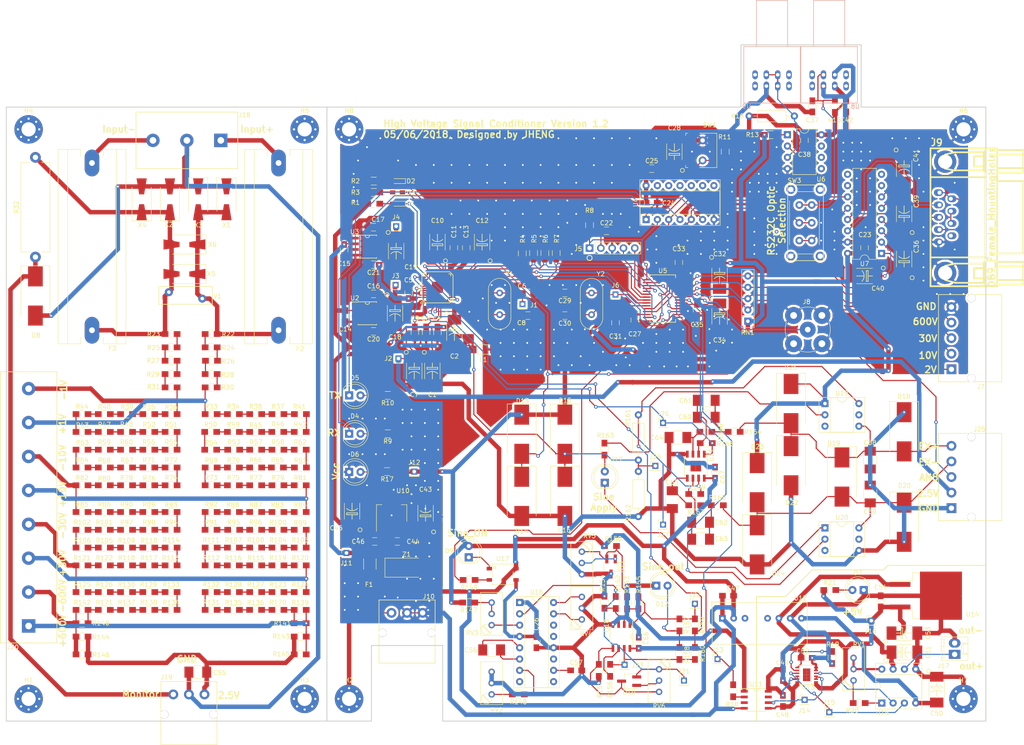
<source format=kicad_pcb>
(kicad_pcb (version 20170123) (host pcbnew "(2017-08-09 revision 8a1a3ed36)-makepkg")
  (layers (0 F.Cu signal) (31 B.Cu signal) (34 B.Paste user) (35 F.Paste user) (36 B.SilkS user) (37 F.SilkS user) (38 B.Mask user) (39 F.Mask user) (44 Edge.Cuts user))
  (net 0 "")
  (net 1 GNDREF)
  (net 2 "Net-(C1-Pad1)")
  (net 3 VCC)
  (net 4 +5VP)
  (net 5 "Net-(C6-Pad1)")
  (net 6 GND)
  (net 7 +2V5)
  (net 8 "Net-(C8-Pad1)")
  (net 9 "Net-(C10-Pad1)")
  (net 10 "Net-(C16-Pad2)")
  (net 11 "Net-(C17-Pad2)")
  (net 12 +1V2)
  (net 13 "Net-(C28-Pad1)")
  (net 14 "Net-(C29-Pad1)")
  (net 15 "Net-(C30-Pad1)")
  (net 16 "Net-(C34-Pad1)")
  (net 17 "Net-(C36-Pad2)")
  (net 18 "Net-(C36-Pad1)")
  (net 19 "Net-(C37-Pad1)")
  (net 20 "Net-(C39-Pad1)")
  (net 21 "Net-(C39-Pad2)")
  (net 22 "Net-(C40-Pad1)")
  (net 23 "Net-(C41-Pad2)")
  (net 24 +12V)
  (net 25 GNDPWR)
  (net 26 +5C)
  (net 27 VSS)
  (net 28 +15V)
  (net 29 "Net-(C56-Pad2)")
  (net 30 "Net-(C56-Pad1)")
  (net 31 "Net-(C57-Pad1)")
  (net 32 /Voltage_Divider/Excite+)
  (net 33 /Voltage_Divider/Excite-)
  (net 34 "Net-(C60-Pad2)")
  (net 35 "Net-(C60-Pad1)")
  (net 36 "Net-(C62-Pad2)")
  (net 37 "Net-(C62-Pad1)")
  (net 38 "Net-(C64-Pad1)")
  (net 39 "Net-(C65-Pad1)")
  (net 40 "Net-(D1-Pad2)")
  (net 41 "Net-(D1-Pad1)")
  (net 42 "Net-(D2-Pad1)")
  (net 43 "Net-(D2-Pad2)")
  (net 44 "Net-(D3-Pad2)")
  (net 45 "Net-(D3-Pad1)")
  (net 46 "Net-(D4-Pad2)")
  (net 47 "Net-(D4-Pad1)")
  (net 48 "Net-(D5-Pad1)")
  (net 49 "Net-(D5-Pad2)")
  (net 50 "Net-(D6-Pad2)")
  (net 51 "Net-(D7-Pad2)")
  (net 52 /Passive_Network/Monitor)
  (net 53 "Net-(D9-Pad1)")
  (net 54 /Monitor/Sine_output)
  (net 55 "Net-(D10-Pad2)")
  (net 56 "Net-(D10-Pad3)")
  (net 57 "Net-(D11-Pad2)")
  (net 58 "Net-(D11-Pad1)")
  (net 59 "Net-(D12-Pad2)")
  (net 60 /ADC7175/AIN8)
  (net 61 /ADC7175/AIN9)
  (net 62 "Net-(D17-Pad2)")
  (net 63 "Net-(D17-Pad1)")
  (net 64 "Net-(F1-Pad2)")
  (net 65 "Net-(F2-Pad2)")
  (net 66 "Net-(F2-Pad1)")
  (net 67 "Net-(F3-Pad1)")
  (net 68 "Net-(F3-Pad2)")
  (net 69 /dSPIC33EV/PGC)
  (net 70 /dSPIC33EV/PGD)
  (net 71 /dSPIC33EV//MCLR)
  (net 72 "Net-(J7-Pad2)")
  (net 73 "Net-(J7-Pad3)")
  (net 74 "Net-(J7-Pad4)")
  (net 75 "Net-(J8-Pad1)")
  (net 76 "Net-(J9-Pad3)")
  (net 77 "Net-(J9-Pad2)")
  (net 78 "Net-(J9-Pad1)")
  (net 79 "Net-(J9-Pad9)")
  (net 80 "Net-(J9-Pad7)")
  (net 81 /Output1/DAC)
  (net 82 "Net-(J14-Pad1)")
  (net 83 "Net-(J15-Pad1)")
  (net 84 "Net-(J17-Pad1)")
  (net 85 /Passive_Network/P600V)
  (net 86 /Passive_Network/N600V)
  (net 87 /Passive_Network/P30V)
  (net 88 /Passive_Network/N30V)
  (net 89 /Passive_Network/P10V)
  (net 90 /Passive_Network/N10V)
  (net 91 /Passive_Network/P1V)
  (net 92 /Passive_Network/N1V)
  (net 93 "Net-(J22-Pad1)")
  (net 94 "Net-(J23-Pad1)")
  (net 95 /ADC7175/AIN2)
  (net 96 /ADC7175/AIN3)
  (net 97 "Net-(R4-Pad2)")
  (net 98 /ADC7175/~ERROR)
  (net 99 /ADC7175/~CS)
  (net 100 /ADC7175/DOUT)
  (net 101 /dSPIC33EV/RXD)
  (net 102 "Net-(R13-Pad1)")
  (net 103 "Net-(R16-Pad1)")
  (net 104 "Net-(R18-Pad2)")
  (net 105 "Net-(R19-Pad1)")
  (net 106 "Net-(R20-Pad1)")
  (net 107 "Net-(R20-Pad2)")
  (net 108 "Net-(R22-Pad1)")
  (net 109 "Net-(R23-Pad1)")
  (net 110 "Net-(R24-Pad1)")
  (net 111 "Net-(R25-Pad1)")
  (net 112 "Net-(R26-Pad2)")
  (net 113 "Net-(R27-Pad2)")
  (net 114 "Net-(R28-Pad1)")
  (net 115 "Net-(R29-Pad1)")
  (net 116 "Net-(R33-Pad2)")
  (net 117 "Net-(R34-Pad2)")
  (net 118 "Net-(R35-Pad2)")
  (net 119 "Net-(R35-Pad1)")
  (net 120 "Net-(R37-Pad2)")
  (net 121 "Net-(R37-Pad1)")
  (net 122 "Net-(R39-Pad2)")
  (net 123 "Net-(R40-Pad2)")
  (net 124 "Net-(R41-Pad1)")
  (net 125 "Net-(R42-Pad1)")
  (net 126 "Net-(R43-Pad1)")
  (net 127 "Net-(R43-Pad2)")
  (net 128 "Net-(R45-Pad2)")
  (net 129 "Net-(R45-Pad1)")
  (net 130 "Net-(R47-Pad2)")
  (net 131 "Net-(R48-Pad2)")
  (net 132 "Net-(R49-Pad1)")
  (net 133 "Net-(R50-Pad1)")
  (net 134 "Net-(R51-Pad1)")
  (net 135 "Net-(R51-Pad2)")
  (net 136 "Net-(R53-Pad1)")
  (net 137 "Net-(R53-Pad2)")
  (net 138 "Net-(R55-Pad1)")
  (net 139 "Net-(R56-Pad1)")
  (net 140 "Net-(R57-Pad1)")
  (net 141 "Net-(R58-Pad1)")
  (net 142 "Net-(R59-Pad2)")
  (net 143 "Net-(R59-Pad1)")
  (net 144 "Net-(R61-Pad2)")
  (net 145 "Net-(R61-Pad1)")
  (net 146 "Net-(R63-Pad2)")
  (net 147 "Net-(R64-Pad2)")
  (net 148 "Net-(R65-Pad1)")
  (net 149 "Net-(R66-Pad1)")
  (net 150 "Net-(R67-Pad2)")
  (net 151 "Net-(R67-Pad1)")
  (net 152 "Net-(R69-Pad2)")
  (net 153 "Net-(R69-Pad1)")
  (net 154 "Net-(R71-Pad2)")
  (net 155 "Net-(R72-Pad2)")
  (net 156 "Net-(R73-Pad2)")
  (net 157 "Net-(R74-Pad2)")
  (net 158 "Net-(R75-Pad2)")
  (net 159 "Net-(R76-Pad2)")
  (net 160 "Net-(R77-Pad1)")
  (net 161 "Net-(R78-Pad1)")
  (net 162 "Net-(R79-Pad2)")
  (net 163 "Net-(R80-Pad2)")
  (net 164 "Net-(R83-Pad2)")
  (net 165 "Net-(R83-Pad1)")
  (net 166 "Net-(R85-Pad2)")
  (net 167 "Net-(R86-Pad2)")
  (net 168 "Net-(R87-Pad2)")
  (net 169 "Net-(R88-Pad2)")
  (net 170 "Net-(R89-Pad1)")
  (net 171 "Net-(R89-Pad2)")
  (net 172 "Net-(R91-Pad1)")
  (net 173 "Net-(R91-Pad2)")
  (net 174 "Net-(R93-Pad1)")
  (net 175 "Net-(R94-Pad1)")
  (net 176 "Net-(R95-Pad2)")
  (net 177 "Net-(R100-Pad2)")
  (net 178 "Net-(R101-Pad2)")
  (net 179 "Net-(R97-Pad1)")
  (net 180 "Net-(R103-Pad2)")
  (net 181 "Net-(R100-Pad1)")
  (net 182 "Net-(R101-Pad1)")
  (net 183 "Net-(R102-Pad1)")
  (net 184 "Net-(R103-Pad1)")
  (net 185 "Net-(R104-Pad1)")
  (net 186 "Net-(R105-Pad2)")
  (net 187 "Net-(R105-Pad1)")
  (net 188 "Net-(R107-Pad1)")
  (net 189 "Net-(R107-Pad2)")
  (net 190 "Net-(R109-Pad1)")
  (net 191 "Net-(R110-Pad1)")
  (net 192 "Net-(R111-Pad2)")
  (net 193 "Net-(R112-Pad2)")
  (net 194 "Net-(R113-Pad1)")
  (net 195 "Net-(R113-Pad2)")
  (net 196 "Net-(R115-Pad1)")
  (net 197 "Net-(R115-Pad2)")
  (net 198 "Net-(R117-Pad1)")
  (net 199 "Net-(R118-Pad1)")
  (net 200 "Net-(R119-Pad2)")
  (net 201 "Net-(R121-Pad1)")
  (net 202 "Net-(R123-Pad1)")
  (net 203 "Net-(R123-Pad2)")
  (net 204 "Net-(R125-Pad1)")
  (net 205 "Net-(R126-Pad1)")
  (net 206 "Net-(R127-Pad1)")
  (net 207 "Net-(R128-Pad1)")
  (net 208 "Net-(R129-Pad1)")
  (net 209 "Net-(R129-Pad2)")
  (net 210 "Net-(R131-Pad2)")
  (net 211 "Net-(R131-Pad1)")
  (net 212 "Net-(R133-Pad2)")
  (net 213 "Net-(R134-Pad2)")
  (net 214 "Net-(R135-Pad1)")
  (net 215 "Net-(R136-Pad1)")
  (net 216 "Net-(R137-Pad1)")
  (net 217 "Net-(R137-Pad2)")
  (net 218 "Net-(R147-Pad1)")
  (net 219 "Net-(R148-Pad1)")
  (net 220 "Net-(R148-Pad2)")
  (net 221 /Monitor/Sine_ON)
  (net 222 "Net-(R149-Pad1)")
  (net 223 "Net-(R152-Pad1)")
  (net 224 "Net-(R153-Pad1)")
  (net 225 "Net-(R156-Pad2)")
  (net 226 /Monitor/Sine)
  (net 227 "Net-(R163-Pad2)")
  (net 228 "Net-(RV1-Pad2)")
  (net 229 "Net-(RV3-Pad1)")
  (net 230 "Net-(RV4-Pad3)")
  (net 231 "Net-(RV4-Pad1)")
  (net 232 "Net-(U1-Pad25)")
  (net 233 /ADC7175/SCLK)
  (net 234 /ADC7175/DIN)
  (net 235 "Net-(U1-Pad38)")
  (net 236 "Net-(U2-Pad7)")
  (net 237 "Net-(U2-Pad5)")
  (net 238 "Net-(U2-Pad3)")
  (net 239 "Net-(U2-Pad1)")
  (net 240 "Net-(U3-Pad1)")
  (net 241 "Net-(U3-Pad3)")
  (net 242 "Net-(U3-Pad5)")
  (net 243 "Net-(U3-Pad7)")
  (net 244 /dSPIC33EV/TXD)
  (net 245 "Net-(U5-Pad15)")
  (net 246 "Net-(U5-Pad5)")
  (net 247 /Voltage_Divider/Wire_Break)
  (net 248 "Net-(U6-Pad7)")
  (net 249 "Net-(U6-Pad6)")
  (net 250 "Net-(U6-Pad5)")
  (net 251 "Net-(U7-Pad8)")
  (net 252 "Net-(U7-Pad7)")
  (net 253 "Net-(U7-Pad10)")
  (net 254 "Net-(U7-Pad9)")
  (net 255 "Net-(U8-Pad8)")
  (net 256 "Net-(U8-Pad1)")
  (net 257 "Net-(U8-Pad5)")
  (net 258 "Net-(U8-Pad4)")
  (net 259 "Net-(U9-Pad4)")
  (net 260 "Net-(U9-Pad5)")
  (net 261 "Net-(U9-Pad1)")
  (net 262 "Net-(U9-Pad8)")
  (net 263 "Net-(U11-Pad7)")
  (net 264 "Net-(U11-Pad3)")
  (net 265 "Net-(U12-Pad5)")
  (net 266 "Net-(U12-Pad3)")
  (net 267 "Net-(U13-Pad10)")
  (net 268 "Net-(U16-Pad8)")
  (net 269 "Net-(U16-Pad14)")
  (net 270 "Net-(U16-Pad13)")
  (net 271 "Net-(U16-Pad11)")
  (net 272 "Net-(U16-Pad9)")
  (net 273 "Net-(U19-Pad5)")
  (net 274 "Net-(U20-Pad5)")
  (net 275 "Net-(J7-Pad1)")
  (net 276 "Net-(C26-Pad1)")
  (net 277 "Net-(R139-Pad1)")
  (net 278 "Net-(R140-Pad1)")
  (net 279 "Net-(U19-Pad3)")
  (net 280 "Net-(U20-Pad3)")
  (net 281 "Net-(SW3-Pad3)")
  (module Housings_DIP:DIP-16_W7.62mm (layer F.Cu) (at 239.57 55.88 180)
    (fp_text reference U7 (at 3.81 -2.33 180) (layer F.SilkS))
    (fp_text value MAX232)
    (pad 16 thru_hole oval (at 7.62 0 180) (size 1.6 1.6) (drill 0.8) (layers *.Cu *.Mask) (net 3 VCC))
    (pad 8 thru_hole oval (at 0 17.78 180) (size 1.6 1.6) (drill 0.8) (layers *.Cu *.Mask) (net 251 "Net-(U7-Pad8)"))
    (pad 15 thru_hole oval (at 7.62 2.54 180) (size 1.6 1.6) (drill 0.8) (layers *.Cu *.Mask) (net 6 GND))
    (pad 7 thru_hole oval (at 0 15.24 180) (size 1.6 1.6) (drill 0.8) (layers *.Cu *.Mask) (net 252 "Net-(U7-Pad7)"))
    (pad 14 thru_hole oval (at 7.62 5.08 180) (size 1.6 1.6) (drill 0.8) (layers *.Cu *.Mask) (net 77 "Net-(J9-Pad2)"))
    (pad 6 thru_hole oval (at 0 12.7 180) (size 1.6 1.6) (drill 0.8) (layers *.Cu *.Mask) (net 23 "Net-(C41-Pad2)"))
    (pad 13 thru_hole oval (at 7.62 7.62 180) (size 1.6 1.6) (drill 0.8) (layers *.Cu *.Mask) (net 76 "Net-(J9-Pad3)"))
    (pad 5 thru_hole oval (at 0 10.16 180) (size 1.6 1.6) (drill 0.8) (layers *.Cu *.Mask) (net 21 "Net-(C39-Pad2)"))
    (pad 12 thru_hole oval (at 7.62 10.16 180) (size 1.6 1.6) (drill 0.8) (layers *.Cu *.Mask) (net 281 "Net-(SW3-Pad3)"))
    (pad 4 thru_hole oval (at 0 7.62 180) (size 1.6 1.6) (drill 0.8) (layers *.Cu *.Mask) (net 20 "Net-(C39-Pad1)"))
    (pad 11 thru_hole oval (at 7.62 12.7 180) (size 1.6 1.6) (drill 0.8) (layers *.Cu *.Mask) (net 244 /dSPIC33EV/TXD))
    (pad 3 thru_hole oval (at 0 5.08 180) (size 1.6 1.6) (drill 0.8) (layers *.Cu *.Mask) (net 17 "Net-(C36-Pad2)"))
    (pad 10 thru_hole oval (at 7.62 15.24 180) (size 1.6 1.6) (drill 0.8) (layers *.Cu *.Mask) (net 253 "Net-(U7-Pad10)"))
    (pad 2 thru_hole oval (at 0 2.54 180) (size 1.6 1.6) (drill 0.8) (layers *.Cu *.Mask) (net 22 "Net-(C40-Pad1)"))
    (pad 9 thru_hole oval (at 7.62 17.78 180) (size 1.6 1.6) (drill 0.8) (layers *.Cu *.Mask) (net 254 "Net-(U7-Pad9)"))
    (pad 1 thru_hole rect (at 0 0 180) (size 1.6 1.6) (drill 0.8) (layers *.Cu *.Mask) (net 18 "Net-(C36-Pad1)"))
  )
  (module Housings_SOIC:SOIC-8-1EP_3.9x4.9mm_Pitch1.27mm (layer F.Cu) (at 197.85 103.695 270)
    (fp_text reference U21 (at -2.495 -3.5 270) (layer F.SilkS))
    (fp_text value ANA4522)
    (pad 9 smd rect (at -0.5875 -0.5875 270) (size 1.175 1.175) (layers F.Cu F.Paste F.Mask))
    (pad 9 smd rect (at -0.5875 0.5875 270) (size 1.175 1.175) (layers F.Cu F.Paste F.Mask))
    (pad 9 smd rect (at 0.5875 -0.5875 270) (size 1.175 1.175) (layers F.Cu F.Paste F.Mask))
    (pad 9 smd rect (at 0.5875 0.5875 270) (size 1.175 1.175) (layers F.Cu F.Paste F.Mask))
    (pad 8 smd rect (at 2.7 -1.905 270) (size 1.55 0.6) (layers F.Cu F.Paste F.Mask) (net 24 +12V))
    (pad 7 smd rect (at 2.7 -0.635 270) (size 1.55 0.6) (layers F.Cu F.Paste F.Mask) (net 96 /ADC7175/AIN3))
    (pad 6 smd rect (at 2.7 0.635 270) (size 1.55 0.6) (layers F.Cu F.Paste F.Mask) (net 37 "Net-(C62-Pad1)"))
    (pad 5 smd rect (at 2.7 1.905 270) (size 1.55 0.6) (layers F.Cu F.Paste F.Mask) (net 39 "Net-(C65-Pad1)"))
    (pad 4 smd rect (at -2.7 1.905 270) (size 1.55 0.6) (layers F.Cu F.Paste F.Mask) (net 1 GNDREF))
    (pad 3 smd rect (at -2.7 0.635 270) (size 1.55 0.6) (layers F.Cu F.Paste F.Mask) (net 38 "Net-(C64-Pad1)"))
    (pad 2 smd rect (at -2.7 -0.635 270) (size 1.55 0.6) (layers F.Cu F.Paste F.Mask) (net 35 "Net-(C60-Pad1)"))
    (pad 1 smd rect (at -2.7 -1.905 270) (size 1.55 0.6) (layers F.Cu F.Paste F.Mask) (net 95 /ADC7175/AIN2))
  )
  (module USER:SW_E-Switch_EG2219_DPDT (layer F.Cu) (at 222.5 49 270)
    (fp_text reference SW3 (at -9.5 2.5) (layer F.SilkS))
    (fp_text value SW_DPDT_x2)
    (pad 6 thru_hole circle (at 4 1.4 270) (size 1.7 1.7) (drill 0.9) (layers *.Cu *.Mask) (net 281 "Net-(SW3-Pad3)"))
    (pad 5 thru_hole circle (at 0 1.4 270) (size 1.7 1.7) (drill 0.9) (layers *.Cu *.Mask) (net 101 /dSPIC33EV/RXD))
    (pad 4 thru_hole circle (at -4 1.4 270) (size 1.7 1.7) (drill 0.9) (layers *.Cu *.Mask) (net 19 "Net-(C37-Pad1)"))
    (pad 3 thru_hole circle (at 4 -1.4 270) (size 1.7 1.7) (drill 0.9) (layers *.Cu *.Mask) (net 281 "Net-(SW3-Pad3)"))
    (pad 2 thru_hole circle (at 0 -1.4 270) (size 1.7 1.7) (drill 0.9) (layers *.Cu *.Mask) (net 101 /dSPIC33EV/RXD))
    (pad 1 thru_hole circle (at -4 -1.4 270) (size 1.7 1.7) (drill 0.9) (layers *.Cu *.Mask) (net 19 "Net-(C37-Pad1)"))
    (pad "" thru_hole circle (at -7.5 3.3 270) (size 2 2) (drill 1.2) (layers *.Cu *.Mask))
    (pad "" thru_hole circle (at 7.5 3.3 270) (size 2 2) (drill 1.2) (layers *.Cu *.Mask))
    (pad "" thru_hole circle (at 7.5 -3.3 270) (size 2 2) (drill 1.2) (layers *.Cu *.Mask))
    (pad "" thru_hole circle (at -7.5 -3.3 270) (size 2 2) (drill 1.2) (layers *.Cu *.Mask))
  )
  (module USER:SOIC-8_3.9x4.9mm_Pitch1.27mm (layer F.Cu) (at 124.082 54.356)
    (fp_text reference U3 (at -2.857 -3.331) (layer F.SilkS))
    (fp_text value ADR445)
    (pad 1 smd rect (at -2.7 -1.905) (size 1.55 0.6) (layers F.Cu F.Paste F.Mask) (net 240 "Net-(U3-Pad1)"))
    (pad 2 smd rect (at -2.7 -0.635) (size 1.55 0.6) (layers F.Cu F.Paste F.Mask) (net 24 +12V))
    (pad 3 smd rect (at -2.7 0.635) (size 1.55 0.6) (layers F.Cu F.Paste F.Mask) (net 241 "Net-(U3-Pad3)"))
    (pad 4 smd rect (at -2.7 1.905) (size 1.55 0.6) (layers F.Cu F.Paste F.Mask) (net 1 GNDREF))
    (pad 5 smd rect (at 2.7 1.905) (size 1.55 0.6) (layers F.Cu F.Paste F.Mask) (net 242 "Net-(U3-Pad5)"))
    (pad 6 smd rect (at 2.7 0.635) (size 1.55 0.6) (layers F.Cu F.Paste F.Mask) (net 4 +5VP))
    (pad 7 smd rect (at 2.7 -0.635) (size 1.55 0.6) (layers F.Cu F.Paste F.Mask) (net 243 "Net-(U3-Pad7)"))
    (pad 8 smd rect (at 2.7 -1.905) (size 1.55 0.6) (layers F.Cu F.Paste F.Mask) (net 11 "Net-(C17-Pad2)"))
  )
  (module USER:SOIC-8_3.9x4.9mm_Pitch1.27mm (layer F.Cu) (at 124.082 69.342)
    (fp_text reference U2 (at -2.832 -3.417) (layer F.SilkS))
    (fp_text value ADR4520)
    (pad 1 smd rect (at -2.7 -1.905) (size 1.55 0.6) (layers F.Cu F.Paste F.Mask) (net 239 "Net-(U2-Pad1)"))
    (pad 2 smd rect (at -2.7 -0.635) (size 1.55 0.6) (layers F.Cu F.Paste F.Mask) (net 3 VCC))
    (pad 3 smd rect (at -2.7 0.635) (size 1.55 0.6) (layers F.Cu F.Paste F.Mask) (net 238 "Net-(U2-Pad3)"))
    (pad 4 smd rect (at -2.7 1.905) (size 1.55 0.6) (layers F.Cu F.Paste F.Mask) (net 1 GNDREF))
    (pad 5 smd rect (at 2.7 1.905) (size 1.55 0.6) (layers F.Cu F.Paste F.Mask) (net 237 "Net-(U2-Pad5)"))
    (pad 6 smd rect (at 2.7 0.635) (size 1.55 0.6) (layers F.Cu F.Paste F.Mask) (net 12 +1V2))
    (pad 7 smd rect (at 2.7 -0.635) (size 1.55 0.6) (layers F.Cu F.Paste F.Mask) (net 236 "Net-(U2-Pad7)"))
    (pad 8 smd rect (at 2.7 -1.905) (size 1.55 0.6) (layers F.Cu F.Paste F.Mask) (net 10 "Net-(C16-Pad2)"))
  )
  (module USER:SOIC-8_3.9x4.9mm_Pitch1.27mm (layer F.Cu) (at 181.15 141.97 270)
    (fp_text reference U18 (at -2.42 3.375 270) (layer F.SilkS))
    (fp_text value ANA4522)
    (pad 8 smd rect (at 2.7 -1.905 270) (size 1.55 0.6) (layers F.Cu F.Paste F.Mask) (net 24 +12V))
    (pad 7 smd rect (at 2.7 -0.635 270) (size 1.55 0.6) (layers F.Cu F.Paste F.Mask) (net 94 "Net-(J23-Pad1)"))
    (pad 6 smd rect (at 2.7 0.635 270) (size 1.55 0.6) (layers F.Cu F.Paste F.Mask) (net 225 "Net-(R156-Pad2)"))
    (pad 5 smd rect (at 2.7 1.905 270) (size 1.55 0.6) (layers F.Cu F.Paste F.Mask) (net 56 "Net-(D10-Pad3)"))
    (pad 4 smd rect (at -2.7 1.905 270) (size 1.55 0.6) (layers F.Cu F.Paste F.Mask) (net 1 GNDREF))
    (pad 3 smd rect (at -2.7 0.635 270) (size 1.55 0.6) (layers F.Cu F.Paste F.Mask) (net 223 "Net-(R152-Pad1)"))
    (pad 2 smd rect (at -2.7 -0.635 270) (size 1.55 0.6) (layers F.Cu F.Paste F.Mask) (net 224 "Net-(R153-Pad1)"))
    (pad 1 smd rect (at -2.7 -1.905 270) (size 1.55 0.6) (layers F.Cu F.Paste F.Mask) (net 93 "Net-(J22-Pad1)"))
  )
  (module USER:SOIC-8_3.9x4.9mm_Pitch1.27mm (layer F.Cu) (at 211.44 156.21)
    (fp_text reference U11 (at 0 -3.5) (layer F.SilkS))
    (fp_text value FOD0721)
    (pad 8 smd rect (at 2.7 -1.905) (size 1.55 0.6) (layers F.Cu F.Paste F.Mask) (net 26 +5C))
    (pad 7 smd rect (at 2.7 -0.635) (size 1.55 0.6) (layers F.Cu F.Paste F.Mask) (net 263 "Net-(U11-Pad7)"))
    (pad 6 smd rect (at 2.7 0.635) (size 1.55 0.6) (layers F.Cu F.Paste F.Mask) (net 82 "Net-(J14-Pad1)"))
    (pad 5 smd rect (at 2.7 1.905) (size 1.55 0.6) (layers F.Cu F.Paste F.Mask) (net 25 GNDPWR))
    (pad 4 smd rect (at -2.7 1.905) (size 1.55 0.6) (layers F.Cu F.Paste F.Mask) (net 6 GND))
    (pad 3 smd rect (at -2.7 0.635) (size 1.55 0.6) (layers F.Cu F.Paste F.Mask) (net 264 "Net-(U11-Pad3)"))
    (pad 2 smd rect (at -2.7 -0.635) (size 1.55 0.6) (layers F.Cu F.Paste F.Mask) (net 104 "Net-(R18-Pad2)"))
    (pad 1 smd rect (at -2.7 -1.905) (size 1.55 0.6) (layers F.Cu F.Paste F.Mask) (net 3 VCC))
  )
  (module Resistors_SMD:R_0805_HandSoldering (layer F.Cu) (at 60 142 180)
    (fp_text reference R144 (at -4.25 -0.15 180) (layer F.SilkS))
    (fp_text value 10k)
    (pad 2 smd rect (at 1.35 0 180) (size 1.5 1.3) (layers F.Cu F.Paste F.Mask) (net 86 /Passive_Network/N600V))
    (pad 1 smd rect (at -1.35 0 180) (size 1.5 1.3) (layers F.Cu F.Paste F.Mask) (net 7 +2V5))
  )
  (module Resistors_SMD:R_0805_HandSoldering (layer F.Cu) (at 178.69 121.65 180)
    (fp_text reference R150 (at -0.634 1.635 180) (layer F.SilkS))
    (fp_text value 10k)
    (pad 2 smd rect (at 1.35 0 180) (size 1.5 1.3) (layers F.Cu F.Paste F.Mask) (net 3 VCC))
    (pad 1 smd rect (at -1.35 0 180) (size 1.5 1.3) (layers F.Cu F.Paste F.Mask) (net 58 "Net-(D11-Pad1)"))
  )
  (module Housings_DIP:DIP-6_W7.62mm_Socket (layer F.Cu) (at 226.87 117.57)
    (fp_text reference U20 (at 3.81 -2.33) (layer F.SilkS))
    (fp_text value AQV258)
    (pad 1 thru_hole rect (at 0 0) (size 1.6 1.6) (drill 0.8) (layers *.Cu *.Mask) (net 63 "Net-(D17-Pad1)"))
    (pad 4 thru_hole oval (at 7.62 5.08) (size 1.6 1.6) (drill 0.8) (layers *.Cu *.Mask) (net 1 GNDREF))
    (pad 2 thru_hole oval (at 0 2.54) (size 1.6 1.6) (drill 0.8) (layers *.Cu *.Mask) (net 247 /Voltage_Divider/Wire_Break))
    (pad 5 thru_hole oval (at 7.62 2.54) (size 1.6 1.6) (drill 0.8) (layers *.Cu *.Mask) (net 274 "Net-(U20-Pad5)"))
    (pad 3 thru_hole oval (at 0 5.08) (size 1.6 1.6) (drill 0.8) (layers *.Cu *.Mask) (net 280 "Net-(U20-Pad3)"))
    (pad 6 thru_hole oval (at 7.62 0) (size 1.6 1.6) (drill 0.8) (layers *.Cu *.Mask) (net 33 /Voltage_Divider/Excite-))
  )
  (module Housings_DIP:DIP-6_W7.62mm_Socket (layer F.Cu) (at 226.87 89.63)
    (fp_text reference U19 (at 3.81 -2.33) (layer F.SilkS))
    (fp_text value AQV258)
    (pad 6 thru_hole oval (at 7.62 0) (size 1.6 1.6) (drill 0.8) (layers *.Cu *.Mask) (net 226 /Monitor/Sine))
    (pad 3 thru_hole oval (at 0 5.08) (size 1.6 1.6) (drill 0.8) (layers *.Cu *.Mask) (net 279 "Net-(U19-Pad3)"))
    (pad 5 thru_hole oval (at 7.62 2.54) (size 1.6 1.6) (drill 0.8) (layers *.Cu *.Mask) (net 273 "Net-(U19-Pad5)"))
    (pad 2 thru_hole oval (at 0 2.54) (size 1.6 1.6) (drill 0.8) (layers *.Cu *.Mask) (net 227 "Net-(R163-Pad2)"))
    (pad 4 thru_hole oval (at 7.62 5.08) (size 1.6 1.6) (drill 0.8) (layers *.Cu *.Mask) (net 32 /Voltage_Divider/Excite+))
    (pad 1 thru_hole rect (at 0 0) (size 1.6 1.6) (drill 0.8) (layers *.Cu *.Mask) (net 3 VCC))
  )
  (module Capacitors_SMD:C_0805_HandSoldering (layer F.Cu) (at 202.184 105.156 90)
    (fp_text reference C67 (at -0.969 1.691 90) (layer F.SilkS))
    (fp_text value 0.1uF)
    (pad 1 smd rect (at -1.25 0 90) (size 1.5 1.25) (layers F.Cu F.Paste F.Mask) (net 24 +12V))
    (pad 2 smd rect (at 1.25 0 90) (size 1.5 1.25) (layers F.Cu F.Paste F.Mask) (net 1 GNDREF))
  )
  (module Capacitors_SMD:C_0805_HandSoldering (layer F.Cu) (at 185.039 143.383 90)
    (fp_text reference C66 (at 1.016 1.651 90) (layer F.SilkS))
    (fp_text value 0.1uF)
    (pad 2 smd rect (at 1.25 0 90) (size 1.5 1.25) (layers F.Cu F.Paste F.Mask) (net 1 GNDREF))
    (pad 1 smd rect (at -1.25 0 90) (size 1.5 1.25) (layers F.Cu F.Paste F.Mask) (net 24 +12V))
  )
  (module Resistors_SMD:R_0805_HandSoldering (layer F.Cu) (at 65 136)
    (fp_text reference R171 (at 0 -1.7) (layer F.SilkS))
    (fp_text value 10k)
    (pad 2 smd rect (at 1.35 0) (size 1.5 1.3) (layers F.Cu F.Paste F.Mask) (net 216 "Net-(R137-Pad1)"))
    (pad 1 smd rect (at -1.35 0) (size 1.5 1.3) (layers F.Cu F.Paste F.Mask) (net 278 "Net-(R140-Pad1)"))
  )
  (module Resistors_SMD:R_0805_HandSoldering (layer F.Cu) (at 104 136)
    (fp_text reference R170 (at 0 -1.7) (layer F.SilkS))
    (fp_text value 10k)
    (pad 2 smd rect (at 1.35 0) (size 1.5 1.3) (layers F.Cu F.Paste F.Mask) (net 277 "Net-(R139-Pad1)"))
    (pad 1 smd rect (at -1.35 0) (size 1.5 1.3) (layers F.Cu F.Paste F.Mask) (net 215 "Net-(R136-Pad1)"))
  )
  (module "USER:SOT-23W_Handsoldering(LM431)" (layer F.Cu) (at 178.816 126.238 270)
    (fp_text reference D11 (at 0 -2.5 270) (layer F.SilkS))
    (fp_text value TLV431DBZ)
    (pad 3 smd rect (at 1.7 0 270) (size 2 0.7) (layers F.Cu F.Paste F.Mask) (net 1 GNDREF))
    (pad 1 smd rect (at -1.7 0.95 270) (size 2 0.7) (layers F.Cu F.Paste F.Mask) (net 58 "Net-(D11-Pad1)"))
    (pad 2 smd rect (at -1.7 -0.95 270) (size 2 0.7) (layers F.Cu F.Paste F.Mask) (net 57 "Net-(D11-Pad2)"))
  )
  (module "USER:SOT-23W_Handsoldering(LM431)" (layer F.Cu) (at 182.88 152.019 180)
    (fp_text reference D10 (at 0 -2.5 180) (layer F.SilkS))
    (fp_text value TLV431DBZ)
    (pad 2 smd rect (at -1.7 -0.95 180) (size 2 0.7) (layers F.Cu F.Paste F.Mask) (net 55 "Net-(D10-Pad2)"))
    (pad 1 smd rect (at -1.7 0.95 180) (size 2 0.7) (layers F.Cu F.Paste F.Mask) (net 54 /Monitor/Sine_output))
    (pad 3 smd rect (at 1.7 0 180) (size 2 0.7) (layers F.Cu F.Paste F.Mask) (net 56 "Net-(D10-Pad3)"))
  )
  (module USER:C_1812_HandSoldering_Polar (layer F.Cu) (at 203.2 60.96 270)
    (fp_text reference C32 (at -4.96 -0.05) (layer F.SilkS))
    (fp_text value 10uF)
    (pad 1 smd rect (at -2.9 0 270) (size 2.2 3) (layers F.Cu F.Paste F.Mask) (net 3 VCC))
    (pad 2 smd rect (at 2.9 0 270) (size 2.2 3) (layers F.Cu F.Paste F.Mask) (net 6 GND))
  )
  (module USER:C_1812_HandSoldering_Polar (layer F.Cu) (at 149.86 53.34 90)
    (fp_text reference C12 (at 4.84 0 180) (layer F.SilkS))
    (fp_text value 10uF)
    (pad 1 smd rect (at -2.9 0 90) (size 2.2 3) (layers F.Cu F.Paste F.Mask) (net 3 VCC))
    (pad 2 smd rect (at 2.9 0 90) (size 2.2 3) (layers F.Cu F.Paste F.Mask) (net 6 GND))
  )
  (module USER:C_1812_HandSoldering_Polar (layer F.Cu) (at 139.83 53.34 90)
    (fp_text reference C10 (at 4.84 0 180) (layer F.SilkS))
    (fp_text value 10uF)
    (pad 1 smd rect (at -2.9 0 90) (size 2.2 3) (layers F.Cu F.Paste F.Mask) (net 9 "Net-(C10-Pad1)"))
    (pad 2 smd rect (at 2.9 0 90) (size 2.2 3) (layers F.Cu F.Paste F.Mask) (net 6 GND))
  )
  (module USER:C_1812_HandSoldering_Polar (layer F.Cu) (at 134.62 82.296 270)
    (fp_text reference C7 (at 5.334 0) (layer F.SilkS))
    (fp_text value 10uF)
    (pad 2 smd rect (at 2.9 0 270) (size 2.2 3) (layers F.Cu F.Paste F.Mask) (net 1 GNDREF))
    (pad 1 smd rect (at -2.9 0 270) (size 2.2 3) (layers F.Cu F.Paste F.Mask) (net 7 +2V5))
  )
  (module USER:C_1812_HandSoldering_Polar (layer F.Cu) (at 130.302 69.342 270)
    (fp_text reference C18 (at 5.334 0) (layer F.SilkS))
    (fp_text value 10uF)
    (pad 1 smd rect (at -2.9 0 270) (size 2.2 3) (layers F.Cu F.Paste F.Mask) (net 12 +1V2))
    (pad 2 smd rect (at 2.9 0 270) (size 2.2 3) (layers F.Cu F.Paste F.Mask) (net 1 GNDREF))
  )
  (module USER:C_1812_HandSoldering_Polar (layer F.Cu) (at 130.556 55.372 270)
    (fp_text reference C19 (at 3.556 -3.302) (layer F.SilkS))
    (fp_text value 10uF)
    (pad 2 smd rect (at 2.9 0 270) (size 2.2 3) (layers F.Cu F.Paste F.Mask) (net 1 GNDREF))
    (pad 1 smd rect (at -2.9 0 270) (size 2.2 3) (layers F.Cu F.Paste F.Mask) (net 4 +5VP))
  )
  (module USER:C_1812_HandSoldering_Polar (layer F.Cu) (at 138.684 82.296 270)
    (fp_text reference C1 (at 5.334 0) (layer F.SilkS))
    (fp_text value 10uF)
    (pad 1 smd rect (at -2.9 0 270) (size 2.2 3) (layers F.Cu F.Paste F.Mask) (net 2 "Net-(C1-Pad1)"))
    (pad 2 smd rect (at 2.9 0 270) (size 2.2 3) (layers F.Cu F.Paste F.Mask) (net 1 GNDREF))
  )
  (module USER:C_1812_HandSoldering_Polar (layer F.Cu) (at 244.714 141.224)
    (fp_text reference C53 (at 5.334 0 90) (layer F.SilkS))
    (fp_text value 10uF)
    (pad 2 smd rect (at 2.9 0) (size 2.2 3) (layers F.Cu F.Paste F.Mask) (net 25 GNDPWR))
    (pad 1 smd rect (at -2.9 0) (size 2.2 3) (layers F.Cu F.Paste F.Mask) (net 26 +5C))
  )
  (module USER:C_1812_HandSoldering_Polar (layer F.Cu) (at 244.714 145.51)
    (fp_text reference C51 (at 5.334 0 90) (layer F.SilkS))
    (fp_text value 10uF)
    (pad 1 smd rect (at -2.9 0) (size 2.2 3) (layers F.Cu F.Paste F.Mask) (net 28 +15V))
    (pad 2 smd rect (at 2.9 0) (size 2.2 3) (layers F.Cu F.Paste F.Mask) (net 25 GNDPWR))
  )
  (module USER:C_1812_HandSoldering_Polar (layer F.Cu) (at 251.968 153.924 270)
    (fp_text reference C50 (at 5.334 0) (layer F.SilkS))
    (fp_text value 10uF)
    (pad 2 smd rect (at 2.9 0 270) (size 2.2 3) (layers F.Cu F.Paste F.Mask) (net 27 VSS))
    (pad 1 smd rect (at -2.9 0 270) (size 2.2 3) (layers F.Cu F.Paste F.Mask) (net 25 GNDPWR))
  )
  (module USER:C_1812_HandSoldering_Polar (layer F.Cu) (at 120.65 113.81 90)
    (fp_text reference C45 (at -3.792 -3.556 180) (layer F.SilkS))
    (fp_text value 10uF)
    (pad 1 smd rect (at -2.9 0 90) (size 2.2 3) (layers F.Cu F.Paste F.Mask) (net 3 VCC))
    (pad 2 smd rect (at 2.9 0 90) (size 2.2 3) (layers F.Cu F.Paste F.Mask) (net 6 GND))
  )
  (module USER:C_1812_HandSoldering_Polar (layer F.Cu) (at 137.16 114.27 90)
    (fp_text reference C43 (at 5.334 0 180) (layer F.SilkS))
    (fp_text value 10uF)
    (pad 2 smd rect (at 2.9 0 90) (size 2.2 3) (layers F.Cu F.Paste F.Mask) (net 6 GND))
    (pad 1 smd rect (at -2.9 0 90) (size 2.2 3) (layers F.Cu F.Paste F.Mask) (net 24 +12V))
  )
  (module USER:C_1812_HandSoldering_Polar (layer F.Cu) (at 143.64 73.66 270)
    (fp_text reference C2 (at 5.334 0) (layer F.SilkS))
    (fp_text value 10uF)
    (pad 1 smd rect (at -2.9 0 270) (size 2.2 3) (layers F.Cu F.Paste F.Mask) (net 3 VCC))
    (pad 2 smd rect (at 2.9 0 270) (size 2.2 3) (layers F.Cu F.Paste F.Mask) (net 1 GNDREF))
  )
  (module USER:C_1812_HandSoldering_Polar (layer F.Cu) (at 203.2 70.03 270)
    (fp_text reference C34 (at 5.334 0) (layer F.SilkS))
    (fp_text value 10uF)
    (pad 2 smd rect (at 2.9 0 270) (size 2.2 3) (layers F.Cu F.Paste F.Mask) (net 6 GND))
    (pad 1 smd rect (at -2.9 0 270) (size 2.2 3) (layers F.Cu F.Paste F.Mask) (net 16 "Net-(C34-Pad1)"))
  )
  (module USER:C_1812_HandSoldering_Polar (layer F.Cu) (at 244.65 57.15 90)
    (fp_text reference C36 (at 2.794 2.746 90) (layer F.SilkS))
    (fp_text value 10uF)
    (pad 1 smd rect (at -2.9 0 90) (size 2.2 3) (layers F.Cu F.Paste F.Mask) (net 18 "Net-(C36-Pad1)"))
    (pad 2 smd rect (at 2.9 0 90) (size 2.2 3) (layers F.Cu F.Paste F.Mask) (net 17 "Net-(C36-Pad2)"))
  )
  (module USER:C_1812_HandSoldering_Polar (layer F.Cu) (at 235.76 60.96 180)
    (fp_text reference C40 (at -3 -2.794) (layer F.SilkS))
    (fp_text value 10uF)
    (pad 1 smd rect (at -2.9 0 180) (size 2.2 3) (layers F.Cu F.Paste F.Mask) (net 22 "Net-(C40-Pad1)"))
    (pad 2 smd rect (at 2.9 0 180) (size 2.2 3) (layers F.Cu F.Paste F.Mask) (net 3 VCC))
  )
  (module USER:C_1812_HandSoldering_Polar (layer F.Cu) (at 244.65 36.83 270)
    (fp_text reference C41 (at -2.93 -2.65 90) (layer F.SilkS))
    (fp_text value 10uF)
    (pad 2 smd rect (at 2.9 0 270) (size 2.2 3) (layers F.Cu F.Paste F.Mask) (net 23 "Net-(C41-Pad2)"))
    (pad 1 smd rect (at -2.9 0 270) (size 2.2 3) (layers F.Cu F.Paste F.Mask) (net 6 GND))
  )
  (module USER:C_1812_HandSoldering_Polar (layer F.Cu) (at 244.65 46.99 90)
    (fp_text reference C39 (at 2.794 2.746 270) (layer F.SilkS))
    (fp_text value 10uF)
    (pad 1 smd rect (at -2.9 0 90) (size 2.2 3) (layers F.Cu F.Paste F.Mask) (net 20 "Net-(C39-Pad1)"))
    (pad 2 smd rect (at 2.9 0 90) (size 2.2 3) (layers F.Cu F.Paste F.Mask) (net 21 "Net-(C39-Pad2)"))
  )
  (module USER:C_1812_HandSoldering_Polar (layer F.Cu) (at 193.04 33.02 90)
    (fp_text reference C28 (at 5.334 0 180) (layer F.SilkS))
    (fp_text value 10uF)
    (pad 2 smd rect (at 2.9 0 90) (size 2.2 3) (layers F.Cu F.Paste F.Mask) (net 6 GND))
    (pad 1 smd rect (at -2.9 0 90) (size 2.2 3) (layers F.Cu F.Paste F.Mask) (net 13 "Net-(C28-Pad1)"))
  )
  (module Housings_DIP:DIP-8_W7.62mm (layer F.Cu) (at 218.44 29.21)
    (fp_text reference U6 (at 7.56 9.99) (layer F.SilkS))
    (fp_text value SN75451)
    (pad 8 thru_hole oval (at 7.62 0) (size 1.6 1.6) (drill 0.8) (layers *.Cu *.Mask) (net 3 VCC))
    (pad 4 thru_hole oval (at 0 7.62) (size 1.6 1.6) (drill 0.8) (layers *.Cu *.Mask) (net 6 GND))
    (pad 7 thru_hole oval (at 7.62 2.54) (size 1.6 1.6) (drill 0.8) (layers *.Cu *.Mask) (net 248 "Net-(U6-Pad7)"))
    (pad 3 thru_hole oval (at 0 5.08) (size 1.6 1.6) (drill 0.8) (layers *.Cu *.Mask) (net 103 "Net-(R16-Pad1)"))
    (pad 6 thru_hole oval (at 7.62 5.08) (size 1.6 1.6) (drill 0.8) (layers *.Cu *.Mask) (net 249 "Net-(U6-Pad6)"))
    (pad 2 thru_hole oval (at 0 2.54) (size 1.6 1.6) (drill 0.8) (layers *.Cu *.Mask) (net 244 /dSPIC33EV/TXD))
    (pad 5 thru_hole oval (at 7.62 7.62) (size 1.6 1.6) (drill 0.8) (layers *.Cu *.Mask) (net 250 "Net-(U6-Pad5)"))
    (pad 1 thru_hole rect (at 0 0) (size 1.6 1.6) (drill 0.8) (layers *.Cu *.Mask) (net 102 "Net-(R13-Pad1)"))
  )
  (module Resistors_THT:R_Axial_DIN0207_L6.3mm_D2.5mm_P10.16mm_Horizontal (layer F.Cu) (at 220 25 180)
    (fp_text reference R16 (at 12.8 0 180) (layer F.SilkS))
    (fp_text value 470)
    (pad 2 thru_hole oval (at 10.16 0 180) (size 1.6 1.6) (drill 0.8) (layers *.Cu *.Mask) (net 3 VCC))
    (pad 1 thru_hole circle (at 0 0 180) (size 1.6 1.6) (drill 0.8) (layers *.Cu *.Mask) (net 103 "Net-(R16-Pad1)"))
  )
  (module USER:LFCSP-40-1EP_long (layer F.Cu) (at 139.83 63.5 90)
    (fp_text reference U1 (at 0 -4.0005 90) (layer F.SilkS))
    (fp_text value AD7175-8)
    (pad 41 smd rect (at 0 0 90) (size 2.5 2.5) (layers F.Cu F.Paste F.Mask))
    (pad 30 smd rect (at 2.99974 -2.25044) (size 0.29972 0.8) (drill (offset 0 -0.1)) (layers F.Cu F.Paste F.Mask) (net 60 /ADC7175/AIN8))
    (pad 29 smd rect (at 2.99974 -1.75006) (size 0.29972 0.8) (drill (offset 0 -0.1)) (layers F.Cu F.Paste F.Mask) (net 1 GNDREF))
    (pad 28 smd rect (at 2.99974 -1.24968) (size 0.29972 0.8) (drill (offset 0 -0.1)) (layers F.Cu F.Paste F.Mask) (net 1 GNDREF))
    (pad 27 smd rect (at 2.99974 -0.7493) (size 0.29972 0.8) (drill (offset 0 -0.1)) (layers F.Cu F.Paste F.Mask) (net 1 GNDREF))
    (pad 26 smd rect (at 2.99974 -0.24892) (size 0.29972 0.8) (drill (offset 0 -0.1)) (layers F.Cu F.Paste F.Mask) (net 1 GNDREF))
    (pad 25 smd rect (at 2.99974 0.24892) (size 0.29972 0.8) (drill (offset 0 -0.1)) (layers F.Cu F.Paste F.Mask) (net 232 "Net-(U1-Pad25)"))
    (pad 24 smd rect (at 2.99974 0.7493) (size 0.29972 0.8) (drill (offset 0 -0.1)) (layers F.Cu F.Paste F.Mask) (net 45 "Net-(D3-Pad1)"))
    (pad 23 smd rect (at 2.99974 1.24968) (size 0.29972 0.8) (drill (offset 0 -0.1)) (layers F.Cu F.Paste F.Mask) (net 42 "Net-(D2-Pad1)"))
    (pad 22 smd rect (at 2.99974 1.75006) (size 0.29972 0.8) (drill (offset 0 -0.1)) (layers F.Cu F.Paste F.Mask) (net 9 "Net-(C10-Pad1)"))
    (pad 21 smd rect (at 2.99974 2.25044) (size 0.29972 0.8) (drill (offset 0 -0.1)) (layers F.Cu F.Paste F.Mask) (net 6 GND))
    (pad 20 smd rect (at 2.25044 2.87528 90) (size 0.29972 0.8) (drill (offset 0 0.1)) (layers F.Cu F.Paste F.Mask) (net 3 VCC))
    (pad 19 smd rect (at 1.75006 2.87528 90) (size 0.29972 0.8) (drill (offset 0 0.1)) (layers F.Cu F.Paste F.Mask) (net 97 "Net-(R4-Pad2)"))
    (pad 18 smd rect (at 1.24968 2.87528 90) (size 0.29972 0.8) (drill (offset 0 0.1)) (layers F.Cu F.Paste F.Mask) (net 98 /ADC7175/~ERROR))
    (pad 17 smd rect (at 0.7493 2.87528 90) (size 0.29972 0.8) (drill (offset 0 0.1)) (layers F.Cu F.Paste F.Mask) (net 99 /ADC7175/~CS))
    (pad 16 smd rect (at 0.24892 2.87528 90) (size 0.29972 0.8) (drill (offset 0 0.1)) (layers F.Cu F.Paste F.Mask) (net 233 /ADC7175/SCLK))
    (pad 15 smd rect (at -0.24892 2.87528 90) (size 0.29972 0.8) (drill (offset 0 0.1)) (layers F.Cu F.Paste F.Mask) (net 234 /ADC7175/DIN))
    (pad 14 smd rect (at -0.7493 2.87528 90) (size 0.29972 0.8) (drill (offset 0 0.1)) (layers F.Cu F.Paste F.Mask) (net 100 /ADC7175/DOUT))
    (pad 13 smd rect (at -1.24968 2.87528 90) (size 0.29972 0.8) (drill (offset 0 0.1)) (layers F.Cu F.Paste F.Mask) (net 5 "Net-(C6-Pad1)"))
    (pad 12 smd rect (at -1.75006 2.87528 90) (size 0.29972 0.8) (drill (offset 0 0.1)) (layers F.Cu F.Paste F.Mask) (net 8 "Net-(C8-Pad1)"))
    (pad 11 smd rect (at -2.25044 2.87528 90) (size 0.29972 0.8) (drill (offset 0 0.1)) (layers F.Cu F.Paste F.Mask) (net 41 "Net-(D1-Pad1)"))
    (pad 10 smd rect (at -2.99974 2.25044) (size 0.29972 0.8) (drill (offset 0 0.1)) (layers F.Cu F.Paste F.Mask) (net 3 VCC))
    (pad 9 smd rect (at -2.99974 1.75006) (size 0.29972 0.8) (drill (offset 0 0.1)) (layers F.Cu F.Paste F.Mask) (net 3 VCC))
    (pad 8 smd rect (at -2.99974 1.24968) (size 0.29972 0.8) (drill (offset 0 0.1)) (layers F.Cu F.Paste F.Mask) (net 1 GNDREF))
    (pad 7 smd rect (at -2.99974 0.7493) (size 0.29972 0.8) (drill (offset 0 0.1)) (layers F.Cu F.Paste F.Mask) (net 2 "Net-(C1-Pad1)"))
    (pad 6 smd rect (at -2.99974 0.24892) (size 0.29972 0.8) (drill (offset 0 0.1)) (layers F.Cu F.Paste F.Mask) (net 7 +2V5))
    (pad 5 smd rect (at -2.99974 -0.24892) (size 0.29972 0.8) (drill (offset 0 0.1)) (layers F.Cu F.Paste F.Mask) (net 96 /ADC7175/AIN3))
    (pad 4 smd rect (at -2.99974 -0.7493) (size 0.29972 0.8) (drill (offset 0 0.1)) (layers F.Cu F.Paste F.Mask) (net 95 /ADC7175/AIN2))
    (pad 3 smd rect (at -2.99974 -1.24968) (size 0.29972 0.8) (drill (offset 0 0.1)) (layers F.Cu F.Paste F.Mask) (net 12 +1V2))
    (pad 2 smd rect (at -2.99974 -1.75006) (size 0.29972 0.8) (drill (offset 0 0.1)) (layers F.Cu F.Paste F.Mask) (net 1 GNDREF))
    (pad 1 smd rect (at -2.99974 -2.25044) (size 0.29972 0.8) (drill (offset 0 0.1)) (layers F.Cu F.Paste F.Mask) (net 1 GNDREF))
    (pad 40 smd rect (at -2.25044 -2.87528 90) (size 0.29972 0.8) (drill (offset 0 -0.1)) (layers F.Cu F.Paste F.Mask) (net 4 +5VP))
    (pad 39 smd rect (at -1.75006 -2.87528 90) (size 0.29972 0.8) (drill (offset 0 -0.1)) (layers F.Cu F.Paste F.Mask) (net 1 GNDREF))
    (pad 38 smd rect (at -1.24968 -2.87528 90) (size 0.29972 0.8) (drill (offset 0 -0.1)) (layers F.Cu F.Paste F.Mask) (net 235 "Net-(U1-Pad38)"))
    (pad 37 smd rect (at -0.7493 -2.87528 90) (size 0.29972 0.8) (drill (offset 0 -0.1)) (layers F.Cu F.Paste F.Mask) (net 1 GNDREF))
    (pad 36 smd rect (at -0.24892 -2.87528 90) (size 0.29972 0.8) (drill (offset 0 -0.1)) (layers F.Cu F.Paste F.Mask) (net 7 +2V5))
    (pad 35 smd rect (at 0.25146 -2.87528 90) (size 0.29972 0.8) (drill (offset 0 -0.1)) (layers F.Cu F.Paste F.Mask) (net 1 GNDREF))
    (pad 34 smd rect (at 0.7493 -2.87528 90) (size 0.29972 0.8) (drill (offset 0 -0.1)) (layers F.Cu F.Paste F.Mask) (net 1 GNDREF))
    (pad 33 smd rect (at 1.24968 -2.87528 90) (size 0.29972 0.8) (drill (offset 0 -0.1)) (layers F.Cu F.Paste F.Mask) (net 1 GNDREF))
    (pad 32 smd rect (at 1.75006 -2.87528 90) (size 0.29972 0.8) (drill (offset 0 -0.1)) (layers F.Cu F.Paste F.Mask) (net 1 GNDREF))
    (pad 31 smd rect (at 2.25044 -2.87528 90) (size 0.29972 0.8) (drill (offset 0 -0.1)) (layers F.Cu F.Paste F.Mask) (net 61 /ADC7175/AIN9))
  )
  (module USER:MSOP-12-1EP_3x4mm_Pitch0.65mm (layer F.Cu) (at 222.758 150.59)
    (fp_text reference U13 (at 0.332 2.826) (layer F.SilkS))
    (fp_text value LTC2644)
    (pad 13 smd rect (at -0.4125 -1.06875) (size 0.825 0.7125) (layers F.Cu F.Paste F.Mask))
    (pad 13 smd rect (at -0.4125 -0.35625) (size 0.825 0.7125) (layers F.Cu F.Paste F.Mask))
    (pad 13 smd rect (at -0.4125 0.35625) (size 0.825 0.7125) (layers F.Cu F.Paste F.Mask))
    (pad 13 smd rect (at -0.4125 1.06875) (size 0.825 0.7125) (layers F.Cu F.Paste F.Mask))
    (pad 13 smd rect (at 0.4125 -1.06875) (size 0.825 0.7125) (layers F.Cu F.Paste F.Mask))
    (pad 13 smd rect (at 0.4125 -0.35625) (size 0.825 0.7125) (layers F.Cu F.Paste F.Mask))
    (pad 13 smd rect (at 0.4125 0.35625) (size 0.825 0.7125) (layers F.Cu F.Paste F.Mask))
    (pad 13 smd rect (at 0.4125 1.06875) (size 0.825 0.7125) (layers F.Cu F.Paste F.Mask))
    (pad 12 smd rect (at 2.105 -1.625) (size 0.89 0.35) (layers F.Cu F.Paste F.Mask) (net 25 GNDPWR))
    (pad 11 smd rect (at 2.105 -0.975) (size 0.89 0.35) (layers F.Cu F.Paste F.Mask) (net 25 GNDPWR))
    (pad 10 smd rect (at 2.105 -0.325) (size 0.89 0.35) (layers F.Cu F.Paste F.Mask) (net 267 "Net-(U13-Pad10)"))
    (pad 9 smd rect (at 2.105 0.325) (size 0.89 0.35) (layers F.Cu F.Paste F.Mask) (net 82 "Net-(J14-Pad1)"))
    (pad 8 smd rect (at 2.105 0.975) (size 0.89 0.35) (layers F.Cu F.Paste F.Mask) (net 82 "Net-(J14-Pad1)"))
    (pad 7 smd rect (at 2.105 1.625) (size 0.89 0.35) (layers F.Cu F.Paste F.Mask) (net 26 +5C))
    (pad 6 smd rect (at -2.105 1.625) (size 0.89 0.35) (layers F.Cu F.Paste F.Mask) (net 25 GNDPWR))
    (pad 5 smd rect (at -2.105 0.975) (size 0.89 0.35) (layers F.Cu F.Paste F.Mask) (net 26 +5C))
    (pad 4 smd rect (at -2.105 0.325) (size 0.89 0.35) (layers F.Cu F.Paste F.Mask) (net 26 +5C))
    (pad 3 smd rect (at -2.105 -0.325) (size 0.89 0.35) (layers F.Cu F.Paste F.Mask) (net 83 "Net-(J15-Pad1)"))
    (pad 2 smd rect (at -2.105 -0.975) (size 0.89 0.35) (layers F.Cu F.Paste F.Mask) (net 105 "Net-(R19-Pad1)"))
    (pad 1 smd rect (at -2.105 -1.625) (size 0.89 0.35) (layers F.Cu F.Paste F.Mask) (net 26 +5C))
  )
  (module Diodes_SMD:D_SMC_Handsoldering (layer F.Cu) (at 168.45 110.49 270)
    (fp_text reference D16 (at 7.61 0.125 180) (layer F.SilkS))
    (fp_text value ES3J)
    (pad 1 smd rect (at -4.4 0) (size 3.3 4.5) (layers F.Cu F.Paste F.Mask) (net 61 /ADC7175/AIN9))
    (pad 2 smd rect (at 4.4 0) (size 3.3 4.5) (layers F.Cu F.Paste F.Mask) (net 1 GNDREF))
  )
  (module USER:M53259-5 (layer F.Cu) (at 255.27 106.14 90)
    (fp_text reference J25 (at 10.74 6.33 180) (layer F.SilkS))
    (fp_text value CONN_01X05)
    (pad 5 thru_hole circle (at 7 0 90) (size 2.2 2.2) (drill 1.2) (layers *.Cu *.Mask) (net 32 /Voltage_Divider/Excite+))
    (pad 1 thru_hole rect (at -7 0 90) (size 2.2 2.2) (drill 1.2) (layers *.Cu *.Mask) (net 1 GNDREF))
    (pad 7 thru_hole circle (at 9 4.5 90) (size 1.8 1.8) (drill 1.8) (layers *.Cu *.Mask))
    (pad 6 thru_hole circle (at -9 4.5 90) (size 1.8 1.8) (drill 1.8) (layers *.Cu *.Mask))
    (pad 4 thru_hole circle (at 3.5 0 90) (size 2.2 2.2) (drill 1.2) (layers *.Cu *.Mask) (net 33 /Voltage_Divider/Excite-))
    (pad 3 thru_hole circle (at 0 0 90) (size 2.2 2.2) (drill 1.2) (layers *.Cu *.Mask) (net 60 /ADC7175/AIN8))
    (pad 2 thru_hole circle (at -3.5 0 90) (size 2.2 2.2) (drill 1.2) (layers *.Cu *.Mask) (net 7 +2V5))
  )
  (module Housings_DIP:DIP-14_W7.62mm_Socket (layer F.Cu) (at 186.69 48.26 90)
    (fp_text reference U4 (at 3.81 -2.33 90) (layer F.SilkS))
    (fp_text value 74LS04)
    (pad 14 thru_hole oval (at 7.62 0 90) (size 1.6 1.6) (drill 0.8) (layers *.Cu *.Mask) (net 3 VCC))
    (pad 7 thru_hole oval (at 0 15.24 90) (size 1.6 1.6) (drill 0.8) (layers *.Cu *.Mask) (net 6 GND))
    (pad 13 thru_hole oval (at 7.62 2.54 90) (size 1.6 1.6) (drill 0.8) (layers *.Cu *.Mask))
    (pad 6 thru_hole oval (at 0 12.7 90) (size 1.6 1.6) (drill 0.8) (layers *.Cu *.Mask) (net 47 "Net-(D4-Pad1)"))
    (pad 12 thru_hole oval (at 7.62 5.08 90) (size 1.6 1.6) (drill 0.8) (layers *.Cu *.Mask))
    (pad 5 thru_hole oval (at 0 10.16 90) (size 1.6 1.6) (drill 0.8) (layers *.Cu *.Mask) (net 101 /dSPIC33EV/RXD))
    (pad 11 thru_hole oval (at 7.62 7.62 90) (size 1.6 1.6) (drill 0.8) (layers *.Cu *.Mask))
    (pad 4 thru_hole oval (at 0 7.62 90) (size 1.6 1.6) (drill 0.8) (layers *.Cu *.Mask) (net 48 "Net-(D5-Pad1)"))
    (pad 10 thru_hole oval (at 7.62 10.16 90) (size 1.6 1.6) (drill 0.8) (layers *.Cu *.Mask))
    (pad 3 thru_hole oval (at 0 5.08 90) (size 1.6 1.6) (drill 0.8) (layers *.Cu *.Mask) (net 244 /dSPIC33EV/TXD))
    (pad 9 thru_hole oval (at 7.62 12.7 90) (size 1.6 1.6) (drill 0.8) (layers *.Cu *.Mask))
    (pad 2 thru_hole oval (at 0 2.54 90) (size 1.6 1.6) (drill 0.8) (layers *.Cu *.Mask) (net 71 /dSPIC33EV//MCLR))
    (pad 8 thru_hole oval (at 7.62 15.24 90) (size 1.6 1.6) (drill 0.8) (layers *.Cu *.Mask))
    (pad 1 thru_hole rect (at 0 0 90) (size 1.6 1.6) (drill 0.8) (layers *.Cu *.Mask) (net 13 "Net-(C28-Pad1)"))
  )
  (module USER:SSOP-28_5.3x10.2mm_Pitch0.65mm (layer F.Cu) (at 190.44 66.03)
    (fp_text reference U5 (at 0 -6.25) (layer F.SilkS))
    (fp_text value dsPIC33EV256GM002)
    (pad 28 smd rect (at 3.6 -4.225) (size 1.75 0.3) (layers F.Cu F.Paste F.Mask) (net 3 VCC))
    (pad 27 smd rect (at 3.6 -3.575) (size 1.75 0.3) (layers F.Cu F.Paste F.Mask) (net 6 GND))
    (pad 26 smd rect (at 3.6 -2.925) (size 1.75 0.3) (layers F.Cu F.Paste F.Mask) (net 74 "Net-(J7-Pad4)"))
    (pad 25 smd rect (at 3.6 -2.275) (size 1.75 0.3) (layers F.Cu F.Paste F.Mask) (net 73 "Net-(J7-Pad3)"))
    (pad 24 smd rect (at 3.6 -1.625) (size 1.75 0.3) (layers F.Cu F.Paste F.Mask) (net 72 "Net-(J7-Pad2)"))
    (pad 23 smd rect (at 3.6 -0.975) (size 1.75 0.3) (layers F.Cu F.Paste F.Mask) (net 275 "Net-(J7-Pad1)"))
    (pad 22 smd rect (at 3.6 -0.325) (size 1.75 0.3) (layers F.Cu F.Paste F.Mask) (net 75 "Net-(J8-Pad1)"))
    (pad 21 smd rect (at 3.6 0.325) (size 1.75 0.3) (layers F.Cu F.Paste F.Mask) (net 81 /Output1/DAC))
    (pad 20 smd rect (at 3.6 0.975) (size 1.75 0.3) (layers F.Cu F.Paste F.Mask) (net 16 "Net-(C34-Pad1)"))
    (pad 19 smd rect (at 3.6 1.625) (size 1.75 0.3) (layers F.Cu F.Paste F.Mask) (net 6 GND))
    (pad 18 smd rect (at 3.6 2.275) (size 1.75 0.3) (layers F.Cu F.Paste F.Mask) (net 100 /ADC7175/DOUT))
    (pad 17 smd rect (at 3.6 2.925) (size 1.75 0.3) (layers F.Cu F.Paste F.Mask) (net 234 /ADC7175/DIN))
    (pad 16 smd rect (at 3.6 3.575) (size 1.75 0.3) (layers F.Cu F.Paste F.Mask) (net 233 /ADC7175/SCLK))
    (pad 15 smd rect (at 3.6 4.225) (size 1.75 0.3) (layers F.Cu F.Paste F.Mask) (net 245 "Net-(U5-Pad15)"))
    (pad 14 smd rect (at -3.6 4.225) (size 1.75 0.3) (layers F.Cu F.Paste F.Mask) (net 98 /ADC7175/~ERROR))
    (pad 13 smd rect (at -3.6 3.575) (size 1.75 0.3) (layers F.Cu F.Paste F.Mask) (net 3 VCC))
    (pad 12 smd rect (at -3.6 2.925) (size 1.75 0.3) (layers F.Cu F.Paste F.Mask) (net 101 /dSPIC33EV/RXD))
    (pad 11 smd rect (at -3.6 2.275) (size 1.75 0.3) (layers F.Cu F.Paste F.Mask) (net 244 /dSPIC33EV/TXD))
    (pad 10 smd rect (at -3.6 1.625) (size 1.75 0.3) (layers F.Cu F.Paste F.Mask) (net 15 "Net-(C30-Pad1)"))
    (pad 9 smd rect (at -3.6 0.975) (size 1.75 0.3) (layers F.Cu F.Paste F.Mask) (net 14 "Net-(C29-Pad1)"))
    (pad 8 smd rect (at -3.6 0.325) (size 1.75 0.3) (layers F.Cu F.Paste F.Mask) (net 6 GND))
    (pad 7 smd rect (at -3.6 -0.325) (size 1.75 0.3) (layers F.Cu F.Paste F.Mask) (net 70 /dSPIC33EV/PGD))
    (pad 6 smd rect (at -3.6 -0.975) (size 1.75 0.3) (layers F.Cu F.Paste F.Mask) (net 69 /dSPIC33EV/PGC))
    (pad 5 smd rect (at -3.6 -1.625) (size 1.75 0.3) (layers F.Cu F.Paste F.Mask) (net 246 "Net-(U5-Pad5)"))
    (pad 4 smd rect (at -3.6 -2.275) (size 1.75 0.3) (layers F.Cu F.Paste F.Mask) (net 99 /ADC7175/~CS))
    (pad 3 smd rect (at -3.6 -2.925) (size 1.75 0.3) (layers F.Cu F.Paste F.Mask) (net 247 /Voltage_Divider/Wire_Break))
    (pad 2 smd rect (at -3.6 -3.575) (size 1.75 0.3) (layers F.Cu F.Paste F.Mask) (net 221 /Monitor/Sine_ON))
    (pad 1 smd rect (at -3.6 -4.225) (size 1.75 0.3) (layers F.Cu F.Paste F.Mask) (net 71 /dSPIC33EV//MCLR))
  )
  (module USER:SW_Tactile_SPST_PTS645Vx58-2 (layer F.Cu) (at 199.39 30.48 270)
    (fp_text reference SW1 (at -3.48 -1.61) (layer F.SilkS))
    (fp_text value SW_Push)
    (pad 1 thru_hole circle (at 0 0 270) (size 1.75 1.75) (drill 0.99) (layers *.Cu *.Mask) (net 6 GND))
    (pad 2 thru_hole circle (at 4.5 0 270) (size 1.75 1.75) (drill 0.99) (layers *.Cu *.Mask) (net 13 "Net-(C28-Pad1)"))
  )
  (module USER:M53259-5 (layer F.Cu) (at 255.27 74.93 90)
    (fp_text reference J7 (at -10.922 6.604 180) (layer F.SilkS))
    (fp_text value CONN_01X05)
    (pad 5 thru_hole circle (at 7 0 90) (size 2.2 2.2) (drill 1.2) (layers *.Cu *.Mask) (net 6 GND))
    (pad 1 thru_hole rect (at -7 0 90) (size 2.2 2.2) (drill 1.2) (layers *.Cu *.Mask) (net 275 "Net-(J7-Pad1)"))
    (pad 7 thru_hole circle (at 9 4.5 90) (size 1.8 1.8) (drill 1.8) (layers *.Cu *.Mask))
    (pad 6 thru_hole circle (at -9 4.5 90) (size 1.8 1.8) (drill 1.8) (layers *.Cu *.Mask))
    (pad 4 thru_hole circle (at 3.5 0 90) (size 2.2 2.2) (drill 1.2) (layers *.Cu *.Mask) (net 74 "Net-(J7-Pad4)"))
    (pad 3 thru_hole circle (at 0 0 90) (size 2.2 2.2) (drill 1.2) (layers *.Cu *.Mask) (net 73 "Net-(J7-Pad3)"))
    (pad 2 thru_hole circle (at -3.5 0 90) (size 2.2 2.2) (drill 1.2) (layers *.Cu *.Mask) (net 72 "Net-(J7-Pad2)"))
  )
  (module Diodes_SMD:D_SMA-SMB_Universal_Handsoldering (layer F.Cu) (at 92.44 43.72 270)
    (fp_text reference X1 (at 5.81 -0.016) (layer F.SilkS))
    (fp_text value P7002SCLRP)
    (pad 2 smd trapezoid (at 2.9 0 90) (size 3.6 1.7) (rect_delta 0.6 0) (layers F.Cu F.Paste F.Mask) (net 66 "Net-(F2-Pad1)"))
    (pad 1 smd trapezoid (at -2.9 0 270) (size 3.6 1.7) (rect_delta 0.6 0) (layers F.Cu F.Paste F.Mask) (net 1 GNDREF))
  )
  (module Pin_Headers:Pin_Header_Straight_1x05_Pitch2.54mm (layer F.Cu) (at 173.99 54.69 90)
    (fp_text reference J5 (at -0.174 -2.54 180) (layer F.SilkS))
    (fp_text value CONN_01X05)
    (pad 5 thru_hole oval (at 0 10.16 90) (size 1.7 1.7) (drill 1) (layers *.Cu *.Mask) (net 69 /dSPIC33EV/PGC))
    (pad 4 thru_hole oval (at 0 7.62 90) (size 1.7 1.7) (drill 1) (layers *.Cu *.Mask) (net 70 /dSPIC33EV/PGD))
    (pad 3 thru_hole oval (at 0 5.08 90) (size 1.7 1.7) (drill 1) (layers *.Cu *.Mask) (net 6 GND))
    (pad 2 thru_hole oval (at 0 2.54 90) (size 1.7 1.7) (drill 1) (layers *.Cu *.Mask) (net 3 VCC))
    (pad 1 thru_hole rect (at 0 0 90) (size 1.7 1.7) (drill 1) (layers *.Cu *.Mask) (net 71 /dSPIC33EV//MCLR))
  )
  (module Resistors_THT:R_Axial_DIN0207_L6.3mm_D2.5mm_P10.16mm_Horizontal (layer F.Cu) (at 184.96 115.03 90)
    (fp_text reference R162 (at 0.83 -2.26 90) (layer F.SilkS))
    (fp_text value 300k)
    (pad 1 thru_hole circle (at 0 0 90) (size 1.6 1.6) (drill 0.8) (layers *.Cu *.Mask) (net 1 GNDREF))
    (pad 2 thru_hole oval (at 10.16 0 90) (size 1.6 1.6) (drill 0.8) (layers *.Cu *.Mask) (net 61 /ADC7175/AIN9))
  )
  (module Resistors_THT:R_Axial_DIN0207_L6.3mm_D2.5mm_P10.16mm_Horizontal (layer F.Cu) (at 184.96 102.33 90)
    (fp_text reference R161 (at 9.53 -2.36 90) (layer F.SilkS))
    (fp_text value 300k)
    (pad 2 thru_hole oval (at 10.16 0 90) (size 1.6 1.6) (drill 0.8) (layers *.Cu *.Mask) (net 226 /Monitor/Sine))
    (pad 1 thru_hole circle (at 0 0 90) (size 1.6 1.6) (drill 0.8) (layers *.Cu *.Mask) (net 61 /ADC7175/AIN9))
  )
  (module Capacitors_SMD:C_1210_HandSoldering (layer F.Cu) (at 237.03 102.33 270)
    (fp_text reference C58 (at -3.905 0.048) (layer F.SilkS))
    (fp_text value 53nF)
    (pad 2 smd rect (at 2 0 270) (size 2 2.5) (layers F.Cu F.Paste F.Mask) (net 1 GNDREF))
    (pad 1 smd rect (at -2 0 270) (size 2 2.5) (layers F.Cu F.Paste F.Mask) (net 32 /Voltage_Divider/Excite+))
  )
  (module Capacitors_SMD:C_1210_HandSoldering (layer F.Cu) (at 200.2 92.71)
    (fp_text reference C60 (at -4.747 -0.095) (layer F.SilkS))
    (fp_text value 22uF)
    (pad 1 smd rect (at -2 0) (size 2 2.5) (layers F.Cu F.Paste F.Mask) (net 35 "Net-(C60-Pad1)"))
    (pad 2 smd rect (at 2 0) (size 2 2.5) (layers F.Cu F.Paste F.Mask) (net 34 "Net-(C60-Pad2)"))
  )
  (module Capacitors_SMD:C_1210_HandSoldering (layer F.Cu) (at 200.2 88.9)
    (fp_text reference C61 (at -4.62 0.032) (layer F.SilkS))
    (fp_text value 22uF)
    (pad 2 smd rect (at 2 0) (size 2 2.5) (layers F.Cu F.Paste F.Mask) (net 34 "Net-(C60-Pad2)"))
    (pad 1 smd rect (at -2 0) (size 2 2.5) (layers F.Cu F.Paste F.Mask) (net 35 "Net-(C60-Pad1)"))
  )
  (module Capacitors_SMD:C_1210_HandSoldering (layer F.Cu) (at 152 145)
    (fp_text reference C56 (at -4.68 0.034) (layer F.SilkS))
    (fp_text value 10uF)
    (pad 1 smd rect (at -2 0) (size 2 2.5) (layers F.Cu F.Paste F.Mask) (net 30 "Net-(C56-Pad1)"))
    (pad 2 smd rect (at 2 0) (size 2 2.5) (layers F.Cu F.Paste F.Mask) (net 29 "Net-(C56-Pad2)"))
  )
  (module Capacitors_SMD:C_1210_HandSoldering (layer F.Cu) (at 198.93 116.3)
    (fp_text reference C62 (at 4.651 0.032) (layer F.SilkS))
    (fp_text value 20uF)
    (pad 2 smd rect (at 2 0) (size 2 2.5) (layers F.Cu F.Paste F.Mask) (net 36 "Net-(C62-Pad2)"))
    (pad 1 smd rect (at -2 0) (size 2 2.5) (layers F.Cu F.Paste F.Mask) (net 37 "Net-(C62-Pad1)"))
  )
  (module Capacitors_SMD:C_1210_HandSoldering (layer F.Cu) (at 198.93 120.11)
    (fp_text reference C63 (at 4.651 -0.095) (layer F.SilkS))
    (fp_text value 20uF)
    (pad 1 smd rect (at -2 0) (size 2 2.5) (layers F.Cu F.Paste F.Mask) (net 37 "Net-(C62-Pad1)"))
    (pad 2 smd rect (at 2 0) (size 2 2.5) (layers F.Cu F.Paste F.Mask) (net 36 "Net-(C62-Pad2)"))
  )
  (module Capacitors_SMD:C_1210_HandSoldering (layer F.Cu) (at 193.85 97.25 180)
    (fp_text reference C64 (at 4.747 -0.032 180) (layer F.SilkS))
    (fp_text value 22uF)
    (pad 2 smd rect (at 2 0 180) (size 2 2.5) (layers F.Cu F.Paste F.Mask) (net 1 GNDREF))
    (pad 1 smd rect (at -2 0 180) (size 2 2.5) (layers F.Cu F.Paste F.Mask) (net 38 "Net-(C64-Pad1)"))
  )
  (module Capacitors_SMD:C_1210_HandSoldering (layer F.Cu) (at 237.03 109.95 270)
    (fp_text reference C59 (at 3.969 0.048) (layer F.SilkS))
    (fp_text value 53nF)
    (pad 1 smd rect (at -2 0 270) (size 2 2.5) (layers F.Cu F.Paste F.Mask) (net 1 GNDREF))
    (pad 2 smd rect (at 2 0 270) (size 2 2.5) (layers F.Cu F.Paste F.Mask) (net 33 /Voltage_Divider/Excite-))
  )
  (module Capacitors_SMD:C_1210_HandSoldering (layer F.Cu) (at 192.58 111.22 270)
    (fp_text reference C65 (at -3.905 0.048) (layer F.SilkS))
    (fp_text value 20uF)
    (pad 2 smd rect (at 2 0 270) (size 2 2.5) (layers F.Cu F.Paste F.Mask) (net 1 GNDREF))
    (pad 1 smd rect (at -2 0 270) (size 2 2.5) (layers F.Cu F.Paste F.Mask) (net 39 "Net-(C65-Pad1)"))
  )
  (module Housings_DIP:DIP-8_W7.62mm_Socket (layer F.Cu) (at 239.634 156.94 90)
    (fp_text reference U15 (at -2.191 0.142 180) (layer F.SilkS))
    (fp_text value INA128)
    (pad 8 thru_hole oval (at 7.62 0 90) (size 1.6 1.6) (drill 0.8) (layers *.Cu *.Mask) (net 228 "Net-(RV1-Pad2)"))
    (pad 4 thru_hole oval (at 0 7.62 90) (size 1.6 1.6) (drill 0.8) (layers *.Cu *.Mask) (net 27 VSS))
    (pad 7 thru_hole oval (at 7.62 2.54 90) (size 1.6 1.6) (drill 0.8) (layers *.Cu *.Mask) (net 28 +15V))
    (pad 3 thru_hole oval (at 0 5.08 90) (size 1.6 1.6) (drill 0.8) (layers *.Cu *.Mask) (net 83 "Net-(J15-Pad1)"))
    (pad 6 thru_hole oval (at 7.62 5.08 90) (size 1.6 1.6) (drill 0.8) (layers *.Cu *.Mask) (net 84 "Net-(J17-Pad1)"))
    (pad 2 thru_hole oval (at 0 2.54 90) (size 1.6 1.6) (drill 0.8) (layers *.Cu *.Mask) (net 267 "Net-(U13-Pad10)"))
    (pad 5 thru_hole oval (at 7.62 7.62 90) (size 1.6 1.6) (drill 0.8) (layers *.Cu *.Mask) (net 25 GNDPWR))
    (pad 1 thru_hole rect (at 0 0 90) (size 1.6 1.6) (drill 0.8) (layers *.Cu *.Mask) (net 106 "Net-(R20-Pad1)"))
  )
  (module TO_SOT_Packages_SMD:TO-263-2 (layer F.Cu) (at 249.54 132.81)
    (fp_text reference U14 (at 10.46 4.19) (layer F.SilkS))
    (fp_text value uA7805)
    (pad 2 smd rect (at 0.95 2.775) (size 4.55 5.25) (layers F.Cu F.Paste) (net 25 GNDPWR))
    (pad 2 smd rect (at 5.8 -2.775) (size 4.55 5.25) (layers F.Cu F.Paste) (net 25 GNDPWR))
    (pad 2 smd rect (at 0.95 -2.775) (size 4.55 5.25) (layers F.Cu F.Paste) (net 25 GNDPWR))
    (pad 2 smd rect (at 5.8 2.775) (size 4.55 5.25) (layers F.Cu F.Paste) (net 25 GNDPWR))
    (pad 2 smd rect (at 3.375 0) (size 9.4 10.8) (layers F.Cu F.Mask) (net 25 GNDPWR))
    (pad 3 smd rect (at -5.775 2.54) (size 4.6 1.1) (layers F.Cu F.Paste F.Mask) (net 26 +5C))
    (pad 1 smd rect (at -5.775 -2.54) (size 4.6 1.1) (layers F.Cu F.Paste F.Mask) (net 28 +15V))
  )
  (module Connectors_Molex:Molex_KK-6410-02_02x2.54mm_Straight (layer F.Cu) (at 256 146 90)
    (fp_text reference J17 (at -2.59 -2.508 180) (layer F.SilkS))
    (fp_text value CONN_COAXIAL)
    (pad 2 thru_hole oval (at 2.54 0 90) (size 2 2.6) (drill 1.2) (layers *.Cu *.Mask) (net 25 GNDPWR))
    (pad 1 thru_hole rect (at 0 0 90) (size 2 2.6) (drill 1.2) (layers *.Cu *.Mask) (net 84 "Net-(J17-Pad1)"))
  )
  (module Capacitors_SMD:C_0805_HandSoldering (layer F.Cu) (at 137.29 73.66 270)
    (fp_text reference C3 (at -3.175 0.13) (layer F.SilkS))
    (fp_text value 0.1uF)
    (pad 1 smd rect (at -1.25 0 270) (size 1.5 1.25) (layers F.Cu F.Paste F.Mask) (net 2 "Net-(C1-Pad1)"))
    (pad 2 smd rect (at 1.25 0 270) (size 1.5 1.25) (layers F.Cu F.Paste F.Mask) (net 1 GNDREF))
  )
  (module Capacitors_SMD:C_0805_HandSoldering (layer F.Cu) (at 139.83 73.68 270)
    (fp_text reference C4 (at -3.195 0.13) (layer F.SilkS))
    (fp_text value 0.1uF)
    (pad 2 smd rect (at 1.25 0 270) (size 1.5 1.25) (layers F.Cu F.Paste F.Mask) (net 1 GNDREF))
    (pad 1 smd rect (at -1.25 0 270) (size 1.5 1.25) (layers F.Cu F.Paste F.Mask) (net 3 VCC))
  )
  (module Capacitors_SMD:C_0805_HandSoldering (layer F.Cu) (at 133.35 64.77 90)
    (fp_text reference C5 (at 2.895 -0.025 180) (layer F.SilkS))
    (fp_text value 0.1uF)
    (pad 1 smd rect (at -1.25 0 90) (size 1.5 1.25) (layers F.Cu F.Paste F.Mask) (net 4 +5VP))
    (pad 2 smd rect (at 1.25 0 90) (size 1.5 1.25) (layers F.Cu F.Paste F.Mask) (net 1 GNDREF))
  )
  (module Capacitors_SMD:C_0805_HandSoldering (layer F.Cu) (at 160.17 64.77)
    (fp_text reference C6 (at -1.37 -1.57) (layer F.SilkS))
    (fp_text value 20pF)
    (pad 1 smd rect (at -1.25 0) (size 1.5 1.25) (layers F.Cu F.Paste F.Mask) (net 5 "Net-(C6-Pad1)"))
    (pad 2 smd rect (at 1.25 0) (size 1.5 1.25) (layers F.Cu F.Paste F.Mask) (net 6 GND))
  )
  (module Capacitors_SMD:C_0805_HandSoldering (layer F.Cu) (at 160.15 69.85)
    (fp_text reference C8 (at -1.45 1.65) (layer F.SilkS))
    (fp_text value 20pF)
    (pad 2 smd rect (at 1.25 0) (size 1.5 1.25) (layers F.Cu F.Paste F.Mask) (net 6 GND))
    (pad 1 smd rect (at -1.25 0) (size 1.5 1.25) (layers F.Cu F.Paste F.Mask) (net 8 "Net-(C8-Pad1)"))
  )
  (module Capacitors_SMD:C_0805_HandSoldering (layer F.Cu) (at 134.75 73.66 270)
    (fp_text reference C9 (at -3.175 0.003) (layer F.SilkS))
    (fp_text value 0.1uF)
    (pad 2 smd rect (at 1.25 0 270) (size 1.5 1.25) (layers F.Cu F.Paste F.Mask) (net 1 GNDREF))
    (pad 1 smd rect (at -1.25 0 270) (size 1.5 1.25) (layers F.Cu F.Paste F.Mask) (net 7 +2V5))
  )
  (module Capacitors_SMD:C_0805_HandSoldering (layer F.Cu) (at 143.51 54.61 90)
    (fp_text reference C11 (at 3.61 -0.01 90) (layer F.SilkS))
    (fp_text value 0.1uF)
    (pad 1 smd rect (at -1.25 0 90) (size 1.5 1.25) (layers F.Cu F.Paste F.Mask) (net 9 "Net-(C10-Pad1)"))
    (pad 2 smd rect (at 1.25 0 90) (size 1.5 1.25) (layers F.Cu F.Paste F.Mask) (net 6 GND))
  )
  (module Capacitors_SMD:C_0805_HandSoldering (layer F.Cu) (at 146.304 54.61 90)
    (fp_text reference C13 (at 3.61 -0.05 90) (layer F.SilkS))
    (fp_text value 0.1uF)
    (pad 2 smd rect (at 1.25 0 90) (size 1.5 1.25) (layers F.Cu F.Paste F.Mask) (net 6 GND))
    (pad 1 smd rect (at -1.25 0 90) (size 1.5 1.25) (layers F.Cu F.Paste F.Mask) (net 3 VCC))
  )
  (module Capacitors_SMD:C_0805_HandSoldering (layer F.Cu) (at 119.142 69.972 270)
    (fp_text reference C14 (at 2.926 0.016) (layer F.SilkS))
    (fp_text value 0.1uF)
    (pad 2 smd rect (at 1.25 0 270) (size 1.5 1.25) (layers F.Cu F.Paste F.Mask) (net 1 GNDREF))
    (pad 1 smd rect (at -1.25 0 270) (size 1.5 1.25) (layers F.Cu F.Paste F.Mask) (net 3 VCC))
  )
  (module Capacitors_SMD:C_0805_HandSoldering (layer F.Cu) (at 118.872 55.118 270)
    (fp_text reference C15 (at 3.048 0) (layer F.SilkS))
    (fp_text value 0.1uF)
    (pad 2 smd rect (at 1.25 0 270) (size 1.5 1.25) (layers F.Cu F.Paste F.Mask) (net 1 GNDREF))
    (pad 1 smd rect (at -1.25 0 270) (size 1.5 1.25) (layers F.Cu F.Paste F.Mask) (net 24 +12V))
  )
  (module Capacitors_SMD:C_0805_HandSoldering (layer F.Cu) (at 125.476 64.972)
    (fp_text reference C16 (at 0 -1.75) (layer F.SilkS))
    (fp_text value 0.1uF)
    (pad 2 smd rect (at 1.25 0) (size 1.5 1.25) (layers F.Cu F.Paste F.Mask) (net 10 "Net-(C16-Pad2)"))
    (pad 1 smd rect (at -1.25 0) (size 1.5 1.25) (layers F.Cu F.Paste F.Mask) (net 1 GNDREF))
  )
  (module Capacitors_SMD:C_0805_HandSoldering (layer F.Cu) (at 125.476 49.986)
    (fp_text reference C17 (at 1.016 -1.726) (layer F.SilkS))
    (fp_text value 0.1uF)
    (pad 1 smd rect (at -1.25 0) (size 1.5 1.25) (layers F.Cu F.Paste F.Mask) (net 1 GNDREF))
    (pad 2 smd rect (at 1.25 0) (size 1.5 1.25) (layers F.Cu F.Paste F.Mask) (net 11 "Net-(C17-Pad2)"))
  )
  (module Capacitors_SMD:C_0805_HandSoldering (layer F.Cu) (at 125.476 73.406 180)
    (fp_text reference C20 (at 0 -1.75 180) (layer F.SilkS))
    (fp_text value 0.1uF)
    (pad 1 smd rect (at -1.25 0 180) (size 1.5 1.25) (layers F.Cu F.Paste F.Mask) (net 12 +1V2))
    (pad 2 smd rect (at 1.25 0 180) (size 1.5 1.25) (layers F.Cu F.Paste F.Mask) (net 1 GNDREF))
  )
  (module Capacitors_SMD:C_0805_HandSoldering (layer F.Cu) (at 125.476 58.42 180)
    (fp_text reference C21 (at 0 -1.75 180) (layer F.SilkS))
    (fp_text value 0.1uF)
    (pad 1 smd rect (at -1.25 0 180) (size 1.5 1.25) (layers F.Cu F.Paste F.Mask) (net 4 +5VP))
    (pad 2 smd rect (at 1.25 0 180) (size 1.5 1.25) (layers F.Cu F.Paste F.Mask) (net 1 GNDREF))
  )
  (module Capacitors_SMD:C_0805_HandSoldering (layer F.Cu) (at 177.8 50.8)
    (fp_text reference C22 (at 0 -1.75) (layer F.SilkS))
    (fp_text value 0.1uF)
    (pad 2 smd rect (at 1.25 0) (size 1.5 1.25) (layers F.Cu F.Paste F.Mask) (net 6 GND))
    (pad 1 smd rect (at -1.25 0) (size 1.5 1.25) (layers F.Cu F.Paste F.Mask) (net 3 VCC))
  )
  (module Capacitors_SMD:C_0805_HandSoldering (layer F.Cu) (at 235.76 54.61 90)
    (fp_text reference C23 (at 2.921 0.079 180) (layer F.SilkS))
    (fp_text value 0.1uF)
    (pad 1 smd rect (at -1.25 0 90) (size 1.5 1.25) (layers F.Cu F.Paste F.Mask) (net 3 VCC))
    (pad 2 smd rect (at 1.25 0 90) (size 1.5 1.25) (layers F.Cu F.Paste F.Mask) (net 6 GND))
  )
  (module Capacitors_SMD:C_0805_HandSoldering (layer F.Cu) (at 187.94 44.45)
    (fp_text reference C24 (at 3.83 0.127) (layer F.SilkS))
    (fp_text value 0.1uF)
    (pad 2 smd rect (at 1.25 0) (size 1.5 1.25) (layers F.Cu F.Paste F.Mask) (net 6 GND))
    (pad 1 smd rect (at -1.25 0) (size 1.5 1.25) (layers F.Cu F.Paste F.Mask) (net 3 VCC))
  )
  (module Capacitors_SMD:C_0805_HandSoldering (layer F.Cu) (at 187.96 36.83)
    (fp_text reference C25 (at 0 -1.75) (layer F.SilkS))
    (fp_text value 0.1uF)
    (pad 2 smd rect (at 1.25 0) (size 1.5 1.25) (layers F.Cu F.Paste F.Mask) (net 6 GND))
    (pad 1 smd rect (at -1.25 0) (size 1.5 1.25) (layers F.Cu F.Paste F.Mask) (net 3 VCC))
  )
  (module Capacitors_SMD:C_0805_HandSoldering (layer F.Cu) (at 162.052 143.256 270)
    (fp_text reference C26 (at -4.064 0 270) (layer F.SilkS))
    (fp_text value 0.1uF)
    (pad 1 smd rect (at -1.25 0 270) (size 1.5 1.25) (layers F.Cu F.Paste F.Mask) (net 276 "Net-(C26-Pad1)"))
    (pad 2 smd rect (at 1.25 0 270) (size 1.5 1.25) (layers F.Cu F.Paste F.Mask) (net 1 GNDREF))
  )
  (module Capacitors_SMD:C_0805_HandSoldering (layer F.Cu) (at 184.15 70.866 270)
    (fp_text reference C27 (at 3.134 0) (layer F.SilkS))
    (fp_text value 0.1uF)
    (pad 1 smd rect (at -1.25 0 270) (size 1.5 1.25) (layers F.Cu F.Paste F.Mask) (net 3 VCC))
    (pad 2 smd rect (at 1.25 0 270) (size 1.5 1.25) (layers F.Cu F.Paste F.Mask) (net 6 GND))
  )
  (module Capacitors_SMD:C_0805_HandSoldering (layer F.Cu) (at 168.44 64.77 180)
    (fp_text reference C29 (at 0 -1.75 180) (layer F.SilkS))
    (fp_text value 20pF)
    (pad 1 smd rect (at -1.25 0 180) (size 1.5 1.25) (layers F.Cu F.Paste F.Mask) (net 14 "Net-(C29-Pad1)"))
    (pad 2 smd rect (at 1.25 0 180) (size 1.5 1.25) (layers F.Cu F.Paste F.Mask) (net 6 GND))
  )
  (module Capacitors_SMD:C_0805_HandSoldering (layer F.Cu) (at 168.44 69.85 180)
    (fp_text reference C30 (at 0 -1.75 180) (layer F.SilkS))
    (fp_text value 20pF)
    (pad 2 smd rect (at 1.25 0 180) (size 1.5 1.25) (layers F.Cu F.Paste F.Mask) (net 6 GND))
    (pad 1 smd rect (at -1.25 0 180) (size 1.5 1.25) (layers F.Cu F.Paste F.Mask) (net 15 "Net-(C30-Pad1)"))
  )
  (module Capacitors_SMD:C_0805_HandSoldering (layer F.Cu) (at 179.82 71.47 270)
    (fp_text reference C31 (at 3.03 -0.012) (layer F.SilkS))
    (fp_text value 0.1uF)
    (pad 2 smd rect (at 1.25 0 270) (size 1.5 1.25) (layers F.Cu F.Paste F.Mask) (net 6 GND))
    (pad 1 smd rect (at -1.25 0 270) (size 1.5 1.25) (layers F.Cu F.Paste F.Mask) (net 3 VCC))
  )
  (module Capacitors_SMD:C_0805_HandSoldering (layer F.Cu) (at 194.056 57.912 90)
    (fp_text reference C33 (at 3.048 0 180) (layer F.SilkS))
    (fp_text value 0.1uF)
    (pad 1 smd rect (at -1.25 0 90) (size 1.5 1.25) (layers F.Cu F.Paste F.Mask) (net 3 VCC))
    (pad 2 smd rect (at 1.25 0 90) (size 1.5 1.25) (layers F.Cu F.Paste F.Mask) (net 6 GND))
  )
  (module Capacitors_SMD:C_0805_HandSoldering (layer F.Cu) (at 198.12 68.58 270)
    (fp_text reference C35 (at 3.302 0) (layer F.SilkS))
    (fp_text value 0.1uF)
    (pad 1 smd rect (at -1.25 0 270) (size 1.5 1.25) (layers F.Cu F.Paste F.Mask) (net 16 "Net-(C34-Pad1)"))
    (pad 2 smd rect (at 1.25 0 270) (size 1.5 1.25) (layers F.Cu F.Paste F.Mask) (net 6 GND))
  )
  (module Capacitors_SMD:C_0805_HandSoldering (layer F.Cu) (at 224.03 22.83 270)
    (fp_text reference C37 (at 3.07 0.03 180) (layer F.SilkS))
    (fp_text value 15pF)
    (pad 2 smd rect (at 1.25 0 270) (size 1.5 1.25) (layers F.Cu F.Paste F.Mask) (net 6 GND))
    (pad 1 smd rect (at -1.25 0 270) (size 1.5 1.25) (layers F.Cu F.Paste F.Mask) (net 19 "Net-(C37-Pad1)"))
  )
  (module Capacitors_SMD:C_0805_HandSoldering (layer F.Cu) (at 222.25 30.48 270)
    (fp_text reference C38 (at 3.175 0) (layer F.SilkS))
    (fp_text value 0.1uF)
    (pad 1 smd rect (at -1.25 0 270) (size 1.5 1.25) (layers F.Cu F.Paste F.Mask) (net 3 VCC))
    (pad 2 smd rect (at 1.25 0 270) (size 1.5 1.25) (layers F.Cu F.Paste F.Mask) (net 6 GND))
  )
  (module Capacitors_SMD:C_0805_HandSoldering (layer F.Cu) (at 231.65 22.83 270)
    (fp_text reference C42 (at 3.07 -0.15 180) (layer F.SilkS))
    (fp_text value 0.1uF)
    (pad 1 smd rect (at -1.25 0 270) (size 1.5 1.25) (layers F.Cu F.Paste F.Mask) (net 3 VCC))
    (pad 2 smd rect (at 1.25 0 270) (size 1.5 1.25) (layers F.Cu F.Paste F.Mask) (net 6 GND))
  )
  (module Capacitors_SMD:C_0805_HandSoldering (layer F.Cu) (at 130.81 120.62 180)
    (fp_text reference C44 (at -3.556 -0.03 180) (layer F.SilkS))
    (fp_text value 0.1uF)
    (pad 1 smd rect (at -1.25 0 180) (size 1.5 1.25) (layers F.Cu F.Paste F.Mask) (net 24 +12V))
    (pad 2 smd rect (at 1.25 0 180) (size 1.5 1.25) (layers F.Cu F.Paste F.Mask) (net 6 GND))
  )
  (module Capacitors_SMD:C_0805_HandSoldering (layer F.Cu) (at 125.73 120.62 180)
    (fp_text reference C46 (at 3.705 -0.03 180) (layer F.SilkS))
    (fp_text value 0.1uF)
    (pad 2 smd rect (at 1.25 0 180) (size 1.5 1.25) (layers F.Cu F.Paste F.Mask) (net 6 GND))
    (pad 1 smd rect (at -1.25 0 180) (size 1.5 1.25) (layers F.Cu F.Paste F.Mask) (net 3 VCC))
  )
  (module Capacitors_SMD:C_0805_HandSoldering (layer F.Cu) (at 205.09 132.81 180)
    (fp_text reference C47 (at -1.11 1.66 180) (layer F.SilkS))
    (fp_text value 0.1uF)
    (pad 1 smd rect (at -1.25 0 180) (size 1.5 1.25) (layers F.Cu F.Paste F.Mask) (net 24 +12V))
    (pad 2 smd rect (at 1.25 0 180) (size 1.5 1.25) (layers F.Cu F.Paste F.Mask) (net 6 GND))
  )
  (module Capacitors_SMD:C_0805_HandSoldering (layer F.Cu) (at 217.424 156.464 270)
    (fp_text reference C48 (at 3.08 0.112) (layer F.SilkS))
    (fp_text value 0.1uF)
    (pad 2 smd rect (at 1.25 0 270) (size 1.5 1.25) (layers F.Cu F.Paste F.Mask) (net 25 GNDPWR))
    (pad 1 smd rect (at -1.25 0 270) (size 1.5 1.25) (layers F.Cu F.Paste F.Mask) (net 26 +5C))
  )
  (module Capacitors_SMD:C_0805_HandSoldering (layer F.Cu) (at 217.424 150.622 270)
    (fp_text reference C49 (at -2.762 0.112) (layer F.SilkS))
    (fp_text value 0.1uF)
    (pad 2 smd rect (at 1.25 0 270) (size 1.5 1.25) (layers F.Cu F.Paste F.Mask) (net 25 GNDPWR))
    (pad 1 smd rect (at -1.25 0 270) (size 1.5 1.25) (layers F.Cu F.Paste F.Mask) (net 26 +5C))
  )
  (module Capacitors_SMD:C_0805_HandSoldering (layer F.Cu) (at 222.758 146.78 180)
    (fp_text reference C52 (at 0.874 1.492 180) (layer F.SilkS))
    (fp_text value 0.1uF)
    (pad 2 smd rect (at 1.25 0 180) (size 1.5 1.25) (layers F.Cu F.Paste F.Mask) (net 26 +5C))
    (pad 1 smd rect (at -1.25 0 180) (size 1.5 1.25) (layers F.Cu F.Paste F.Mask) (net 25 GNDPWR))
  )
  (module Capacitors_SMD:C_0805_HandSoldering (layer F.Cu) (at 239.38 134.08 90)
    (fp_text reference C54 (at 3.143 0.015 180) (layer F.SilkS))
    (fp_text value 0.1uF)
    (pad 1 smd rect (at -1.25 0 90) (size 1.5 1.25) (layers F.Cu F.Paste F.Mask) (net 26 +5C))
    (pad 2 smd rect (at 1.25 0 90) (size 1.5 1.25) (layers F.Cu F.Paste F.Mask) (net 25 GNDPWR))
  )
  (module Capacitors_SMD:C_1210_HandSoldering (layer F.Cu) (at 86 150 180)
    (fp_text reference C55 (at -4.932 -0.114 180) (layer F.SilkS))
    (fp_text value 10uF)
    (pad 2 smd rect (at 2 0 180) (size 2 2.5) (layers F.Cu F.Paste F.Mask) (net 1 GNDREF))
    (pad 1 smd rect (at -2 0 180) (size 2 2.5) (layers F.Cu F.Paste F.Mask) (net 7 +2V5))
  )
  (module Capacitors_SMD:C_0805_HandSoldering (layer F.Cu) (at 170.99 149.59)
    (fp_text reference C57 (at 0 -1.75) (layer F.SilkS))
    (fp_text value 0.1uF)
    (pad 1 smd rect (at -1.25 0) (size 1.5 1.25) (layers F.Cu F.Paste F.Mask) (net 31 "Net-(C57-Pad1)"))
    (pad 2 smd rect (at 1.25 0) (size 1.5 1.25) (layers F.Cu F.Paste F.Mask) (net 1 GNDREF))
  )
  (module LEDs:LED_0603_HandSoldering (layer F.Cu) (at 130.856 44.704 180)
    (fp_text reference D1 (at -3.002 0 180) (layer F.SilkS))
    (fp_text value LED_ALT)
    (pad 2 smd rect (at 1.1 0 180) (size 1.2 0.9) (layers F.Cu F.Paste F.Mask) (net 40 "Net-(D1-Pad2)"))
    (pad 1 smd rect (at -1.1 0 180) (size 1.2 0.9) (layers F.Cu F.Paste F.Mask) (net 41 "Net-(D1-Pad1)"))
  )
  (module LEDs:LED_0603_HandSoldering (layer F.Cu) (at 130.856 39.624 180)
    (fp_text reference D2 (at -3.002 0 180) (layer F.SilkS))
    (fp_text value LED_ALT)
    (pad 1 smd rect (at -1.1 0 180) (size 1.2 0.9) (layers F.Cu F.Paste F.Mask) (net 42 "Net-(D2-Pad1)"))
    (pad 2 smd rect (at 1.1 0 180) (size 1.2 0.9) (layers F.Cu F.Paste F.Mask) (net 43 "Net-(D2-Pad2)"))
  )
  (module LEDs:LED_0603_HandSoldering (layer F.Cu) (at 130.856 42.164 180)
    (fp_text reference D3 (at -3.002 0 180) (layer F.SilkS))
    (fp_text value LED_ALT)
    (pad 2 smd rect (at 1.1 0 180) (size 1.2 0.9) (layers F.Cu F.Paste F.Mask) (net 44 "Net-(D3-Pad2)"))
    (pad 1 smd rect (at -1.1 0 180) (size 1.2 0.9) (layers F.Cu F.Paste F.Mask) (net 45 "Net-(D3-Pad1)"))
  )
  (module LEDs:LED_D5.0mm (layer F.Cu) (at 120 96.413826)
    (fp_text reference D4 (at 1.27 -3.96) (layer F.SilkS))
    (fp_text value LED)
    (pad 2 thru_hole circle (at 2.54 0) (size 1.8 1.8) (drill 0.9) (layers *.Cu *.Mask) (net 46 "Net-(D4-Pad2)"))
    (pad 1 thru_hole rect (at 0 0) (size 1.8 1.8) (drill 0.9) (layers *.Cu *.Mask) (net 47 "Net-(D4-Pad1)"))
  )
  (module LEDs:LED_D5.0mm (layer F.Cu) (at 120 87.793826)
    (fp_text reference D5 (at 1.27 -3.96) (layer F.SilkS))
    (fp_text value LED)
    (pad 1 thru_hole rect (at 0 0) (size 1.8 1.8) (drill 0.9) (layers *.Cu *.Mask) (net 48 "Net-(D5-Pad1)"))
    (pad 2 thru_hole circle (at 2.54 0) (size 1.8 1.8) (drill 0.9) (layers *.Cu *.Mask) (net 49 "Net-(D5-Pad2)"))
  )
  (module LEDs:LED_D5.0mm (layer F.Cu) (at 120 105)
    (fp_text reference D6 (at 1.27 -3.96) (layer F.SilkS))
    (fp_text value LED)
    (pad 2 thru_hole circle (at 2.54 0) (size 1.8 1.8) (drill 0.9) (layers *.Cu *.Mask) (net 50 "Net-(D6-Pad2)"))
    (pad 1 thru_hole rect (at 0 0) (size 1.8 1.8) (drill 0.9) (layers *.Cu *.Mask) (net 6 GND))
  )
  (module LEDs:LED_D5.0mm (layer F.Cu) (at 235.57 131.54 180)
    (fp_text reference D7 (at 1.27 3.905 180) (layer F.SilkS))
    (fp_text value LED)
    (pad 2 thru_hole circle (at 2.54 0 180) (size 1.8 1.8) (drill 0.9) (layers *.Cu *.Mask) (net 51 "Net-(D7-Pad2)"))
    (pad 1 thru_hole rect (at 0 0 180) (size 1.8 1.8) (drill 0.9) (layers *.Cu *.Mask) (net 25 GNDPWR))
  )
  (module Diodes_SMD:D_SMC_Handsoldering (layer F.Cu) (at 49.53 65.45 270)
    (fp_text reference D8 (at 8.845 -0.127) (layer F.SilkS))
    (fp_text value SMDJ6.5CA)
    (pad 1 smd rect (at -4.4 0) (size 3.3 4.5) (layers F.Cu F.Paste F.Mask) (net 52 /Passive_Network/Monitor))
    (pad 2 smd rect (at 4.4 0) (size 3.3 4.5) (layers F.Cu F.Paste F.Mask) (net 1 GNDREF))
  )
  (module LEDs:LED_D5.0mm (layer F.Cu) (at 146.86 124.19 90)
    (fp_text reference D9 (at 1.44 -4.385 180) (layer F.SilkS))
    (fp_text value LED)
    (pad 1 thru_hole rect (at 0 0 90) (size 1.8 1.8) (drill 0.9) (layers *.Cu *.Mask) (net 53 "Net-(D9-Pad1)"))
    (pad 2 thru_hole circle (at 2.54 0 90) (size 1.8 1.8) (drill 0.9) (layers *.Cu *.Mask) (net 3 VCC))
  )
  (module LEDs:LED_D5.0mm (layer F.Cu) (at 188.976 130.556)
    (fp_text reference D12 (at 1.324 4.119) (layer F.SilkS))
    (fp_text value LED)
    (pad 1 thru_hole rect (at 0 0) (size 1.8 1.8) (drill 0.9) (layers *.Cu *.Mask) (net 1 GNDREF))
    (pad 2 thru_hole circle (at 2.54 0) (size 1.8 1.8) (drill 0.9) (layers *.Cu *.Mask) (net 59 "Net-(D12-Pad2)"))
  )
  (module Diodes_SMD:D_SMC_Handsoldering (layer F.Cu) (at 158.75 96.52 270)
    (fp_text reference D13 (at -7.495 -0.175) (layer F.SilkS))
    (fp_text value ES3J)
    (pad 2 smd rect (at 4.4 0) (size 3.3 4.5) (layers F.Cu F.Paste F.Mask) (net 60 /ADC7175/AIN8))
    (pad 1 smd rect (at -4.4 0) (size 3.3 4.5) (layers F.Cu F.Paste F.Mask) (net 3 VCC))
  )
  (module Diodes_SMD:D_SMC_Handsoldering (layer F.Cu) (at 158.75 110.49 270)
    (fp_text reference D14 (at 7.81 -0.025) (layer F.SilkS))
    (fp_text value ES3J)
    (pad 1 smd rect (at -4.4 0) (size 3.3 4.5) (layers F.Cu F.Paste F.Mask) (net 60 /ADC7175/AIN8))
    (pad 2 smd rect (at 4.4 0) (size 3.3 4.5) (layers F.Cu F.Paste F.Mask) (net 1 GNDREF))
  )
  (module Diodes_SMD:D_SMC_Handsoldering (layer F.Cu) (at 168.45 96.52 270)
    (fp_text reference D15 (at -7.595 -0.075) (layer F.SilkS))
    (fp_text value ES3J)
    (pad 2 smd rect (at 4.4 0) (size 3.3 4.5) (layers F.Cu F.Paste F.Mask) (net 61 /ADC7175/AIN9))
    (pad 1 smd rect (at -4.4 0) (size 3.3 4.5) (layers F.Cu F.Paste F.Mask) (net 3 VCC))
  )
  (module LEDs:LED_D5.0mm (layer F.Cu) (at 177.415001 107.4275 90)
    (fp_text reference D17 (at 5.2275 2.584999 180) (layer F.SilkS))
    (fp_text value LED)
    (pad 2 thru_hole circle (at 2.54 0 90) (size 1.8 1.8) (drill 0.9) (layers *.Cu *.Mask) (net 62 "Net-(D17-Pad2)"))
    (pad 1 thru_hole rect (at 0 0 90) (size 1.8 1.8) (drill 0.9) (layers *.Cu *.Mask) (net 63 "Net-(D17-Pad1)"))
  )
  (module Diodes_SMD:D_SMC_Handsoldering (layer F.Cu) (at 244.65 95.98 270)
    (fp_text reference D18 (at -7.969 0.048) (layer F.SilkS))
    (fp_text value SMDJ6.5CA)
    (pad 2 smd rect (at 4.4 0) (size 3.3 4.5) (layers F.Cu F.Paste F.Mask) (net 32 /Voltage_Divider/Excite+))
    (pad 1 smd rect (at -4.4 0) (size 3.3 4.5) (layers F.Cu F.Paste F.Mask) (net 1 GNDREF))
  )
  (module Diodes_SMD:D_SMC_Handsoldering (layer F.Cu) (at 230.68 106.14 270)
    (fp_text reference D19 (at -7.588 1.826) (layer F.SilkS))
    (fp_text value SMDJ6.5CA)
    (pad 1 smd rect (at -4.4 0) (size 3.3 4.5) (layers F.Cu F.Paste F.Mask) (net 32 /Voltage_Divider/Excite+))
    (pad 2 smd rect (at 4.4 0) (size 3.3 4.5) (layers F.Cu F.Paste F.Mask) (net 33 /Voltage_Divider/Excite-))
  )
  (module Diodes_SMD:D_SMC_Handsoldering (layer F.Cu) (at 244.65 116.3 270)
    (fp_text reference D20 (at -8.223 -0.079) (layer F.SilkS))
    (fp_text value SMDJ6.5CA)
    (pad 2 smd rect (at 4.4 0) (size 3.3 4.5) (layers F.Cu F.Paste F.Mask) (net 1 GNDREF))
    (pad 1 smd rect (at -4.4 0) (size 3.3 4.5) (layers F.Cu F.Paste F.Mask) (net 33 /Voltage_Divider/Excite-))
  )
  (module Diodes_SMD:D_SMC_Handsoldering (layer F.Cu) (at 219.25 89.63 270)
    (fp_text reference D21 (at -8.096 0.048) (layer F.SilkS))
    (fp_text value ES3J)
    (pad 2 smd rect (at 4.4 0) (size 3.3 4.5) (layers F.Cu F.Paste F.Mask) (net 32 /Voltage_Divider/Excite+))
    (pad 1 smd rect (at -4.4 0) (size 3.3 4.5) (layers F.Cu F.Paste F.Mask) (net 3 VCC))
  )
  (module Diodes_SMD:D_SMC_Handsoldering (layer F.Cu) (at 219.25 103.6 270)
    (fp_text reference D22 (at 8.287 -0.206) (layer F.SilkS))
    (fp_text value ES3J)
    (pad 1 smd rect (at -4.4 0) (size 3.3 4.5) (layers F.Cu F.Paste F.Mask) (net 32 /Voltage_Divider/Excite+))
    (pad 2 smd rect (at 4.4 0) (size 3.3 4.5) (layers F.Cu F.Paste F.Mask) (net 1 GNDREF))
  )
  (module Diodes_SMD:D_SMC_Handsoldering (layer F.Cu) (at 211.63 107.41 270)
    (fp_text reference D23 (at -8.096 -0.079) (layer F.SilkS))
    (fp_text value ES3J)
    (pad 2 smd rect (at 4.4 0) (size 3.3 4.5) (layers F.Cu F.Paste F.Mask) (net 33 /Voltage_Divider/Excite-))
    (pad 1 smd rect (at -4.4 0) (size 3.3 4.5) (layers F.Cu F.Paste F.Mask) (net 3 VCC))
  )
  (module Diodes_SMD:D_SMC_Handsoldering (layer F.Cu) (at 211.63 121.38 270)
    (fp_text reference D24 (at 6.42 -4.77) (layer F.SilkS))
    (fp_text value ES3J)
    (pad 1 smd rect (at -4.4 0) (size 3.3 4.5) (layers F.Cu F.Paste F.Mask) (net 33 /Voltage_Divider/Excite-))
    (pad 2 smd rect (at 4.4 0) (size 3.3 4.5) (layers F.Cu F.Paste F.Mask) (net 1 GNDREF))
  )
  (module Fuse_Holders_and_Fuses:Fuse_CB61F (layer F.Cu) (at 124.65 125.7 270)
    (fp_text reference F1 (at 4.602 0.19) (layer F.SilkS))
    (fp_text value Polyfuse)
    (pad 2 smd rect (at 2.5 0 270) (size 2 3.15) (layers F.Cu F.Paste F.Mask) (net 64 "Net-(F1-Pad2)"))
    (pad 1 smd rect (at -2.5 0 270) (size 2 3.15) (layers F.Cu F.Paste F.Mask) (net 24 +12V))
  )
  (module Fuse_Holders_and_Fuses:Fuseholder6x32_Horiz_Open_Schurter0031-8002 (layer F.Cu) (at 104.14 73.15 90)
    (fp_text reference F2 (at -4.193 4.826 180) (layer F.SilkS))
    (fp_text value Fuse)
    (pad "" np_thru_hole circle (at 18.8 0 90) (size 3.25 3.25) (drill 3.25) (layers *.Cu *.Mask))
    (pad 2 thru_hole oval (at 37.59 0 180) (size 3.25 6) (drill 1.3) (layers *.Cu *.Mask) (net 65 "Net-(F2-Pad2)"))
    (pad 1 thru_hole oval (at 0 0 180) (size 3.25 6) (drill 1.3) (layers *.Cu *.Mask) (net 66 "Net-(F2-Pad1)"))
  )
  (module Fuse_Holders_and_Fuses:Fuseholder6x32_Horiz_Open_Schurter0031-8002 (layer F.Cu) (at 62.23 73.15 90)
    (fp_text reference F3 (at -4.066 4.572 180) (layer F.SilkS))
    (fp_text value Fuse)
    (pad 1 thru_hole oval (at 0 0 180) (size 3.25 6) (drill 1.3) (layers *.Cu *.Mask) (net 67 "Net-(F3-Pad1)"))
    (pad 2 thru_hole oval (at 37.59 0 180) (size 3.25 6) (drill 1.3) (layers *.Cu *.Mask) (net 68 "Net-(F3-Pad2)"))
    (pad "" np_thru_hole circle (at 18.8 0 90) (size 3.25 3.25) (drill 3.25) (layers *.Cu *.Mask))
  )
  (module Mounting_Holes:MountingHole_3.2mm_M3_Pad_Via (layer F.Cu) (at 48 156)
    (fp_text reference H1 (at 0 -4.2) (layer F.SilkS))
    (fp_text value CONN_01X01)
    (pad 1 thru_hole circle (at 0 0) (size 6.4 6.4) (drill 3.2) (layers *.Cu *.Mask) (net 6 GND))
    (pad 1 thru_hole circle (at 2.4 0) (size 0.8 0.8) (drill 0.5) (layers *.Cu *.Mask) (net 6 GND))
    (pad 1 thru_hole circle (at 1.697056 1.697056) (size 0.8 0.8) (drill 0.5) (layers *.Cu *.Mask) (net 6 GND))
    (pad 1 thru_hole circle (at 0 2.4) (size 0.8 0.8) (drill 0.5) (layers *.Cu *.Mask) (net 6 GND))
    (pad 1 thru_hole circle (at -1.697056 1.697056) (size 0.8 0.8) (drill 0.5) (layers *.Cu *.Mask) (net 6 GND))
    (pad 1 thru_hole circle (at -2.4 0) (size 0.8 0.8) (drill 0.5) (layers *.Cu *.Mask) (net 6 GND))
    (pad 1 thru_hole circle (at -1.697056 -1.697056) (size 0.8 0.8) (drill 0.5) (layers *.Cu *.Mask) (net 6 GND))
    (pad 1 thru_hole circle (at 0 -2.4) (size 0.8 0.8) (drill 0.5) (layers *.Cu *.Mask) (net 6 GND))
    (pad 1 thru_hole circle (at 1.697056 -1.697056) (size 0.8 0.8) (drill 0.5) (layers *.Cu *.Mask) (net 6 GND))
  )
  (module Mounting_Holes:MountingHole_3.2mm_M3_Pad_Via (layer F.Cu) (at 119.98 156)
    (fp_text reference H2 (at 0 -4.2) (layer F.SilkS))
    (fp_text value CONN_01X01)
    (pad 1 thru_hole circle (at 1.697056 -1.697056) (size 0.8 0.8) (drill 0.5) (layers *.Cu *.Mask) (net 6 GND))
    (pad 1 thru_hole circle (at 0 -2.4) (size 0.8 0.8) (drill 0.5) (layers *.Cu *.Mask) (net 6 GND))
    (pad 1 thru_hole circle (at -1.697056 -1.697056) (size 0.8 0.8) (drill 0.5) (layers *.Cu *.Mask) (net 6 GND))
    (pad 1 thru_hole circle (at -2.4 0) (size 0.8 0.8) (drill 0.5) (layers *.Cu *.Mask) (net 6 GND))
    (pad 1 thru_hole circle (at -1.697056 1.697056) (size 0.8 0.8) (drill 0.5) (layers *.Cu *.Mask) (net 6 GND))
    (pad 1 thru_hole circle (at 0 2.4) (size 0.8 0.8) (drill 0.5) (layers *.Cu *.Mask) (net 6 GND))
    (pad 1 thru_hole circle (at 1.697056 1.697056) (size 0.8 0.8) (drill 0.5) (layers *.Cu *.Mask) (net 6 GND))
    (pad 1 thru_hole circle (at 2.4 0) (size 0.8 0.8) (drill 0.5) (layers *.Cu *.Mask) (net 6 GND))
    (pad 1 thru_hole circle (at 0 0) (size 6.4 6.4) (drill 3.2) (layers *.Cu *.Mask) (net 6 GND))
  )
  (module Mounting_Holes:MountingHole_3.2mm_M3_Pad_Via (layer F.Cu) (at 110 156)
    (fp_text reference H3 (at 0 -4.2) (layer F.SilkS))
    (fp_text value CONN_01X01)
    (pad 1 thru_hole circle (at 0 0) (size 6.4 6.4) (drill 3.2) (layers *.Cu *.Mask) (net 6 GND))
    (pad 1 thru_hole circle (at 2.4 0) (size 0.8 0.8) (drill 0.5) (layers *.Cu *.Mask) (net 6 GND))
    (pad 1 thru_hole circle (at 1.697056 1.697056) (size 0.8 0.8) (drill 0.5) (layers *.Cu *.Mask) (net 6 GND))
    (pad 1 thru_hole circle (at 0 2.4) (size 0.8 0.8) (drill 0.5) (layers *.Cu *.Mask) (net 6 GND))
    (pad 1 thru_hole circle (at -1.697056 1.697056) (size 0.8 0.8) (drill 0.5) (layers *.Cu *.Mask) (net 6 GND))
    (pad 1 thru_hole circle (at -2.4 0) (size 0.8 0.8) (drill 0.5) (layers *.Cu *.Mask) (net 6 GND))
    (pad 1 thru_hole circle (at -1.697056 -1.697056) (size 0.8 0.8) (drill 0.5) (layers *.Cu *.Mask) (net 6 GND))
    (pad 1 thru_hole circle (at 0 -2.4) (size 0.8 0.8) (drill 0.5) (layers *.Cu *.Mask) (net 6 GND))
    (pad 1 thru_hole circle (at 1.697056 -1.697056) (size 0.8 0.8) (drill 0.5) (layers *.Cu *.Mask) (net 6 GND))
  )
  (module Mounting_Holes:MountingHole_3.2mm_M3_Pad_Via (layer F.Cu) (at 48 28)
    (fp_text reference H4 (at 0 -4.2) (layer F.SilkS))
    (fp_text value CONN_01X01)
    (pad 1 thru_hole circle (at 1.697056 -1.697056) (size 0.8 0.8) (drill 0.5) (layers *.Cu *.Mask) (net 6 GND))
    (pad 1 thru_hole circle (at 0 -2.4) (size 0.8 0.8) (drill 0.5) (layers *.Cu *.Mask) (net 6 GND))
    (pad 1 thru_hole circle (at -1.697056 -1.697056) (size 0.8 0.8) (drill 0.5) (layers *.Cu *.Mask) (net 6 GND))
    (pad 1 thru_hole circle (at -2.4 0) (size 0.8 0.8) (drill 0.5) (layers *.Cu *.Mask) (net 6 GND))
    (pad 1 thru_hole circle (at -1.697056 1.697056) (size 0.8 0.8) (drill 0.5) (layers *.Cu *.Mask) (net 6 GND))
    (pad 1 thru_hole circle (at 0 2.4) (size 0.8 0.8) (drill 0.5) (layers *.Cu *.Mask) (net 6 GND))
    (pad 1 thru_hole circle (at 1.697056 1.697056) (size 0.8 0.8) (drill 0.5) (layers *.Cu *.Mask) (net 6 GND))
    (pad 1 thru_hole circle (at 2.4 0) (size 0.8 0.8) (drill 0.5) (layers *.Cu *.Mask) (net 6 GND))
    (pad 1 thru_hole circle (at 0 0) (size 6.4 6.4) (drill 3.2) (layers *.Cu *.Mask) (net 6 GND))
  )
  (module Mounting_Holes:MountingHole_3.2mm_M3_Pad_Via (layer F.Cu) (at 110 28)
    (fp_text reference H5 (at 0 -4.2) (layer F.SilkS))
    (fp_text value CONN_01X01)
    (pad 1 thru_hole circle (at 0 0) (size 6.4 6.4) (drill 3.2) (layers *.Cu *.Mask) (net 6 GND))
    (pad 1 thru_hole circle (at 2.4 0) (size 0.8 0.8) (drill 0.5) (layers *.Cu *.Mask) (net 6 GND))
    (pad 1 thru_hole circle (at 1.697056 1.697056) (size 0.8 0.8) (drill 0.5) (layers *.Cu *.Mask) (net 6 GND))
    (pad 1 thru_hole circle (at 0 2.4) (size 0.8 0.8) (drill 0.5) (layers *.Cu *.Mask) (net 6 GND))
    (pad 1 thru_hole circle (at -1.697056 1.697056) (size 0.8 0.8) (drill 0.5) (layers *.Cu *.Mask) (net 6 GND))
    (pad 1 thru_hole circle (at -2.4 0) (size 0.8 0.8) (drill 0.5) (layers *.Cu *.Mask) (net 6 GND))
    (pad 1 thru_hole circle (at -1.697056 -1.697056) (size 0.8 0.8) (drill 0.5) (layers *.Cu *.Mask) (net 6 GND))
    (pad 1 thru_hole circle (at 0 -2.4) (size 0.8 0.8) (drill 0.5) (layers *.Cu *.Mask) (net 6 GND))
    (pad 1 thru_hole circle (at 1.697056 -1.697056) (size 0.8 0.8) (drill 0.5) (layers *.Cu *.Mask) (net 6 GND))
  )
  (module Mounting_Holes:MountingHole_3.2mm_M3_Pad_Via (layer F.Cu) (at 258 28)
    (fp_text reference H6 (at 0 -4.2) (layer F.SilkS))
    (fp_text value CONN_01X01)
    (pad 1 thru_hole circle (at 1.697056 -1.697056) (size 0.8 0.8) (drill 0.5) (layers *.Cu *.Mask) (net 6 GND))
    (pad 1 thru_hole circle (at 0 -2.4) (size 0.8 0.8) (drill 0.5) (layers *.Cu *.Mask) (net 6 GND))
    (pad 1 thru_hole circle (at -1.697056 -1.697056) (size 0.8 0.8) (drill 0.5) (layers *.Cu *.Mask) (net 6 GND))
    (pad 1 thru_hole circle (at -2.4 0) (size 0.8 0.8) (drill 0.5) (layers *.Cu *.Mask) (net 6 GND))
    (pad 1 thru_hole circle (at -1.697056 1.697056) (size 0.8 0.8) (drill 0.5) (layers *.Cu *.Mask) (net 6 GND))
    (pad 1 thru_hole circle (at 0 2.4) (size 0.8 0.8) (drill 0.5) (layers *.Cu *.Mask) (net 6 GND))
    (pad 1 thru_hole circle (at 1.697056 1.697056) (size 0.8 0.8) (drill 0.5) (layers *.Cu *.Mask) (net 6 GND))
    (pad 1 thru_hole circle (at 2.4 0) (size 0.8 0.8) (drill 0.5) (layers *.Cu *.Mask) (net 6 GND))
    (pad 1 thru_hole circle (at 0 0) (size 6.4 6.4) (drill 3.2) (layers *.Cu *.Mask) (net 6 GND))
  )
  (module Mounting_Holes:MountingHole_3.2mm_M3_Pad_Via (layer F.Cu) (at 257.98 156)
    (fp_text reference H7 (at 0 -4.2) (layer F.SilkS))
    (fp_text value CONN_01X01)
    (pad 1 thru_hole circle (at 0 0) (size 6.4 6.4) (drill 3.2) (layers *.Cu *.Mask) (net 25 GNDPWR))
    (pad 1 thru_hole circle (at 2.4 0) (size 0.8 0.8) (drill 0.5) (layers *.Cu *.Mask) (net 25 GNDPWR))
    (pad 1 thru_hole circle (at 1.697056 1.697056) (size 0.8 0.8) (drill 0.5) (layers *.Cu *.Mask) (net 25 GNDPWR))
    (pad 1 thru_hole circle (at 0 2.4) (size 0.8 0.8) (drill 0.5) (layers *.Cu *.Mask) (net 25 GNDPWR))
    (pad 1 thru_hole circle (at -1.697056 1.697056) (size 0.8 0.8) (drill 0.5) (layers *.Cu *.Mask) (net 25 GNDPWR))
    (pad 1 thru_hole circle (at -2.4 0) (size 0.8 0.8) (drill 0.5) (layers *.Cu *.Mask) (net 25 GNDPWR))
    (pad 1 thru_hole circle (at -1.697056 -1.697056) (size 0.8 0.8) (drill 0.5) (layers *.Cu *.Mask) (net 25 GNDPWR))
    (pad 1 thru_hole circle (at 0 -2.4) (size 0.8 0.8) (drill 0.5) (layers *.Cu *.Mask) (net 25 GNDPWR))
    (pad 1 thru_hole circle (at 1.697056 -1.697056) (size 0.8 0.8) (drill 0.5) (layers *.Cu *.Mask) (net 25 GNDPWR))
  )
  (module Mounting_Holes:MountingHole_3.2mm_M3_Pad_Via (layer F.Cu) (at 119.98 28)
    (fp_text reference H8 (at 0 -4.2) (layer F.SilkS))
    (fp_text value CONN_01X01)
    (pad 1 thru_hole circle (at 1.697056 -1.697056) (size 0.8 0.8) (drill 0.5) (layers *.Cu *.Mask) (net 6 GND))
    (pad 1 thru_hole circle (at 0 -2.4) (size 0.8 0.8) (drill 0.5) (layers *.Cu *.Mask) (net 6 GND))
    (pad 1 thru_hole circle (at -1.697056 -1.697056) (size 0.8 0.8) (drill 0.5) (layers *.Cu *.Mask) (net 6 GND))
    (pad 1 thru_hole circle (at -2.4 0) (size 0.8 0.8) (drill 0.5) (layers *.Cu *.Mask) (net 6 GND))
    (pad 1 thru_hole circle (at -1.697056 1.697056) (size 0.8 0.8) (drill 0.5) (layers *.Cu *.Mask) (net 6 GND))
    (pad 1 thru_hole circle (at 0 2.4) (size 0.8 0.8) (drill 0.5) (layers *.Cu *.Mask) (net 6 GND))
    (pad 1 thru_hole circle (at 1.697056 1.697056) (size 0.8 0.8) (drill 0.5) (layers *.Cu *.Mask) (net 6 GND))
    (pad 1 thru_hole circle (at 2.4 0) (size 0.8 0.8) (drill 0.5) (layers *.Cu *.Mask) (net 6 GND))
    (pad 1 thru_hole circle (at 0 0) (size 6.4 6.4) (drill 3.2) (layers *.Cu *.Mask) (net 6 GND))
  )
  (module Pin_Headers:Pin_Header_Straight_1x01_Pitch2.00mm (layer F.Cu) (at 158.9278 67.2846)
    (fp_text reference J1 (at 2.5722 0.2154) (layer F.SilkS))
    (fp_text value test)
    (pad 1 thru_hole rect (at 0 0) (size 1.35 1.35) (drill 0.8) (layers *.Cu *.Mask) (net 5 "Net-(C6-Pad1)"))
  )
  (module Pin_Headers:Pin_Header_Straight_1x01_Pitch2.00mm (layer F.Cu) (at 131.064 79.502)
    (fp_text reference J2 (at -2.286 0) (layer F.SilkS))
    (fp_text value test)
    (pad 1 thru_hole rect (at 0 0) (size 1.35 1.35) (drill 0.8) (layers *.Cu *.Mask) (net 7 +2V5))
  )
  (module Pin_Headers:Pin_Header_Straight_1x01_Pitch2.00mm (layer F.Cu) (at 130.432 62.972)
    (fp_text reference J3 (at 0 -2.06) (layer F.SilkS))
    (fp_text value test)
    (pad 1 thru_hole rect (at 0 0) (size 1.35 1.35) (drill 0.8) (layers *.Cu *.Mask) (net 12 +1V2))
  )
  (module Pin_Headers:Pin_Header_Straight_1x01_Pitch2.00mm (layer F.Cu) (at 130.556 49.784)
    (fp_text reference J4 (at 0 -2.06) (layer F.SilkS))
    (fp_text value test)
    (pad 1 thru_hole rect (at 0 0) (size 1.35 1.35) (drill 0.8) (layers *.Cu *.Mask) (net 4 +5VP))
  )
  (module Pin_Headers:Pin_Header_Straight_1x01_Pitch2.00mm (layer F.Cu) (at 179.82 65.12)
    (fp_text reference J6 (at 0 -2.06) (layer F.SilkS))
    (fp_text value test)
    (pad 1 thru_hole rect (at 0 0) (size 1.35 1.35) (drill 0.8) (layers *.Cu *.Mask) (net 14 "Net-(C29-Pad1)"))
  )
  (module Connectors:bnc-ci (layer F.Cu) (at 223 73)
    (fp_text reference J8 (at -0.25 -6.25) (layer F.SilkS))
    (fp_text value CONN_COAXIAL)
    (pad 2 thru_hole circle (at -3.175 -3.175) (size 3.81 3.81) (drill 1.524) (layers *.Cu *.Mask) (net 6 GND))
    (pad 1 thru_hole circle (at 0 0) (size 3.556 3.556) (drill 1.27) (layers *.Cu *.Mask) (net 75 "Net-(J8-Pad1)"))
    (pad 2 thru_hole circle (at 3.175 -3.175) (size 3.81 3.81) (drill 1.524) (layers *.Cu *.Mask) (net 6 GND))
    (pad 2 thru_hole circle (at -3.175 3.175) (size 3.81 3.81) (drill 1.524) (layers *.Cu *.Mask) (net 6 GND))
    (pad 2 thru_hole circle (at 3.175 3.175) (size 3.81 3.81) (drill 1.524) (layers *.Cu *.Mask) (net 6 GND))
  )
  (module w_conn_d-sub:DB_9F (layer F.Cu) (at 260.98 47.76 90)
    (fp_text reference J9 (at 16.772 -9.012 180) (layer F.SilkS) (effects (font (thickness 0.3048))))
    (fp_text value DB9_Female_MountingHoles (at 0 3.307 90) (layer F.SilkS) (effects (font (thickness 0.3048))))
    (pad 0 thru_hole circle (at 12.49426 -7.112 90) (size 5.00126 5.00126) (drill 3.2004) (layers *.Cu *.Mask) (net 6 GND))
    (pad 3 thru_hole oval (at 0 -8.382 90) (size 1.50114 1.99898) (drill 0.89916 (offset 0 -0.24892)) (layers *.Cu *.Mask) (net 76 "Net-(J9-Pad3)"))
    (pad 2 thru_hole oval (at 2.77114 -8.382 90) (size 1.50114 1.99898) (drill 0.89916 (offset 0 -0.24892)) (layers *.Cu *.Mask) (net 77 "Net-(J9-Pad2)"))
    (pad 1 thru_hole oval (at 5.53974 -8.382 90) (size 1.50114 1.99898) (drill 0.89916 (offset 0 -0.24892)) (layers *.Cu *.Mask) (net 78 "Net-(J9-Pad1)"))
    (pad 4 thru_hole oval (at -2.77114 -8.382 90) (size 1.50114 1.99898) (drill 0.89916 (offset 0 -0.24892)) (layers *.Cu *.Mask) (net 78 "Net-(J9-Pad1)"))
    (pad 5 thru_hole oval (at -5.53974 -8.382 90) (size 1.50114 1.99898) (drill 0.89916 (offset 0 -0.24892)) (layers *.Cu *.Mask) (net 6 GND))
    (pad 9 thru_hole oval (at -4.15544 -5.842 90) (size 1.50114 1.99898) (drill 0.89916 (offset 0 0.24892)) (layers *.Cu *.Mask) (net 79 "Net-(J9-Pad9)"))
    (pad 8 thru_hole oval (at -1.3843 -5.842 90) (size 1.50114 1.99898) (drill 0.89916 (offset 0 0.24892)) (layers *.Cu *.Mask) (net 80 "Net-(J9-Pad7)"))
    (pad 7 thru_hole oval (at 1.3843 -5.842 90) (size 1.50114 1.99898) (drill 0.89916 (offset 0 0.24892)) (layers *.Cu *.Mask) (net 80 "Net-(J9-Pad7)"))
    (pad 6 thru_hole oval (at 4.15544 -5.842 90) (size 1.50114 1.99898) (drill 0.89916 (offset 0 0.24892)) (layers *.Cu *.Mask) (net 78 "Net-(J9-Pad1)"))
    (pad 0 thru_hole circle (at -12.49426 -7.112 90) (size 5.00126 5.00126) (drill 3.2004) (layers *.Cu *.Mask) (net 6 GND))
  )
  (module USER:M53259-3 (layer F.Cu) (at 133 136.67)
    (fp_text reference J10 (at 4.875 -3.67) (layer F.SilkS))
    (fp_text value CONN_01X03)
    (pad 5 thru_hole circle (at 5.5 4.5) (size 1.8 1.8) (drill 1.8) (layers *.Cu *.Mask))
    (pad 4 thru_hole circle (at -5.5 4.5) (size 1.8 1.8) (drill 1.8) (layers *.Cu *.Mask))
    (pad 3 thru_hole circle (at 3.5 0) (size 2.2 2.2) (drill 1.2) (layers *.Cu *.Mask) (net 6 GND))
    (pad 2 thru_hole circle (at 0 0) (size 2.2 2.2) (drill 1.2) (layers *.Cu *.Mask) (net 6 GND))
    (pad 1 thru_hole circle (at -3.5 0) (size 2.2 2.2) (drill 1.2) (layers *.Cu *.Mask) (net 64 "Net-(F1-Pad2)"))
  )
  (module Pin_Headers:Pin_Header_Straight_1x01_Pitch2.00mm (layer F.Cu) (at 119.38 123.208)
    (fp_text reference J11 (at 0 2.268 180) (layer F.SilkS))
    (fp_text value test)
    (pad 1 thru_hole rect (at 0 0) (size 1.35 1.35) (drill 0.8) (layers *.Cu *.Mask) (net 24 +12V))
  )
  (module Pin_Headers:Pin_Header_Straight_1x01_Pitch2.00mm (layer F.Cu) (at 134.62 104.92)
    (fp_text reference J12 (at 0 -2.06) (layer F.SilkS))
    (fp_text value test)
    (pad 1 thru_hole rect (at 0 0) (size 1.35 1.35) (drill 0.8) (layers *.Cu *.Mask) (net 3 VCC))
  )
  (module Pin_Headers:Pin_Header_Straight_1x01_Pitch2.00mm (layer F.Cu) (at 202.74 147.066)
    (fp_text reference J13 (at 0 -2.06) (layer F.SilkS))
    (fp_text value test)
    (pad 1 thru_hole rect (at 0 0) (size 1.35 1.35) (drill 0.8) (layers *.Cu *.Mask) (net 81 /Output1/DAC))
  )
  (module Pin_Headers:Pin_Header_Straight_1x01_Pitch2.00mm (layer F.Cu) (at 222.298 156.21)
    (fp_text reference J14 (at -0.048 2.39) (layer F.SilkS))
    (fp_text value test)
    (pad 1 thru_hole rect (at 0 0) (size 1.35 1.35) (drill 0.8) (layers *.Cu *.Mask) (net 82 "Net-(J14-Pad1)"))
  )
  (module Pin_Headers:Pin_Header_Straight_1x01_Pitch2.00mm (layer F.Cu) (at 227.838 159.004)
    (fp_text reference J15 (at -0.038 -2.204) (layer F.SilkS))
    (fp_text value test)
    (pad 1 thru_hole rect (at 0 0) (size 1.35 1.35) (drill 0.8) (layers *.Cu *.Mask) (net 83 "Net-(J15-Pad1)"))
  )
  (module Pin_Headers:Pin_Header_Straight_1x01_Pitch2.00mm (layer F.Cu) (at 237.284 138.43)
    (fp_text reference J16 (at -0.134 2.345) (layer F.SilkS))
    (fp_text value test)
    (pad 1 thru_hole rect (at 0 0) (size 1.35 1.35) (drill 0.8) (layers *.Cu *.Mask) (net 26 +5C))
  )
  (module USER:BR762-3 (layer F.Cu) (at 83.55 30.48 180)
    (fp_text reference J18 (at -12.97 5.715 180) (layer F.SilkS))
    (fp_text value CONN_01X03)
    (pad 1 thru_hole rect (at -7.62 0 180) (size 3 3) (drill 1.5) (layers *.Cu *.Mask) (net 65 "Net-(F2-Pad2)"))
    (pad 2 thru_hole circle (at 0 0 180) (size 3 3) (drill 1.5) (layers *.Cu *.Mask) (net 1 GNDREF))
    (pad 3 thru_hole circle (at 7.62 0 180) (size 3 3) (drill 1.5) (layers *.Cu *.Mask) (net 68 "Net-(F3-Pad2)"))
  )
  (module USER:M53259-3 (layer F.Cu) (at 84 155)
    (fp_text reference J19 (at -5.006 -3.87) (layer F.SilkS))
    (fp_text value CONN_01X03)
    (pad 1 thru_hole circle (at -3.5 0) (size 2.2 2.2) (drill 1.2) (layers *.Cu *.Mask) (net 52 /Passive_Network/Monitor))
    (pad 2 thru_hole circle (at 0 0) (size 2.2 2.2) (drill 1.2) (layers *.Cu *.Mask) (net 1 GNDREF))
    (pad 3 thru_hole circle (at 3.5 0) (size 2.2 2.2) (drill 1.2) (layers *.Cu *.Mask) (net 7 +2V5))
    (pad 4 thru_hole circle (at -5.5 4.5) (size 1.8 1.8) (drill 1.8) (layers *.Cu *.Mask))
    (pad 5 thru_hole circle (at 5.5 4.5) (size 1.8 1.8) (drill 1.8) (layers *.Cu *.Mask))
  )
  (module USER:BR762-8 (layer F.Cu) (at 48 132 90)
    (fp_text reference J20 (at -12.399 -3.55 180) (layer F.SilkS))
    (fp_text value CONN_01X08)
    (pad 1 thru_hole rect (at -7.62 0 90) (size 3 3) (drill 1.5) (layers *.Cu *.Mask) (net 85 /Passive_Network/P600V))
    (pad 2 thru_hole circle (at 0 0 90) (size 3 3) (drill 1.5) (layers *.Cu *.Mask) (net 86 /Passive_Network/N600V))
    (pad 3 thru_hole circle (at 7.62 0 90) (size 3 3) (drill 1.5) (layers *.Cu *.Mask) (net 87 /Passive_Network/P30V))
    (pad 4 thru_hole circle (at 15.24 0 90) (size 3 3) (drill 1.5) (layers *.Cu *.Mask) (net 88 /Passive_Network/N30V))
    (pad 5 thru_hole circle (at 22.86 0 90) (size 3 3) (drill 1.5) (layers *.Cu *.Mask) (net 89 /Passive_Network/P10V))
    (pad 6 thru_hole circle (at 30.48 0 90) (size 3 3) (drill 1.5) (layers *.Cu *.Mask) (net 90 /Passive_Network/N10V))
    (pad 7 thru_hole circle (at 38.1 0 90) (size 3 3) (drill 1.5) (layers *.Cu *.Mask) (net 91 /Passive_Network/P1V))
    (pad 8 thru_hole circle (at 45.72 0 90) (size 3 3) (drill 1.5) (layers *.Cu *.Mask) (net 92 /Passive_Network/N1V))
  )
  (module Pin_Headers:Pin_Header_Straight_1x01_Pitch2.00mm (layer F.Cu) (at 195.199 151.892)
    (fp_text reference J21 (at 0 -2.06) (layer F.SilkS))
    (fp_text value test)
    (pad 1 thru_hole rect (at 0 0) (size 1.35 1.35) (drill 0.8) (layers *.Cu *.Mask) (net 54 /Monitor/Sine_output))
  )
  (module Pin_Headers:Pin_Header_Straight_1x01_Pitch2.00mm (layer F.Cu) (at 197.66 134.62)
    (fp_text reference J22 (at 0 -2.06) (layer F.SilkS))
    (fp_text value test)
    (pad 1 thru_hole rect (at 0 0) (size 1.35 1.35) (drill 0.8) (layers *.Cu *.Mask) (net 93 "Net-(J22-Pad1)"))
  )
  (module Pin_Headers:Pin_Header_Straight_1x01_Pitch2.00mm (layer F.Cu) (at 181.864 148.336)
    (fp_text reference J23 (at 2.921 0.127) (layer F.SilkS))
    (fp_text value test)
    (pad 1 thru_hole rect (at 0 0) (size 1.35 1.35) (drill 0.8) (layers *.Cu *.Mask) (net 94 "Net-(J23-Pad1)"))
  )
  (module Pin_Headers:Pin_Header_Straight_1x01_Pitch2.00mm (layer F.Cu) (at 188.77 103.632)
    (fp_text reference J24 (at 0 -2.06) (layer F.SilkS))
    (fp_text value test)
    (pad 1 thru_hole rect (at 0 0) (size 1.35 1.35) (drill 0.8) (layers *.Cu *.Mask) (net 61 /ADC7175/AIN9))
  )
  (module Pin_Headers:Pin_Header_Straight_1x01_Pitch2.00mm (layer F.Cu) (at 190.5 93.98)
    (fp_text reference J26 (at 0 -2.06) (layer F.SilkS))
    (fp_text value test)
    (pad 1 thru_hole rect (at 0 0) (size 1.35 1.35) (drill 0.8) (layers *.Cu *.Mask) (net 95 /ADC7175/AIN2))
  )
  (module Pin_Headers:Pin_Header_Straight_1x01_Pitch2.00mm (layer F.Cu) (at 190.5 116.84)
    (fp_text reference J27 (at 0 2.286) (layer F.SilkS))
    (fp_text value test)
    (pad 1 thru_hole rect (at 0 0) (size 1.35 1.35) (drill 0.8) (layers *.Cu *.Mask) (net 96 /ADC7175/AIN3))
  )
  (module Inductors_SMD:L_1806_Handsoldering (layer F.Cu) (at 150.13 77.47 180)
    (fp_text reference L1 (at 0 -2.3 180) (layer F.SilkS))
    (fp_text value Ferrite_Bead)
    (pad 2 smd rect (at 2.4 0 180) (size 1.75 1.7) (layers F.Cu F.Paste F.Mask) (net 1 GNDREF))
    (pad 1 smd rect (at -2.4 0 180) (size 1.75 1.7) (layers F.Cu F.Paste F.Mask) (net 6 GND))
  )
  (module Resistors_SMD:R_0805_HandSoldering (layer F.Cu) (at 125.526 44.704)
    (fp_text reference R1 (at -4.114 -0.254) (layer F.SilkS))
    (fp_text value 561)
    (pad 1 smd rect (at -1.35 0) (size 1.5 1.3) (layers F.Cu F.Paste F.Mask) (net 3 VCC))
    (pad 2 smd rect (at 1.35 0) (size 1.5 1.3) (layers F.Cu F.Paste F.Mask) (net 40 "Net-(D1-Pad2)"))
  )
  (module Resistors_SMD:R_0805_HandSoldering (layer F.Cu) (at 125.526 39.624)
    (fp_text reference R2 (at -4.114 0) (layer F.SilkS))
    (fp_text value 561)
    (pad 1 smd rect (at -1.35 0) (size 1.5 1.3) (layers F.Cu F.Paste F.Mask) (net 3 VCC))
    (pad 2 smd rect (at 1.35 0) (size 1.5 1.3) (layers F.Cu F.Paste F.Mask) (net 43 "Net-(D2-Pad2)"))
  )
  (module Resistors_SMD:R_0805_HandSoldering (layer F.Cu) (at 125.526 42.164)
    (fp_text reference R3 (at -4.114 0) (layer F.SilkS))
    (fp_text value 561)
    (pad 1 smd rect (at -1.35 0) (size 1.5 1.3) (layers F.Cu F.Paste F.Mask) (net 3 VCC))
    (pad 2 smd rect (at 1.35 0) (size 1.5 1.3) (layers F.Cu F.Paste F.Mask) (net 44 "Net-(D3-Pad2)"))
  )
  (module Resistors_SMD:R_0805_HandSoldering (layer F.Cu) (at 158.88 55.88 270)
    (fp_text reference R4 (at -3.302 -0.124 270) (layer F.SilkS))
    (fp_text value 10k)
    (pad 1 smd rect (at -1.35 0 270) (size 1.5 1.3) (layers F.Cu F.Paste F.Mask) (net 3 VCC))
    (pad 2 smd rect (at 1.35 0 270) (size 1.5 1.3) (layers F.Cu F.Paste F.Mask) (net 97 "Net-(R4-Pad2)"))
  )
  (module Resistors_SMD:R_0805_HandSoldering (layer F.Cu) (at 161.42 55.8 270)
    (fp_text reference R5 (at -3.222 -0.124 270) (layer F.SilkS))
    (fp_text value 10k)
    (pad 2 smd rect (at 1.35 0 270) (size 1.5 1.3) (layers F.Cu F.Paste F.Mask) (net 98 /ADC7175/~ERROR))
    (pad 1 smd rect (at -1.35 0 270) (size 1.5 1.3) (layers F.Cu F.Paste F.Mask) (net 3 VCC))
  )
  (module Resistors_SMD:R_0805_HandSoldering (layer F.Cu) (at 163.96 55.8 270)
    (fp_text reference R6 (at -3.222 -0.124 270) (layer F.SilkS))
    (fp_text value 10k)
    (pad 1 smd rect (at -1.35 0 270) (size 1.5 1.3) (layers F.Cu F.Paste F.Mask) (net 3 VCC))
    (pad 2 smd rect (at 1.35 0 270) (size 1.5 1.3) (layers F.Cu F.Paste F.Mask) (net 99 /ADC7175/~CS))
  )
  (module Resistors_SMD:R_0805_HandSoldering (layer F.Cu) (at 166.5 55.8 270)
    (fp_text reference R7 (at -3.222 -0.124 270) (layer F.SilkS))
    (fp_text value 10k)
    (pad 1 smd rect (at -1.35 0 270) (size 1.5 1.3) (layers F.Cu F.Paste F.Mask) (net 3 VCC))
    (pad 2 smd rect (at 1.35 0 270) (size 1.5 1.3) (layers F.Cu F.Paste F.Mask) (net 100 /ADC7175/DOUT))
  )
  (module Resistors_SMD:R_0805_HandSoldering (layer F.Cu) (at 173.99 49.53 90)
    (fp_text reference R8 (at 3.302 0 180) (layer F.SilkS))
    (fp_text value 10k)
    (pad 2 smd rect (at 1.35 0 90) (size 1.5 1.3) (layers F.Cu F.Paste F.Mask) (net 3 VCC))
    (pad 1 smd rect (at -1.35 0 90) (size 1.5 1.3) (layers F.Cu F.Paste F.Mask) (net 71 /dSPIC33EV//MCLR))
  )
  (module Resistors_SMD:R_0805_HandSoldering (layer F.Cu) (at 128.66473 96.413826 180)
    (fp_text reference R9 (at 0 -1.7 180) (layer F.SilkS))
    (fp_text value 330)
    (pad 2 smd rect (at 1.35 0 180) (size 1.5 1.3) (layers F.Cu F.Paste F.Mask) (net 46 "Net-(D4-Pad2)"))
    (pad 1 smd rect (at -1.35 0 180) (size 1.5 1.3) (layers F.Cu F.Paste F.Mask) (net 3 VCC))
  )
  (module Resistors_SMD:R_0805_HandSoldering (layer F.Cu) (at 128.66473 87.793826 180)
    (fp_text reference R10 (at 0 -1.7) (layer F.SilkS))
    (fp_text value 330)
    (pad 2 smd rect (at 1.35 0 180) (size 1.5 1.3) (layers F.Cu F.Paste F.Mask) (net 49 "Net-(D5-Pad2)"))
    (pad 1 smd rect (at -1.35 0 180) (size 1.5 1.3) (layers F.Cu F.Paste F.Mask) (net 3 VCC))
  )
  (module Resistors_SMD:R_0805_HandSoldering (layer F.Cu) (at 204.47 33.02 90)
    (fp_text reference R11 (at 3.302 -0.127 180) (layer F.SilkS))
    (fp_text value 1k)
    (pad 2 smd rect (at 1.35 0 90) (size 1.5 1.3) (layers F.Cu F.Paste F.Mask) (net 3 VCC))
    (pad 1 smd rect (at -1.35 0 90) (size 1.5 1.3) (layers F.Cu F.Paste F.Mask) (net 13 "Net-(C28-Pad1)"))
  )
  (module Resistors_SMD:R_0805_HandSoldering (layer F.Cu) (at 214.63 29.21 180)
    (fp_text reference R13 (at 4.064 0 180) (layer F.SilkS))
    (fp_text value 10k)
    (pad 1 smd rect (at -1.35 0 180) (size 1.5 1.3) (layers F.Cu F.Paste F.Mask) (net 102 "Net-(R13-Pad1)"))
    (pad 2 smd rect (at 1.35 0 180) (size 1.5 1.3) (layers F.Cu F.Paste F.Mask) (net 3 VCC))
  )
  (module Resistors_SMD:R_0805_HandSoldering (layer F.Cu) (at 229.11 22.83 270)
    (fp_text reference R15 (at 3.07 0.11 180) (layer F.SilkS))
    (fp_text value 560)
    (pad 1 smd rect (at -1.35 0 270) (size 1.5 1.3) (layers F.Cu F.Paste F.Mask) (net 19 "Net-(C37-Pad1)"))
    (pad 2 smd rect (at 1.35 0 270) (size 1.5 1.3) (layers F.Cu F.Paste F.Mask) (net 3 VCC))
  )
  (module Resistors_SMD:R_0805_HandSoldering (layer F.Cu) (at 128.524 104.92 180)
    (fp_text reference R17 (at 0 -1.7 180) (layer F.SilkS))
    (fp_text value 330)
    (pad 2 smd rect (at 1.35 0 180) (size 1.5 1.3) (layers F.Cu F.Paste F.Mask) (net 50 "Net-(D6-Pad2)"))
    (pad 1 smd rect (at -1.35 0 180) (size 1.5 1.3) (layers F.Cu F.Paste F.Mask) (net 3 VCC))
  )
  (module Resistors_SMD:R_0805_HandSoldering (layer F.Cu) (at 206.248 154.178 270)
    (fp_text reference R18 (at 3.048 0.254) (layer F.SilkS))
    (fp_text value 330)
    (pad 1 smd rect (at -1.35 0 270) (size 1.5 1.3) (layers F.Cu F.Paste F.Mask) (net 81 /Output1/DAC))
    (pad 2 smd rect (at 1.35 0 270) (size 1.5 1.3) (layers F.Cu F.Paste F.Mask) (net 104 "Net-(R18-Pad2)"))
  )
  (module Resistors_SMD:R_0805_HandSoldering (layer F.Cu) (at 228.458 146.7 270)
    (fp_text reference R19 (at -2.936 -0.142) (layer F.SilkS))
    (fp_text value 10k)
    (pad 2 smd rect (at 1.35 0 270) (size 1.5 1.3) (layers F.Cu F.Paste F.Mask) (net 25 GNDPWR))
    (pad 1 smd rect (at -1.35 0 270) (size 1.5 1.3) (layers F.Cu F.Paste F.Mask) (net 105 "Net-(R19-Pad1)"))
  )
  (module Resistors_SMD:R_0805_HandSoldering (layer F.Cu) (at 234.554 156.94 180)
    (fp_text reference R20 (at 1.554 -1.7 180) (layer F.SilkS))
    (fp_text value 5.6k)
    (pad 1 smd rect (at -1.35 0 180) (size 1.5 1.3) (layers F.Cu F.Paste F.Mask) (net 106 "Net-(R20-Pad1)"))
    (pad 2 smd rect (at 1.35 0 180) (size 1.5 1.3) (layers F.Cu F.Paste F.Mask) (net 107 "Net-(R20-Pad2)"))
  )
  (module Resistors_SMD:R_0805_HandSoldering (layer F.Cu) (at 227.95 131.54)
    (fp_text reference R21 (at 0 -1.7) (layer F.SilkS))
    (fp_text value 330)
    (pad 1 smd rect (at -1.35 0) (size 1.5 1.3) (layers F.Cu F.Paste F.Mask) (net 26 +5C))
    (pad 2 smd rect (at 1.35 0) (size 1.5 1.3) (layers F.Cu F.Paste F.Mask) (net 51 "Net-(D7-Pad2)"))
  )
  (module Resistors_SMD:R_0805_HandSoldering (layer F.Cu) (at 89 74)
    (fp_text reference R22 (at 3.837 0.041) (layer F.SilkS))
    (fp_text value 10k)
    (pad 2 smd rect (at 1.35 0) (size 1.5 1.3) (layers F.Cu F.Paste F.Mask) (net 66 "Net-(F2-Pad1)"))
    (pad 1 smd rect (at -1.35 0) (size 1.5 1.3) (layers F.Cu F.Paste F.Mask) (net 108 "Net-(R22-Pad1)"))
  )
  (module Resistors_SMD:R_0805_HandSoldering (layer F.Cu) (at 80 74 180)
    (fp_text reference R23 (at 3.927 -0.041 180) (layer F.SilkS))
    (fp_text value 10k)
    (pad 1 smd rect (at -1.35 0 180) (size 1.5 1.3) (layers F.Cu F.Paste F.Mask) (net 109 "Net-(R23-Pad1)"))
    (pad 2 smd rect (at 1.35 0 180) (size 1.5 1.3) (layers F.Cu F.Paste F.Mask) (net 67 "Net-(F3-Pad1)"))
  )
  (module Resistors_SMD:R_0805_HandSoldering (layer F.Cu) (at 89 77 180)
    (fp_text reference R24 (at -3.837 -0.089 180) (layer F.SilkS))
    (fp_text value 10k)
    (pad 1 smd rect (at -1.35 0 180) (size 1.5 1.3) (layers F.Cu F.Paste F.Mask) (net 110 "Net-(R24-Pad1)"))
    (pad 2 smd rect (at 1.35 0 180) (size 1.5 1.3) (layers F.Cu F.Paste F.Mask) (net 108 "Net-(R22-Pad1)"))
  )
  (module Resistors_SMD:R_0805_HandSoldering (layer F.Cu) (at 80 77)
    (fp_text reference R25 (at -3.927 0.089) (layer F.SilkS))
    (fp_text value 10k)
    (pad 2 smd rect (at 1.35 0) (size 1.5 1.3) (layers F.Cu F.Paste F.Mask) (net 109 "Net-(R23-Pad1)"))
    (pad 1 smd rect (at -1.35 0) (size 1.5 1.3) (layers F.Cu F.Paste F.Mask) (net 111 "Net-(R25-Pad1)"))
  )
  (module Resistors_SMD:R_0805_HandSoldering (layer F.Cu) (at 89.074 80 180)
    (fp_text reference R26 (at -3.763 -0.137 180) (layer F.SilkS))
    (fp_text value 10k)
    (pad 2 smd rect (at 1.35 0 180) (size 1.5 1.3) (layers F.Cu F.Paste F.Mask) (net 112 "Net-(R26-Pad2)"))
    (pad 1 smd rect (at -1.35 0 180) (size 1.5 1.3) (layers F.Cu F.Paste F.Mask) (net 110 "Net-(R24-Pad1)"))
  )
  (module Resistors_SMD:R_0805_HandSoldering (layer F.Cu) (at 80 80)
    (fp_text reference R27 (at -4.054 0.01) (layer F.SilkS))
    (fp_text value 10k)
    (pad 2 smd rect (at 1.35 0) (size 1.5 1.3) (layers F.Cu F.Paste F.Mask) (net 113 "Net-(R27-Pad2)"))
    (pad 1 smd rect (at -1.35 0) (size 1.5 1.3) (layers F.Cu F.Paste F.Mask) (net 111 "Net-(R25-Pad1)"))
  )
  (module Resistors_SMD:R_0805_HandSoldering (layer F.Cu) (at 89 83 180)
    (fp_text reference R28 (at -3.71 -0.185 180) (layer F.SilkS))
    (fp_text value 10k)
    (pad 1 smd rect (at -1.35 0 180) (size 1.5 1.3) (layers F.Cu F.Paste F.Mask) (net 114 "Net-(R28-Pad1)"))
    (pad 2 smd rect (at 1.35 0 180) (size 1.5 1.3) (layers F.Cu F.Paste F.Mask) (net 112 "Net-(R26-Pad2)"))
  )
  (module Resistors_SMD:R_0805_HandSoldering (layer F.Cu) (at 80 83)
    (fp_text reference R29 (at -4.054 0.058) (layer F.SilkS))
    (fp_text value 10k)
    (pad 2 smd rect (at 1.35 0) (size 1.5 1.3) (layers F.Cu F.Paste F.Mask) (net 113 "Net-(R27-Pad2)"))
    (pad 1 smd rect (at -1.35 0) (size 1.5 1.3) (layers F.Cu F.Paste F.Mask) (net 115 "Net-(R29-Pad1)"))
  )
  (module Resistors_SMD:R_0805_HandSoldering (layer F.Cu) (at 89 86 180)
    (fp_text reference R30 (at -3.71 0.021 180) (layer F.SilkS))
    (fp_text value 10k)
    (pad 2 smd rect (at 1.35 0 180) (size 1.5 1.3) (layers F.Cu F.Paste F.Mask) (net 91 /Passive_Network/P1V))
    (pad 1 smd rect (at -1.35 0 180) (size 1.5 1.3) (layers F.Cu F.Paste F.Mask) (net 114 "Net-(R28-Pad1)"))
  )
  (module Resistors_SMD:R_0805_HandSoldering (layer F.Cu) (at 80 86)
    (fp_text reference R31 (at -3.927 -0.148) (layer F.SilkS))
    (fp_text value 10k)
    (pad 1 smd rect (at -1.35 0) (size 1.5 1.3) (layers F.Cu F.Paste F.Mask) (net 115 "Net-(R29-Pad1)"))
    (pad 2 smd rect (at 1.35 0) (size 1.5 1.3) (layers F.Cu F.Paste F.Mask) (net 92 /Passive_Network/N1V))
  )
  (module Resistors_THT:R_Axial_Power_L20.0mm_W6.4mm_P22.40mm (layer F.Cu) (at 49.53 56.69 90)
    (fp_text reference R32 (at 11.2 -4.26 90) (layer F.SilkS))
    (fp_text value 300k)
    (pad 2 thru_hole oval (at 22.4 0 90) (size 2.4 2.4) (drill 1.2) (layers *.Cu *.Mask) (net 67 "Net-(F3-Pad1)"))
    (pad 1 thru_hole circle (at 0 0 90) (size 2.4 2.4) (drill 1.2) (layers *.Cu *.Mask) (net 52 /Passive_Network/Monitor))
  )
  (module Resistors_SMD:R_0805_HandSoldering (layer F.Cu) (at 89 92)
    (fp_text reference R33 (at 0 -1.7) (layer F.SilkS))
    (fp_text value 10k)
    (pad 2 smd rect (at 1.35 0) (size 1.5 1.3) (layers F.Cu F.Paste F.Mask) (net 116 "Net-(R33-Pad2)"))
    (pad 1 smd rect (at -1.35 0) (size 1.5 1.3) (layers F.Cu F.Paste F.Mask) (net 91 /Passive_Network/P1V))
  )
  (module Resistors_SMD:R_0805_HandSoldering (layer F.Cu) (at 94 92)
    (fp_text reference R34 (at 0 -1.7) (layer F.SilkS))
    (fp_text value 10k)
    (pad 1 smd rect (at -1.35 0) (size 1.5 1.3) (layers F.Cu F.Paste F.Mask) (net 116 "Net-(R33-Pad2)"))
    (pad 2 smd rect (at 1.35 0) (size 1.5 1.3) (layers F.Cu F.Paste F.Mask) (net 117 "Net-(R34-Pad2)"))
  )
  (module Resistors_SMD:R_0805_HandSoldering (layer F.Cu) (at 75 92 180)
    (fp_text reference R35 (at 0 1.576 180) (layer F.SilkS))
    (fp_text value 10k)
    (pad 2 smd rect (at 1.35 0 180) (size 1.5 1.3) (layers F.Cu F.Paste F.Mask) (net 118 "Net-(R35-Pad2)"))
    (pad 1 smd rect (at -1.35 0 180) (size 1.5 1.3) (layers F.Cu F.Paste F.Mask) (net 119 "Net-(R35-Pad1)"))
  )
  (module Resistors_SMD:R_0805_HandSoldering (layer F.Cu) (at 80 92 180)
    (fp_text reference R36 (at 0 1.576 180) (layer F.SilkS))
    (fp_text value 10k)
    (pad 2 smd rect (at 1.35 0 180) (size 1.5 1.3) (layers F.Cu F.Paste F.Mask) (net 119 "Net-(R35-Pad1)"))
    (pad 1 smd rect (at -1.35 0 180) (size 1.5 1.3) (layers F.Cu F.Paste F.Mask) (net 92 /Passive_Network/N1V))
  )
  (module Resistors_SMD:R_0805_HandSoldering (layer F.Cu) (at 104 92)
    (fp_text reference R37 (at 0 -1.7) (layer F.SilkS))
    (fp_text value 10k)
    (pad 2 smd rect (at 1.35 0) (size 1.5 1.3) (layers F.Cu F.Paste F.Mask) (net 120 "Net-(R37-Pad2)"))
    (pad 1 smd rect (at -1.35 0) (size 1.5 1.3) (layers F.Cu F.Paste F.Mask) (net 121 "Net-(R37-Pad1)"))
  )
  (module Resistors_SMD:R_0805_HandSoldering (layer F.Cu) (at 99 92)
    (fp_text reference R38 (at 0 -1.7) (layer F.SilkS))
    (fp_text value 10k)
    (pad 2 smd rect (at 1.35 0) (size 1.5 1.3) (layers F.Cu F.Paste F.Mask) (net 121 "Net-(R37-Pad1)"))
    (pad 1 smd rect (at -1.35 0) (size 1.5 1.3) (layers F.Cu F.Paste F.Mask) (net 117 "Net-(R34-Pad2)"))
  )
  (module Resistors_SMD:R_0805_HandSoldering (layer F.Cu) (at 70 92 180)
    (fp_text reference R39 (at -0.104 1.576 180) (layer F.SilkS))
    (fp_text value 10k)
    (pad 2 smd rect (at 1.35 0 180) (size 1.5 1.3) (layers F.Cu F.Paste F.Mask) (net 122 "Net-(R39-Pad2)"))
    (pad 1 smd rect (at -1.35 0 180) (size 1.5 1.3) (layers F.Cu F.Paste F.Mask) (net 118 "Net-(R35-Pad2)"))
  )
  (module Resistors_SMD:R_0805_HandSoldering (layer F.Cu) (at 65 92 180)
    (fp_text reference R40 (at -0.024 1.576 180) (layer F.SilkS))
    (fp_text value 10k)
    (pad 2 smd rect (at 1.35 0 180) (size 1.5 1.3) (layers F.Cu F.Paste F.Mask) (net 123 "Net-(R40-Pad2)"))
    (pad 1 smd rect (at -1.35 0 180) (size 1.5 1.3) (layers F.Cu F.Paste F.Mask) (net 122 "Net-(R39-Pad2)"))
  )
  (module Resistors_SMD:R_0805_HandSoldering (layer F.Cu) (at 109.046 92 180)
    (fp_text reference R41 (at 0.207 1.703 180) (layer F.SilkS))
    (fp_text value 10k)
    (pad 1 smd rect (at -1.35 0 180) (size 1.5 1.3) (layers F.Cu F.Paste F.Mask) (net 124 "Net-(R41-Pad1)"))
    (pad 2 smd rect (at 1.35 0 180) (size 1.5 1.3) (layers F.Cu F.Paste F.Mask) (net 120 "Net-(R37-Pad2)"))
  )
  (module Resistors_SMD:R_0805_HandSoldering (layer F.Cu) (at 109 96)
    (fp_text reference R42 (at 0 -1.7) (layer F.SilkS))
    (fp_text value 10k)
    (pad 1 smd rect (at -1.35 0) (size 1.5 1.3) (layers F.Cu F.Paste F.Mask) (net 125 "Net-(R42-Pad1)"))
    (pad 2 smd rect (at 1.35 0) (size 1.5 1.3) (layers F.Cu F.Paste F.Mask) (net 124 "Net-(R41-Pad1)"))
  )
  (module Resistors_SMD:R_0805_HandSoldering (layer F.Cu) (at 60 96 180)
    (fp_text reference R43 (at -0.071 1.512 180) (layer F.SilkS))
    (fp_text value 10k)
    (pad 1 smd rect (at -1.35 0 180) (size 1.5 1.3) (layers F.Cu F.Paste F.Mask) (net 126 "Net-(R43-Pad1)"))
    (pad 2 smd rect (at 1.35 0 180) (size 1.5 1.3) (layers F.Cu F.Paste F.Mask) (net 127 "Net-(R43-Pad2)"))
  )
  (module Resistors_SMD:R_0805_HandSoldering (layer F.Cu) (at 60 92)
    (fp_text reference R44 (at 0 -1.7) (layer F.SilkS))
    (fp_text value 10k)
    (pad 1 smd rect (at -1.35 0) (size 1.5 1.3) (layers F.Cu F.Paste F.Mask) (net 127 "Net-(R43-Pad2)"))
    (pad 2 smd rect (at 1.35 0) (size 1.5 1.3) (layers F.Cu F.Paste F.Mask) (net 123 "Net-(R40-Pad2)"))
  )
  (module Resistors_SMD:R_0805_HandSoldering (layer F.Cu) (at 99 96 180)
    (fp_text reference R45 (at 0 1.512 180) (layer F.SilkS))
    (fp_text value 10k)
    (pad 2 smd rect (at 1.35 0 180) (size 1.5 1.3) (layers F.Cu F.Paste F.Mask) (net 128 "Net-(R45-Pad2)"))
    (pad 1 smd rect (at -1.35 0 180) (size 1.5 1.3) (layers F.Cu F.Paste F.Mask) (net 129 "Net-(R45-Pad1)"))
  )
  (module Resistors_SMD:R_0805_HandSoldering (layer F.Cu) (at 103.966 96 180)
    (fp_text reference R46 (at -0.047 1.766 180) (layer F.SilkS))
    (fp_text value 10k)
    (pad 2 smd rect (at 1.35 0 180) (size 1.5 1.3) (layers F.Cu F.Paste F.Mask) (net 129 "Net-(R45-Pad1)"))
    (pad 1 smd rect (at -1.35 0 180) (size 1.5 1.3) (layers F.Cu F.Paste F.Mask) (net 125 "Net-(R42-Pad1)"))
  )
  (module Resistors_SMD:R_0805_HandSoldering (layer F.Cu) (at 65 96)
    (fp_text reference R47 (at 0 -1.639) (layer F.SilkS))
    (fp_text value 10k)
    (pad 2 smd rect (at 1.35 0) (size 1.5 1.3) (layers F.Cu F.Paste F.Mask) (net 130 "Net-(R47-Pad2)"))
    (pad 1 smd rect (at -1.35 0) (size 1.5 1.3) (layers F.Cu F.Paste F.Mask) (net 126 "Net-(R43-Pad1)"))
  )
  (module Resistors_SMD:R_0805_HandSoldering (layer F.Cu) (at 70 96)
    (fp_text reference R48 (at 0 -1.7) (layer F.SilkS))
    (fp_text value 10k)
    (pad 2 smd rect (at 1.35 0) (size 1.5 1.3) (layers F.Cu F.Paste F.Mask) (net 131 "Net-(R48-Pad2)"))
    (pad 1 smd rect (at -1.35 0) (size 1.5 1.3) (layers F.Cu F.Paste F.Mask) (net 130 "Net-(R47-Pad2)"))
  )
  (module Resistors_SMD:R_0805_HandSoldering (layer F.Cu) (at 94 96)
    (fp_text reference R49 (at 0 -1.7) (layer F.SilkS))
    (fp_text value 10k)
    (pad 1 smd rect (at -1.35 0) (size 1.5 1.3) (layers F.Cu F.Paste F.Mask) (net 132 "Net-(R49-Pad1)"))
    (pad 2 smd rect (at 1.35 0) (size 1.5 1.3) (layers F.Cu F.Paste F.Mask) (net 128 "Net-(R45-Pad2)"))
  )
  (module Resistors_SMD:R_0805_HandSoldering (layer F.Cu) (at 88.9 96)
    (fp_text reference R50 (at 0 -1.7) (layer F.SilkS))
    (fp_text value 10k)
    (pad 1 smd rect (at -1.35 0) (size 1.5 1.3) (layers F.Cu F.Paste F.Mask) (net 133 "Net-(R50-Pad1)"))
    (pad 2 smd rect (at 1.35 0) (size 1.5 1.3) (layers F.Cu F.Paste F.Mask) (net 132 "Net-(R49-Pad1)"))
  )
  (module Resistors_SMD:R_0805_HandSoldering (layer F.Cu) (at 80 96 180)
    (fp_text reference R51 (at 0 1.639 180) (layer F.SilkS))
    (fp_text value 10k)
    (pad 1 smd rect (at -1.35 0 180) (size 1.5 1.3) (layers F.Cu F.Paste F.Mask) (net 134 "Net-(R51-Pad1)"))
    (pad 2 smd rect (at 1.35 0 180) (size 1.5 1.3) (layers F.Cu F.Paste F.Mask) (net 135 "Net-(R51-Pad2)"))
  )
  (module Resistors_SMD:R_0805_HandSoldering (layer F.Cu) (at 75 96 180)
    (fp_text reference R52 (at -0.057 1.639 180) (layer F.SilkS))
    (fp_text value 10k)
    (pad 2 smd rect (at 1.35 0 180) (size 1.5 1.3) (layers F.Cu F.Paste F.Mask) (net 131 "Net-(R48-Pad2)"))
    (pad 1 smd rect (at -1.35 0 180) (size 1.5 1.3) (layers F.Cu F.Paste F.Mask) (net 135 "Net-(R51-Pad2)"))
  )
  (module Resistors_SMD:R_0805_HandSoldering (layer F.Cu) (at 94.06 100 180)
    (fp_text reference R53 (at -0.047 1.702 180) (layer F.SilkS))
    (fp_text value 10k)
    (pad 1 smd rect (at -1.35 0 180) (size 1.5 1.3) (layers F.Cu F.Paste F.Mask) (net 136 "Net-(R53-Pad1)"))
    (pad 2 smd rect (at 1.35 0 180) (size 1.5 1.3) (layers F.Cu F.Paste F.Mask) (net 137 "Net-(R53-Pad2)"))
  )
  (module Resistors_SMD:R_0805_HandSoldering (layer F.Cu) (at 88.9 100 180)
    (fp_text reference R54 (at -0.127 1.575 180) (layer F.SilkS))
    (fp_text value 10k)
    (pad 1 smd rect (at -1.35 0 180) (size 1.5 1.3) (layers F.Cu F.Paste F.Mask) (net 137 "Net-(R53-Pad2)"))
    (pad 2 smd rect (at 1.35 0 180) (size 1.5 1.3) (layers F.Cu F.Paste F.Mask) (net 133 "Net-(R50-Pad1)"))
  )
  (module Resistors_SMD:R_0805_HandSoldering (layer F.Cu) (at 80 100)
    (fp_text reference R55 (at 0 -1.7) (layer F.SilkS))
    (fp_text value 10k)
    (pad 1 smd rect (at -1.35 0) (size 1.5 1.3) (layers F.Cu F.Paste F.Mask) (net 138 "Net-(R55-Pad1)"))
    (pad 2 smd rect (at 1.35 0) (size 1.5 1.3) (layers F.Cu F.Paste F.Mask) (net 134 "Net-(R51-Pad1)"))
  )
  (module Resistors_SMD:R_0805_HandSoldering (layer F.Cu) (at 75 100)
    (fp_text reference R56 (at 0 -1.7) (layer F.SilkS))
    (fp_text value 10k)
    (pad 1 smd rect (at -1.35 0) (size 1.5 1.3) (layers F.Cu F.Paste F.Mask) (net 139 "Net-(R56-Pad1)"))
    (pad 2 smd rect (at 1.35 0) (size 1.5 1.3) (layers F.Cu F.Paste F.Mask) (net 138 "Net-(R55-Pad1)"))
  )
  (module Resistors_SMD:R_0805_HandSoldering (layer F.Cu) (at 99 100 180)
    (fp_text reference R57 (at -0.06 1.702 180) (layer F.SilkS))
    (fp_text value 10k)
    (pad 1 smd rect (at -1.35 0 180) (size 1.5 1.3) (layers F.Cu F.Paste F.Mask) (net 140 "Net-(R57-Pad1)"))
    (pad 2 smd rect (at 1.35 0 180) (size 1.5 1.3) (layers F.Cu F.Paste F.Mask) (net 136 "Net-(R53-Pad1)"))
  )
  (module Resistors_SMD:R_0805_HandSoldering (layer F.Cu) (at 104 100 180)
    (fp_text reference R58 (at 0 1.702 180) (layer F.SilkS))
    (fp_text value 10k)
    (pad 1 smd rect (at -1.35 0 180) (size 1.5 1.3) (layers F.Cu F.Paste F.Mask) (net 141 "Net-(R58-Pad1)"))
    (pad 2 smd rect (at 1.35 0 180) (size 1.5 1.3) (layers F.Cu F.Paste F.Mask) (net 140 "Net-(R57-Pad1)"))
  )
  (module Resistors_SMD:R_0805_HandSoldering (layer F.Cu) (at 65 100)
    (fp_text reference R59 (at 0 -1.7) (layer F.SilkS))
    (fp_text value 10k)
    (pad 2 smd rect (at 1.35 0) (size 1.5 1.3) (layers F.Cu F.Paste F.Mask) (net 142 "Net-(R59-Pad2)"))
    (pad 1 smd rect (at -1.35 0) (size 1.5 1.3) (layers F.Cu F.Paste F.Mask) (net 143 "Net-(R59-Pad1)"))
  )
  (module Resistors_SMD:R_0805_HandSoldering (layer F.Cu) (at 70 100)
    (fp_text reference R60 (at 0 -1.7) (layer F.SilkS))
    (fp_text value 10k)
    (pad 2 smd rect (at 1.35 0) (size 1.5 1.3) (layers F.Cu F.Paste F.Mask) (net 139 "Net-(R56-Pad1)"))
    (pad 1 smd rect (at -1.35 0) (size 1.5 1.3) (layers F.Cu F.Paste F.Mask) (net 142 "Net-(R59-Pad2)"))
  )
  (module Resistors_SMD:R_0805_HandSoldering (layer F.Cu) (at 109.046 104 180)
    (fp_text reference R61 (at 0 1.638 180) (layer F.SilkS))
    (fp_text value 10k)
    (pad 2 smd rect (at 1.35 0 180) (size 1.5 1.3) (layers F.Cu F.Paste F.Mask) (net 144 "Net-(R61-Pad2)"))
    (pad 1 smd rect (at -1.35 0 180) (size 1.5 1.3) (layers F.Cu F.Paste F.Mask) (net 145 "Net-(R61-Pad1)"))
  )
  (module Resistors_SMD:R_0805_HandSoldering (layer F.Cu) (at 109 100)
    (fp_text reference R62 (at 0 -1.7) (layer F.SilkS))
    (fp_text value 10k)
    (pad 2 smd rect (at 1.35 0) (size 1.5 1.3) (layers F.Cu F.Paste F.Mask) (net 145 "Net-(R61-Pad1)"))
    (pad 1 smd rect (at -1.35 0) (size 1.5 1.3) (layers F.Cu F.Paste F.Mask) (net 141 "Net-(R58-Pad1)"))
  )
  (module Resistors_SMD:R_0805_HandSoldering (layer F.Cu) (at 60 100 180)
    (fp_text reference R63 (at -0.071 1.575 180) (layer F.SilkS))
    (fp_text value 10k)
    (pad 1 smd rect (at -1.35 0 180) (size 1.5 1.3) (layers F.Cu F.Paste F.Mask) (net 143 "Net-(R59-Pad1)"))
    (pad 2 smd rect (at 1.35 0 180) (size 1.5 1.3) (layers F.Cu F.Paste F.Mask) (net 146 "Net-(R63-Pad2)"))
  )
  (module Resistors_SMD:R_0805_HandSoldering (layer F.Cu) (at 60 104)
    (fp_text reference R64 (at 0 -1.7) (layer F.SilkS))
    (fp_text value 10k)
    (pad 2 smd rect (at 1.35 0) (size 1.5 1.3) (layers F.Cu F.Paste F.Mask) (net 147 "Net-(R64-Pad2)"))
    (pad 1 smd rect (at -1.35 0) (size 1.5 1.3) (layers F.Cu F.Paste F.Mask) (net 146 "Net-(R63-Pad2)"))
  )
  (module Resistors_SMD:R_0805_HandSoldering (layer F.Cu) (at 103.886 104)
    (fp_text reference R65 (at 0 -1.7) (layer F.SilkS))
    (fp_text value 10k)
    (pad 1 smd rect (at -1.35 0) (size 1.5 1.3) (layers F.Cu F.Paste F.Mask) (net 148 "Net-(R65-Pad1)"))
    (pad 2 smd rect (at 1.35 0) (size 1.5 1.3) (layers F.Cu F.Paste F.Mask) (net 144 "Net-(R61-Pad2)"))
  )
  (module Resistors_SMD:R_0805_HandSoldering (layer F.Cu) (at 99 104)
    (fp_text reference R66 (at 0 -1.7) (layer F.SilkS))
    (fp_text value 10k)
    (pad 1 smd rect (at -1.35 0) (size 1.5 1.3) (layers F.Cu F.Paste F.Mask) (net 149 "Net-(R66-Pad1)"))
    (pad 2 smd rect (at 1.35 0) (size 1.5 1.3) (layers F.Cu F.Paste F.Mask) (net 148 "Net-(R65-Pad1)"))
  )
  (module Resistors_SMD:R_0805_HandSoldering (layer F.Cu) (at 70 104 180)
    (fp_text reference R67 (at -0.104 1.638 180) (layer F.SilkS))
    (fp_text value 10k)
    (pad 2 smd rect (at 1.35 0 180) (size 1.5 1.3) (layers F.Cu F.Paste F.Mask) (net 150 "Net-(R67-Pad2)"))
    (pad 1 smd rect (at -1.35 0 180) (size 1.5 1.3) (layers F.Cu F.Paste F.Mask) (net 151 "Net-(R67-Pad1)"))
  )
  (module Resistors_SMD:R_0805_HandSoldering (layer F.Cu) (at 65 104 180)
    (fp_text reference R68 (at -0.024 1.638 180) (layer F.SilkS))
    (fp_text value 10k)
    (pad 2 smd rect (at 1.35 0 180) (size 1.5 1.3) (layers F.Cu F.Paste F.Mask) (net 147 "Net-(R64-Pad2)"))
    (pad 1 smd rect (at -1.35 0 180) (size 1.5 1.3) (layers F.Cu F.Paste F.Mask) (net 150 "Net-(R67-Pad2)"))
  )
  (module Resistors_SMD:R_0805_HandSoldering (layer F.Cu) (at 89 104 180)
    (fp_text reference R69 (at -0.027 1.638 180) (layer F.SilkS))
    (fp_text value 10k)
    (pad 2 smd rect (at 1.35 0 180) (size 1.5 1.3) (layers F.Cu F.Paste F.Mask) (net 152 "Net-(R69-Pad2)"))
    (pad 1 smd rect (at -1.35 0 180) (size 1.5 1.3) (layers F.Cu F.Paste F.Mask) (net 153 "Net-(R69-Pad1)"))
  )
  (module Resistors_SMD:R_0805_HandSoldering (layer F.Cu) (at 94 104 180)
    (fp_text reference R70 (at 0 1.638 180) (layer F.SilkS))
    (fp_text value 10k)
    (pad 2 smd rect (at 1.35 0 180) (size 1.5 1.3) (layers F.Cu F.Paste F.Mask) (net 153 "Net-(R69-Pad1)"))
    (pad 1 smd rect (at -1.35 0 180) (size 1.5 1.3) (layers F.Cu F.Paste F.Mask) (net 149 "Net-(R66-Pad1)"))
  )
  (module Resistors_SMD:R_0805_HandSoldering (layer F.Cu) (at 75 104)
    (fp_text reference R71 (at 0 -1.7) (layer F.SilkS))
    (fp_text value 10k)
    (pad 1 smd rect (at -1.35 0) (size 1.5 1.3) (layers F.Cu F.Paste F.Mask) (net 151 "Net-(R67-Pad1)"))
    (pad 2 smd rect (at 1.35 0) (size 1.5 1.3) (layers F.Cu F.Paste F.Mask) (net 154 "Net-(R71-Pad2)"))
  )
  (module Resistors_SMD:R_0805_HandSoldering (layer F.Cu) (at 80 104)
    (fp_text reference R72 (at 0 -1.7) (layer F.SilkS))
    (fp_text value 10k)
    (pad 1 smd rect (at -1.35 0) (size 1.5 1.3) (layers F.Cu F.Paste F.Mask) (net 154 "Net-(R71-Pad2)"))
    (pad 2 smd rect (at 1.35 0) (size 1.5 1.3) (layers F.Cu F.Paste F.Mask) (net 155 "Net-(R72-Pad2)"))
  )
  (module Resistors_SMD:R_0805_HandSoldering (layer F.Cu) (at 89 108)
    (fp_text reference R73 (at 0 -1.7) (layer F.SilkS))
    (fp_text value 10k)
    (pad 2 smd rect (at 1.35 0) (size 1.5 1.3) (layers F.Cu F.Paste F.Mask) (net 156 "Net-(R73-Pad2)"))
    (pad 1 smd rect (at -1.35 0) (size 1.5 1.3) (layers F.Cu F.Paste F.Mask) (net 152 "Net-(R69-Pad2)"))
  )
  (module Resistors_SMD:R_0805_HandSoldering (layer F.Cu) (at 80 108 180)
    (fp_text reference R74 (at -0.01 1.701 180) (layer F.SilkS))
    (fp_text value 10k)
    (pad 1 smd rect (at -1.35 0 180) (size 1.5 1.3) (layers F.Cu F.Paste F.Mask) (net 155 "Net-(R72-Pad2)"))
    (pad 2 smd rect (at 1.35 0 180) (size 1.5 1.3) (layers F.Cu F.Paste F.Mask) (net 157 "Net-(R74-Pad2)"))
  )
  (module Resistors_SMD:R_0805_HandSoldering (layer F.Cu) (at 94 108)
    (fp_text reference R75 (at 0 -1.7) (layer F.SilkS))
    (fp_text value 10k)
    (pad 1 smd rect (at -1.35 0) (size 1.5 1.3) (layers F.Cu F.Paste F.Mask) (net 156 "Net-(R73-Pad2)"))
    (pad 2 smd rect (at 1.35 0) (size 1.5 1.3) (layers F.Cu F.Paste F.Mask) (net 158 "Net-(R75-Pad2)"))
  )
  (module Resistors_SMD:R_0805_HandSoldering (layer F.Cu) (at 75 108 180)
    (fp_text reference R76 (at -0.057 1.574 180) (layer F.SilkS))
    (fp_text value 10k)
    (pad 1 smd rect (at -1.35 0 180) (size 1.5 1.3) (layers F.Cu F.Paste F.Mask) (net 157 "Net-(R74-Pad2)"))
    (pad 2 smd rect (at 1.35 0 180) (size 1.5 1.3) (layers F.Cu F.Paste F.Mask) (net 159 "Net-(R76-Pad2)"))
  )
  (module Resistors_SMD:R_0805_HandSoldering (layer F.Cu) (at 99 108 180)
    (fp_text reference R77 (at 0 1.701 180) (layer F.SilkS))
    (fp_text value 10k)
    (pad 1 smd rect (at -1.35 0 180) (size 1.5 1.3) (layers F.Cu F.Paste F.Mask) (net 160 "Net-(R77-Pad1)"))
    (pad 2 smd rect (at 1.35 0 180) (size 1.5 1.3) (layers F.Cu F.Paste F.Mask) (net 158 "Net-(R75-Pad2)"))
  )
  (module Resistors_SMD:R_0805_HandSoldering (layer F.Cu) (at 70 108)
    (fp_text reference R78 (at 0 -1.7) (layer F.SilkS))
    (fp_text value 10k)
    (pad 2 smd rect (at 1.35 0) (size 1.5 1.3) (layers F.Cu F.Paste F.Mask) (net 159 "Net-(R76-Pad2)"))
    (pad 1 smd rect (at -1.35 0) (size 1.5 1.3) (layers F.Cu F.Paste F.Mask) (net 161 "Net-(R78-Pad1)"))
  )
  (module Resistors_SMD:R_0805_HandSoldering (layer F.Cu) (at 104 108)
    (fp_text reference R79 (at 0 -1.7) (layer F.SilkS))
    (fp_text value 10k)
    (pad 2 smd rect (at 1.35 0) (size 1.5 1.3) (layers F.Cu F.Paste F.Mask) (net 162 "Net-(R79-Pad2)"))
    (pad 1 smd rect (at -1.35 0) (size 1.5 1.3) (layers F.Cu F.Paste F.Mask) (net 160 "Net-(R77-Pad1)"))
  )
  (module Resistors_SMD:R_0805_HandSoldering (layer F.Cu) (at 65 108 180)
    (fp_text reference R80 (at 0 1.574 180) (layer F.SilkS))
    (fp_text value 10k)
    (pad 1 smd rect (at -1.35 0 180) (size 1.5 1.3) (layers F.Cu F.Paste F.Mask) (net 161 "Net-(R78-Pad1)"))
    (pad 2 smd rect (at 1.35 0 180) (size 1.5 1.3) (layers F.Cu F.Paste F.Mask) (net 163 "Net-(R80-Pad2)"))
  )
  (module Resistors_SMD:R_0805_HandSoldering (layer F.Cu) (at 109 108 180)
    (fp_text reference R81 (at 0 1.701 180) (layer F.SilkS))
    (fp_text value 10k)
    (pad 2 smd rect (at 1.35 0 180) (size 1.5 1.3) (layers F.Cu F.Paste F.Mask) (net 162 "Net-(R79-Pad2)"))
    (pad 1 smd rect (at -1.35 0 180) (size 1.5 1.3) (layers F.Cu F.Paste F.Mask) (net 89 /Passive_Network/P10V))
  )
  (module Resistors_SMD:R_0805_HandSoldering (layer F.Cu) (at 60 108)
    (fp_text reference R82 (at 0 -1.7) (layer F.SilkS))
    (fp_text value 10k)
    (pad 2 smd rect (at 1.35 0) (size 1.5 1.3) (layers F.Cu F.Paste F.Mask) (net 163 "Net-(R80-Pad2)"))
    (pad 1 smd rect (at -1.35 0) (size 1.5 1.3) (layers F.Cu F.Paste F.Mask) (net 90 /Passive_Network/N10V))
  )
  (module Resistors_SMD:R_0805_HandSoldering (layer F.Cu) (at 104 114 180)
    (fp_text reference R83 (at 0.114 1.605 180) (layer F.SilkS))
    (fp_text value 10k)
    (pad 2 smd rect (at 1.35 0 180) (size 1.5 1.3) (layers F.Cu F.Paste F.Mask) (net 164 "Net-(R83-Pad2)"))
    (pad 1 smd rect (at -1.35 0 180) (size 1.5 1.3) (layers F.Cu F.Paste F.Mask) (net 165 "Net-(R83-Pad1)"))
  )
  (module Resistors_SMD:R_0805_HandSoldering (layer F.Cu) (at 109 114 180)
    (fp_text reference R84 (at 0 1.605 180) (layer F.SilkS))
    (fp_text value 10k)
    (pad 1 smd rect (at -1.35 0 180) (size 1.5 1.3) (layers F.Cu F.Paste F.Mask) (net 89 /Passive_Network/P10V))
    (pad 2 smd rect (at 1.35 0 180) (size 1.5 1.3) (layers F.Cu F.Paste F.Mask) (net 165 "Net-(R83-Pad1)"))
  )
  (module Resistors_SMD:R_0805_HandSoldering (layer F.Cu) (at 60 114)
    (fp_text reference R85 (at 0 -1.7) (layer F.SilkS))
    (fp_text value 10k)
    (pad 2 smd rect (at 1.35 0) (size 1.5 1.3) (layers F.Cu F.Paste F.Mask) (net 166 "Net-(R85-Pad2)"))
    (pad 1 smd rect (at -1.35 0) (size 1.5 1.3) (layers F.Cu F.Paste F.Mask) (net 90 /Passive_Network/N10V))
  )
  (module Resistors_SMD:R_0805_HandSoldering (layer F.Cu) (at 65 114)
    (fp_text reference R86 (at 0 -1.7) (layer F.SilkS))
    (fp_text value 10k)
    (pad 2 smd rect (at 1.35 0) (size 1.5 1.3) (layers F.Cu F.Paste F.Mask) (net 167 "Net-(R86-Pad2)"))
    (pad 1 smd rect (at -1.35 0) (size 1.5 1.3) (layers F.Cu F.Paste F.Mask) (net 166 "Net-(R85-Pad2)"))
  )
  (module Resistors_SMD:R_0805_HandSoldering (layer F.Cu) (at 99 114 180)
    (fp_text reference R87 (at 0 1.605 180) (layer F.SilkS))
    (fp_text value 10k)
    (pad 2 smd rect (at 1.35 0 180) (size 1.5 1.3) (layers F.Cu F.Paste F.Mask) (net 168 "Net-(R87-Pad2)"))
    (pad 1 smd rect (at -1.35 0 180) (size 1.5 1.3) (layers F.Cu F.Paste F.Mask) (net 164 "Net-(R83-Pad2)"))
  )
  (module Resistors_SMD:R_0805_HandSoldering (layer F.Cu) (at 94 114 180)
    (fp_text reference R88 (at 0.147 1.605 180) (layer F.SilkS))
    (fp_text value 10k)
    (pad 2 smd rect (at 1.35 0 180) (size 1.5 1.3) (layers F.Cu F.Paste F.Mask) (net 169 "Net-(R88-Pad2)"))
    (pad 1 smd rect (at -1.35 0 180) (size 1.5 1.3) (layers F.Cu F.Paste F.Mask) (net 168 "Net-(R87-Pad2)"))
  )
  (module Resistors_SMD:R_0805_HandSoldering (layer F.Cu) (at 75 114)
    (fp_text reference R89 (at 0 -1.7) (layer F.SilkS))
    (fp_text value 10k)
    (pad 1 smd rect (at -1.35 0) (size 1.5 1.3) (layers F.Cu F.Paste F.Mask) (net 170 "Net-(R89-Pad1)"))
    (pad 2 smd rect (at 1.35 0) (size 1.5 1.3) (layers F.Cu F.Paste F.Mask) (net 171 "Net-(R89-Pad2)"))
  )
  (module Resistors_SMD:R_0805_HandSoldering (layer F.Cu) (at 70 114)
    (fp_text reference R90 (at 0 -1.7) (layer F.SilkS))
    (fp_text value 10k)
    (pad 2 smd rect (at 1.35 0) (size 1.5 1.3) (layers F.Cu F.Paste F.Mask) (net 170 "Net-(R89-Pad1)"))
    (pad 1 smd rect (at -1.35 0) (size 1.5 1.3) (layers F.Cu F.Paste F.Mask) (net 167 "Net-(R86-Pad2)"))
  )
  (module Resistors_SMD:R_0805_HandSoldering (layer F.Cu) (at 88.98 118 180)
    (fp_text reference R91 (at -0.047 1.668 180) (layer F.SilkS))
    (fp_text value 10k)
    (pad 1 smd rect (at -1.35 0 180) (size 1.5 1.3) (layers F.Cu F.Paste F.Mask) (net 172 "Net-(R91-Pad1)"))
    (pad 2 smd rect (at 1.35 0 180) (size 1.5 1.3) (layers F.Cu F.Paste F.Mask) (net 173 "Net-(R91-Pad2)"))
  )
  (module Resistors_SMD:R_0805_HandSoldering (layer F.Cu) (at 89 114)
    (fp_text reference R92 (at 0 -1.7) (layer F.SilkS))
    (fp_text value 10k)
    (pad 1 smd rect (at -1.35 0) (size 1.5 1.3) (layers F.Cu F.Paste F.Mask) (net 173 "Net-(R91-Pad2)"))
    (pad 2 smd rect (at 1.35 0) (size 1.5 1.3) (layers F.Cu F.Paste F.Mask) (net 169 "Net-(R88-Pad2)"))
  )
  (module Resistors_SMD:R_0805_HandSoldering (layer F.Cu) (at 80 114 180)
    (fp_text reference R93 (at 0 1.605 180) (layer F.SilkS))
    (fp_text value 10k)
    (pad 1 smd rect (at -1.35 0 180) (size 1.5 1.3) (layers F.Cu F.Paste F.Mask) (net 174 "Net-(R93-Pad1)"))
    (pad 2 smd rect (at 1.35 0 180) (size 1.5 1.3) (layers F.Cu F.Paste F.Mask) (net 171 "Net-(R89-Pad2)"))
  )
  (module Resistors_SMD:R_0805_HandSoldering (layer F.Cu) (at 80 118)
    (fp_text reference R94 (at 0 -1.7) (layer F.SilkS))
    (fp_text value 10k)
    (pad 1 smd rect (at -1.35 0) (size 1.5 1.3) (layers F.Cu F.Paste F.Mask) (net 175 "Net-(R94-Pad1)"))
    (pad 2 smd rect (at 1.35 0) (size 1.5 1.3) (layers F.Cu F.Paste F.Mask) (net 174 "Net-(R93-Pad1)"))
  )
  (module Resistors_SMD:R_0805_HandSoldering (layer F.Cu) (at 94.06 118)
    (fp_text reference R95 (at 0 -1.7) (layer F.SilkS))
    (fp_text value 10k)
    (pad 2 smd rect (at 1.35 0) (size 1.5 1.3) (layers F.Cu F.Paste F.Mask) (net 176 "Net-(R95-Pad2)"))
    (pad 1 smd rect (at -1.35 0) (size 1.5 1.3) (layers F.Cu F.Paste F.Mask) (net 172 "Net-(R91-Pad1)"))
  )
  (module Resistors_SMD:R_0805_HandSoldering (layer F.Cu) (at 99 118)
    (fp_text reference R96 (at 0 -1.7) (layer F.SilkS))
    (fp_text value 10k)
    (pad 2 smd rect (at 1.35 0) (size 1.5 1.3) (layers F.Cu F.Paste F.Mask) (net 177 "Net-(R100-Pad2)"))
    (pad 1 smd rect (at -1.35 0) (size 1.5 1.3) (layers F.Cu F.Paste F.Mask) (net 176 "Net-(R95-Pad2)"))
  )
  (module Resistors_SMD:R_0805_HandSoldering (layer F.Cu) (at 70 118 180)
    (fp_text reference R97 (at 0 1.668 180) (layer F.SilkS))
    (fp_text value 10k)
    (pad 2 smd rect (at 1.35 0 180) (size 1.5 1.3) (layers F.Cu F.Paste F.Mask) (net 178 "Net-(R101-Pad2)"))
    (pad 1 smd rect (at -1.35 0 180) (size 1.5 1.3) (layers F.Cu F.Paste F.Mask) (net 179 "Net-(R97-Pad1)"))
  )
  (module Resistors_SMD:R_0805_HandSoldering (layer F.Cu) (at 75 118 180)
    (fp_text reference R98 (at -0.057 1.668 180) (layer F.SilkS))
    (fp_text value 10k)
    (pad 2 smd rect (at 1.35 0 180) (size 1.5 1.3) (layers F.Cu F.Paste F.Mask) (net 179 "Net-(R97-Pad1)"))
    (pad 1 smd rect (at -1.35 0 180) (size 1.5 1.3) (layers F.Cu F.Paste F.Mask) (net 175 "Net-(R94-Pad1)"))
  )
  (module Resistors_SMD:R_0805_HandSoldering (layer F.Cu) (at 109 118 180)
    (fp_text reference R99 (at 0 1.541 180) (layer F.SilkS))
    (fp_text value 10k)
    (pad 1 smd rect (at -1.35 0 180) (size 1.5 1.3) (layers F.Cu F.Paste F.Mask) (net 180 "Net-(R103-Pad2)"))
    (pad 2 smd rect (at 1.35 0 180) (size 1.5 1.3) (layers F.Cu F.Paste F.Mask) (net 181 "Net-(R100-Pad1)"))
  )
  (module Resistors_SMD:R_0805_HandSoldering (layer F.Cu) (at 104 118 180)
    (fp_text reference R100 (at 0 1.668 180) (layer F.SilkS))
    (fp_text value 10k)
    (pad 1 smd rect (at -1.35 0 180) (size 1.5 1.3) (layers F.Cu F.Paste F.Mask) (net 181 "Net-(R100-Pad1)"))
    (pad 2 smd rect (at 1.35 0 180) (size 1.5 1.3) (layers F.Cu F.Paste F.Mask) (net 177 "Net-(R100-Pad2)"))
  )
  (module Resistors_SMD:R_0805_HandSoldering (layer F.Cu) (at 65 118)
    (fp_text reference R101 (at 0 -1.7) (layer F.SilkS))
    (fp_text value 10k)
    (pad 1 smd rect (at -1.35 0) (size 1.5 1.3) (layers F.Cu F.Paste F.Mask) (net 182 "Net-(R101-Pad1)"))
    (pad 2 smd rect (at 1.35 0) (size 1.5 1.3) (layers F.Cu F.Paste F.Mask) (net 178 "Net-(R101-Pad2)"))
  )
  (module Resistors_SMD:R_0805_HandSoldering (layer F.Cu) (at 60 118)
    (fp_text reference R102 (at 0 -1.7) (layer F.SilkS))
    (fp_text value 10k)
    (pad 1 smd rect (at -1.35 0) (size 1.5 1.3) (layers F.Cu F.Paste F.Mask) (net 183 "Net-(R102-Pad1)"))
    (pad 2 smd rect (at 1.35 0) (size 1.5 1.3) (layers F.Cu F.Paste F.Mask) (net 182 "Net-(R101-Pad1)"))
  )
  (module Resistors_SMD:R_0805_HandSoldering (layer F.Cu) (at 109 122)
    (fp_text reference R103 (at 0 -1.7) (layer F.SilkS))
    (fp_text value 10k)
    (pad 1 smd rect (at -1.35 0) (size 1.5 1.3) (layers F.Cu F.Paste F.Mask) (net 184 "Net-(R103-Pad1)"))
    (pad 2 smd rect (at 1.35 0) (size 1.5 1.3) (layers F.Cu F.Paste F.Mask) (net 180 "Net-(R103-Pad2)"))
  )
  (module Resistors_SMD:R_0805_HandSoldering (layer F.Cu) (at 104 122)
    (fp_text reference R104 (at 0 -1.7) (layer F.SilkS))
    (fp_text value 10k)
    (pad 1 smd rect (at -1.35 0) (size 1.5 1.3) (layers F.Cu F.Paste F.Mask) (net 185 "Net-(R104-Pad1)"))
    (pad 2 smd rect (at 1.35 0) (size 1.5 1.3) (layers F.Cu F.Paste F.Mask) (net 184 "Net-(R103-Pad1)"))
  )
  (module Resistors_SMD:R_0805_HandSoldering (layer F.Cu) (at 65 122 180)
    (fp_text reference R105 (at -0.024 1.604 180) (layer F.SilkS))
    (fp_text value 10k)
    (pad 2 smd rect (at 1.35 0 180) (size 1.5 1.3) (layers F.Cu F.Paste F.Mask) (net 186 "Net-(R105-Pad2)"))
    (pad 1 smd rect (at -1.35 0 180) (size 1.5 1.3) (layers F.Cu F.Paste F.Mask) (net 187 "Net-(R105-Pad1)"))
  )
  (module Resistors_SMD:R_0805_HandSoldering (layer F.Cu) (at 60 122 180)
    (fp_text reference R106 (at -0.071 1.604 180) (layer F.SilkS))
    (fp_text value 10k)
    (pad 1 smd rect (at -1.35 0 180) (size 1.5 1.3) (layers F.Cu F.Paste F.Mask) (net 186 "Net-(R105-Pad2)"))
    (pad 2 smd rect (at 1.35 0 180) (size 1.5 1.3) (layers F.Cu F.Paste F.Mask) (net 183 "Net-(R102-Pad1)"))
  )
  (module Resistors_SMD:R_0805_HandSoldering (layer F.Cu) (at 94 122)
    (fp_text reference R107 (at 0 -1.7) (layer F.SilkS))
    (fp_text value 10k)
    (pad 1 smd rect (at -1.35 0) (size 1.5 1.3) (layers F.Cu F.Paste F.Mask) (net 188 "Net-(R107-Pad1)"))
    (pad 2 smd rect (at 1.35 0) (size 1.5 1.3) (layers F.Cu F.Paste F.Mask) (net 189 "Net-(R107-Pad2)"))
  )
  (module Resistors_SMD:R_0805_HandSoldering (layer F.Cu) (at 99 122)
    (fp_text reference R108 (at 0 -1.7) (layer F.SilkS))
    (fp_text value 10k)
    (pad 1 smd rect (at -1.35 0) (size 1.5 1.3) (layers F.Cu F.Paste F.Mask) (net 189 "Net-(R107-Pad2)"))
    (pad 2 smd rect (at 1.35 0) (size 1.5 1.3) (layers F.Cu F.Paste F.Mask) (net 185 "Net-(R104-Pad1)"))
  )
  (module Resistors_SMD:R_0805_HandSoldering (layer F.Cu) (at 70 122 180)
    (fp_text reference R109 (at 0.023 1.604 180) (layer F.SilkS))
    (fp_text value 10k)
    (pad 2 smd rect (at 1.35 0 180) (size 1.5 1.3) (layers F.Cu F.Paste F.Mask) (net 187 "Net-(R105-Pad1)"))
    (pad 1 smd rect (at -1.35 0 180) (size 1.5 1.3) (layers F.Cu F.Paste F.Mask) (net 190 "Net-(R109-Pad1)"))
  )
  (module Resistors_SMD:R_0805_HandSoldering (layer F.Cu) (at 75 122 180)
    (fp_text reference R110 (at -0.057 1.604 180) (layer F.SilkS))
    (fp_text value 10k)
    (pad 2 smd rect (at 1.35 0 180) (size 1.5 1.3) (layers F.Cu F.Paste F.Mask) (net 190 "Net-(R109-Pad1)"))
    (pad 1 smd rect (at -1.35 0 180) (size 1.5 1.3) (layers F.Cu F.Paste F.Mask) (net 191 "Net-(R110-Pad1)"))
  )
  (module Resistors_SMD:R_0805_HandSoldering (layer F.Cu) (at 89 122 180)
    (fp_text reference R111 (at 0 1.731 180) (layer F.SilkS))
    (fp_text value 10k)
    (pad 2 smd rect (at 1.35 0 180) (size 1.5 1.3) (layers F.Cu F.Paste F.Mask) (net 192 "Net-(R111-Pad2)"))
    (pad 1 smd rect (at -1.35 0 180) (size 1.5 1.3) (layers F.Cu F.Paste F.Mask) (net 188 "Net-(R107-Pad1)"))
  )
  (module Resistors_SMD:R_0805_HandSoldering (layer F.Cu) (at 89 126)
    (fp_text reference R112 (at 0 -1.7) (layer F.SilkS))
    (fp_text value 10k)
    (pad 2 smd rect (at 1.35 0) (size 1.5 1.3) (layers F.Cu F.Paste F.Mask) (net 193 "Net-(R112-Pad2)"))
    (pad 1 smd rect (at -1.35 0) (size 1.5 1.3) (layers F.Cu F.Paste F.Mask) (net 192 "Net-(R111-Pad2)"))
  )
  (module Resistors_SMD:R_0805_HandSoldering (layer F.Cu) (at 80 126 180)
    (fp_text reference R113 (at 0.117 1.667 180) (layer F.SilkS))
    (fp_text value 10k)
    (pad 1 smd rect (at -1.35 0 180) (size 1.5 1.3) (layers F.Cu F.Paste F.Mask) (net 194 "Net-(R113-Pad1)"))
    (pad 2 smd rect (at 1.35 0 180) (size 1.5 1.3) (layers F.Cu F.Paste F.Mask) (net 195 "Net-(R113-Pad2)"))
  )
  (module Resistors_SMD:R_0805_HandSoldering (layer F.Cu) (at 80 122)
    (fp_text reference R114 (at 0 -1.7) (layer F.SilkS))
    (fp_text value 10k)
    (pad 1 smd rect (at -1.35 0) (size 1.5 1.3) (layers F.Cu F.Paste F.Mask) (net 191 "Net-(R110-Pad1)"))
    (pad 2 smd rect (at 1.35 0) (size 1.5 1.3) (layers F.Cu F.Paste F.Mask) (net 194 "Net-(R113-Pad1)"))
  )
  (module Resistors_SMD:R_0805_HandSoldering (layer F.Cu) (at 99 126 180)
    (fp_text reference R115 (at -0.06 1.667 180) (layer F.SilkS))
    (fp_text value 10k)
    (pad 1 smd rect (at -1.35 0 180) (size 1.5 1.3) (layers F.Cu F.Paste F.Mask) (net 196 "Net-(R115-Pad1)"))
    (pad 2 smd rect (at 1.35 0 180) (size 1.5 1.3) (layers F.Cu F.Paste F.Mask) (net 197 "Net-(R115-Pad2)"))
  )
  (module Resistors_SMD:R_0805_HandSoldering (layer F.Cu) (at 93.98 126 180)
    (fp_text reference R116 (at 0 1.667 180) (layer F.SilkS))
    (fp_text value 10k)
    (pad 1 smd rect (at -1.35 0 180) (size 1.5 1.3) (layers F.Cu F.Paste F.Mask) (net 197 "Net-(R115-Pad2)"))
    (pad 2 smd rect (at 1.35 0 180) (size 1.5 1.3) (layers F.Cu F.Paste F.Mask) (net 193 "Net-(R112-Pad2)"))
  )
  (module Resistors_SMD:R_0805_HandSoldering (layer F.Cu) (at 75 126)
    (fp_text reference R117 (at 0 -1.7) (layer F.SilkS))
    (fp_text value 10k)
    (pad 1 smd rect (at -1.35 0) (size 1.5 1.3) (layers F.Cu F.Paste F.Mask) (net 198 "Net-(R117-Pad1)"))
    (pad 2 smd rect (at 1.35 0) (size 1.5 1.3) (layers F.Cu F.Paste F.Mask) (net 195 "Net-(R113-Pad2)"))
  )
  (module Resistors_SMD:R_0805_HandSoldering (layer F.Cu) (at 70 126)
    (fp_text reference R118 (at 0 -1.7) (layer F.SilkS))
    (fp_text value 10k)
    (pad 1 smd rect (at -1.35 0) (size 1.5 1.3) (layers F.Cu F.Paste F.Mask) (net 199 "Net-(R118-Pad1)"))
    (pad 2 smd rect (at 1.35 0) (size 1.5 1.3) (layers F.Cu F.Paste F.Mask) (net 198 "Net-(R117-Pad1)"))
  )
  (module Resistors_SMD:R_0805_HandSoldering (layer F.Cu) (at 104 126)
    (fp_text reference R119 (at 0 -1.7) (layer F.SilkS))
    (fp_text value 10k)
    (pad 2 smd rect (at 1.35 0) (size 1.5 1.3) (layers F.Cu F.Paste F.Mask) (net 200 "Net-(R119-Pad2)"))
    (pad 1 smd rect (at -1.35 0) (size 1.5 1.3) (layers F.Cu F.Paste F.Mask) (net 196 "Net-(R115-Pad1)"))
  )
  (module Resistors_SMD:R_0805_HandSoldering (layer F.Cu) (at 109 126)
    (fp_text reference R120 (at 0 -1.7) (layer F.SilkS))
    (fp_text value 10k)
    (pad 2 smd rect (at 1.35 0) (size 1.5 1.3) (layers F.Cu F.Paste F.Mask) (net 87 /Passive_Network/P30V))
    (pad 1 smd rect (at -1.35 0) (size 1.5 1.3) (layers F.Cu F.Paste F.Mask) (net 200 "Net-(R119-Pad2)"))
  )
  (module Resistors_SMD:R_0805_HandSoldering (layer F.Cu) (at 60 126 180)
    (fp_text reference R121 (at 0 1.667 180) (layer F.SilkS))
    (fp_text value 10k)
    (pad 1 smd rect (at -1.35 0 180) (size 1.5 1.3) (layers F.Cu F.Paste F.Mask) (net 201 "Net-(R121-Pad1)"))
    (pad 2 smd rect (at 1.35 0 180) (size 1.5 1.3) (layers F.Cu F.Paste F.Mask) (net 88 /Passive_Network/N30V))
  )
  (module Resistors_SMD:R_0805_HandSoldering (layer F.Cu) (at 65 126 180)
    (fp_text reference R122 (at 0 1.667 180) (layer F.SilkS))
    (fp_text value 10k)
    (pad 1 smd rect (at -1.35 0 180) (size 1.5 1.3) (layers F.Cu F.Paste F.Mask) (net 199 "Net-(R118-Pad1)"))
    (pad 2 smd rect (at 1.35 0 180) (size 1.5 1.3) (layers F.Cu F.Paste F.Mask) (net 201 "Net-(R121-Pad1)"))
  )
  (module Resistors_SMD:R_0805_HandSoldering (layer F.Cu) (at 104 132)
    (fp_text reference R123 (at 0 -1.7) (layer F.SilkS))
    (fp_text value 10k)
    (pad 1 smd rect (at -1.35 0) (size 1.5 1.3) (layers F.Cu F.Paste F.Mask) (net 202 "Net-(R123-Pad1)"))
    (pad 2 smd rect (at 1.35 0) (size 1.5 1.3) (layers F.Cu F.Paste F.Mask) (net 203 "Net-(R123-Pad2)"))
  )
  (module Resistors_SMD:R_0805_HandSoldering (layer F.Cu) (at 109 132)
    (fp_text reference R124 (at 0 -1.7) (layer F.SilkS))
    (fp_text value 10k)
    (pad 2 smd rect (at 1.35 0) (size 1.5 1.3) (layers F.Cu F.Paste F.Mask) (net 87 /Passive_Network/P30V))
    (pad 1 smd rect (at -1.35 0) (size 1.5 1.3) (layers F.Cu F.Paste F.Mask) (net 203 "Net-(R123-Pad2)"))
  )
  (module Resistors_SMD:R_0805_HandSoldering (layer F.Cu) (at 60 132 180)
    (fp_text reference R125 (at -0.071 1.698 180) (layer F.SilkS))
    (fp_text value 10k)
    (pad 2 smd rect (at 1.35 0 180) (size 1.5 1.3) (layers F.Cu F.Paste F.Mask) (net 88 /Passive_Network/N30V))
    (pad 1 smd rect (at -1.35 0 180) (size 1.5 1.3) (layers F.Cu F.Paste F.Mask) (net 204 "Net-(R125-Pad1)"))
  )
  (module Resistors_SMD:R_0805_HandSoldering (layer F.Cu) (at 65 132 180)
    (fp_text reference R126 (at 0 1.698 180) (layer F.SilkS))
    (fp_text value 10k)
    (pad 2 smd rect (at 1.35 0 180) (size 1.5 1.3) (layers F.Cu F.Paste F.Mask) (net 204 "Net-(R125-Pad1)"))
    (pad 1 smd rect (at -1.35 0 180) (size 1.5 1.3) (layers F.Cu F.Paste F.Mask) (net 205 "Net-(R126-Pad1)"))
  )
  (module Resistors_SMD:R_0805_HandSoldering (layer F.Cu) (at 99 132)
    (fp_text reference R127 (at 0 -1.7) (layer F.SilkS))
    (fp_text value 10k)
    (pad 1 smd rect (at -1.35 0) (size 1.5 1.3) (layers F.Cu F.Paste F.Mask) (net 206 "Net-(R127-Pad1)"))
    (pad 2 smd rect (at 1.35 0) (size 1.5 1.3) (layers F.Cu F.Paste F.Mask) (net 202 "Net-(R123-Pad1)"))
  )
  (module Resistors_SMD:R_0805_HandSoldering (layer F.Cu) (at 94 132)
    (fp_text reference R128 (at 0 -1.7) (layer F.SilkS))
    (fp_text value 10k)
    (pad 2 smd rect (at 1.35 0) (size 1.5 1.3) (layers F.Cu F.Paste F.Mask) (net 206 "Net-(R127-Pad1)"))
    (pad 1 smd rect (at -1.35 0) (size 1.5 1.3) (layers F.Cu F.Paste F.Mask) (net 207 "Net-(R128-Pad1)"))
  )
  (module Resistors_SMD:R_0805_HandSoldering (layer F.Cu) (at 75 132 180)
    (fp_text reference R129 (at 0.07 1.698 180) (layer F.SilkS))
    (fp_text value 10k)
    (pad 1 smd rect (at -1.35 0 180) (size 1.5 1.3) (layers F.Cu F.Paste F.Mask) (net 208 "Net-(R129-Pad1)"))
    (pad 2 smd rect (at 1.35 0 180) (size 1.5 1.3) (layers F.Cu F.Paste F.Mask) (net 209 "Net-(R129-Pad2)"))
  )
  (module Resistors_SMD:R_0805_HandSoldering (layer F.Cu) (at 70 132 180)
    (fp_text reference R130 (at 0.023 1.698 180) (layer F.SilkS))
    (fp_text value 10k)
    (pad 2 smd rect (at 1.35 0 180) (size 1.5 1.3) (layers F.Cu F.Paste F.Mask) (net 205 "Net-(R126-Pad1)"))
    (pad 1 smd rect (at -1.35 0 180) (size 1.5 1.3) (layers F.Cu F.Paste F.Mask) (net 209 "Net-(R129-Pad2)"))
  )
  (module Resistors_SMD:R_0805_HandSoldering (layer F.Cu) (at 89 136)
    (fp_text reference R131 (at 0 -1.7) (layer F.SilkS))
    (fp_text value 10k)
    (pad 2 smd rect (at 1.35 0) (size 1.5 1.3) (layers F.Cu F.Paste F.Mask) (net 210 "Net-(R131-Pad2)"))
    (pad 1 smd rect (at -1.35 0) (size 1.5 1.3) (layers F.Cu F.Paste F.Mask) (net 211 "Net-(R131-Pad1)"))
  )
  (module Resistors_SMD:R_0805_HandSoldering (layer F.Cu) (at 89 132 180)
    (fp_text reference R132 (at 0 1.698 180) (layer F.SilkS))
    (fp_text value 10k)
    (pad 1 smd rect (at -1.35 0 180) (size 1.5 1.3) (layers F.Cu F.Paste F.Mask) (net 207 "Net-(R128-Pad1)"))
    (pad 2 smd rect (at 1.35 0 180) (size 1.5 1.3) (layers F.Cu F.Paste F.Mask) (net 211 "Net-(R131-Pad1)"))
  )
  (module Resistors_SMD:R_0805_HandSoldering (layer F.Cu) (at 80 132)
    (fp_text reference R133 (at 0 -1.7) (layer F.SilkS))
    (fp_text value 10k)
    (pad 2 smd rect (at 1.35 0) (size 1.5 1.3) (layers F.Cu F.Paste F.Mask) (net 212 "Net-(R133-Pad2)"))
    (pad 1 smd rect (at -1.35 0) (size 1.5 1.3) (layers F.Cu F.Paste F.Mask) (net 208 "Net-(R129-Pad1)"))
  )
  (module Resistors_SMD:R_0805_HandSoldering (layer F.Cu) (at 80 136 180)
    (fp_text reference R134 (at 0 1.634 180) (layer F.SilkS))
    (fp_text value 10k)
    (pad 1 smd rect (at -1.35 0 180) (size 1.5 1.3) (layers F.Cu F.Paste F.Mask) (net 212 "Net-(R133-Pad2)"))
    (pad 2 smd rect (at 1.35 0 180) (size 1.5 1.3) (layers F.Cu F.Paste F.Mask) (net 213 "Net-(R134-Pad2)"))
  )
  (module Resistors_SMD:R_0805_HandSoldering (layer F.Cu) (at 94 136 180)
    (fp_text reference R135 (at 0 1.634 180) (layer F.SilkS))
    (fp_text value 10k)
    (pad 2 smd rect (at 1.35 0 180) (size 1.5 1.3) (layers F.Cu F.Paste F.Mask) (net 210 "Net-(R131-Pad2)"))
    (pad 1 smd rect (at -1.35 0 180) (size 1.5 1.3) (layers F.Cu F.Paste F.Mask) (net 214 "Net-(R135-Pad1)"))
  )
  (module Resistors_SMD:R_0805_HandSoldering (layer F.Cu) (at 98.98 136 180)
    (fp_text reference R136 (at 0 1.634 180) (layer F.SilkS))
    (fp_text value 10k)
    (pad 2 smd rect (at 1.35 0 180) (size 1.5 1.3) (layers F.Cu F.Paste F.Mask) (net 214 "Net-(R135-Pad1)"))
    (pad 1 smd rect (at -1.35 0 180) (size 1.5 1.3) (layers F.Cu F.Paste F.Mask) (net 215 "Net-(R136-Pad1)"))
  )
  (module Resistors_SMD:R_0805_HandSoldering (layer F.Cu) (at 70 136)
    (fp_text reference R137 (at 0 -1.7) (layer F.SilkS))
    (fp_text value 10k)
    (pad 1 smd rect (at -1.35 0) (size 1.5 1.3) (layers F.Cu F.Paste F.Mask) (net 216 "Net-(R137-Pad1)"))
    (pad 2 smd rect (at 1.35 0) (size 1.5 1.3) (layers F.Cu F.Paste F.Mask) (net 217 "Net-(R137-Pad2)"))
  )
  (module Resistors_SMD:R_0805_HandSoldering (layer F.Cu) (at 75 136)
    (fp_text reference R138 (at 0 -1.7) (layer F.SilkS))
    (fp_text value 10k)
    (pad 2 smd rect (at 1.35 0) (size 1.5 1.3) (layers F.Cu F.Paste F.Mask) (net 213 "Net-(R134-Pad2)"))
    (pad 1 smd rect (at -1.35 0) (size 1.5 1.3) (layers F.Cu F.Paste F.Mask) (net 217 "Net-(R137-Pad2)"))
  )
  (module Resistors_SMD:R_0805_HandSoldering (layer F.Cu) (at 109 136)
    (fp_text reference R139 (at 0 -1.625) (layer F.SilkS))
    (fp_text value 10k)
    (pad 1 smd rect (at -1.35 0) (size 1.5 1.3) (layers F.Cu F.Paste F.Mask) (net 277 "Net-(R139-Pad1)"))
    (pad 2 smd rect (at 1.35 0) (size 1.5 1.3) (layers F.Cu F.Paste F.Mask) (net 85 /Passive_Network/P600V))
  )
  (module Resistors_SMD:R_0805_HandSoldering (layer F.Cu) (at 60 139 180)
    (fp_text reference R140 (at -4.225 0 180) (layer F.SilkS))
    (fp_text value 10k)
    (pad 2 smd rect (at 1.35 0 180) (size 1.5 1.3) (layers F.Cu F.Paste F.Mask) (net 86 /Passive_Network/N600V))
    (pad 1 smd rect (at -1.35 0 180) (size 1.5 1.3) (layers F.Cu F.Paste F.Mask) (net 278 "Net-(R140-Pad1)"))
  )
  (module Resistors_SMD:R_0805_HandSoldering (layer F.Cu) (at 109 139)
    (fp_text reference R141 (at -4 0) (layer F.SilkS))
    (fp_text value 10k)
    (pad 1 smd rect (at -1.35 0) (size 1.5 1.3) (layers F.Cu F.Paste F.Mask) (net 277 "Net-(R139-Pad1)"))
    (pad 2 smd rect (at 1.35 0) (size 1.5 1.3) (layers F.Cu F.Paste F.Mask) (net 85 /Passive_Network/P600V))
  )
  (module Resistors_SMD:R_0805_HandSoldering (layer F.Cu) (at 60 136 180)
    (fp_text reference R142 (at -0.025 1.65 180) (layer F.SilkS))
    (fp_text value 10k)
    (pad 1 smd rect (at -1.35 0 180) (size 1.5 1.3) (layers F.Cu F.Paste F.Mask) (net 278 "Net-(R140-Pad1)"))
    (pad 2 smd rect (at 1.35 0 180) (size 1.5 1.3) (layers F.Cu F.Paste F.Mask) (net 86 /Passive_Network/N600V))
  )
  (module Resistors_SMD:R_0805_HandSoldering (layer F.Cu) (at 109 142)
    (fp_text reference R143 (at -4.325 -0.05) (layer F.SilkS))
    (fp_text value 10k)
    (pad 2 smd rect (at 1.35 0) (size 1.5 1.3) (layers F.Cu F.Paste F.Mask) (net 85 /Passive_Network/P600V))
    (pad 1 smd rect (at -1.35 0) (size 1.5 1.3) (layers F.Cu F.Paste F.Mask) (net 7 +2V5))
  )
  (module Resistors_SMD:R_0805_HandSoldering (layer F.Cu) (at 109 146)
    (fp_text reference R145 (at -4.275 -0.075) (layer F.SilkS))
    (fp_text value 10k)
    (pad 1 smd rect (at -1.35 0) (size 1.5 1.3) (layers F.Cu F.Paste F.Mask) (net 7 +2V5))
    (pad 2 smd rect (at 1.35 0) (size 1.5 1.3) (layers F.Cu F.Paste F.Mask) (net 85 /Passive_Network/P600V))
  )
  (module Resistors_SMD:R_0805_HandSoldering (layer F.Cu) (at 60 146 180)
    (fp_text reference R146 (at -4.275 -0.125 180) (layer F.SilkS))
    (fp_text value 10k)
    (pad 2 smd rect (at 1.35 0 180) (size 1.5 1.3) (layers F.Cu F.Paste F.Mask) (net 86 /Passive_Network/N600V))
    (pad 1 smd rect (at -1.35 0 180) (size 1.5 1.3) (layers F.Cu F.Paste F.Mask) (net 7 +2V5))
  )
  (module Resistors_SMD:R_0805_HandSoldering (layer F.Cu) (at 146.86 134.35 180)
    (fp_text reference R147 (at 0 -1.7 180) (layer F.SilkS))
    (fp_text value 1k)
    (pad 2 smd rect (at 1.35 0 180) (size 1.5 1.3) (layers F.Cu F.Paste F.Mask) (net 3 VCC))
    (pad 1 smd rect (at -1.35 0 180) (size 1.5 1.3) (layers F.Cu F.Paste F.Mask) (net 218 "Net-(R147-Pad1)"))
  )
  (module Resistors_SMD:R_0805_HandSoldering (layer F.Cu) (at 158 155 180)
    (fp_text reference R148 (at 0 -1.7 180) (layer F.SilkS))
    (fp_text value 1k)
    (pad 1 smd rect (at -1.35 0 180) (size 1.5 1.3) (layers F.Cu F.Paste F.Mask) (net 219 "Net-(R148-Pad1)"))
    (pad 2 smd rect (at 1.35 0 180) (size 1.5 1.3) (layers F.Cu F.Paste F.Mask) (net 220 "Net-(R148-Pad2)"))
  )
  (module Resistors_SMD:R_0805_HandSoldering (layer F.Cu) (at 146.94 129.27 180)
    (fp_text reference R149 (at 0 -1.7 180) (layer F.SilkS))
    (fp_text value 330)
    (pad 2 smd rect (at 1.35 0 180) (size 1.5 1.3) (layers F.Cu F.Paste F.Mask) (net 221 /Monitor/Sine_ON))
    (pad 1 smd rect (at -1.35 0 180) (size 1.5 1.3) (layers F.Cu F.Paste F.Mask) (net 222 "Net-(R149-Pad1)"))
  )
  (module Resistors_SMD:R_0805_HandSoldering (layer F.Cu) (at 176.07 149.59 90)
    (fp_text reference R151 (at -4.334 0.206 270) (layer F.SilkS))
    (fp_text value 10k)
    (pad 2 smd rect (at 1.35 0 90) (size 1.5 1.3) (layers F.Cu F.Paste F.Mask) (net 56 "Net-(D10-Pad3)"))
    (pad 1 smd rect (at -1.35 0 90) (size 1.5 1.3) (layers F.Cu F.Paste F.Mask) (net 1 GNDREF))
  )
  (module Resistors_SMD:R_0805_HandSoldering (layer F.Cu) (at 179.88 134.35 90)
    (fp_text reference R152 (at 4.275 0.545 90) (layer F.SilkS))
    (fp_text value 10k)
    (pad 1 smd rect (at -1.35 0 90) (size 1.5 1.3) (layers F.Cu F.Paste F.Mask) (net 223 "Net-(R152-Pad1)"))
    (pad 2 smd rect (at 1.35 0 90) (size 1.5 1.3) (layers F.Cu F.Paste F.Mask) (net 54 /Monitor/Sine_output))
  )
  (module Resistors_SMD:R_0805_HandSoldering (layer F.Cu) (at 182.42 134.43 90)
    (fp_text reference R153 (at 4.128 -0.048 90) (layer F.SilkS))
    (fp_text value 10k)
    (pad 2 smd rect (at 1.35 0 90) (size 1.5 1.3) (layers F.Cu F.Paste F.Mask) (net 58 "Net-(D11-Pad1)"))
    (pad 1 smd rect (at -1.35 0 90) (size 1.5 1.3) (layers F.Cu F.Paste F.Mask) (net 224 "Net-(R153-Pad1)"))
  )
  (module Resistors_SMD:R_0805_HandSoldering (layer F.Cu) (at 177.34 134.27 270)
    (fp_text reference R154 (at -4.27 0.44 270) (layer F.SilkS))
    (fp_text value 10k)
    (pad 1 smd rect (at -1.35 0 270) (size 1.5 1.3) (layers F.Cu F.Paste F.Mask) (net 1 GNDREF))
    (pad 2 smd rect (at 1.35 0 270) (size 1.5 1.3) (layers F.Cu F.Paste F.Mask) (net 223 "Net-(R152-Pad1)"))
  )
  (module Resistors_SMD:R_0805_HandSoldering (layer F.Cu) (at 184.96 134.43 270)
    (fp_text reference R155 (at -4.128 -0.079 270) (layer F.SilkS))
    (fp_text value 10k)
    (pad 2 smd rect (at 1.35 0 270) (size 1.5 1.3) (layers F.Cu F.Paste F.Mask) (net 224 "Net-(R153-Pad1)"))
    (pad 1 smd rect (at -1.35 0 270) (size 1.5 1.3) (layers F.Cu F.Paste F.Mask) (net 93 "Net-(J22-Pad1)"))
  )
  (module Resistors_SMD:R_0805_HandSoldering (layer F.Cu) (at 178.61 149.59 270)
    (fp_text reference R156 (at 4.334 0.048 270) (layer F.SilkS))
    (fp_text value 10k)
    (pad 1 smd rect (at -1.35 0 270) (size 1.5 1.3) (layers F.Cu F.Paste F.Mask) (net 94 "Net-(J23-Pad1)"))
    (pad 2 smd rect (at 1.35 0 270) (size 1.5 1.3) (layers F.Cu F.Paste F.Mask) (net 225 "Net-(R156-Pad2)"))
  )
  (module Resistors_SMD:R_0805_HandSoldering (layer F.Cu) (at 194.183 139.375137 90)
    (fp_text reference R157 (at -0.070863 1.734185 90) (layer F.SilkS))
    (fp_text value 330)
    (pad 1 smd rect (at -1.35 0 90) (size 1.5 1.3) (layers F.Cu F.Paste F.Mask) (net 59 "Net-(D12-Pad2)"))
    (pad 2 smd rect (at 1.35 0 90) (size 1.5 1.3) (layers F.Cu F.Paste F.Mask) (net 93 "Net-(J22-Pad1)"))
  )
  (module Resistors_SMD:R_0805_HandSoldering (layer F.Cu) (at 194.183 145.796 90)
    (fp_text reference R158 (at -0.254 1.734185 90) (layer F.SilkS))
    (fp_text value 330)
    (pad 2 smd rect (at 1.35 0 90) (size 1.5 1.3) (layers F.Cu F.Paste F.Mask) (net 59 "Net-(D12-Pad2)"))
    (pad 1 smd rect (at -1.35 0 90) (size 1.5 1.3) (layers F.Cu F.Paste F.Mask) (net 94 "Net-(J23-Pad1)"))
  )
  (module Resistors_SMD:R_0805_HandSoldering (layer F.Cu) (at 197.66 139.375137 90)
    (fp_text reference R159 (at -0.070863 1.73 90) (layer F.SilkS))
    (fp_text value 1k)
    (pad 1 smd rect (at -1.35 0 90) (size 1.5 1.3) (layers F.Cu F.Paste F.Mask) (net 226 /Monitor/Sine))
    (pad 2 smd rect (at 1.35 0 90) (size 1.5 1.3) (layers F.Cu F.Paste F.Mask) (net 93 "Net-(J22-Pad1)"))
  )
  (module Resistors_SMD:R_0805_HandSoldering (layer F.Cu) (at 197.66 145.796 270)
    (fp_text reference R160 (at 0 -1.7 270) (layer F.SilkS))
    (fp_text value 1k)
    (pad 2 smd rect (at 1.35 0 270) (size 1.5 1.3) (layers F.Cu F.Paste F.Mask) (net 94 "Net-(J23-Pad1)"))
    (pad 1 smd rect (at -1.35 0 270) (size 1.5 1.3) (layers F.Cu F.Paste F.Mask) (net 226 /Monitor/Sine))
  )
  (module Resistors_SMD:R_0805_HandSoldering (layer F.Cu) (at 177.34 99.87 90)
    (fp_text reference R163 (at 3.096 0.206 180) (layer F.SilkS))
    (fp_text value 100)
    (pad 2 smd rect (at 1.35 0 90) (size 1.5 1.3) (layers F.Cu F.Paste F.Mask) (net 227 "Net-(R163-Pad2)"))
    (pad 1 smd rect (at -1.35 0 90) (size 1.5 1.3) (layers F.Cu F.Paste F.Mask) (net 62 "Net-(D17-Pad2)"))
  )
  (module Resistors_SMD:R_0805_HandSoldering (layer F.Cu) (at 206.47 95.98)
    (fp_text reference R164 (at 4.223 0.032) (layer F.SilkS))
    (fp_text value 250)
    (pad 1 smd rect (at -1.35 0) (size 1.5 1.3) (layers F.Cu F.Paste F.Mask) (net 34 "Net-(C60-Pad2)"))
    (pad 2 smd rect (at 1.35 0) (size 1.5 1.3) (layers F.Cu F.Paste F.Mask) (net 32 /Voltage_Divider/Excite+))
  )
  (module Resistors_SMD:R_0805_HandSoldering (layer F.Cu) (at 202.692 112.49)
    (fp_text reference R165 (at 0 -1.7) (layer F.SilkS))
    (fp_text value 250)
    (pad 1 smd rect (at -1.35 0) (size 1.5 1.3) (layers F.Cu F.Paste F.Mask) (net 36 "Net-(C62-Pad2)"))
    (pad 2 smd rect (at 1.35 0) (size 1.5 1.3) (layers F.Cu F.Paste F.Mask) (net 33 /Voltage_Divider/Excite-))
  )
  (module Resistors_SMD:R_0805_HandSoldering (layer F.Cu) (at 200.12 95.98)
    (fp_text reference R166 (at 3.334 0.032 90) (layer F.SilkS))
    (fp_text value 250)
    (pad 1 smd rect (at -1.35 0) (size 1.5 1.3) (layers F.Cu F.Paste F.Mask) (net 38 "Net-(C64-Pad1)"))
    (pad 2 smd rect (at 1.35 0) (size 1.5 1.3) (layers F.Cu F.Paste F.Mask) (net 34 "Net-(C60-Pad2)"))
  )
  (module Resistors_SMD:R_0805_HandSoldering (layer F.Cu) (at 197.612 112.49)
    (fp_text reference R167 (at 0.254 1.556) (layer F.SilkS))
    (fp_text value 250)
    (pad 2 smd rect (at 1.35 0) (size 1.5 1.3) (layers F.Cu F.Paste F.Mask) (net 36 "Net-(C62-Pad2)"))
    (pad 1 smd rect (at -1.35 0) (size 1.5 1.3) (layers F.Cu F.Paste F.Mask) (net 39 "Net-(C65-Pad1)"))
  )
  (module Resistors_SMD:R_0805_HandSoldering (layer F.Cu) (at 200.2 98.52 180)
    (fp_text reference R168 (at -4.27 -0.159 180) (layer F.SilkS))
    (fp_text value 500)
    (pad 2 smd rect (at 1.35 0 180) (size 1.5 1.3) (layers F.Cu F.Paste F.Mask) (net 35 "Net-(C60-Pad1)"))
    (pad 1 smd rect (at -1.35 0 180) (size 1.5 1.3) (layers F.Cu F.Paste F.Mask) (net 95 /ADC7175/AIN2))
  )
  (module Resistors_SMD:R_0805_HandSoldering (layer F.Cu) (at 197.612 109.95 180)
    (fp_text reference R169 (at -0.508 1.492 180) (layer F.SilkS))
    (fp_text value 500)
    (pad 1 smd rect (at -1.35 0 180) (size 1.5 1.3) (layers F.Cu F.Paste F.Mask) (net 96 /ADC7175/AIN3))
    (pad 2 smd rect (at 1.35 0 180) (size 1.5 1.3) (layers F.Cu F.Paste F.Mask) (net 37 "Net-(C62-Pad1)"))
  )
  (module Resistors_THT:R_Array_SIP5 (layer F.Cu) (at 209.55 71.12 90)
    (fp_text reference RN1 (at -2.53 -0.025 180) (layer F.SilkS))
    (fp_text value 4.7K)
    (pad 5 thru_hole oval (at 10.16 0 90) (size 1.6 1.6) (drill 0.8) (layers *.Cu *.Mask) (net 74 "Net-(J7-Pad4)"))
    (pad 4 thru_hole oval (at 7.62 0 90) (size 1.6 1.6) (drill 0.8) (layers *.Cu *.Mask) (net 73 "Net-(J7-Pad3)"))
    (pad 3 thru_hole oval (at 5.08 0 90) (size 1.6 1.6) (drill 0.8) (layers *.Cu *.Mask) (net 72 "Net-(J7-Pad2)"))
    (pad 2 thru_hole oval (at 2.54 0 90) (size 1.6 1.6) (drill 0.8) (layers *.Cu *.Mask) (net 275 "Net-(J7-Pad1)"))
    (pad 1 thru_hole rect (at 0 0 90) (size 1.6 1.6) (drill 0.8) (layers *.Cu *.Mask) (net 3 VCC))
  )
  (module Potentiometers:Potentiometer_Trimmer_Bourns_3296W (layer F.Cu) (at 233.284 151.86 270)
    (fp_text reference RV1 (at -8.096 -1.285) (layer F.SilkS))
    (fp_text value 200)
    (pad 1 thru_hole circle (at 0 0 270) (size 1.44 1.44) (drill 0.8) (layers *.Cu *.Mask) (net 107 "Net-(R20-Pad2)"))
    (pad 2 thru_hole circle (at -2.54 0 270) (size 1.44 1.44) (drill 0.8) (layers *.Cu *.Mask) (net 228 "Net-(RV1-Pad2)"))
    (pad 3 thru_hole circle (at -5.08 0 270) (size 1.44 1.44) (drill 0.8) (layers *.Cu *.Mask) (net 228 "Net-(RV1-Pad2)"))
  )
  (module Potentiometers:Potentiometer_Trimmer_Bourns_3296W (layer F.Cu) (at 152 155 270)
    (fp_text reference RV2 (at 3.496 -1.162) (layer F.SilkS))
    (fp_text value 100k)
    (pad 3 thru_hole circle (at -5.08 0 270) (size 1.44 1.44) (drill 0.8) (layers *.Cu *.Mask) (net 1 GNDREF))
    (pad 2 thru_hole circle (at -2.54 0 270) (size 1.44 1.44) (drill 0.8) (layers *.Cu *.Mask) (net 1 GNDREF))
    (pad 1 thru_hole circle (at 0 0 270) (size 1.44 1.44) (drill 0.8) (layers *.Cu *.Mask) (net 220 "Net-(R148-Pad2)"))
  )
  (module Potentiometers:Potentiometer_Trimmer_Bourns_3296W (layer F.Cu) (at 152 139.43 270)
    (fp_text reference RV3 (at 1.745 4.375) (layer F.SilkS))
    (fp_text value 50k)
    (pad 3 thru_hole circle (at -5.08 0 270) (size 1.44 1.44) (drill 0.8) (layers *.Cu *.Mask) (net 218 "Net-(R147-Pad1)"))
    (pad 2 thru_hole circle (at -2.54 0 270) (size 1.44 1.44) (drill 0.8) (layers *.Cu *.Mask) (net 218 "Net-(R147-Pad1)"))
    (pad 1 thru_hole circle (at 0 0 270) (size 1.44 1.44) (drill 0.8) (layers *.Cu *.Mask) (net 229 "Net-(RV3-Pad1)"))
  )
  (module Potentiometers:Potentiometer_Trimmer_Bourns_3296W (layer F.Cu) (at 172.26 138.16 270)
    (fp_text reference RV4 (at 3.191 -0.968) (layer F.SilkS))
    (fp_text value 25k)
    (pad 3 thru_hole circle (at -5.08 0 270) (size 1.44 1.44) (drill 0.8) (layers *.Cu *.Mask) (net 230 "Net-(RV4-Pad3)"))
    (pad 2 thru_hole circle (at -2.54 0 270) (size 1.44 1.44) (drill 0.8) (layers *.Cu *.Mask) (net 1 GNDREF))
    (pad 1 thru_hole circle (at 0 0 270) (size 1.44 1.44) (drill 0.8) (layers *.Cu *.Mask) (net 231 "Net-(RV4-Pad1)"))
  )
  (module Potentiometers:Potentiometer_Trimmer_Bourns_3296W (layer F.Cu) (at 172.26 122.92 90)
    (fp_text reference RV5 (at 3.54 1.73 180) (layer F.SilkS))
    (fp_text value 50k)
    (pad 1 thru_hole circle (at 0 0 90) (size 1.44 1.44) (drill 0.8) (layers *.Cu *.Mask) (net 58 "Net-(D11-Pad1)"))
    (pad 2 thru_hole circle (at -2.54 0 90) (size 1.44 1.44) (drill 0.8) (layers *.Cu *.Mask) (net 57 "Net-(D11-Pad2)"))
    (pad 3 thru_hole circle (at -5.08 0 90) (size 1.44 1.44) (drill 0.8) (layers *.Cu *.Mask) (net 1 GNDREF))
  )
  (module Potentiometers:Potentiometer_Trimmer_Bourns_3296W (layer F.Cu) (at 189.611 149.352 90)
    (fp_text reference RV6 (at -8.2895 -0.021001 180) (layer F.SilkS))
    (fp_text value 50k)
    (pad 1 thru_hole circle (at 0 0 90) (size 1.44 1.44) (drill 0.8) (layers *.Cu *.Mask) (net 54 /Monitor/Sine_output))
    (pad 2 thru_hole circle (at -2.54 0 90) (size 1.44 1.44) (drill 0.8) (layers *.Cu *.Mask) (net 55 "Net-(D10-Pad2)"))
    (pad 3 thru_hole circle (at -5.08 0 90) (size 1.44 1.44) (drill 0.8) (layers *.Cu *.Mask) (net 56 "Net-(D10-Pad3)"))
  )
  (module USER:HFBR-1414 (layer B.Cu) (at 227.8 17 180)
    (fp_text reference U8 (at -5.88 -5.86 180) (layer B.SilkS) (effects (justify mirror)))
    (fp_text value HFBR-2412)
    (pad 8 thru_hole oval (at -3.81 1.27 180) (size 1.2 2) (drill 0.8) (layers *.Cu *.Mask) (net 255 "Net-(U8-Pad8)"))
    (pad 1 thru_hole oval (at -3.81 -1.27 180) (size 1.2 2) (drill 0.8) (layers *.Cu *.Mask) (net 256 "Net-(U8-Pad1)"))
    (pad 7 thru_hole oval (at -1.27 1.27 180) (size 1.2 2) (drill 0.8) (layers *.Cu *.Mask) (net 6 GND))
    (pad 2 thru_hole oval (at -1.27 -1.27 180) (size 1.2 2) (drill 0.8) (layers *.Cu *.Mask) (net 3 VCC))
    (pad 6 thru_hole oval (at 1.27 1.27 180) (size 1.2 2) (drill 0.8) (layers *.Cu *.Mask) (net 19 "Net-(C37-Pad1)"))
    (pad 3 thru_hole oval (at 1.27 -1.27 180) (size 1.2 2) (drill 0.8) (layers *.Cu *.Mask) (net 6 GND))
    (pad 5 thru_hole oval (at 3.81 1.27 180) (size 1.2 2) (drill 0.8) (layers *.Cu *.Mask) (net 257 "Net-(U8-Pad5)"))
    (pad 4 thru_hole oval (at 3.81 -1.27 180) (size 1.2 2) (drill 0.8) (layers *.Cu *.Mask) (net 258 "Net-(U8-Pad4)"))
  )
  (module USER:HFBR-1414 (layer B.Cu) (at 214.98 17 180)
    (fp_text reference U9 (at 5.684 -5.86 180) (layer B.SilkS) (effects (justify mirror)))
    (fp_text value HFBR-1414)
    (pad 4 thru_hole oval (at 3.81 -1.27 180) (size 1.2 2) (drill 0.8) (layers *.Cu *.Mask) (net 259 "Net-(U9-Pad4)"))
    (pad 5 thru_hole oval (at 3.81 1.27 180) (size 1.2 2) (drill 0.8) (layers *.Cu *.Mask) (net 260 "Net-(U9-Pad5)"))
    (pad 3 thru_hole oval (at 1.27 -1.27 180) (size 1.2 2) (drill 0.8) (layers *.Cu *.Mask) (net 6 GND))
    (pad 6 thru_hole oval (at 1.27 1.27 180) (size 1.2 2) (drill 0.8) (layers *.Cu *.Mask) (net 103 "Net-(R16-Pad1)"))
    (pad 2 thru_hole oval (at -1.27 -1.27 180) (size 1.2 2) (drill 0.8) (layers *.Cu *.Mask) (net 103 "Net-(R16-Pad1)"))
    (pad 7 thru_hole oval (at -1.27 1.27 180) (size 1.2 2) (drill 0.8) (layers *.Cu *.Mask) (net 103 "Net-(R16-Pad1)"))
    (pad 1 thru_hole oval (at -3.81 -1.27 180) (size 1.2 2) (drill 0.8) (layers *.Cu *.Mask) (net 261 "Net-(U9-Pad1)"))
    (pad 8 thru_hole oval (at -3.81 1.27 180) (size 1.2 2) (drill 0.8) (layers *.Cu *.Mask) (net 262 "Net-(U9-Pad8)"))
  )
  (module TO_SOT_Packages_SMD:SOT-223 (layer F.Cu) (at 129.54 114.27 90)
    (fp_text reference U10 (at 5.05 2.54 180) (layer F.SilkS))
    (fp_text value LT1118-5V)
    (pad 1 smd rect (at -3.15 -2.3 90) (size 2 1.5) (layers F.Cu F.Paste F.Mask) (net 3 VCC))
    (pad 3 smd rect (at -3.15 2.3 90) (size 2 1.5) (layers F.Cu F.Paste F.Mask) (net 24 +12V))
    (pad 2 smd rect (at -3.15 0 90) (size 2 1.5) (layers F.Cu F.Paste F.Mask) (net 6 GND))
    (pad 4 smd rect (at 3.15 0 90) (size 2 3.8) (layers F.Cu F.Paste F.Mask))
  )
  (module USER:DCDC-Conv_SPBW06 (layer F.Cu) (at 203.82 137.89 90)
    (fp_text reference U12 (at 4.54 17.541 180) (layer F.SilkS))
    (fp_text value DPBW06)
    (pad 6 thru_hole oval (at 0 12.7 90) (size 1.5 1.5) (drill 0.7) (layers *.Cu *.Mask) (net 28 +15V))
    (pad 5 thru_hole oval (at 0 10.16 90) (size 1.5 1.5) (drill 0.7) (layers *.Cu *.Mask) (net 265 "Net-(U12-Pad5)"))
    (pad 7 thru_hole oval (at 0 15.24 90) (size 1.5 1.5) (drill 0.7) (layers *.Cu *.Mask) (net 25 GNDPWR))
    (pad 2 thru_hole oval (at 0 2.54 90) (size 1.5 1.5) (drill 0.7) (layers *.Cu *.Mask) (net 24 +12V))
    (pad 1 thru_hole rect (at 0 0 90) (size 1.5 1.5) (drill 0.7) (layers *.Cu *.Mask) (net 6 GND))
    (pad 3 thru_hole oval (at 0 5.08 90) (size 1.5 1.5) (drill 0.7) (layers *.Cu *.Mask) (net 266 "Net-(U12-Pad3)"))
    (pad 8 thru_hole oval (at 0 17.78 90) (size 1.5 1.5) (drill 0.7) (layers *.Cu *.Mask) (net 27 VSS))
  )
  (module Housings_DIP:DIP-16_W7.62mm_Socket (layer F.Cu) (at 158.29 134.35)
    (fp_text reference U16 (at 3.81 -2.33) (layer F.SilkS))
    (fp_text value XR2206)
    (pad 16 thru_hole oval (at 7.62 0) (size 1.6 1.6) (drill 0.8) (layers *.Cu *.Mask) (net 230 "Net-(RV4-Pad3)"))
    (pad 8 thru_hole oval (at 0 17.78) (size 1.6 1.6) (drill 0.8) (layers *.Cu *.Mask) (net 268 "Net-(U16-Pad8)"))
    (pad 15 thru_hole oval (at 7.62 2.54) (size 1.6 1.6) (drill 0.8) (layers *.Cu *.Mask) (net 231 "Net-(RV4-Pad1)"))
    (pad 7 thru_hole oval (at 0 15.24) (size 1.6 1.6) (drill 0.8) (layers *.Cu *.Mask) (net 219 "Net-(R148-Pad1)"))
    (pad 14 thru_hole oval (at 7.62 5.08) (size 1.6 1.6) (drill 0.8) (layers *.Cu *.Mask) (net 269 "Net-(U16-Pad14)"))
    (pad 6 thru_hole oval (at 0 12.7) (size 1.6 1.6) (drill 0.8) (layers *.Cu *.Mask) (net 29 "Net-(C56-Pad2)"))
    (pad 13 thru_hole oval (at 7.62 7.62) (size 1.6 1.6) (drill 0.8) (layers *.Cu *.Mask) (net 270 "Net-(U16-Pad13)"))
    (pad 5 thru_hole oval (at 0 10.16) (size 1.6 1.6) (drill 0.8) (layers *.Cu *.Mask) (net 30 "Net-(C56-Pad1)"))
    (pad 12 thru_hole oval (at 7.62 10.16) (size 1.6 1.6) (drill 0.8) (layers *.Cu *.Mask) (net 1 GNDREF))
    (pad 4 thru_hole oval (at 0 7.62) (size 1.6 1.6) (drill 0.8) (layers *.Cu *.Mask) (net 276 "Net-(C26-Pad1)"))
    (pad 11 thru_hole oval (at 7.62 12.7) (size 1.6 1.6) (drill 0.8) (layers *.Cu *.Mask) (net 271 "Net-(U16-Pad11)"))
    (pad 3 thru_hole oval (at 0 5.08) (size 1.6 1.6) (drill 0.8) (layers *.Cu *.Mask) (net 229 "Net-(RV3-Pad1)"))
    (pad 10 thru_hole oval (at 7.62 15.24) (size 1.6 1.6) (drill 0.8) (layers *.Cu *.Mask) (net 31 "Net-(C57-Pad1)"))
    (pad 2 thru_hole oval (at 0 2.54) (size 1.6 1.6) (drill 0.8) (layers *.Cu *.Mask) (net 54 /Monitor/Sine_output))
    (pad 9 thru_hole oval (at 7.62 17.78) (size 1.6 1.6) (drill 0.8) (layers *.Cu *.Mask) (net 272 "Net-(U16-Pad9)"))
    (pad 1 thru_hole rect (at 0 0) (size 1.6 1.6) (drill 0.8) (layers *.Cu *.Mask) (net 1 GNDREF))
  )
  (module Housings_SOIC:SO-4_4.4x4.3mm_Pitch2.54mm (layer F.Cu) (at 154.48 128)
    (fp_text reference U17 (at 0 -3.5) (layer F.SilkS))
    (fp_text value TLP176A)
    (pad 3 smd rect (at 3 1.27 270) (size 0.8 1.2) (layers F.Cu F.Paste F.Mask) (net 276 "Net-(C26-Pad1)"))
    (pad 2 smd rect (at -3 1.27 270) (size 0.8 1.2) (layers F.Cu F.Paste F.Mask) (net 222 "Net-(R149-Pad1)"))
    (pad 1 smd rect (at -3 -1.27 270) (size 0.8 1.2) (layers F.Cu F.Paste F.Mask) (net 53 "Net-(D9-Pad1)"))
    (pad 4 smd rect (at 3 -1.27 270) (size 0.8 1.2) (layers F.Cu F.Paste F.Mask) (net 24 +12V))
  )
  (module Varistors:RV_Disc_D12_W4_P7.5 (layer F.Cu) (at 87 66.04 180)
    (fp_text reference V1 (at -3.424 0.508 180) (layer F.SilkS))
    (fp_text value Varistor)
    (pad 2 thru_hole circle (at 7.5 1.45 180) (size 1.8 1.8) (drill 0.8) (layers *.Cu *.Mask) (net 67 "Net-(F3-Pad1)"))
    (pad 1 thru_hole circle (at 0 0 180) (size 1.8 1.8) (drill 0.8) (layers *.Cu *.Mask) (net 66 "Net-(F2-Pad1)"))
  )
  (module Diodes_SMD:D_SMA-SMB_Universal_Handsoldering (layer F.Cu) (at 79.74 43.72 90)
    (fp_text reference X2 (at -5.683 -0.238 180) (layer F.SilkS))
    (fp_text value P7002SCLRP)
    (pad 1 smd trapezoid (at -2.9 0 90) (size 3.6 1.7) (rect_delta 0.6 0) (layers F.Cu F.Paste F.Mask) (net 67 "Net-(F3-Pad1)"))
    (pad 2 smd trapezoid (at 2.9 0 270) (size 3.6 1.7) (rect_delta 0.6 0) (layers F.Cu F.Paste F.Mask) (net 1 GNDREF))
  )
  (module Diodes_SMD:D_SMA-SMB_Universal_Handsoldering (layer F.Cu) (at 86.09 43.72 270)
    (fp_text reference X3 (at 5.81 -0.016) (layer F.SilkS))
    (fp_text value P7002SCLRP)
    (pad 2 smd trapezoid (at 2.9 0 90) (size 3.6 1.7) (rect_delta 0.6 0) (layers F.Cu F.Paste F.Mask) (net 66 "Net-(F2-Pad1)"))
    (pad 1 smd trapezoid (at -2.9 0 270) (size 3.6 1.7) (rect_delta 0.6 0) (layers F.Cu F.Paste F.Mask) (net 1 GNDREF))
  )
  (module Diodes_SMD:D_SMA-SMB_Universal_Handsoldering (layer F.Cu) (at 73.39 43.72 90)
    (fp_text reference X4 (at -5.81 0.143 180) (layer F.SilkS))
    (fp_text value P7002SCLRP)
    (pad 1 smd trapezoid (at -2.9 0 90) (size 3.6 1.7) (rect_delta 0.6 0) (layers F.Cu F.Paste F.Mask) (net 67 "Net-(F3-Pad1)"))
    (pad 2 smd trapezoid (at 2.9 0 270) (size 3.6 1.7) (rect_delta 0.6 0) (layers F.Cu F.Paste F.Mask) (net 1 GNDREF))
  )
  (module Diodes_SMD:D_SMA-SMB_Universal_Handsoldering (layer F.Cu) (at 83 60.5 180)
    (fp_text reference X5 (at -6.027 0.048 180) (layer F.SilkS))
    (fp_text value P7002SCLRP)
    (pad 2 smd trapezoid (at 2.9 0) (size 3.6 1.7) (rect_delta 0.6 0) (layers F.Cu F.Paste F.Mask) (net 67 "Net-(F3-Pad1)"))
    (pad 1 smd trapezoid (at -2.9 0 180) (size 3.6 1.7) (rect_delta 0.6 0) (layers F.Cu F.Paste F.Mask) (net 66 "Net-(F2-Pad1)"))
  )
  (module Diodes_SMD:D_SMA-SMB_Universal_Handsoldering (layer F.Cu) (at 83 53.88 180)
    (fp_text reference X6 (at -6.281 0.032 180) (layer F.SilkS))
    (fp_text value P7002SCLRP)
    (pad 1 smd trapezoid (at -2.9 0 180) (size 3.6 1.7) (rect_delta 0.6 0) (layers F.Cu F.Paste F.Mask) (net 66 "Net-(F2-Pad1)"))
    (pad 2 smd trapezoid (at 2.9 0) (size 3.6 1.7) (rect_delta 0.6 0) (layers F.Cu F.Paste F.Mask) (net 67 "Net-(F3-Pad1)"))
  )
  (module Crystals:Crystal_HC49-4H_Vertical (layer F.Cu) (at 153.8 64.77 270)
    (fp_text reference Y1 (at -4.27 -2.2) (layer F.SilkS))
    (fp_text value 16M)
    (pad 2 thru_hole circle (at 4.88 0 270) (size 1.5 1.5) (drill 0.8) (layers *.Cu *.Mask) (net 8 "Net-(C8-Pad1)"))
    (pad 1 thru_hole circle (at 0 0 270) (size 1.5 1.5) (drill 0.8) (layers *.Cu *.Mask) (net 5 "Net-(C6-Pad1)"))
  )
  (module Crystals:Crystal_HC49-4H_Vertical (layer F.Cu) (at 174.44 64.77 270)
    (fp_text reference Y2 (at -4.27 -2.06) (layer F.SilkS))
    (fp_text value 8M)
    (pad 1 thru_hole circle (at 0 0 270) (size 1.5 1.5) (drill 0.8) (layers *.Cu *.Mask) (net 14 "Net-(C29-Pad1)"))
    (pad 2 thru_hole circle (at 4.88 0 270) (size 1.5 1.5) (drill 0.8) (layers *.Cu *.Mask) (net 15 "Net-(C30-Pad1)"))
  )
  (module Diodes_SMD:D_SMA-SMB_Universal_Handsoldering (layer F.Cu) (at 132.89 126.51)
    (fp_text reference Z1 (at 0 -3) (layer F.SilkS))
    (fp_text value 1N4744)
    (pad 2 smd trapezoid (at 2.9 0 180) (size 3.6 1.7) (rect_delta 0.6 0) (layers F.Cu F.Paste F.Mask) (net 6 GND))
    (pad 1 smd trapezoid (at -2.9 0) (size 3.6 1.7) (rect_delta 0.6 0) (layers F.Cu F.Paste F.Mask) (net 24 +12V))
  )
  (gr_text GND (at 83.566 147.066) (layer F.SilkS) (effects (font (size 1.5 1.5) (thickness 0.3))))
  (gr_text Monitor (at 73.152 154.94) (layer F.SilkS) (effects (font (size 1.5 1.5) (thickness 0.3))))
  (gr_text 2.5V (at 92.964 155.194) (layer F.SilkS) (effects (font (size 1.5 1.5) (thickness 0.3))))
  (gr_text +600V (at 55.626 140.716 90) (layer F.SilkS) (effects (font (size 1.5 1.5) (thickness 0.3))))
  (gr_text -600V (at 55.626 132.842 90) (layer F.SilkS) (effects (font (size 1.5 1.5) (thickness 0.3))))
  (gr_text +30V (at 55.626 125.476 90) (layer F.SilkS) (effects (font (size 1.5 1.5) (thickness 0.3))))
  (gr_text -30V (at 55.626 117.094 90) (layer F.SilkS) (effects (font (size 1.5 1.5) (thickness 0.3))))
  (gr_text +10V (at 55.626 109.982 90) (layer F.SilkS) (effects (font (size 1.5 1.5) (thickness 0.3))))
  (gr_text -10V (at 55.626 101.854 90) (layer F.SilkS) (effects (font (size 1.5 1.5) (thickness 0.3))))
  (gr_text +1V (at 55.626 94.234 90) (layer F.SilkS) (effects (font (size 1.5 1.5) (thickness 0.3))))
  (gr_text -1V (at 55.88 86.614 90) (layer F.SilkS) (effects (font (size 1.5 1.5) (thickness 0.3))))
  (gr_text Input- (at 68.326 27.94) (layer F.SilkS) (effects (font (size 1.5 1.5) (thickness 0.3))))
  (gr_text Input+ (at 99.314 27.94) (layer F.SilkS) (effects (font (size 1.5 1.5) (thickness 0.3))))
  (gr_circle (center 152.654 126.492) (end 152.908 126.492) (layer F.SilkS) (width 0.2))
  (gr_circle (center 173.99 56.896) (end 174.498 57.15) (layer F.SilkS) (width 0.2))
  (gr_line (start 241 126) (end 263 126) (layer F.SilkS) (width 0.2))
  (gr_line (start 240 127) (end 241 126) (layer F.SilkS) (width 0.2))
  (gr_line (start 224 127) (end 240 127) (layer F.SilkS) (width 0.2))
  (gr_line (start 218 133) (end 224 127) (layer F.SilkS) (width 0.2))
  (gr_line (start 211.5 133) (end 218 133) (layer F.SilkS) (width 0.2))
  (gr_line (start 211.5 161) (end 211.5 133) (layer F.SilkS) (width 0.2))
  (gr_text "Sine\nApply" (at 177.2 111.8) (layer F.SilkS) (effects (font (size 1.5 1.5) (thickness 0.3))))
  (gr_text Sine_out (at 190.525 126.275) (layer F.SilkS) (effects (font (size 1.5 1.5) (thickness 0.3))))
  (gr_text Sine_ON (at 146.575 118.725) (layer F.SilkS) (effects (font (size 1.5 1.5) (thickness 0.3))))
  (gr_text Vcc (at 117 104.8 90) (layer F.SilkS) (effects (font (size 1.5 1.5) (thickness 0.3))))
  (gr_text RX (at 116.6 96.2) (layer F.SilkS) (effects (font (size 1.5 1.5) (thickness 0.3))))
  (gr_text TX (at 116.8 87.8) (layer F.SilkS) (effects (font (size 1.5 1.5) (thickness 0.3))))
  (gr_text "+5V\n" (at 233 136.4) (layer F.SilkS) (effects (font (size 1.5 1.5) (thickness 0.3))))
  (gr_text out- (at 259.6 140.6) (layer F.SilkS) (effects (font (size 1.5 1.5) (thickness 0.3))))
  (gr_text out+ (at 259.8 148.6) (layer F.SilkS) (effects (font (size 1.5 1.5) (thickness 0.3))))
  (gr_text GND (at 250.2 113.2) (layer F.SilkS) (effects (font (size 1.5 1.5) (thickness 0.3))))
  (gr_text 2.5V (at 250 109.8) (layer F.SilkS) (effects (font (size 1.5 1.5) (thickness 0.3))))
  (gr_text AN8 (at 250.2 106.2) (layer F.SilkS) (effects (font (size 1.5 1.5) (thickness 0.3))))
  (gr_text EX- (at 250.2 102.8) (layer F.SilkS) (effects (font (size 1.5 1.5) (thickness 0.3))))
  (gr_text EX+ (at 250.2 99.2) (layer F.SilkS) (effects (font (size 1.5 1.5) (thickness 0.3))))
  (gr_text 2V (at 250.6 82) (layer F.SilkS) (effects (font (size 1.5 1.5) (thickness 0.3))))
  (gr_text "10V\n" (at 250 78.8) (layer F.SilkS) (effects (font (size 1.5 1.5) (thickness 0.3))))
  (gr_text 30V (at 250 75) (layer F.SilkS) (effects (font (size 1.5 1.5) (thickness 0.3))))
  (gr_text 600V (at 249.4 71.2) (layer F.SilkS) (effects (font (size 1.5 1.5) (thickness 0.3))))
  (gr_text GND (at 249.6 67.8) (layer F.SilkS) (effects (font (size 1.5 1.5) (thickness 0.3))))
  (gr_text "RS232C Optic\n Selection " (at 216 48.5 90) (layer F.SilkS) (effects (font (size 1.5 1.5) (thickness 0.3))))
  (gr_text "High Voltage Signal Conditioner Version 1.2\n05/06/2018, Designed by JHENG" (at 127.508 27.94) (layer F.SilkS) (effects (font (size 1.5 1.5) (thickness 0.3)) (justify left)))
  (gr_line (start 115 161) (end 125 161) (layer Edge.Cuts) (width 0.2))
  (gr_line (start 141 144) (end 141 161) (layer Edge.Cuts) (width 0.2))
  (gr_line (start 125 144) (end 141 144) (layer Edge.Cuts) (width 0.2))
  (gr_line (start 125 161) (end 125 144) (layer Edge.Cuts) (width 0.2))
  (gr_line (start 43 161) (end 115 161) (layer Edge.Cuts) (width 0.2))
  (gr_line (start 43 23) (end 43 161) (layer Edge.Cuts) (width 0.2))
  (gr_line (start 115 23) (end 43 23) (layer Edge.Cuts) (width 0.2))
  (gr_line (start 235 23) (end 263 23) (layer Edge.Cuts) (width 0.2))
  (gr_line (start 208 23) (end 115 23) (layer Edge.Cuts) (width 0.2))
  (gr_line (start 235 9) (end 235 23) (layer Edge.Cuts) (width 0.2))
  (gr_line (start 208 9) (end 235 9) (layer Edge.Cuts) (width 0.2))
  (gr_line (start 208 23) (end 208 9) (layer Edge.Cuts) (width 0.2))
  (gr_line (start 115 23) (end 115 161) (layer Edge.Cuts) (width 0.2))
  (gr_line (start 263 161) (end 263 23) (layer Edge.Cuts) (width 0.2))
  (gr_line (start 141 161) (end 263 161) (layer Edge.Cuts) (width 0.2))
  (segment (start 182.388354 137.732354) (end 180.782646 137.732354) (width 1) (layer B.Cu) (net 1))
  (segment (start 180.782646 137.732354) (end 179.245 139.27) (width 1) (layer B.Cu) (net 1))
  (via (at 179.245 139.27) (size 0.8) (drill 0.4) (layers F.Cu B.Cu) (net 1))
  (segment (start 185.039 140.383) (end 182.626 137.97) (width 1) (layer B.Cu) (net 1))
  (segment (start 182.388354 130.553126) (end 182.388354 137.732354) (width 1) (layer B.Cu) (net 1))
  (segment (start 182.388354 137.732354) (end 182.626 137.97) (width 1) (layer B.Cu) (net 1))
  (segment (start 188.976 130.556) (end 182.391228 130.556) (width 1) (layer F.Cu) (net 1))
  (segment (start 182.391228 130.556) (end 182.388354 130.553126) (width 1) (layer F.Cu) (net 1))
  (via (at 182.388354 130.553126) (size 0.8) (drill 0.4) (layers F.Cu B.Cu) (net 1))
  (segment (start 183.82863 115.03) (end 184.96 115.03) (width 1) (layer B.Cu) (net 1))
  (segment (start 172.42 115.03) (end 183.82863 115.03) (width 1) (layer B.Cu) (net 1))
  (segment (start 168.45 119) (end 172.42 115.03) (width 1) (layer B.Cu) (net 1))
  (segment (start 177.34 130.048) (end 177.34 129.365) (width 1) (layer B.Cu) (net 1))
  (segment (start 177.34 129.365) (end 178.816 127.889) (width 1) (layer B.Cu) (net 1))
  (segment (start 172.26 128) (end 175.26 128) (width 1) (layer F.Cu) (net 1))
  (segment (start 178.816 127.889) (end 175.371 127.889) (width 1) (layer F.Cu) (net 1))
  (segment (start 175.371 127.889) (end 175.26 128) (width 1) (layer F.Cu) (net 1))
  (segment (start 185.039 142.133) (end 185.039 140.383) (width 1) (layer B.Cu) (net 1))
  (via (at 185.039 142.133) (size 0.8) (drill 0.4) (layers F.Cu B.Cu) (net 1))
  (segment (start 202.184 103.906) (end 200.559 103.906) (width 1) (layer B.Cu) (net 1))
  (segment (start 200.559 103.906) (end 199.671044 103.018044) (width 1) (layer B.Cu) (net 1))
  (segment (start 199.671044 103.018044) (end 195.698044 103.018044) (width 1) (layer B.Cu) (net 1))
  (segment (start 195.698044 103.018044) (end 193.675 100.995) (width 1) (layer B.Cu) (net 1))
  (via (at 202.184 103.906) (size 0.8) (drill 0.4) (layers F.Cu B.Cu) (net 1))
  (segment (start 193.675 100.995) (end 191.855 100.995) (width 1) (layer F.Cu) (net 1))
  (segment (start 195.245 100.995) (end 193.675 100.995) (width 1) (layer F.Cu) (net 1))
  (via (at 193.675 100.995) (size 0.8) (drill 0.4) (layers F.Cu B.Cu) (net 1))
  (segment (start 195.945 100.995) (end 195.245 100.995) (width 0.4) (layer F.Cu) (net 1))
  (segment (start 195.245 100.995) (end 195.241421 100.991421) (width 0.4) (layer F.Cu) (net 1))
  (segment (start 224.121805 125.734982) (end 231.405018 125.734982) (width 1) (layer B.Cu) (net 1))
  (segment (start 231.405018 125.734982) (end 234.49 122.65) (width 1) (layer B.Cu) (net 1))
  (segment (start 124.226 49.986) (end 124.226 48.361) (width 1) (layer F.Cu) (net 1))
  (segment (start 124.226 48.361) (end 124.660522 47.926478) (width 1) (layer F.Cu) (net 1))
  (segment (start 124.660522 47.926478) (end 131.547034 47.926478) (width 1) (layer F.Cu) (net 1))
  (segment (start 133.065259 49.444703) (end 131.547034 47.926478) (width 1) (layer F.Cu) (net 1))
  (segment (start 133.065259 51.054) (end 133.065259 54.412741) (width 0.25) (layer F.Cu) (net 1))
  (segment (start 133.065259 50.358257) (end 133.065259 51.054) (width 0.25) (layer F.Cu) (net 1))
  (segment (start 133.065259 51.054) (end 133.065259 49.444703) (width 1) (layer F.Cu) (net 1))
  (segment (start 136.059137 76.605617) (end 139.710944 76.605617) (width 1) (layer B.Cu) (net 1))
  (segment (start 139.710944 76.605617) (end 139.836535 76.731208) (width 1) (layer B.Cu) (net 1))
  (segment (start 131.78316 76.586296) (end 136.039816 76.586296) (width 1) (layer B.Cu) (net 1))
  (segment (start 136.039816 76.586296) (end 136.059137 76.605617) (width 1) (layer B.Cu) (net 1))
  (segment (start 177.34 130.048) (end 177.34 132.92) (width 1) (layer B.Cu) (net 1))
  (segment (start 177.34 130.027403) (end 177.34 130.048) (width 1) (layer B.Cu) (net 1))
  (segment (start 162.052 144.506) (end 165.906 144.506) (width 0.8) (layer F.Cu) (net 1))
  (segment (start 165.906 144.506) (end 165.91 144.51) (width 0.8) (layer F.Cu) (net 1))
  (segment (start 138.07994 66.49974) (end 137.57956 66.49974) (width 0.25) (layer F.Cu) (net 1))
  (segment (start 137.73817 62.821524) (end 137.73817 64.000332) (width 0.25) (layer F.Cu) (net 1))
  (segment (start 137.73817 64.000332) (end 137.489202 64.2493) (width 0.25) (layer F.Cu) (net 1))
  (segment (start 137.489202 64.2493) (end 136.95472 64.2493) (width 0.25) (layer F.Cu) (net 1))
  (segment (start 137.667346 62.7507) (end 137.73817 62.821524) (width 0.25) (layer F.Cu) (net 1))
  (segment (start 136.95472 62.7507) (end 137.667346 62.7507) (width 0.25) (layer F.Cu) (net 1))
  (segment (start 136.95472 62.7507) (end 136.95472 63.24854) (width 0.25) (layer F.Cu) (net 1))
  (segment (start 136.95472 62.25032) (end 136.95472 62.7507) (width 0.25) (layer F.Cu) (net 1))
  (segment (start 136.95472 61.74994) (end 136.95472 62.25032) (width 0.25) (layer F.Cu) (net 1))
  (segment (start 138.07994 60.50026) (end 138.07994 61.159202) (width 0.25) (layer F.Cu) (net 1))
  (segment (start 138.07994 61.159202) (end 137.489202 61.74994) (width 0.25) (layer F.Cu) (net 1))
  (segment (start 137.489202 61.74994) (end 136.95472 61.74994) (width 0.25) (layer F.Cu) (net 1))
  (segment (start 139.0807 60.50026) (end 139.58108 60.50026) (width 0.25) (layer F.Cu) (net 1))
  (segment (start 138.58032 60.50026) (end 139.0807 60.50026) (width 0.25) (layer F.Cu) (net 1))
  (segment (start 138.07994 60.50026) (end 138.58032 60.50026) (width 0.25) (layer F.Cu) (net 1))
  (segment (start 146.852 92.964) (end 153.67 99.782) (width 1) (layer F.Cu) (net 1))
  (segment (start 158.75 114.89) (end 156.1 114.89) (width 1) (layer F.Cu) (net 1))
  (segment (start 156.1 114.89) (end 153.67 112.46) (width 1) (layer F.Cu) (net 1))
  (segment (start 153.67 112.46) (end 153.67 99.782) (width 1) (layer F.Cu) (net 1))
  (segment (start 158.75 114.89) (end 168.45 114.89) (width 1) (layer F.Cu) (net 1))
  (segment (start 145.422283 85.196) (end 146.852 86.625717) (width 1) (layer F.Cu) (net 1))
  (segment (start 146.852 86.625717) (end 146.852 92.964) (width 1) (layer F.Cu) (net 1))
  (segment (start 138.684 85.196) (end 145.422283 85.196) (width 1) (layer F.Cu) (net 1))
  (segment (start 244 113.14) (end 244.602 113.14) (width 1) (layer B.Cu) (net 1))
  (segment (start 244.602 113.14) (end 251.61 113.14) (width 1) (layer B.Cu) (net 1))
  (segment (start 244.65 120.1) (end 244.65 113.188) (width 1) (layer B.Cu) (net 1))
  (segment (start 244.65 113.188) (end 244.602 113.14) (width 1) (layer B.Cu) (net 1))
  (segment (start 83.700664 40.739156) (end 83.55 40.588492) (width 1) (layer B.Cu) (net 1))
  (segment (start 83.55 40.588492) (end 83.55 30.48) (width 1) (layer B.Cu) (net 1))
  (segment (start 93.809156 40.739156) (end 83.700664 40.739156) (width 1) (layer B.Cu) (net 1))
  (segment (start 101.936992 40.832026) (end 93.902026 40.832026) (width 1) (layer B.Cu) (net 1))
  (segment (start 93.902026 40.832026) (end 93.809156 40.739156) (width 1) (layer B.Cu) (net 1))
  (segment (start 113.033171 51.928205) (end 101.936992 40.832026) (width 1) (layer B.Cu) (net 1))
  (segment (start 113.033171 146.728172) (end 113.033171 51.928205) (width 1) (layer B.Cu) (net 1))
  (segment (start 101.985237 157.776106) (end 113.033171 146.728172) (width 1) (layer B.Cu) (net 1))
  (segment (start 86.776106 157.776106) (end 101.985237 157.776106) (width 1) (layer B.Cu) (net 1))
  (segment (start 84 155) (end 86.776106 157.776106) (width 1) (layer B.Cu) (net 1))
  (segment (start 84 150) (end 84 155) (width 1) (layer F.Cu) (net 1))
  (segment (start 157.01086 154.93086) (end 154.988 152.908) (width 1) (layer B.Cu) (net 1))
  (segment (start 154.988 152.908) (end 154.495269 152.415269) (width 1) (layer B.Cu) (net 1))
  (segment (start 152 152.46) (end 154.54 152.46) (width 1) (layer B.Cu) (net 1))
  (segment (start 154.54 152.46) (end 154.988 152.908) (width 1) (layer B.Cu) (net 1))
  (segment (start 238.516932 122.65) (end 240.466932 120.7) (width 1) (layer F.Cu) (net 1))
  (segment (start 240.466932 120.7) (end 244.65 120.7) (width 1) (layer F.Cu) (net 1))
  (segment (start 234.49 122.65) (end 238.516932 122.65) (width 1) (layer F.Cu) (net 1))
  (segment (start 158.29 134.35) (end 160.09 134.35) (width 1) (layer B.Cu) (net 1))
  (segment (start 160.09 134.35) (end 162.080517 136.340517) (width 1) (layer B.Cu) (net 1))
  (segment (start 162.080517 136.340517) (end 162.080517 141.811887) (width 1) (layer B.Cu) (net 1))
  (segment (start 162.080517 141.811887) (end 164.77863 144.51) (width 1) (layer B.Cu) (net 1))
  (segment (start 164.77863 144.51) (end 165.91 144.51) (width 1) (layer B.Cu) (net 1))
  (segment (start 152 152.46) (end 152 149.92) (width 1) (layer B.Cu) (net 1))
  (segment (start 172.255031 150.691215) (end 168.015386 154.93086) (width 1) (layer B.Cu) (net 1))
  (segment (start 168.015386 154.93086) (end 157.01086 154.93086) (width 1) (layer B.Cu) (net 1))
  (segment (start 176.07 150.94) (end 176.07 152.38665) (width 1) (layer F.Cu) (net 1))
  (segment (start 176.07 152.38665) (end 176.073308 152.389958) (width 1) (layer F.Cu) (net 1))
  (segment (start 176.073308 152.389958) (end 173.953774 152.389958) (width 1) (layer B.Cu) (net 1))
  (segment (start 173.953774 152.389958) (end 172.255031 150.691215) (width 1) (layer B.Cu) (net 1))
  (segment (start 163.260966 114.89) (end 168.45 114.89) (width 1) (layer F.Cu) (net 1))
  (segment (start 138.684 85.196) (end 139.084 85.196) (width 1) (layer F.Cu) (net 1))
  (segment (start 134.62 85.196) (end 138.684 85.196) (width 1) (layer F.Cu) (net 1))
  (segment (start 168.45 124.19) (end 168.45 114.89) (width 1) (layer B.Cu) (net 1))
  (segment (start 172.26 128) (end 168.45 124.19) (width 1) (layer B.Cu) (net 1))
  (segment (start 191.85 105.15) (end 191.85 97.25) (width 1) (layer F.Cu) (net 1))
  (segment (start 190 113.22) (end 190 107) (width 1) (layer F.Cu) (net 1))
  (segment (start 190 107) (end 191.85 105.15) (width 1) (layer F.Cu) (net 1))
  (segment (start 186.77 113.22) (end 192.58 113.22) (width 1) (layer F.Cu) (net 1))
  (segment (start 184.96 115.03) (end 185.759999 114.230001) (width 1) (layer F.Cu) (net 1))
  (segment (start 185.759999 114.230001) (end 186.77 113.22) (width 1) (layer F.Cu) (net 1))
  (segment (start 192.58 118.595002) (end 192.58 113.22) (width 1) (layer F.Cu) (net 1))
  (segment (start 197.552072 124.541195) (end 192.58 119.569123) (width 1) (layer F.Cu) (net 1))
  (segment (start 192.58 119.569123) (end 192.58 118.595002) (width 1) (layer F.Cu) (net 1))
  (segment (start 207.741195 124.541195) (end 197.552072 124.541195) (width 1) (layer F.Cu) (net 1))
  (segment (start 211.63 125.78) (end 208.98 125.78) (width 1) (layer F.Cu) (net 1))
  (segment (start 208.98 125.78) (end 207.741195 124.541195) (width 1) (layer F.Cu) (net 1))
  (segment (start 214.388861 125.78) (end 219.277842 120.891019) (width 1) (layer F.Cu) (net 1))
  (segment (start 211.63 125.78) (end 214.388861 125.78) (width 1) (layer F.Cu) (net 1))
  (segment (start 219.25 108) (end 219.25 111.045097) (width 1) (layer F.Cu) (net 1))
  (segment (start 219.25 111.045097) (end 219.21414 111.080957) (width 1) (layer F.Cu) (net 1))
  (segment (start 219.277842 120.891019) (end 219.277842 111.144659) (width 1) (layer B.Cu) (net 1))
  (segment (start 219.277842 111.144659) (end 219.21414 111.080957) (width 1) (layer B.Cu) (net 1))
  (segment (start 224.121805 125.734982) (end 219.277842 120.891019) (width 1) (layer B.Cu) (net 1))
  (segment (start 224 125.613177) (end 219.277842 120.891019) (width 0.25) (layer B.Cu) (net 1))
  (segment (start 224.121805 125.734982) (end 224 125.613177) (width 1) (layer B.Cu) (net 1))
  (segment (start 237.03 99.2) (end 244.65 91.58) (width 1) (layer B.Cu) (net 1))
  (segment (start 237.23 99) (end 244.65 91.58) (width 0.25) (layer B.Cu) (net 1))
  (segment (start 237.03 107.95) (end 237.03 99.2) (width 1) (layer B.Cu) (net 1))
  (segment (start 237.03 99.2) (end 237.23 99) (width 1) (layer B.Cu) (net 1))
  (segment (start 237.03 107.95) (end 237.28 107.95) (width 1) (layer B.Cu) (net 1))
  (segment (start 237.28 107.95) (end 242.47 113.14) (width 1) (layer B.Cu) (net 1))
  (segment (start 242.47 113.14) (end 244 113.14) (width 1) (layer B.Cu) (net 1))
  (segment (start 255.27 113.14) (end 251.61 113.14) (width 1) (layer B.Cu) (net 1))
  (segment (start 244.65 120.1) (end 244.65 120.7) (width 1) (layer B.Cu) (net 1))
  (segment (start 124.351 73.406) (end 124.226 73.406) (width 0.25) (layer F.Cu) (net 1))
  (segment (start 125.662799 74.717799) (end 124.351 73.406) (width 0.25) (layer F.Cu) (net 1))
  (segment (start 129.176201 74.717799) (end 125.662799 74.717799) (width 0.25) (layer F.Cu) (net 1))
  (segment (start 130.302 73.592) (end 129.176201 74.717799) (width 0.25) (layer F.Cu) (net 1))
  (segment (start 174.96 132.92) (end 177.34 132.92) (width 1) (layer F.Cu) (net 1))
  (segment (start 172.26 135.62) (end 174.96 132.92) (width 1) (layer F.Cu) (net 1))
  (segment (start 179 139.27) (end 179.245 139.27) (width 0.25) (layer F.Cu) (net 1))
  (segment (start 175.91 139.27) (end 179 139.27) (width 1) (layer F.Cu) (net 1))
  (segment (start 175.91 139.27) (end 175.626 139.27) (width 1) (layer F.Cu) (net 1))
  (segment (start 175.626 139.27) (end 170.386 144.51) (width 1) (layer F.Cu) (net 1))
  (segment (start 172.26 135.62) (end 175.768 139.128) (width 1) (layer F.Cu) (net 1))
  (segment (start 172.24 149.59) (end 172.24 150.676184) (width 1) (layer F.Cu) (net 1))
  (segment (start 172.24 150.676184) (end 172.255031 150.691215) (width 1) (layer F.Cu) (net 1))
  (segment (start 172.24 146.364) (end 172.24 149.59) (width 1) (layer F.Cu) (net 1))
  (segment (start 165.91 144.51) (end 170.386 144.51) (width 1) (layer F.Cu) (net 1))
  (segment (start 170.386 144.51) (end 172.24 146.364) (width 1) (layer F.Cu) (net 1))
  (segment (start 68.046483 40.862808) (end 73.347192 40.862808) (width 1) (layer F.Cu) (net 1))
  (segment (start 73.347192 40.862808) (end 73.39 40.82) (width 1) (layer F.Cu) (net 1))
  (segment (start 53.093744 69.886355) (end 68.046483 54.933616) (width 1) (layer B.Cu) (net 1))
  (segment (start 68.046483 54.933616) (end 68.046483 40.862808) (width 1) (layer B.Cu) (net 1))
  (via (at 68.046483 40.862808) (size 0.8) (drill 0.4) (layers F.Cu B.Cu) (net 1))
  (segment (start 49.53 69.85) (end 53.057389 69.85) (width 1) (layer F.Cu) (net 1))
  (segment (start 53.057389 69.85) (end 53.093744 69.886355) (width 1) (layer F.Cu) (net 1))
  (via (at 53.093744 69.886355) (size 0.8) (drill 0.4) (layers F.Cu B.Cu) (net 1))
  (segment (start 79.74 40.82) (end 83 40.82) (width 1) (layer F.Cu) (net 1))
  (segment (start 83 40.82) (end 86.09 40.82) (width 1) (layer F.Cu) (net 1))
  (segment (start 83.55 33.876077) (end 83 34.426077) (width 1) (layer F.Cu) (net 1))
  (segment (start 83 34.426077) (end 83 40.82) (width 1) (layer F.Cu) (net 1))
  (segment (start 83.55 30.48) (end 83.55 33.876077) (width 1) (layer F.Cu) (net 1))
  (segment (start 86.09 40.82) (end 92.44 40.82) (width 1) (layer F.Cu) (net 1))
  (segment (start 73.39 40.82) (end 79.74 40.82) (width 1) (layer F.Cu) (net 1))
  (segment (start 191.85 97.25) (end 191.85 101) (width 0.25) (layer F.Cu) (net 1))
  (segment (start 191.85 101) (end 191.85 105.15) (width 0.25) (layer F.Cu) (net 1))
  (segment (start 191.855 100.995) (end 191.85 101) (width 0.25) (layer F.Cu) (net 1))
  (segment (start 192.58 113.22) (end 190 113.22) (width 0.25) (layer F.Cu) (net 1))
  (segment (start 190 113.22) (end 186.77 113.22) (width 0.25) (layer F.Cu) (net 1))
  (via (at 172.255031 150.691215) (size 0.8) (drill 0.4) (layers F.Cu B.Cu) (net 1))
  (via (at 176.073308 152.389958) (size 0.8) (drill 0.4) (layers F.Cu B.Cu) (net 1))
  (via (at 244.65 91.58) (size 0.8) (drill 0.4) (layers F.Cu B.Cu) (net 1))
  (via (at 237.03 107.95) (size 0.8) (drill 0.4) (layers F.Cu B.Cu) (net 1))
  (segment (start 255.27 113.14) (end 252.21 113.14) (width 0.25) (layer B.Cu) (net 1))
  (via (at 244.65 120.7) (size 0.8) (drill 0.4) (layers F.Cu B.Cu) (net 1))
  (via (at 219.21414 111.080957) (size 0.8) (drill 0.4) (layers F.Cu B.Cu) (net 1))
  (via (at 219.277842 120.891019) (size 0.8) (drill 0.4) (layers F.Cu B.Cu) (net 1))
  (segment (start 168.45 124.19) (end 168.45 119) (width 0.25) (layer B.Cu) (net 1))
  (segment (start 168.45 119) (end 168.45 114.89) (width 0.25) (layer B.Cu) (net 1))
  (via (at 168.45 114.89) (size 0.8) (drill 0.4) (layers F.Cu B.Cu) (net 1))
  (segment (start 138.684 85.196) (end 139.356 85.196) (width 0.25) (layer F.Cu) (net 1))
  (segment (start 168.45 114.29) (end 168.45 114.89) (width 0.25) (layer F.Cu) (net 1))
  (via (at 177.34 132.92) (size 0.8) (drill 0.4) (layers F.Cu B.Cu) (net 1))
  (via (at 178.816 127.889) (size 0.8) (drill 0.4) (layers F.Cu B.Cu) (net 1))
  (segment (start 124.226 73.406) (end 124.226 64.972) (width 0.25) (layer F.Cu) (net 1))
  (segment (start 130.302 73.592) (end 130.302 75.105136) (width 0.25) (layer F.Cu) (net 1))
  (segment (start 130.302 75.105136) (end 131.78316 76.586296) (width 0.25) (layer F.Cu) (net 1))
  (via (at 131.78316 76.586296) (size 0.8) (drill 0.4) (layers F.Cu B.Cu) (net 1))
  (segment (start 134.75 74.91) (end 136 74.91) (width 0.25) (layer F.Cu) (net 1))
  (segment (start 136 74.91) (end 137.29 74.91) (width 0.25) (layer F.Cu) (net 1))
  (segment (start 136.059137 76.605617) (end 136.059137 74.969137) (width 0.25) (layer F.Cu) (net 1))
  (segment (start 136.059137 74.969137) (end 136 74.91) (width 0.25) (layer F.Cu) (net 1))
  (via (at 136.059137 76.605617) (size 0.8) (drill 0.4) (layers F.Cu B.Cu) (net 1))
  (segment (start 139.83 74.93) (end 139.83 76.724673) (width 0.25) (layer F.Cu) (net 1))
  (segment (start 139.83 76.724673) (end 139.836535 76.731208) (width 0.25) (layer F.Cu) (net 1))
  (via (at 139.836535 76.731208) (size 0.8) (drill 0.4) (layers F.Cu B.Cu) (net 1))
  (segment (start 124.226 49.986) (end 124.351 49.986) (width 0.25) (layer F.Cu) (net 1))
  (segment (start 133.065259 54.412741) (end 130.556 56.922) (width 0.25) (layer F.Cu) (net 1))
  (segment (start 130.556 56.922) (end 130.556 58.272) (width 0.25) (layer F.Cu) (net 1))
  (segment (start 121.527334 73.406) (end 121.382 73.260666) (width 0.25) (layer F.Cu) (net 1))
  (segment (start 121.382 73.260666) (end 121.382 71.247) (width 0.25) (layer F.Cu) (net 1))
  (segment (start 124.226 73.406) (end 121.527334 73.406) (width 0.25) (layer F.Cu) (net 1))
  (segment (start 130.302 72.242) (end 130.302 73.592) (width 0.25) (layer F.Cu) (net 1))
  (segment (start 124.226 58.42) (end 124.226 64.972) (width 0.25) (layer F.Cu) (net 1))
  (segment (start 139.83 74.93) (end 143.36 74.93) (width 0.25) (layer F.Cu) (net 1))
  (segment (start 143.36 74.93) (end 143.64 75.21) (width 0.25) (layer F.Cu) (net 1))
  (segment (start 143.64 75.21) (end 143.64 76.56) (width 0.25) (layer F.Cu) (net 1))
  (segment (start 143.64 76.56) (end 146.82 76.56) (width 0.25) (layer F.Cu) (net 1))
  (segment (start 146.82 76.56) (end 147.73 77.47) (width 0.25) (layer F.Cu) (net 1))
  (segment (start 143.64 76.56) (end 143.64 80.64) (width 0.25) (layer F.Cu) (net 1))
  (segment (start 143.64 80.64) (end 139.084 85.196) (width 0.25) (layer F.Cu) (net 1))
  (segment (start 137.922 65.682858) (end 138.07994 65.840798) (width 0.25) (layer F.Cu) (net 1))
  (segment (start 137.489202 65.25006) (end 137.922 65.682858) (width 0.25) (layer F.Cu) (net 1))
  (segment (start 137.922 65.682858) (end 140.79728 65.682858) (width 0.25) (layer F.Cu) (net 1))
  (segment (start 140.79728 65.682858) (end 141.07968 65.965258) (width 0.25) (layer F.Cu) (net 1))
  (segment (start 141.07968 65.965258) (end 141.07968 66.49974) (width 0.25) (layer F.Cu) (net 1))
  (segment (start 175.768 139.128) (end 175.91 139.27) (width 0.25) (layer F.Cu) (net 1))
  (segment (start 175.768 139.128) (end 170.386 144.51) (width 0.25) (layer F.Cu) (net 1))
  (segment (start 135.707571 64.77) (end 135.707571 64.556558) (width 0.25) (layer F.Cu) (net 1))
  (segment (start 135.707571 65.089348) (end 135.707571 64.77) (width 0.25) (layer F.Cu) (net 1))
  (segment (start 135.707571 64.77) (end 134.475 64.77) (width 0.25) (layer F.Cu) (net 1))
  (segment (start 134.475 64.77) (end 133.35 63.645) (width 0.25) (layer F.Cu) (net 1))
  (segment (start 133.35 63.645) (end 133.35 63.52) (width 0.25) (layer F.Cu) (net 1))
  (segment (start 135.707571 64.556558) (end 136.014829 64.2493) (width 0.25) (layer F.Cu) (net 1))
  (segment (start 135.868283 65.25006) (end 135.707571 65.089348) (width 0.25) (layer F.Cu) (net 1))
  (segment (start 136.95472 65.25006) (end 135.868283 65.25006) (width 0.25) (layer F.Cu) (net 1))
  (segment (start 136.95472 64.2493) (end 136.014829 64.2493) (width 0.25) (layer F.Cu) (net 1))
  (segment (start 133.35 63.52) (end 133.35 60.666) (width 0.25) (layer F.Cu) (net 1))
  (segment (start 133.35 60.666) (end 130.956 58.272) (width 0.25) (layer F.Cu) (net 1))
  (segment (start 130.956 58.272) (end 130.556 58.272) (width 0.25) (layer F.Cu) (net 1))
  (segment (start 124.226 58.42) (end 124.101 58.42) (width 0.25) (layer F.Cu) (net 1))
  (segment (start 124.101 58.42) (end 123.332696 57.651696) (width 0.25) (layer F.Cu) (net 1))
  (segment (start 123.332696 57.651696) (end 123.332696 56.261) (width 0.25) (layer F.Cu) (net 1))
  (segment (start 124.226 49.986) (end 124.226 53.34) (width 0.25) (layer F.Cu) (net 1))
  (segment (start 123.332696 56.261) (end 124.226 55.367696) (width 0.25) (layer F.Cu) (net 1))
  (segment (start 124.226 55.367696) (end 124.226 53.34) (width 0.25) (layer F.Cu) (net 1))
  (segment (start 121.382 56.261) (end 123.332696 56.261) (width 0.25) (layer F.Cu) (net 1))
  (segment (start 121.382 56.261) (end 118.979 56.261) (width 0.25) (layer F.Cu) (net 1))
  (segment (start 118.979 56.261) (end 118.872 56.368) (width 0.25) (layer F.Cu) (net 1))
  (segment (start 136.95472 65.25006) (end 137.489202 65.25006) (width 0.25) (layer F.Cu) (net 1))
  (segment (start 138.07994 65.840798) (end 138.07994 66.49974) (width 0.25) (layer F.Cu) (net 1))
  (segment (start 121.382 71.247) (end 119.167 71.247) (width 0.25) (layer F.Cu) (net 1))
  (segment (start 119.167 71.247) (end 119.142 71.222) (width 0.25) (layer F.Cu) (net 1))
  (segment (start 237.03 107.95) (end 237.03 104.33) (width 0.25) (layer F.Cu) (net 1))
  (segment (start 191.85 99.826134) (end 191.85 97.25) (width 0.25) (layer F.Cu) (net 1))
  (segment (start 138.684 79.396) (end 138.684 77.216) (width 0.25) (layer F.Cu) (net 2))
  (segment (start 138.684 77.216) (end 138.579999 77.111999) (width 0.25) (layer F.Cu) (net 2))
  (segment (start 138.579999 77.111999) (end 138.579999 72.824999) (width 0.25) (layer F.Cu) (net 2))
  (segment (start 138.579999 72.824999) (end 138.165 72.41) (width 0.25) (layer F.Cu) (net 2))
  (segment (start 138.165 72.41) (end 137.29 72.41) (width 0.25) (layer F.Cu) (net 2))
  (segment (start 140.5793 66.49974) (end 140.5793 70.300507) (width 0.25) (layer F.Cu) (net 2))
  (segment (start 140.5793 70.300507) (end 139.734807 71.145) (width 0.25) (layer F.Cu) (net 2))
  (segment (start 139.734807 71.145) (end 138.43 71.145) (width 0.25) (layer F.Cu) (net 2))
  (segment (start 138.43 71.145) (end 137.29 72.285) (width 0.25) (layer F.Cu) (net 2))
  (segment (start 137.29 72.285) (end 137.29 72.41) (width 0.25) (layer F.Cu) (net 2))
  (segment (start 224.5 62.23) (end 225.6 62.23) (width 1) (layer B.Cu) (net 3))
  (segment (start 212.770225 62.23) (end 224.5 62.23) (width 1) (layer B.Cu) (net 3))
  (segment (start 231.95 55.88) (end 231.95 62.5) (width 1) (layer B.Cu) (net 3))
  (segment (start 231.95 62.5) (end 231.95 68.128504) (width 1) (layer B.Cu) (net 3))
  (segment (start 224.5 62.23) (end 231.68 62.23) (width 1) (layer B.Cu) (net 3))
  (segment (start 231.68 62.23) (end 231.95 62.5) (width 1) (layer B.Cu) (net 3))
  (segment (start 231.95 68.128504) (end 235.821496 72) (width 1) (layer B.Cu) (net 3))
  (segment (start 235.821496 72) (end 241.132899 77.311403) (width 1) (layer B.Cu) (net 3))
  (via (at 241.132899 77.311403) (size 0.8) (drill 0.4) (layers F.Cu B.Cu) (net 3))
  (segment (start 201.168 140.681244) (end 199.440519 142.408725) (width 1) (layer B.Cu) (net 3))
  (segment (start 199.440519 142.408725) (end 189.981194 142.408725) (width 1) (layer B.Cu) (net 3))
  (segment (start 189.981194 142.408725) (end 184.912 137.339531) (width 1) (layer B.Cu) (net 3))
  (segment (start 184.912 137.339531) (end 184.912 122.617164) (width 1) (layer B.Cu) (net 3))
  (segment (start 184.912 122.617164) (end 181.560099 119.265263) (width 1) (layer B.Cu) (net 3))
  (segment (start 181.560099 119.265263) (end 179.676737 119.265263) (width 1) (layer B.Cu) (net 3))
  (segment (start 179.676737 119.265263) (end 177.04234 121.89966) (width 1) (layer B.Cu) (net 3))
  (segment (start 175.006 119.770484) (end 172.908553 119.770484) (width 1) (layer F.Cu) (net 3))
  (segment (start 177.292 121.65) (end 175.412484 119.770484) (width 1) (layer F.Cu) (net 3))
  (segment (start 175.412484 119.770484) (end 175.006 119.770484) (width 1) (layer F.Cu) (net 3))
  (segment (start 119.880618 77) (end 128.226828 77) (width 1) (layer F.Cu) (net 3))
  (segment (start 128.226828 77) (end 129.384018 75.84281) (width 1) (layer F.Cu) (net 3))
  (segment (start 116.869638 71.374) (end 116.869638 68.707) (width 1) (layer F.Cu) (net 3))
  (segment (start 116.869638 68.707) (end 116.869638 51.910362) (width 1) (layer F.Cu) (net 3))
  (segment (start 119.142 68.722) (end 117.517 68.722) (width 1) (layer F.Cu) (net 3))
  (segment (start 117.517 68.722) (end 117.502 68.707) (width 1) (layer F.Cu) (net 3))
  (segment (start 117.502 68.707) (end 116.869638 68.707) (width 1) (layer F.Cu) (net 3))
  (segment (start 116.869638 71.374) (end 116.869638 71.67464) (width 0.5) (layer F.Cu) (net 3))
  (segment (start 116.869638 69.869362) (end 116.869638 71.374) (width 0.5) (layer F.Cu) (net 3))
  (segment (start 116.869638 51.910362) (end 119.38 49.4) (width 1) (layer F.Cu) (net 3))
  (segment (start 119.38 49.4) (end 124.076 44.704) (width 1) (layer F.Cu) (net 3))
  (segment (start 119.38 49.4) (end 119.38 49.400539) (width 1) (layer F.Cu) (net 3))
  (segment (start 118.872 49.908) (end 119.38 49.4) (width 1) (layer F.Cu) (net 3))
  (segment (start 208.74 153.67) (end 208.74 144.622982) (width 1) (layer F.Cu) (net 3))
  (segment (start 208.74 144.622982) (end 204.798262 140.681244) (width 1) (layer F.Cu) (net 3))
  (segment (start 204.798262 140.681244) (end 201.962272 140.681244) (width 1) (layer F.Cu) (net 3))
  (segment (start 201.962272 140.681244) (end 201.168 140.681244) (width 1) (layer F.Cu) (net 3))
  (segment (start 174.953041 72.898) (end 174.953041 73.463685) (width 1) (layer B.Cu) (net 3))
  (segment (start 174.953041 73.463685) (end 178.960791 77.471435) (width 1) (layer B.Cu) (net 3))
  (segment (start 178.960791 77.471435) (end 183.223354 77.471435) (width 1) (layer B.Cu) (net 3))
  (segment (start 183.223354 77.471435) (end 183.789039 77.471435) (width 1) (layer B.Cu) (net 3))
  (segment (start 142.08044 66.49974) (end 143 67.4193) (width 0.25) (layer F.Cu) (net 3))
  (segment (start 143.64 70.76) (end 143.64 68.0593) (width 1) (layer F.Cu) (net 3))
  (segment (start 143.64 68.0593) (end 143 67.4193) (width 1) (layer F.Cu) (net 3))
  (segment (start 143.3 104.92) (end 143.3 118.09) (width 1) (layer B.Cu) (net 3))
  (segment (start 143.3 118.09) (end 146.86 121.65) (width 1) (layer B.Cu) (net 3))
  (segment (start 158.75 92.12) (end 156.1 92.12) (width 1) (layer B.Cu) (net 3))
  (segment (start 156.1 92.12) (end 143.3 104.92) (width 1) (layer B.Cu) (net 3))
  (segment (start 143.3 104.92) (end 141.479525 104.92) (width 1) (layer B.Cu) (net 3))
  (segment (start 141.479525 104.92) (end 140.91384 104.92) (width 1) (layer B.Cu) (net 3))
  (segment (start 168.45 92.12) (end 158.75 92.12) (width 1) (layer F.Cu) (net 3))
  (segment (start 208.026 39.420118) (end 213.28 34.166118) (width 1) (layer B.Cu) (net 3))
  (segment (start 213.28 34.166118) (end 213.28 29.21) (width 1) (layer B.Cu) (net 3))
  (segment (start 209.296 29.21) (end 209.8 29.21) (width 1) (layer F.Cu) (net 3))
  (segment (start 209.8 29.21) (end 213.28 29.21) (width 1) (layer F.Cu) (net 3))
  (segment (start 209.84 25) (end 209.84 29.17) (width 1) (layer F.Cu) (net 3))
  (segment (start 209.84 29.17) (end 209.8 29.21) (width 1) (layer F.Cu) (net 3))
  (segment (start 215.998052 27.09004) (end 213.908012 25) (width 1) (layer F.Cu) (net 3))
  (segment (start 213.908012 25) (end 209.84 25) (width 1) (layer F.Cu) (net 3))
  (segment (start 220.23504 27.09004) (end 215.998052 27.09004) (width 1) (layer F.Cu) (net 3))
  (segment (start 222.25 29.23) (end 222.25 29.105) (width 1) (layer F.Cu) (net 3))
  (segment (start 222.25 29.105) (end 220.23504 27.09004) (width 1) (layer F.Cu) (net 3))
  (segment (start 141.224 72.43) (end 141.97 72.43) (width 1) (layer F.Cu) (net 3))
  (segment (start 141.97 72.43) (end 143.64 70.76) (width 1) (layer F.Cu) (net 3))
  (segment (start 185.166 69.605) (end 184.765 69.605) (width 0.5) (layer F.Cu) (net 3))
  (segment (start 186.84 69.605) (end 185.166 69.605) (width 0.25) (layer F.Cu) (net 3))
  (segment (start 208.74 154.305) (end 208.74 153.67) (width 0.25) (layer F.Cu) (net 3))
  (segment (start 130.01473 104.77927) (end 130.01473 98) (width 1) (layer F.Cu) (net 3))
  (segment (start 130.01473 98) (end 130.01473 88.793826) (width 1) (layer F.Cu) (net 3))
  (segment (start 130.01473 96.413826) (end 130.01473 98) (width 1) (layer F.Cu) (net 3))
  (segment (start 129.874 104.92) (end 130.01473 104.77927) (width 1) (layer F.Cu) (net 3))
  (segment (start 130.01473 88.793826) (end 130.01473 87.793826) (width 1) (layer F.Cu) (net 3))
  (via (at 158.75 92.12) (size 0.8) (drill 0.4) (layers F.Cu B.Cu) (net 3))
  (segment (start 142.70528 61.24956) (end 143.755327 61.24956) (width 0.25) (layer F.Cu) (net 3))
  (segment (start 143.755327 61.24956) (end 144.379957 60.62493) (width 0.25) (layer F.Cu) (net 3))
  (segment (start 212.770225 62.23) (end 212.770225 69.699775) (width 1) (layer B.Cu) (net 3))
  (segment (start 212.770225 69.699775) (end 211.35 71.12) (width 1) (layer B.Cu) (net 3))
  (segment (start 211.35 71.12) (end 209.55 71.12) (width 1) (layer B.Cu) (net 3))
  (segment (start 212.770225 59.569771) (end 212.770225 62.23) (width 1) (layer B.Cu) (net 3))
  (segment (start 208.026 58.039998) (end 211.240452 58.039998) (width 1) (layer B.Cu) (net 3))
  (segment (start 211.240452 58.039998) (end 212.770225 59.569771) (width 1) (layer B.Cu) (net 3))
  (segment (start 208.026 58.039998) (end 205.558441 58.039998) (width 1) (layer B.Cu) (net 3))
  (segment (start 208.026 39.420118) (end 208.026 58.039998) (width 1) (layer B.Cu) (net 3))
  (segment (start 208.026 58.039998) (end 208.026 39.878) (width 0.5) (layer B.Cu) (net 3))
  (segment (start 208.026 39.420118) (end 208.026 39.878) (width 1) (layer B.Cu) (net 3))
  (segment (start 204.47 31.67) (end 206.12 31.67) (width 1) (layer F.Cu) (net 3))
  (segment (start 206.12 31.67) (end 208.58 29.21) (width 1) (layer F.Cu) (net 3))
  (segment (start 208.58 29.21) (end 209.296 29.21) (width 1) (layer F.Cu) (net 3))
  (segment (start 179.07 70.22) (end 179.82 70.22) (width 0.5) (layer F.Cu) (net 3))
  (segment (start 174.953041 72.898) (end 177.631041 70.22) (width 1) (layer F.Cu) (net 3))
  (segment (start 177.631041 70.22) (end 179.07 70.22) (width 1) (layer F.Cu) (net 3))
  (segment (start 168.45 92.12) (end 168.45 79.401041) (width 1) (layer F.Cu) (net 3))
  (segment (start 168.45 79.401041) (end 174.953041 72.898) (width 1) (layer F.Cu) (net 3))
  (segment (start 226.87 89.63) (end 226.87 85.894833) (width 1) (layer B.Cu) (net 3))
  (segment (start 226.87 85.894833) (end 230.514415 82.250418) (width 1) (layer B.Cu) (net 3))
  (segment (start 230.514415 82.250418) (end 241.132899 82.250418) (width 1) (layer B.Cu) (net 3))
  (segment (start 215.181975 89.63) (end 211.529203 93.282772) (width 1) (layer B.Cu) (net 3))
  (segment (start 211.529203 93.282772) (end 211.529203 97.720673) (width 1) (layer B.Cu) (net 3))
  (segment (start 226.87 89.63) (end 215.181975 89.63) (width 1) (layer B.Cu) (net 3))
  (segment (start 211.63 103.01) (end 211.63 97.82147) (width 1) (layer F.Cu) (net 3))
  (segment (start 211.63 97.82147) (end 211.529203 97.720673) (width 1) (layer F.Cu) (net 3))
  (segment (start 139.83 72.43) (end 141.224 72.43) (width 1) (layer F.Cu) (net 3))
  (segment (start 119.880618 76.843883) (end 116.869638 73.832903) (width 1) (layer F.Cu) (net 3))
  (segment (start 116.869638 73.832903) (end 116.869638 69.869362) (width 1) (layer F.Cu) (net 3))
  (segment (start 116.664446 80.216172) (end 119.880618 77) (width 1) (layer F.Cu) (net 3))
  (segment (start 119.880618 77) (end 119.880618 76.843883) (width 1) (layer F.Cu) (net 3))
  (segment (start 116.664446 115.224446) (end 116.664446 80.216172) (width 1) (layer F.Cu) (net 3))
  (segment (start 126.98 119.15778) (end 126.98 120.62) (width 1) (layer F.Cu) (net 3))
  (segment (start 127.24 117.42) (end 127.24 118.89778) (width 1) (layer F.Cu) (net 3))
  (segment (start 127.24 118.89778) (end 126.98 119.15778) (width 1) (layer F.Cu) (net 3))
  (segment (start 148.132792 121.65) (end 146.86 121.65) (width 1) (layer F.Cu) (net 3))
  (segment (start 171.029037 121.65) (end 148.132792 121.65) (width 1) (layer F.Cu) (net 3))
  (segment (start 172.908553 119.770484) (end 171.029037 121.65) (width 1) (layer F.Cu) (net 3))
  (segment (start 204.37984 79.654826) (end 185.97243 79.654826) (width 1) (layer F.Cu) (net 3))
  (segment (start 185.97243 79.654826) (end 183.789039 77.471435) (width 1) (layer F.Cu) (net 3))
  (segment (start 209.55 74.484666) (end 204.37984 79.654826) (width 1) (layer F.Cu) (net 3))
  (segment (start 209.55 71.12) (end 209.55 74.484666) (width 1) (layer F.Cu) (net 3))
  (segment (start 241.132899 77.311403) (end 241.132899 82.250418) (width 1) (layer F.Cu) (net 3))
  (segment (start 235.76 55.86) (end 231.97 55.86) (width 1) (layer F.Cu) (net 3))
  (segment (start 231.97 55.86) (end 231.95 55.88) (width 1) (layer F.Cu) (net 3))
  (segment (start 232.86 59) (end 232.86 60.96) (width 1) (layer F.Cu) (net 3))
  (segment (start 231.95 58.09) (end 232.86 59) (width 1) (layer F.Cu) (net 3))
  (segment (start 231.95 55.88) (end 231.95 58.09) (width 1) (layer F.Cu) (net 3))
  (segment (start 222.25 29.23) (end 226.04 29.23) (width 1) (layer F.Cu) (net 3))
  (segment (start 226.04 29.23) (end 226.06 29.21) (width 1) (layer F.Cu) (net 3))
  (segment (start 204.47 30.42) (end 204.47 31.67) (width 1) (layer F.Cu) (net 3))
  (segment (start 201.722398 27.672398) (end 204.47 30.42) (width 1) (layer F.Cu) (net 3))
  (segment (start 186.71 29.831442) (end 188.869044 27.672398) (width 1) (layer F.Cu) (net 3))
  (segment (start 188.869044 27.672398) (end 201.722398 27.672398) (width 1) (layer F.Cu) (net 3))
  (segment (start 186.71 32.499998) (end 186.71 29.831442) (width 1) (layer F.Cu) (net 3))
  (segment (start 186.71 32.499998) (end 186.71 36.83) (width 1) (layer F.Cu) (net 3))
  (segment (start 134 32.499998) (end 186.71 32.499998) (width 1) (layer F.Cu) (net 3))
  (segment (start 124.226 37.084) (end 124.226 35.459) (width 1) (layer F.Cu) (net 3))
  (segment (start 124.226 35.459) (end 127.185002 32.499998) (width 1) (layer F.Cu) (net 3))
  (segment (start 127.185002 32.499998) (end 134 32.499998) (width 1) (layer F.Cu) (net 3))
  (segment (start 124.176 39.624) (end 124.176 37.134) (width 1) (layer F.Cu) (net 3))
  (segment (start 124.176 37.134) (end 124.226 37.084) (width 1) (layer F.Cu) (net 3))
  (segment (start 124.176 42.164) (end 124.176 39.624) (width 1) (layer F.Cu) (net 3))
  (segment (start 124.176 44.704) (end 124.176 42.164) (width 1) (layer F.Cu) (net 3))
  (segment (start 124.076 44.704) (end 124.176 44.704) (width 1) (layer F.Cu) (net 3))
  (segment (start 186.69 40.64) (end 186.69 36.85) (width 1) (layer F.Cu) (net 3))
  (segment (start 186.69 36.85) (end 186.71 36.83) (width 1) (layer F.Cu) (net 3))
  (segment (start 186.69 44.45) (end 186.69 40.64) (width 1) (layer F.Cu) (net 3))
  (segment (start 173.99 48.18) (end 173.99 46.43) (width 1) (layer F.Cu) (net 3))
  (segment (start 173.99 46.43) (end 175.97 44.45) (width 1) (layer F.Cu) (net 3))
  (segment (start 175.97 44.45) (end 184.94 44.45) (width 1) (layer F.Cu) (net 3))
  (segment (start 184.94 44.45) (end 186.69 44.45) (width 1) (layer F.Cu) (net 3))
  (segment (start 144.33789 59.715573) (end 144.33789 60.62493) (width 1) (layer F.Cu) (net 3))
  (segment (start 146.05 58.003463) (end 144.33789 59.715573) (width 1) (layer F.Cu) (net 3))
  (segment (start 146.05 55.86) (end 146.05 58.003463) (width 1) (layer F.Cu) (net 3))
  (segment (start 149.86 56.24) (end 148 56.24) (width 1) (layer F.Cu) (net 3))
  (segment (start 146.05 55.86) (end 147.675 55.86) (width 1) (layer F.Cu) (net 3))
  (segment (start 147.675 55.86) (end 148 56.185) (width 1) (layer F.Cu) (net 3))
  (segment (start 148 56.185) (end 148 56.24) (width 1) (layer F.Cu) (net 3))
  (segment (start 154.424112 56.24) (end 149.86 56.24) (width 1) (layer F.Cu) (net 3))
  (segment (start 158.88 54.53) (end 156.134112 54.53) (width 1) (layer F.Cu) (net 3))
  (segment (start 156.134112 54.53) (end 154.424112 56.24) (width 1) (layer F.Cu) (net 3))
  (segment (start 166.5 54.45) (end 166.5 54.35) (width 1) (layer F.Cu) (net 3))
  (segment (start 166.5 54.35) (end 172.67 48.18) (width 1) (layer F.Cu) (net 3))
  (segment (start 172.67 48.18) (end 173.99 48.18) (width 1) (layer F.Cu) (net 3))
  (segment (start 163.96 54.45) (end 166.5 54.45) (width 1) (layer F.Cu) (net 3))
  (segment (start 161.42 54.45) (end 163.96 54.45) (width 1) (layer F.Cu) (net 3))
  (segment (start 228.77 29.065384) (end 228.625384 29.21) (width 1) (layer F.Cu) (net 3))
  (segment (start 228.625384 29.21) (end 226.06 29.21) (width 1) (layer F.Cu) (net 3))
  (segment (start 229.11 28.725384) (end 228.77 29.065384) (width 1) (layer F.Cu) (net 3))
  (segment (start 229.11 24.18) (end 229.11 28.725384) (width 1) (layer F.Cu) (net 3))
  (segment (start 229.07 18.27) (end 229.07 18.392755) (width 1) (layer F.Cu) (net 3))
  (segment (start 229.07 18.392755) (end 231.65 20.972755) (width 1) (layer F.Cu) (net 3))
  (segment (start 231.65 20.972755) (end 231.65 21.58) (width 1) (layer F.Cu) (net 3))
  (segment (start 184.15 69.616) (end 180.424 69.616) (width 1) (layer F.Cu) (net 3))
  (segment (start 180.424 69.616) (end 179.82 70.22) (width 1) (layer F.Cu) (net 3))
  (via (at 177.292 121.65) (size 0.8) (drill 0.4) (layers F.Cu B.Cu) (net 3))
  (via (at 201.168 140.681244) (size 0.8) (drill 0.4) (layers F.Cu B.Cu) (net 3))
  (segment (start 142.944306 134.353841) (end 145.506159 134.353841) (width 1) (layer F.Cu) (net 3))
  (segment (start 145.506159 134.353841) (end 145.51 134.35) (width 1) (layer F.Cu) (net 3))
  (segment (start 146.86 121.65) (end 145.587208 121.65) (width 1) (layer B.Cu) (net 3))
  (segment (start 145.587208 121.65) (end 142.944306 124.292902) (width 1) (layer B.Cu) (net 3))
  (segment (start 142.944306 124.292902) (end 142.944306 134.353841) (width 1) (layer B.Cu) (net 3))
  (via (at 142.944306 134.353841) (size 0.8) (drill 0.4) (layers F.Cu B.Cu) (net 3))
  (via (at 140.91384 104.92) (size 0.8) (drill 0.4) (layers F.Cu B.Cu) (net 3))
  (segment (start 134.62 104.92) (end 140.91384 104.92) (width 1) (layer F.Cu) (net 3))
  (segment (start 116.664446 115) (end 116.664446 80.216172) (width 0.5) (layer F.Cu) (net 3))
  (segment (start 120.65 116.71) (end 118.15 116.71) (width 1) (layer F.Cu) (net 3))
  (segment (start 118.15 116.71) (end 116.664446 115.224446) (width 1) (layer F.Cu) (net 3))
  (segment (start 116.664446 115.224446) (end 116.664446 115) (width 1) (layer F.Cu) (net 3))
  (segment (start 125.243072 117.42) (end 127.24 117.42) (width 1) (layer F.Cu) (net 3))
  (segment (start 124.533072 111.426926) (end 124.533072 116) (width 1) (layer F.Cu) (net 3))
  (segment (start 124.533072 116) (end 124.533072 116.71) (width 1) (layer F.Cu) (net 3))
  (segment (start 124.533072 116.71) (end 125.243072 117.42) (width 1) (layer F.Cu) (net 3))
  (segment (start 124.533072 116.71) (end 120.65 116.71) (width 1) (layer F.Cu) (net 3))
  (segment (start 128.539217 107.904783) (end 128.055215 107.904783) (width 1) (layer F.Cu) (net 3))
  (segment (start 128.055215 107.904783) (end 124.533072 111.426926) (width 1) (layer F.Cu) (net 3))
  (segment (start 129.874 104.92) (end 129.874 106.57) (width 1) (layer F.Cu) (net 3))
  (segment (start 129.874 106.57) (end 128.539217 107.904783) (width 1) (layer F.Cu) (net 3))
  (segment (start 129.874 104.92) (end 134.62 104.92) (width 1) (layer F.Cu) (net 3))
  (segment (start 229.11 24.18) (end 229.11 27.935384) (width 0.5) (layer F.Cu) (net 3))
  (via (at 213.28 29.21) (size 0.8) (drill 0.4) (layers F.Cu B.Cu) (net 3))
  (via (at 174.953041 72.898) (size 0.8) (drill 0.4) (layers F.Cu B.Cu) (net 3))
  (via (at 183.789039 77.471435) (size 0.8) (drill 0.4) (layers F.Cu B.Cu) (net 3))
  (segment (start 129.784017 75.442811) (end 129.384018 75.84281) (width 0.5) (layer B.Cu) (net 3))
  (segment (start 132.796828 72.43) (end 129.784017 75.442811) (width 0.5) (layer B.Cu) (net 3))
  (segment (start 141.224 72.43) (end 132.796828 72.43) (width 0.5) (layer B.Cu) (net 3))
  (via (at 129.384018 75.84281) (size 0.8) (drill 0.4) (layers F.Cu B.Cu) (net 3))
  (via (at 141.224 72.43) (size 0.8) (drill 0.4) (layers F.Cu B.Cu) (net 3))
  (segment (start 158.88 54.53) (end 161.34 54.53) (width 0.5) (layer F.Cu) (net 3))
  (segment (start 161.34 54.53) (end 161.42 54.45) (width 0.5) (layer F.Cu) (net 3))
  (via (at 211.529203 97.720673) (size 0.8) (drill 0.4) (layers F.Cu B.Cu) (net 3))
  (via (at 241.132899 82.250418) (size 0.8) (drill 0.4) (layers F.Cu B.Cu) (net 3))
  (segment (start 205.558441 58.039998) (end 203.220002 58.039998) (width 0.5) (layer F.Cu) (net 3))
  (segment (start 203.220002 58.039998) (end 203.2 58.06) (width 0.5) (layer F.Cu) (net 3))
  (via (at 205.558441 58.039998) (size 0.8) (drill 0.4) (layers F.Cu B.Cu) (net 3))
  (segment (start 199.519615 58.071432) (end 198.429047 59.162) (width 0.5) (layer F.Cu) (net 3))
  (segment (start 198.429047 59.162) (end 194.056 59.162) (width 0.5) (layer F.Cu) (net 3))
  (segment (start 202.788568 58.071432) (end 199.519615 58.071432) (width 0.5) (layer F.Cu) (net 3))
  (segment (start 203.2 58.06) (end 202.8 58.06) (width 0.5) (layer F.Cu) (net 3))
  (segment (start 202.8 58.06) (end 202.788568 58.071432) (width 0.5) (layer F.Cu) (net 3))
  (segment (start 149.86 56.24) (end 146.43 56.24) (width 0.25) (layer F.Cu) (net 3))
  (segment (start 146.43 56.24) (end 146.05 55.86) (width 0.25) (layer F.Cu) (net 3))
  (via (at 205.256318 70.743682) (size 0.8) (drill 0.4) (layers F.Cu B.Cu) (net 6))
  (via (at 228.5 46) (size 0.8) (drill 0.4) (layers F.Cu B.Cu) (net 6))
  (segment (start 107.65 146) (end 107.65 142) (width 1) (layer F.Cu) (net 7))
  (segment (start 104 147.913658) (end 91 147.913658) (width 1) (layer F.Cu) (net 7))
  (segment (start 104 147.913658) (end 105.736342 147.913658) (width 1) (layer F.Cu) (net 7))
  (segment (start 105.736342 147.913658) (end 107.101986 146.548015) (width 1) (layer F.Cu) (net 7))
  (segment (start 63 147.913658) (end 79 147.913658) (width 1) (layer F.Cu) (net 7))
  (segment (start 61.35 146) (end 61.35 147.65) (width 1) (layer F.Cu) (net 7))
  (segment (start 61.35 147.65) (end 61.613658 147.913658) (width 1) (layer F.Cu) (net 7))
  (segment (start 61.613658 147.913658) (end 63 147.913658) (width 1) (layer F.Cu) (net 7))
  (segment (start 61.35 142) (end 61.35 146) (width 1) (layer F.Cu) (net 7))
  (segment (start 223.9 45) (end 222.697919 45) (width 0.25) (layer F.Cu) (net 19))
  (segment (start 222.697919 45) (end 221.1 45) (width 0.25) (layer F.Cu) (net 19))
  (segment (start 226.455335 23.288821) (end 226.455335 21.594665) (width 0.25) (layer F.Cu) (net 19))
  (segment (start 226.455335 21.594665) (end 226.47 21.58) (width 0.25) (layer F.Cu) (net 19))
  (segment (start 228.988405 25.853163) (end 226.455335 23.320093) (width 0.25) (layer B.Cu) (net 19))
  (segment (start 226.455335 23.320093) (end 226.455335 23.288821) (width 0.25) (layer B.Cu) (net 19))
  (via (at 226.455335 23.288821) (size 0.8) (drill 0.4) (layers F.Cu B.Cu) (net 19))
  (segment (start 228.988405 43.437717) (end 228.988405 25.853163) (width 0.25) (layer B.Cu) (net 19))
  (segment (start 227.426122 45) (end 228.988405 43.437717) (width 0.25) (layer B.Cu) (net 19))
  (segment (start 223.9 45) (end 227.426122 45) (width 0.25) (layer B.Cu) (net 19))
  (segment (start 203.2 141.097) (end 203.2 140.396305) (width 1) (layer B.Cu) (net 24))
  (segment (start 199.644 144.641886) (end 199.655114 144.641886) (width 1) (layer B.Cu) (net 24))
  (segment (start 199.655114 144.641886) (end 203.2 141.097) (width 1) (layer B.Cu) (net 24))
  (segment (start 185.039 144.633) (end 199.635114 144.633) (width 1) (layer B.Cu) (net 24))
  (segment (start 199.635114 144.633) (end 199.644 144.641886) (width 1) (layer B.Cu) (net 24))
  (segment (start 196.454959 157.452617) (end 199.644 154.263576) (width 1) (layer B.Cu) (net 24))
  (segment (start 199.644 154.263576) (end 199.644 144.641886) (width 1) (layer B.Cu) (net 24))
  (segment (start 184.277 157.452617) (end 176 157.452617) (width 1) (layer B.Cu) (net 24))
  (segment (start 185.185486 157.452617) (end 184.277 157.452617) (width 1) (layer B.Cu) (net 24))
  (segment (start 184.277 157.452617) (end 196.454959 157.452617) (width 1) (layer B.Cu) (net 24))
  (segment (start 183.055 144.67) (end 185.002 144.67) (width 0.4) (layer F.Cu) (net 24))
  (segment (start 185.002 144.67) (end 185.039 144.633) (width 0.4) (layer F.Cu) (net 24))
  (segment (start 116.042555 121.545555) (end 116.042555 56.697445) (width 1) (layer B.Cu) (net 24))
  (segment (start 116.042555 56.697445) (end 118.872 53.868) (width 1) (layer B.Cu) (net 24))
  (via (at 118.872 53.868) (size 0.8) (drill 0.4) (layers F.Cu B.Cu) (net 24))
  (segment (start 119.38 123.208) (end 117.705 123.208) (width 1) (layer B.Cu) (net 24))
  (segment (start 117.705 123.208) (end 116.042555 121.545555) (width 1) (layer B.Cu) (net 24))
  (segment (start 121.382 53.721) (end 119.019 53.721) (width 0.25) (layer F.Cu) (net 24))
  (segment (start 119.019 53.721) (end 118.872 53.868) (width 0.25) (layer F.Cu) (net 24))
  (segment (start 176.55 50.8) (end 176.425 50.8) (width 0.25) (layer F.Cu) (net 3))
  (segment (start 176.425 50.8) (end 173.99 48.365) (width 0.25) (layer F.Cu) (net 3))
  (segment (start 173.99 48.365) (end 173.99 48.18) (width 0.25) (layer F.Cu) (net 3))
  (segment (start 176.55 50.8) (end 176.55 54.67) (width 0.25) (layer F.Cu) (net 3))
  (segment (start 176.55 54.67) (end 176.53 54.69) (width 0.25) (layer F.Cu) (net 3))
  (segment (start 226.87 89.63) (end 226.87 88.58) (width 0.25) (layer F.Cu) (net 3))
  (segment (start 226.87 88.58) (end 223.52 85.23) (width 0.25) (layer F.Cu) (net 3))
  (segment (start 223.52 85.23) (end 221.15 85.23) (width 0.25) (layer F.Cu) (net 3))
  (segment (start 221.15 85.23) (end 219.25 85.23) (width 0.25) (layer F.Cu) (net 3))
  (segment (start 121.382 68.707) (end 119.157 68.707) (width 0.25) (layer F.Cu) (net 3))
  (segment (start 119.157 68.707) (end 119.142 68.722) (width 0.25) (layer F.Cu) (net 3))
  (segment (start 141.58006 66.49974) (end 142.08044 66.49974) (width 0.25) (layer F.Cu) (net 3))
  (segment (start 129.62 104.92) (end 134.62 104.92) (width 0.25) (layer F.Cu) (net 3))
  (segment (start 194.04 61.805) (end 194.04 59.178) (width 0.5) (layer F.Cu) (net 3))
  (segment (start 194.04 59.178) (end 194.056 59.162) (width 0.5) (layer F.Cu) (net 3))
  (segment (start 176.53 54.63) (end 176.55 54.61) (width 0.5) (layer F.Cu) (net 3))
  (segment (start 229.11 24.18) (end 229.11 24.12) (width 0.5) (layer F.Cu) (net 3))
  (segment (start 229.11 24.12) (end 231.65 21.58) (width 0.5) (layer F.Cu) (net 3))
  (segment (start 133.35 66.02) (end 134.854 66.02) (width 1) (layer F.Cu) (net 4))
  (segment (start 134.854 66.02) (end 134.874 66.04) (width 1) (layer F.Cu) (net 4))
  (segment (start 133.35 66.02) (end 130.329998 66.02) (width 1) (layer B.Cu) (net 4))
  (segment (start 130.329998 66.02) (end 126.703391 62.393393) (width 1) (layer B.Cu) (net 4))
  (segment (start 126.703391 62.393393) (end 126.703391 58.442609) (width 1) (layer B.Cu) (net 4))
  (segment (start 126.703391 58.442609) (end 126.726 58.42) (width 1) (layer B.Cu) (net 4))
  (via (at 133.35 66.02) (size 0.8) (drill 0.4) (layers F.Cu B.Cu) (net 4))
  (via (at 126.726 58.42) (size 0.8) (drill 0.4) (layers F.Cu B.Cu) (net 4))
  (segment (start 128.27 54.991) (end 128.27 55) (width 0.25) (layer F.Cu) (net 4))
  (segment (start 129.387 54.991) (end 128.279 54.991) (width 1) (layer F.Cu) (net 4))
  (segment (start 128.27 55) (end 128.27 57.001) (width 0.25) (layer F.Cu) (net 4))
  (segment (start 128.279 54.991) (end 128.27 55) (width 1) (layer F.Cu) (net 4))
  (segment (start 130.556 52.472) (end 130.556 54.572) (width 1) (layer F.Cu) (net 4))
  (segment (start 130.556 54.572) (end 130.137 54.991) (width 1) (layer F.Cu) (net 4))
  (segment (start 130.137 54.991) (end 129.387 54.991) (width 1) (layer F.Cu) (net 4))
  (segment (start 130.556 49.784) (end 130.556 52.472) (width 1) (layer F.Cu) (net 4))
  (segment (start 126.851 58.42) (end 126.726 58.42) (width 0.25) (layer F.Cu) (net 4))
  (segment (start 133.35 66.02) (end 133.35 65.895) (width 0.25) (layer F.Cu) (net 4))
  (segment (start 128.27 54.991) (end 129.387 54.991) (width 0.25) (layer F.Cu) (net 4))
  (segment (start 126.782 54.991) (end 128.27 54.991) (width 0.25) (layer F.Cu) (net 4))
  (segment (start 128.27 57.001) (end 126.851 58.42) (width 0.25) (layer F.Cu) (net 4))
  (segment (start 135.128 66.04) (end 134.874 66.04) (width 0.25) (layer F.Cu) (net 4))
  (segment (start 134.874 66.04) (end 133.46 66.04) (width 0.25) (layer F.Cu) (net 4))
  (segment (start 136.95472 65.75044) (end 135.41756 65.75044) (width 0.25) (layer F.Cu) (net 4))
  (segment (start 135.41756 65.75044) (end 135.128 66.04) (width 0.25) (layer F.Cu) (net 4))
  (segment (start 158.92 64.77) (end 158.92 67.2768) (width 0.25) (layer F.Cu) (net 5))
  (segment (start 158.92 67.2768) (end 158.9278 67.2846) (width 0.25) (layer F.Cu) (net 5))
  (segment (start 153.8 64.77) (end 158.92 64.77) (width 0.25) (layer F.Cu) (net 5))
  (segment (start 148.72 64.77) (end 153.8 64.77) (width 0.25) (layer F.Cu) (net 5))
  (segment (start 142.70528 64.74968) (end 142.7256 64.77) (width 0.25) (layer F.Cu) (net 5))
  (segment (start 142.7256 64.77) (end 148.72 64.77) (width 0.25) (layer F.Cu) (net 5))
  (segment (start 206.36 140.43) (end 203.82 137.89) (width 1) (layer B.Cu) (net 6))
  (segment (start 206.36 148.468947) (end 206.36 140.43) (width 1) (layer B.Cu) (net 6))
  (segment (start 203.84 132.81) (end 203.84 137.87) (width 1) (layer F.Cu) (net 6))
  (segment (start 203.84 137.87) (end 203.82 137.89) (width 1) (layer F.Cu) (net 6))
  (segment (start 226.860472 20.600472) (end 231 20.600472) (width 1) (layer B.Cu) (net 6))
  (segment (start 231 20.600472) (end 231.942283 20.600472) (width 1) (layer B.Cu) (net 6))
  (segment (start 231 31) (end 231.399999 30.600001) (width 1) (layer B.Cu) (net 6))
  (segment (start 231.399999 30.600001) (end 231.399999 21.000471) (width 1) (layer B.Cu) (net 6))
  (segment (start 231.399999 21.000471) (end 231 20.600472) (width 1) (layer B.Cu) (net 6))
  (segment (start 231.65 24.08) (end 231.65 30.35) (width 1) (layer F.Cu) (net 6))
  (segment (start 231.65 30.35) (end 231 31) (width 1) (layer F.Cu) (net 6))
  (via (at 208 34.999998) (size 0.8) (drill 0.4) (layers F.Cu B.Cu) (net 6))
  (segment (start 213.71 20.27) (end 211.8 22.18) (width 1) (layer B.Cu) (net 6))
  (segment (start 207.2 25.024543) (end 210.044543 22.18) (width 1) (layer B.Cu) (net 6))
  (segment (start 210.044543 22.18) (end 211.8 22.18) (width 1) (layer B.Cu) (net 6))
  (segment (start 207.2 26.78) (end 203.5 30.48) (width 1) (layer B.Cu) (net 6))
  (segment (start 207.2 26.78) (end 207.2 25.024543) (width 1) (layer B.Cu) (net 6))
  (segment (start 216.099709 22.8) (end 213.71 20.410291) (width 1) (layer F.Cu) (net 6))
  (segment (start 216.099709 22.8) (end 221.125 22.8) (width 1) (layer F.Cu) (net 6))
  (segment (start 221.125 22.8) (end 222.395598 24.070598) (width 1) (layer F.Cu) (net 6))
  (via (at 237 45) (size 0.8) (drill 0.4) (layers F.Cu B.Cu) (net 6))
  (via (at 237 42) (size 0.8) (drill 0.4) (layers F.Cu B.Cu) (net 6))
  (via (at 237 39) (size 0.8) (drill 0.4) (layers F.Cu B.Cu) (net 6))
  (via (at 234 45) (size 0.8) (drill 0.4) (layers F.Cu B.Cu) (net 6))
  (via (at 234 42) (size 0.8) (drill 0.4) (layers F.Cu B.Cu) (net 6))
  (via (at 234 39) (size 0.8) (drill 0.4) (layers F.Cu B.Cu) (net 6))
  (via (at 235 37) (size 0.8) (drill 0.4) (layers F.Cu B.Cu) (net 6))
  (via (at 236 50) (size 0.8) (drill 0.4) (layers F.Cu B.Cu) (net 6))
  (via (at 173 45) (size 0.8) (drill 0.4) (layers F.Cu B.Cu) (net 6))
  (via (at 169 49) (size 0.8) (drill 0.4) (layers F.Cu B.Cu) (net 6))
  (via (at 150 66) (size 0.8) (drill 0.4) (layers F.Cu B.Cu) (net 6))
  (via (at 130 109) (size 0.8) (drill 0.4) (layers F.Cu B.Cu) (net 6))
  (via (at 140 114) (size 0.8) (drill 0.4) (layers F.Cu B.Cu) (net 6))
  (via (at 140 109) (size 0.8) (drill 0.4) (layers F.Cu B.Cu) (net 6))
  (via (at 135 108) (size 0.8) (drill 0.4) (layers F.Cu B.Cu) (net 6))
  (via (at 132 100) (size 0.8) (drill 0.4) (layers F.Cu B.Cu) (net 6))
  (via (at 132 94) (size 0.8) (drill 0.4) (layers F.Cu B.Cu) (net 6))
  (via (at 132 91) (size 0.8) (drill 0.4) (layers F.Cu B.Cu) (net 6))
  (via (at 201 33) (size 0.8) (drill 0.4) (layers F.Cu B.Cu) (net 6))
  (via (at 197 33) (size 0.8) (drill 0.4) (layers F.Cu B.Cu) (net 6))
  (via (at 189 30) (size 0.8) (drill 0.4) (layers F.Cu B.Cu) (net 6))
  (via (at 169 44) (size 0.8) (drill 0.4) (layers F.Cu B.Cu) (net 6))
  (via (at 165 44) (size 0.8) (drill 0.4) (layers F.Cu B.Cu) (net 6))
  (via (at 161 44) (size 0.8) (drill 0.4) (layers F.Cu B.Cu) (net 6))
  (via (at 157 44) (size 0.8) (drill 0.4) (layers F.Cu B.Cu) (net 6))
  (via (at 153 44) (size 0.8) (drill 0.4) (layers F.Cu B.Cu) (net 6))
  (via (at 149 44) (size 0.8) (drill 0.4) (layers F.Cu B.Cu) (net 6))
  (via (at 145 44) (size 0.8) (drill 0.4) (layers F.Cu B.Cu) (net 6))
  (via (at 121 44) (size 0.8) (drill 0.4) (layers F.Cu B.Cu) (net 6))
  (via (at 121 41) (size 0.8) (drill 0.4) (layers F.Cu B.Cu) (net 6))
  (via (at 121 38) (size 0.8) (drill 0.4) (layers F.Cu B.Cu) (net 6))
  (via (at 122 35) (size 0.8) (drill 0.4) (layers F.Cu B.Cu) (net 6))
  (via (at 124 32) (size 0.8) (drill 0.4) (layers F.Cu B.Cu) (net 6))
  (via (at 127 30) (size 0.8) (drill 0.4) (layers F.Cu B.Cu) (net 6))
  (via (at 139 30) (size 0.8) (drill 0.4) (layers F.Cu B.Cu) (net 6))
  (via (at 135 30) (size 0.8) (drill 0.4) (layers F.Cu B.Cu) (net 6))
  (via (at 131 30) (size 0.8) (drill 0.4) (layers F.Cu B.Cu) (net 6))
  (via (at 131 35) (size 0.8) (drill 0.4) (layers F.Cu B.Cu) (net 6))
  (via (at 135 36) (size 0.8) (drill 0.4) (layers F.Cu B.Cu) (net 6))
  (via (at 139 40) (size 0.8) (drill 0.4) (layers F.Cu B.Cu) (net 6))
  (via (at 139 36) (size 0.8) (drill 0.4) (layers F.Cu B.Cu) (net 6))
  (via (at 143 30) (size 0.8) (drill 0.4) (layers F.Cu B.Cu) (net 6))
  (via (at 147 30) (size 0.8) (drill 0.4) (layers F.Cu B.Cu) (net 6))
  (via (at 151 30) (size 0.8) (drill 0.4) (layers F.Cu B.Cu) (net 6))
  (via (at 155 30) (size 0.8) (drill 0.4) (layers F.Cu B.Cu) (net 6))
  (via (at 159 30) (size 0.8) (drill 0.4) (layers F.Cu B.Cu) (net 6))
  (via (at 163 30) (size 0.8) (drill 0.4) (layers F.Cu B.Cu) (net 6))
  (via (at 167 30) (size 0.8) (drill 0.4) (layers F.Cu B.Cu) (net 6))
  (via (at 171 30) (size 0.8) (drill 0.4) (layers F.Cu B.Cu) (net 6))
  (via (at 175 30) (size 0.8) (drill 0.4) (layers F.Cu B.Cu) (net 6))
  (via (at 179 30) (size 0.8) (drill 0.4) (layers F.Cu B.Cu) (net 6))
  (via (at 183 36) (size 0.8) (drill 0.4) (layers F.Cu B.Cu) (net 6))
  (via (at 179 36) (size 0.8) (drill 0.4) (layers F.Cu B.Cu) (net 6))
  (via (at 258 65) (size 0.8) (drill 0.4) (layers F.Cu B.Cu) (net 6))
  (via (at 255 65) (size 0.8) (drill 0.4) (layers F.Cu B.Cu) (net 6))
  (via (at 212 38) (size 0.8) (drill 0.4) (layers F.Cu B.Cu) (net 6))
  (via (at 205 47) (size 0.8) (drill 0.4) (layers F.Cu B.Cu) (net 6))
  (via (at 211 56) (size 0.8) (drill 0.4) (layers F.Cu B.Cu) (net 6))
  (via (at 211 54) (size 0.8) (drill 0.4) (layers F.Cu B.Cu) (net 6))
  (via (at 211 51) (size 0.8) (drill 0.4) (layers F.Cu B.Cu) (net 6))
  (via (at 211 48) (size 0.8) (drill 0.4) (layers F.Cu B.Cu) (net 6))
  (via (at 216 56) (size 0.8) (drill 0.4) (layers F.Cu B.Cu) (net 6))
  (via (at 226 53) (size 0.8) (drill 0.4) (layers F.Cu B.Cu) (net 6))
  (via (at 229 55) (size 0.8) (drill 0.4) (layers F.Cu B.Cu) (net 6))
  (via (at 229 53) (size 0.8) (drill 0.4) (layers F.Cu B.Cu) (net 6))
  (via (at 229 51) (size 0.8) (drill 0.4) (layers F.Cu B.Cu) (net 6))
  (via (at 226 49) (size 0.8) (drill 0.4) (layers F.Cu B.Cu) (net 6))
  (via (at 252 65) (size 0.8) (drill 0.4) (layers F.Cu B.Cu) (net 6))
  (via (at 256 40) (size 0.8) (drill 0.4) (layers F.Cu B.Cu) (net 6))
  (via (at 256 55) (size 0.8) (drill 0.4) (layers F.Cu B.Cu) (net 6))
  (via (at 249 62) (size 0.8) (drill 0.4) (layers F.Cu B.Cu) (net 6))
  (via (at 249 59) (size 0.8) (drill 0.4) (layers F.Cu B.Cu) (net 6))
  (via (at 249 56) (size 0.8) (drill 0.4) (layers F.Cu B.Cu) (net 6))
  (via (at 249 53) (size 0.8) (drill 0.4) (layers F.Cu B.Cu) (net 6))
  (via (at 249 50) (size 0.8) (drill 0.4) (layers F.Cu B.Cu) (net 6))
  (via (at 249 42) (size 0.8) (drill 0.4) (layers F.Cu B.Cu) (net 6))
  (via (at 248 39) (size 0.8) (drill 0.4) (layers F.Cu B.Cu) (net 6))
  (via (at 248 36) (size 0.8) (drill 0.4) (layers F.Cu B.Cu) (net 6))
  (via (at 248 33) (size 0.8) (drill 0.4) (layers F.Cu B.Cu) (net 6))
  (via (at 251 30) (size 0.8) (drill 0.4) (layers F.Cu B.Cu) (net 6))
  (via (at 248 30) (size 0.8) (drill 0.4) (layers F.Cu B.Cu) (net 6))
  (via (at 245 30) (size 0.8) (drill 0.4) (layers F.Cu B.Cu) (net 6))
  (via (at 242 30) (size 0.8) (drill 0.4) (layers F.Cu B.Cu) (net 6))
  (via (at 231 35) (size 0.8) (drill 0.4) (layers F.Cu B.Cu) (net 6))
  (via (at 233 35) (size 0.8) (drill 0.4) (layers F.Cu B.Cu) (net 6))
  (via (at 235 35) (size 0.8) (drill 0.4) (layers F.Cu B.Cu) (net 6))
  (via (at 237 35) (size 0.8) (drill 0.4) (layers F.Cu B.Cu) (net 6))
  (via (at 237 33) (size 0.8) (drill 0.4) (layers F.Cu B.Cu) (net 6))
  (via (at 235 33) (size 0.8) (drill 0.4) (layers F.Cu B.Cu) (net 6))
  (via (at 233 33) (size 0.8) (drill 0.4) (layers F.Cu B.Cu) (net 6))
  (via (at 231 33) (size 0.8) (drill 0.4) (layers F.Cu B.Cu) (net 6))
  (via (at 235 31) (size 0.8) (drill 0.4) (layers F.Cu B.Cu) (net 6))
  (via (at 233 31) (size 0.8) (drill 0.4) (layers F.Cu B.Cu) (net 6))
  (via (at 231 31) (size 0.8) (drill 0.4) (layers F.Cu B.Cu) (net 6))
  (via (at 216 54) (size 0.8) (drill 0.4) (layers F.Cu B.Cu) (net 6))
  (via (at 213.5 54) (size 0.8) (drill 0.4) (layers F.Cu B.Cu) (net 6))
  (via (at 206 42) (size 0.8) (drill 0.4) (layers F.Cu B.Cu) (net 6))
  (via (at 206 40) (size 0.8) (drill 0.4) (layers F.Cu B.Cu) (net 6))
  (via (at 216 38) (size 0.8) (drill 0.4) (layers F.Cu B.Cu) (net 6))
  (via (at 214 38) (size 0.8) (drill 0.4) (layers F.Cu B.Cu) (net 6))
  (via (at 216 32) (size 0.8) (drill 0.4) (layers F.Cu B.Cu) (net 6))
  (via (at 211 31) (size 0.8) (drill 0.4) (layers F.Cu B.Cu) (net 6))
  (via (at 211 33) (size 0.8) (drill 0.4) (layers F.Cu B.Cu) (net 6))
  (via (at 208 33) (size 0.8) (drill 0.4) (layers F.Cu B.Cu) (net 6))
  (via (at 208 37) (size 0.8) (drill 0.4) (layers F.Cu B.Cu) (net 6))
  (via (at 206 37) (size 0.8) (drill 0.4) (layers F.Cu B.Cu) (net 6))
  (via (at 210 42) (size 0.8) (drill 0.4) (layers F.Cu B.Cu) (net 6))
  (via (at 212 42) (size 0.8) (drill 0.4) (layers F.Cu B.Cu) (net 6))
  (via (at 214 42) (size 0.8) (drill 0.4) (layers F.Cu B.Cu) (net 6))
  (via (at 216 42) (size 0.8) (drill 0.4) (layers F.Cu B.Cu) (net 6))
  (via (at 216 48) (size 0.8) (drill 0.4) (layers F.Cu B.Cu) (net 6))
  (via (at 216 51) (size 0.8) (drill 0.4) (layers F.Cu B.Cu) (net 0))
  (via (at 216 40) (size 0.8) (drill 0.4) (layers F.Cu B.Cu) (net 6))
  (via (at 214 40) (size 0.8) (drill 0.4) (layers F.Cu B.Cu) (net 6))
  (via (at 212 40) (size 0.8) (drill 0.4) (layers F.Cu B.Cu) (net 6))
  (via (at 210 40) (size 0.8) (drill 0.4) (layers F.Cu B.Cu) (net 6))
  (segment (start 184.860594 66.355) (end 181.505594 63) (width 0.25) (layer F.Cu) (net 6))
  (segment (start 181.505594 63) (end 177 63) (width 0.25) (layer F.Cu) (net 6))
  (segment (start 186.84 66.355) (end 184.860594 66.355) (width 0.25) (layer F.Cu) (net 6))
  (segment (start 194.04 67.655) (end 195.474685 67.655) (width 0.25) (layer F.Cu) (net 6))
  (segment (start 195.474685 67.655) (end 196.088 68.268315) (width 0.25) (layer F.Cu) (net 6))
  (segment (start 196.088 68.268315) (end 196.088 68.834) (width 0.25) (layer F.Cu) (net 6))
  (via (at 205.994 75.946) (size 0.8) (drill 0.4) (layers F.Cu B.Cu) (net 6))
  (via (at 197.612 71.882) (size 0.8) (drill 0.4) (layers F.Cu B.Cu) (net 6))
  (via (at 197.866 74.422) (size 0.8) (drill 0.4) (layers F.Cu B.Cu) (net 6))
  (via (at 202.438 77.724) (size 0.8) (drill 0.4) (layers F.Cu B.Cu) (net 6))
  (via (at 200.914 81.28) (size 0.8) (drill 0.4) (layers F.Cu B.Cu) (net 6))
  (via (at 196.088 81.28) (size 0.8) (drill 0.4) (layers F.Cu B.Cu) (net 6))
  (via (at 193.548 81.28) (size 0.8) (drill 0.4) (layers F.Cu B.Cu) (net 6))
  (via (at 190.754 81.28) (size 0.8) (drill 0.4) (layers F.Cu B.Cu) (net 6))
  (via (at 187.452 81.28) (size 0.8) (drill 0.4) (layers F.Cu B.Cu) (net 6))
  (via (at 200.914 72.898) (size 0.8) (drill 0.4) (layers F.Cu B.Cu) (net 6))
  (via (at 200.406 68.58) (size 0.8) (drill 0.4) (layers F.Cu B.Cu) (net 6))
  (via (at 196.088 68.834) (size 0.8) (drill 0.4) (layers F.Cu B.Cu) (net 6))
  (segment (start 196.85 159.554067) (end 200.914 159.554067) (width 1) (layer B.Cu) (net 6))
  (segment (start 202.433748 158.242) (end 202.226067 158.242) (width 1) (layer B.Cu) (net 6))
  (segment (start 202.226067 158.242) (end 200.914 159.554067) (width 1) (layer B.Cu) (net 6))
  (segment (start 202.433748 153.67) (end 202.433748 158.242) (width 1) (layer B.Cu) (net 6))
  (segment (start 206.248 158.242) (end 202.433748 158.242) (width 1) (layer B.Cu) (net 6))
  (segment (start 202.433748 153.67) (end 202.433748 154.427748) (width 1) (layer B.Cu) (net 6))
  (segment (start 202.433748 152.395199) (end 202.433748 153.67) (width 1) (layer B.Cu) (net 6))
  (segment (start 119.98 156) (end 119.98 136.98) (width 1) (layer F.Cu) (net 6))
  (segment (start 119.98 136.98) (end 119 136) (width 1) (layer F.Cu) (net 6))
  (segment (start 213.71 20.410291) (end 213.71 18.27) (width 1) (layer F.Cu) (net 6))
  (segment (start 206.36 148.468947) (end 202.433748 152.395199) (width 1) (layer B.Cu) (net 6))
  (segment (start 208.74 158.115) (end 206.375 158.115) (width 0.4) (layer F.Cu) (net 6))
  (segment (start 206.375 158.115) (end 206.248 158.242) (width 0.4) (layer F.Cu) (net 6))
  (segment (start 196.85 159.554067) (end 197.537776 159.554067) (width 1) (layer B.Cu) (net 6))
  (segment (start 146.194168 159.554067) (end 196.85 159.554067) (width 1) (layer B.Cu) (net 6))
  (segment (start 161.42 64.77) (end 161.42 69.83) (width 1) (layer F.Cu) (net 6))
  (segment (start 161.42 69.83) (end 161.4 69.85) (width 1) (layer F.Cu) (net 6))
  (segment (start 167.19 64.77) (end 161.42 64.77) (width 1) (layer F.Cu) (net 6))
  (segment (start 167.19 69.85) (end 167.19 64.77) (width 1) (layer F.Cu) (net 6))
  (via (at 172.935563 72.935563) (size 0.8) (drill 0.4) (layers F.Cu B.Cu) (net 6))
  (segment (start 199.755 106.395) (end 202.173585 106.395) (width 0.4) (layer F.Cu) (net 24))
  (segment (start 202.173585 106.395) (end 202.184 106.405415) (width 0.4) (layer F.Cu) (net 24))
  (segment (start 200.965197 108.966) (end 200.965197 111.397398) (width 1) (layer B.Cu) (net 24))
  (segment (start 202.178452 106.976648) (end 202.178452 107.752745) (width 1) (layer B.Cu) (net 24))
  (segment (start 202.178452 107.752745) (end 200.965197 108.966) (width 1) (layer B.Cu) (net 24))
  (segment (start 202.184 106.405415) (end 202.184 106.9711) (width 1) (layer B.Cu) (net 24))
  (segment (start 202.184 106.9711) (end 202.178452 106.976648) (width 1) (layer B.Cu) (net 24))
  (segment (start 206.34 132.81) (end 206.34 137.87) (width 1) (layer F.Cu) (net 24))
  (segment (start 206.34 137.87) (end 206.36 137.89) (width 1) (layer F.Cu) (net 24))
  (segment (start 205.703491 135.445187) (end 206.36 136.101696) (width 1) (layer B.Cu) (net 24))
  (segment (start 206.36 136.101696) (end 206.36 137.89) (width 1) (layer B.Cu) (net 24))
  (segment (start 203.915187 135.445187) (end 205.703491 135.445187) (width 1) (layer B.Cu) (net 24))
  (segment (start 202.394558 135.426171) (end 203.896171 135.426171) (width 1) (layer B.Cu) (net 24))
  (segment (start 203.896171 135.426171) (end 203.915187 135.445187) (width 1) (layer B.Cu) (net 24))
  (segment (start 201.5388 136.281929) (end 202.394558 135.426171) (width 1) (layer B.Cu) (net 24))
  (segment (start 201.5388 138.735105) (end 201.5388 136.281929) (width 1) (layer B.Cu) (net 24))
  (segment (start 203.2 140.396305) (end 201.5388 138.735105) (width 1) (layer B.Cu) (net 24))
  (segment (start 190.754321 124.488536) (end 195.834 129.568215) (width 1) (layer F.Cu) (net 24))
  (segment (start 204.750085 129.595085) (end 195.86087 129.595085) (width 1) (layer F.Cu) (net 24))
  (segment (start 195.86087 129.595085) (end 195.834 129.568215) (width 1) (layer F.Cu) (net 24))
  (segment (start 206.34 132.81) (end 206.34 131.185) (width 1) (layer F.Cu) (net 24))
  (segment (start 206.34 131.185) (end 204.750085 129.595085) (width 1) (layer F.Cu) (net 24))
  (segment (start 233.21001 14.188577) (end 232.751423 13.72999) (width 1) (layer B.Cu) (net 6))
  (segment (start 232.751423 13.72999) (end 230.67001 13.72999) (width 1) (layer B.Cu) (net 6))
  (segment (start 230.67001 13.72999) (end 229.07 15.33) (width 1) (layer B.Cu) (net 6))
  (segment (start 229.07 15.33) (end 229.07 15.73) (width 1) (layer B.Cu) (net 6))
  (segment (start 231.942283 20.600472) (end 233.21001 19.332745) (width 1) (layer B.Cu) (net 6))
  (segment (start 233.21001 19.332745) (end 233.21001 14.188577) (width 1) (layer B.Cu) (net 6))
  (segment (start 226.53 18.27) (end 226.53 20.27) (width 1) (layer B.Cu) (net 6))
  (segment (start 226.53 20.27) (end 226.860472 20.600472) (width 1) (layer B.Cu) (net 6))
  (segment (start 213.71 18.27) (end 213.71 20.27) (width 1) (layer B.Cu) (net 6))
  (segment (start 203.5 30.48) (end 200.627436 30.48) (width 1) (layer B.Cu) (net 6))
  (segment (start 200.627436 30.48) (end 199.39 30.48) (width 1) (layer B.Cu) (net 6))
  (segment (start 122 120) (end 123.86 120) (width 1) (layer F.Cu) (net 6))
  (segment (start 123.86 120) (end 124.48 120.62) (width 1) (layer F.Cu) (net 6))
  (segment (start 129.56 120.62) (end 129.56 117.44) (width 1) (layer F.Cu) (net 6))
  (segment (start 129.56 117.44) (end 129.54 117.42) (width 1) (layer F.Cu) (net 6))
  (segment (start 231.95 53.34) (end 235.74 53.34) (width 1) (layer F.Cu) (net 6))
  (segment (start 235.74 53.34) (end 235.76 53.36) (width 1) (layer F.Cu) (net 6))
  (segment (start 196 30.48) (end 195.64 30.12) (width 1) (layer F.Cu) (net 6))
  (segment (start 195.64 30.12) (end 193.04 30.12) (width 1) (layer F.Cu) (net 6))
  (segment (start 199.39 30.48) (end 196 30.48) (width 1) (layer F.Cu) (net 6))
  (segment (start 189.21 36.83) (end 189.21 33.95) (width 1) (layer F.Cu) (net 6))
  (segment (start 189.21 33.95) (end 193.04 30.12) (width 1) (layer F.Cu) (net 6))
  (via (at 132.093715 124.1912) (size 0.8) (drill 0.4) (layers F.Cu B.Cu) (net 6))
  (via (at 183 30) (size 0.8) (drill 0.4) (layers F.Cu B.Cu) (net 6))
  (via (at 174.950955 36.049045) (size 0.8) (drill 0.4) (layers F.Cu B.Cu) (net 6))
  (via (at 166.935043 51.935043) (size 0.8) (drill 0.4) (layers F.Cu B.Cu) (net 6))
  (segment (start 231.65 24.08) (end 231.65 24.205) (width 1) (layer F.Cu) (net 6))
  (segment (start 224.03 24.08) (end 222.405 24.08) (width 1) (layer F.Cu) (net 6))
  (segment (start 222.405 24.08) (end 222.395598 24.070598) (width 1) (layer F.Cu) (net 6))
  (segment (start 142.605635 155.965534) (end 146.194168 159.554067) (width 1) (layer B.Cu) (net 6))
  (segment (start 142.605635 138.078083) (end 142.605635 155.965534) (width 1) (layer B.Cu) (net 6))
  (segment (start 141.197552 136.67) (end 142.605635 138.078083) (width 1) (layer B.Cu) (net 6))
  (segment (start 136.5 136.67) (end 141.197552 136.67) (width 1) (layer B.Cu) (net 6))
  (via (at 130.901275 133.221974) (size 0.8) (drill 0.4) (layers F.Cu B.Cu) (net 6))
  (via (at 138 134) (size 0.8) (drill 0.4) (layers F.Cu B.Cu) (net 6))
  (via (at 135 134) (size 0.8) (drill 0.4) (layers F.Cu B.Cu) (net 6))
  (via (at 124 108) (size 0.8) (drill 0.4) (layers F.Cu B.Cu) (net 6))
  (via (at 140 107) (size 0.8) (drill 0.4) (layers F.Cu B.Cu) (net 6))
  (via (at 128 101) (size 0.8) (drill 0.4) (layers F.Cu B.Cu) (net 6))
  (via (at 128 93) (size 0.8) (drill 0.4) (layers F.Cu B.Cu) (net 6))
  (via (at 192 78) (size 0.8) (drill 0.4) (layers F.Cu B.Cu) (net 6))
  (via (at 169 76) (size 0.8) (drill 0.4) (layers F.Cu B.Cu) (net 6))
  (via (at 170 73) (size 0.8) (drill 0.4) (layers F.Cu B.Cu) (net 6))
  (via (at 182.118 79.248) (size 0.8) (drill 0.4) (layers F.Cu B.Cu) (net 6))
  (via (at 183 81) (size 0.8) (drill 0.4) (layers F.Cu B.Cu) (net 6))
  (via (at 172 67) (size 0.8) (drill 0.4) (layers F.Cu B.Cu) (net 6))
  (via (at 195 78) (size 0.8) (drill 0.4) (layers F.Cu B.Cu) (net 6))
  (via (at 189 78) (size 0.8) (drill 0.4) (layers F.Cu B.Cu) (net 6))
  (via (at 182 75) (size 0.8) (drill 0.4) (layers F.Cu B.Cu) (net 6))
  (via (at 180 75) (size 0.8) (drill 0.4) (layers F.Cu B.Cu) (net 6))
  (via (at 180 81) (size 0.8) (drill 0.4) (layers F.Cu B.Cu) (net 6))
  (via (at 126 93) (size 0.8) (drill 0.4) (layers F.Cu B.Cu) (net 6))
  (via (at 123 93) (size 0.8) (drill 0.4) (layers F.Cu B.Cu) (net 6))
  (via (at 120 93) (size 0.8) (drill 0.4) (layers F.Cu B.Cu) (net 6))
  (via (at 119 136) (size 0.8) (drill 0.4) (layers F.Cu B.Cu) (net 6))
  (via (at 122 136) (size 0.8) (drill 0.4) (layers F.Cu B.Cu) (net 6))
  (via (at 119 133) (size 0.8) (drill 0.4) (layers F.Cu B.Cu) (net 6))
  (via (at 119 130) (size 0.8) (drill 0.4) (layers F.Cu B.Cu) (net 6))
  (via (at 119 126) (size 0.8) (drill 0.4) (layers F.Cu B.Cu) (net 6))
  (via (at 122 120) (size 0.8) (drill 0.4) (layers F.Cu B.Cu) (net 6))
  (via (at 122 130) (size 0.8) (drill 0.4) (layers F.Cu B.Cu) (net 6))
  (via (at 122 133) (size 0.8) (drill 0.4) (layers F.Cu B.Cu) (net 6))
  (via (at 128 133) (size 0.8) (drill 0.4) (layers F.Cu B.Cu) (net 6))
  (via (at 133 129) (size 0.8) (drill 0.4) (layers F.Cu B.Cu) (net 6))
  (via (at 136 129) (size 0.8) (drill 0.4) (layers F.Cu B.Cu) (net 6))
  (via (at 139 129) (size 0.8) (drill 0.4) (layers F.Cu B.Cu) (net 6))
  (via (at 135 124) (size 0.8) (drill 0.4) (layers F.Cu B.Cu) (net 6))
  (via (at 138 124) (size 0.8) (drill 0.4) (layers F.Cu B.Cu) (net 6))
  (via (at 138 121) (size 0.8) (drill 0.4) (layers F.Cu B.Cu) (net 6))
  (via (at 135 121) (size 0.8) (drill 0.4) (layers F.Cu B.Cu) (net 6))
  (via (at 134 112) (size 0.8) (drill 0.4) (layers F.Cu B.Cu) (net 6))
  (via (at 134 110) (size 0.8) (drill 0.4) (layers F.Cu B.Cu) (net 6))
  (via (at 133 108) (size 0.8) (drill 0.4) (layers F.Cu B.Cu) (net 6))
  (via (at 134 91) (size 0.8) (drill 0.4) (layers F.Cu B.Cu) (net 6))
  (via (at 137 91) (size 0.8) (drill 0.4) (layers F.Cu B.Cu) (net 6))
  (via (at 140 91) (size 0.8) (drill 0.4) (layers F.Cu B.Cu) (net 6))
  (via (at 140 94) (size 0.8) (drill 0.4) (layers F.Cu B.Cu) (net 6))
  (via (at 137 94) (size 0.8) (drill 0.4) (layers F.Cu B.Cu) (net 6))
  (via (at 134 94) (size 0.8) (drill 0.4) (layers F.Cu B.Cu) (net 6))
  (via (at 126 101) (size 0.8) (drill 0.4) (layers F.Cu B.Cu) (net 6))
  (via (at 123 101) (size 0.8) (drill 0.4) (layers F.Cu B.Cu) (net 6))
  (via (at 120 101) (size 0.8) (drill 0.4) (layers F.Cu B.Cu) (net 6))
  (via (at 134 103) (size 0.8) (drill 0.4) (layers F.Cu B.Cu) (net 6))
  (via (at 140 103) (size 0.8) (drill 0.4) (layers F.Cu B.Cu) (net 6))
  (via (at 140 100) (size 0.8) (drill 0.4) (layers F.Cu B.Cu) (net 6))
  (via (at 140 97) (size 0.8) (drill 0.4) (layers F.Cu B.Cu) (net 6))
  (via (at 137 107) (size 0.8) (drill 0.4) (layers F.Cu B.Cu) (net 6))
  (via (at 137 103) (size 0.8) (drill 0.4) (layers F.Cu B.Cu) (net 6))
  (via (at 134 100) (size 0.8) (drill 0.4) (layers F.Cu B.Cu) (net 6))
  (via (at 137 100) (size 0.8) (drill 0.4) (layers F.Cu B.Cu) (net 6))
  (via (at 137 97) (size 0.8) (drill 0.4) (layers F.Cu B.Cu) (net 6))
  (via (at 134 97) (size 0.8) (drill 0.4) (layers F.Cu B.Cu) (net 6))
  (segment (start 137.118998 113.236353) (end 137.118998 111.411002) (width 0.25) (layer F.Cu) (net 6))
  (segment (start 137.118998 111.411002) (end 137.16 111.37) (width 0.25) (layer F.Cu) (net 6))
  (segment (start 130.285069 113.995678) (end 136.359673 113.995678) (width 0.25) (layer B.Cu) (net 6))
  (segment (start 136.359673 113.995678) (end 137.118998 113.236353) (width 0.25) (layer B.Cu) (net 6))
  (via (at 137.118998 113.236353) (size 0.8) (drill 0.4) (layers F.Cu B.Cu) (net 6))
  (segment (start 129.525743 114.755004) (end 130.285069 113.995678) (width 0.25) (layer B.Cu) (net 6))
  (segment (start 129.54 117.42) (end 129.54 114.769261) (width 0.25) (layer F.Cu) (net 6))
  (segment (start 129.54 114.769261) (end 129.525743 114.755004) (width 0.25) (layer F.Cu) (net 6))
  (via (at 129.525743 114.755004) (size 0.8) (drill 0.4) (layers F.Cu B.Cu) (net 6))
  (segment (start 196.682224 60.329015) (end 196.682224 56.682224) (width 0.25) (layer B.Cu) (net 6))
  (segment (start 196.682224 56.682224) (end 196 56) (width 0.25) (layer B.Cu) (net 6))
  (segment (start 195.768161 62.455) (end 196.682224 61.540937) (width 0.25) (layer F.Cu) (net 6))
  (segment (start 196.682224 61.540937) (end 196.682224 60.329015) (width 0.25) (layer F.Cu) (net 6))
  (via (at 196.682224 60.329015) (size 0.8) (drill 0.4) (layers F.Cu B.Cu) (net 6))
  (segment (start 194.04 62.455) (end 195.768161 62.455) (width 0.25) (layer F.Cu) (net 6))
  (segment (start 213.71 18.03) (end 213.71 19.28) (width 0.25) (layer B.Cu) (net 6))
  (segment (start 202.51 30.48) (end 200.627436 30.48) (width 0.25) (layer B.Cu) (net 6))
  (via (at 177 47) (size 0.8) (drill 0.4) (layers F.Cu B.Cu) (net 6))
  (via (at 181 47) (size 0.8) (drill 0.4) (layers F.Cu B.Cu) (net 6))
  (via (at 185 51) (size 0.8) (drill 0.4) (layers F.Cu B.Cu) (net 6))
  (via (at 187 55) (size 0.8) (drill 0.4) (layers F.Cu B.Cu) (net 6))
  (via (at 194 54) (size 0.8) (drill 0.4) (layers F.Cu B.Cu) (net 6))
  (via (at 196 56) (size 0.8) (drill 0.4) (layers F.Cu B.Cu) (net 6))
  (via (at 205 55) (size 0.8) (drill 0.4) (layers F.Cu B.Cu) (net 6))
  (via (at 202 55) (size 0.8) (drill 0.4) (layers F.Cu B.Cu) (net 6))
  (via (at 202 51) (size 0.8) (drill 0.4) (layers F.Cu B.Cu) (net 6))
  (via (at 199 51) (size 0.8) (drill 0.4) (layers F.Cu B.Cu) (net 6))
  (via (at 206 73) (size 0.8) (drill 0.4) (layers F.Cu B.Cu) (net 6))
  (via (at 204 70) (size 0.8) (drill 0.4) (layers F.Cu B.Cu) (net 6))
  (via (at 202 70) (size 0.8) (drill 0.4) (layers F.Cu B.Cu) (net 6))
  (via (at 204 76) (size 0.8) (drill 0.4) (layers F.Cu B.Cu) (net 6))
  (via (at 201 76) (size 0.8) (drill 0.4) (layers F.Cu B.Cu) (net 6))
  (via (at 186 76) (size 0.8) (drill 0.4) (layers F.Cu B.Cu) (net 6))
  (via (at 189 76) (size 0.8) (drill 0.4) (layers F.Cu B.Cu) (net 6))
  (via (at 192 76) (size 0.8) (drill 0.4) (layers F.Cu B.Cu) (net 6))
  (via (at 195 76) (size 0.8) (drill 0.4) (layers F.Cu B.Cu) (net 6))
  (via (at 195 73) (size 0.8) (drill 0.4) (layers F.Cu B.Cu) (net 6))
  (via (at 192 73) (size 0.8) (drill 0.4) (layers F.Cu B.Cu) (net 6))
  (via (at 189 74) (size 0.8) (drill 0.4) (layers F.Cu B.Cu) (net 6))
  (via (at 143 36) (size 0.8) (drill 0.4) (layers F.Cu B.Cu) (net 6))
  (via (at 147 36) (size 0.8) (drill 0.4) (layers F.Cu B.Cu) (net 6))
  (via (at 151 36) (size 0.8) (drill 0.4) (layers F.Cu B.Cu) (net 6))
  (via (at 155 36) (size 0.8) (drill 0.4) (layers F.Cu B.Cu) (net 6))
  (via (at 159 36) (size 0.8) (drill 0.4) (layers F.Cu B.Cu) (net 6))
  (via (at 163 36) (size 0.8) (drill 0.4) (layers F.Cu B.Cu) (net 6))
  (via (at 167 36) (size 0.8) (drill 0.4) (layers F.Cu B.Cu) (net 6))
  (via (at 171 36) (size 0.8) (drill 0.4) (layers F.Cu B.Cu) (net 6))
  (via (at 179 40) (size 0.8) (drill 0.4) (layers F.Cu B.Cu) (net 6))
  (via (at 175 40) (size 0.8) (drill 0.4) (layers F.Cu B.Cu) (net 6))
  (via (at 171 40) (size 0.8) (drill 0.4) (layers F.Cu B.Cu) (net 6))
  (via (at 167 40) (size 0.8) (drill 0.4) (layers F.Cu B.Cu) (net 6))
  (via (at 163 40) (size 0.8) (drill 0.4) (layers F.Cu B.Cu) (net 6))
  (via (at 159 40) (size 0.8) (drill 0.4) (layers F.Cu B.Cu) (net 6))
  (via (at 155 40) (size 0.8) (drill 0.4) (layers F.Cu B.Cu) (net 6))
  (via (at 151 40) (size 0.8) (drill 0.4) (layers F.Cu B.Cu) (net 6))
  (via (at 147 40) (size 0.8) (drill 0.4) (layers F.Cu B.Cu) (net 6))
  (via (at 143 40) (size 0.8) (drill 0.4) (layers F.Cu B.Cu) (net 6))
  (via (at 152 53) (size 0.8) (drill 0.4) (layers F.Cu B.Cu) (net 6))
  (via (at 159 52) (size 0.8) (drill 0.4) (layers F.Cu B.Cu) (net 6))
  (via (at 163 52) (size 0.8) (drill 0.4) (layers F.Cu B.Cu) (net 6))
  (via (at 171 54) (size 0.8) (drill 0.4) (layers F.Cu B.Cu) (net 6))
  (via (at 177 63) (size 0.8) (drill 0.4) (layers F.Cu B.Cu) (net 6))
  (via (at 174 63) (size 0.8) (drill 0.4) (layers F.Cu B.Cu) (net 6))
  (via (at 171 63) (size 0.8) (drill 0.4) (layers F.Cu B.Cu) (net 6))
  (via (at 168 63) (size 0.8) (drill 0.4) (layers F.Cu B.Cu) (net 6))
  (via (at 165 63) (size 0.8) (drill 0.4) (layers F.Cu B.Cu) (net 6))
  (via (at 155 63) (size 0.8) (drill 0.4) (layers F.Cu B.Cu) (net 6))
  (via (at 152 63) (size 0.8) (drill 0.4) (layers F.Cu B.Cu) (net 6))
  (via (at 164.338 67.564) (size 0.8) (drill 0.4) (layers F.Cu B.Cu) (net 6))
  (via (at 156 67) (size 0.8) (drill 0.4) (layers F.Cu B.Cu) (net 6))
  (via (at 153 67) (size 0.8) (drill 0.4) (layers F.Cu B.Cu) (net 6))
  (via (at 147 69) (size 0.8) (drill 0.4) (layers F.Cu B.Cu) (net 6))
  (via (at 149 71) (size 0.8) (drill 0.4) (layers F.Cu B.Cu) (net 6))
  (via (at 151 73) (size 0.8) (drill 0.4) (layers F.Cu B.Cu) (net 6))
  (via (at 154 73) (size 0.8) (drill 0.4) (layers F.Cu B.Cu) (net 6))
  (via (at 154 76) (size 0.8) (drill 0.4) (layers F.Cu B.Cu) (net 6))
  (via (at 154 79) (size 0.8) (drill 0.4) (layers F.Cu B.Cu) (net 6))
  (via (at 154 82) (size 0.8) (drill 0.4) (layers F.Cu B.Cu) (net 6))
  (via (at 157 82) (size 0.8) (drill 0.4) (layers F.Cu B.Cu) (net 6))
  (via (at 160 82) (size 0.8) (drill 0.4) (layers F.Cu B.Cu) (net 6))
  (via (at 163 82) (size 0.8) (drill 0.4) (layers F.Cu B.Cu) (net 6))
  (via (at 167 81) (size 0.8) (drill 0.4) (layers F.Cu B.Cu) (net 6))
  (via (at 170 81) (size 0.8) (drill 0.4) (layers F.Cu B.Cu) (net 6))
  (via (at 174 81) (size 0.8) (drill 0.4) (layers F.Cu B.Cu) (net 6))
  (via (at 172 79) (size 0.8) (drill 0.4) (layers F.Cu B.Cu) (net 6))
  (via (at 177 78) (size 0.8) (drill 0.4) (layers F.Cu B.Cu) (net 6))
  (via (at 175 76) (size 0.8) (drill 0.4) (layers F.Cu B.Cu) (net 6))
  (via (at 166 79) (size 0.8) (drill 0.4) (layers F.Cu B.Cu) (net 6))
  (via (at 163 79) (size 0.8) (drill 0.4) (layers F.Cu B.Cu) (net 6))
  (via (at 160 79) (size 0.8) (drill 0.4) (layers F.Cu B.Cu) (net 6))
  (via (at 157 79) (size 0.8) (drill 0.4) (layers F.Cu B.Cu) (net 6))
  (via (at 157 76) (size 0.8) (drill 0.4) (layers F.Cu B.Cu) (net 6))
  (via (at 160 76) (size 0.8) (drill 0.4) (layers F.Cu B.Cu) (net 6))
  (via (at 163 76) (size 0.8) (drill 0.4) (layers F.Cu B.Cu) (net 6))
  (via (at 166 76) (size 0.8) (drill 0.4) (layers F.Cu B.Cu) (net 6))
  (via (at 166 73) (size 0.8) (drill 0.4) (layers F.Cu B.Cu) (net 6))
  (via (at 163 73) (size 0.8) (drill 0.4) (layers F.Cu B.Cu) (net 6))
  (via (at 160 73) (size 0.8) (drill 0.4) (layers F.Cu B.Cu) (net 6))
  (via (at 157 73) (size 0.8) (drill 0.4) (layers F.Cu B.Cu) (net 6))
  (via (at 155 53) (size 0.8) (drill 0.4) (layers F.Cu B.Cu) (net 6))
  (via (at 199 56) (size 0.8) (drill 0.4) (layers F.Cu B.Cu) (net 6))
  (via (at 205 50) (size 0.8) (drill 0.4) (layers F.Cu B.Cu) (net 6))
  (via (at 205 53) (size 0.8) (drill 0.4) (layers F.Cu B.Cu) (net 6))
  (via (at 202 53) (size 0.8) (drill 0.4) (layers F.Cu B.Cu) (net 6))
  (via (at 199 53) (size 0.8) (drill 0.4) (layers F.Cu B.Cu) (net 6))
  (via (at 196 53) (size 0.8) (drill 0.4) (layers F.Cu B.Cu) (net 6))
  (via (at 171 47) (size 0.8) (drill 0.4) (layers F.Cu B.Cu) (net 6))
  (via (at 179 47) (size 0.8) (drill 0.4) (layers F.Cu B.Cu) (net 6))
  (via (at 183 50) (size 0.8) (drill 0.4) (layers F.Cu B.Cu) (net 6))
  (via (at 189 58) (size 0.8) (drill 0.4) (layers F.Cu B.Cu) (net 6))
  (via (at 189 55) (size 0.8) (drill 0.4) (layers F.Cu B.Cu) (net 6))
  (via (at 189 52) (size 0.8) (drill 0.4) (layers F.Cu B.Cu) (net 6))
  (via (at 170 56) (size 0.8) (drill 0.4) (layers F.Cu B.Cu) (net 6))
  (via (at 145 50) (size 0.8) (drill 0.4) (layers F.Cu B.Cu) (net 6))
  (via (at 143 47) (size 0.8) (drill 0.4) (layers F.Cu B.Cu) (net 6))
  (via (at 147 47) (size 0.8) (drill 0.4) (layers F.Cu B.Cu) (net 6))
  (via (at 151 47) (size 0.8) (drill 0.4) (layers F.Cu B.Cu) (net 6))
  (via (at 155 50) (size 0.8) (drill 0.4) (layers F.Cu B.Cu) (net 6))
  (via (at 155 47) (size 0.8) (drill 0.4) (layers F.Cu B.Cu) (net 6))
  (via (at 159 50) (size 0.8) (drill 0.4) (layers F.Cu B.Cu) (net 6))
  (via (at 163 50) (size 0.8) (drill 0.4) (layers F.Cu B.Cu) (net 6))
  (via (at 167 50) (size 0.8) (drill 0.4) (layers F.Cu B.Cu) (net 6))
  (via (at 167 47) (size 0.8) (drill 0.4) (layers F.Cu B.Cu) (net 6))
  (via (at 163 47) (size 0.8) (drill 0.4) (layers F.Cu B.Cu) (net 6))
  (via (at 159 47) (size 0.8) (drill 0.4) (layers F.Cu B.Cu) (net 6))
  (segment (start 213.71 18.43) (end 213.71 18.03) (width 0.25) (layer F.Cu) (net 6))
  (segment (start 149.86 50.44) (end 149.46 50.44) (width 0.25) (layer F.Cu) (net 6))
  (segment (start 149.46 50.44) (end 149.450724 50.430724) (width 0.25) (layer F.Cu) (net 6))
  (segment (start 184.15 72.72) (end 183.275 72.72) (width 0.25) (layer F.Cu) (net 6))
  (segment (start 183.275 72.72) (end 179.82 72.72) (width 0.25) (layer F.Cu) (net 6))
  (segment (start 198.12 69.955) (end 198.12 69.83) (width 0.25) (layer F.Cu) (net 6))
  (segment (start 179.05 50.8) (end 179.175 50.8) (width 0.25) (layer F.Cu) (net 6))
  (segment (start 179.175 50.8) (end 184.274999 45.700001) (width 0.25) (layer F.Cu) (net 6))
  (segment (start 184.274999 45.700001) (end 187.814999 45.700001) (width 0.25) (layer F.Cu) (net 6))
  (segment (start 187.814999 45.700001) (end 189.065 44.45) (width 0.25) (layer F.Cu) (net 6))
  (segment (start 189.065 44.45) (end 189.19 44.45) (width 0.25) (layer F.Cu) (net 6))
  (segment (start 142.08044 60.239898) (end 144.799999 57.520339) (width 0.25) (layer F.Cu) (net 6))
  (segment (start 142.08044 60.50026) (end 142.08044 60.239898) (width 0.25) (layer F.Cu) (net 6))
  (segment (start 132.26 136.67) (end 135.76 136.67) (width 0.25) (layer F.Cu) (net 6))
  (segment (start 179.05 50.8) (end 179.05 54.67) (width 0.25) (layer F.Cu) (net 6))
  (segment (start 179.05 54.67) (end 179.07 54.69) (width 0.25) (layer F.Cu) (net 6))
  (via (at 206.248 158.242) (size 0.8) (drill 0.4) (layers F.Cu B.Cu) (net 6))
  (segment (start 88 150) (end 88 152.146) (width 1) (layer F.Cu) (net 7))
  (segment (start 87.5 155) (end 87.5 153.444366) (width 1) (layer F.Cu) (net 7))
  (segment (start 87.5 153.444366) (end 88 152.944366) (width 1) (layer F.Cu) (net 7))
  (segment (start 88 152.944366) (end 88 152.146) (width 1) (layer F.Cu) (net 7))
  (segment (start 131.064 79.502) (end 131.064 84.321773) (width 1) (layer B.Cu) (net 7))
  (segment (start 131.064 84.321773) (end 134.842409 88.100182) (width 1) (layer B.Cu) (net 7))
  (segment (start 134.842409 88.100182) (end 177.075818 88.100182) (width 1) (layer B.Cu) (net 7))
  (segment (start 177.075818 88.100182) (end 180.34 84.836) (width 1) (layer B.Cu) (net 7))
  (segment (start 134.75 72.41) (end 132.964406 72.41) (width 0.25) (layer F.Cu) (net 7))
  (segment (start 132.964406 72.41) (end 132.842 72.532406) (width 0.25) (layer F.Cu) (net 7))
  (segment (start 132.842 72.532406) (end 132.842 76.268) (width 0.25) (layer F.Cu) (net 7))
  (segment (start 132.842 76.268) (end 134.62 78.046) (width 0.25) (layer F.Cu) (net 7))
  (segment (start 134.62 78.046) (end 134.62 79.396) (width 0.25) (layer F.Cu) (net 7))
  (segment (start 183.642 84.844512) (end 201.48736 84.844512) (width 1) (layer F.Cu) (net 7))
  (segment (start 183.642 84.844512) (end 183.633488 84.836) (width 1) (layer F.Cu) (net 7))
  (segment (start 183.633488 84.836) (end 180.34 84.836) (width 1) (layer F.Cu) (net 7))
  (segment (start 189.611 149.352) (end 185.729501 149.352) (width 0.25) (layer B.Cu) (net 54))
  (segment (start 189.611 149.352) (end 193.584 149.352) (width 0.25) (layer F.Cu) (net 54))
  (segment (start 189.611 149.352) (end 188.592767 149.352) (width 0.25) (layer F.Cu) (net 54))
  (segment (start 188.592767 149.352) (end 187.830767 149.352) (width 0.25) (layer F.Cu) (net 54))
  (segment (start 187.830767 149.352) (end 188.075 149.352) (width 0.25) (layer F.Cu) (net 54))
  (segment (start 184.58 152.969) (end 186.95 152.969) (width 0.25) (layer F.Cu) (net 55))
  (segment (start 189.611 151.892) (end 188.891001 152.611999) (width 0.25) (layer F.Cu) (net 55))
  (segment (start 188.891001 152.611999) (end 187.307001 152.611999) (width 0.25) (layer F.Cu) (net 55))
  (segment (start 187.307001 152.611999) (end 186.95 152.969) (width 0.25) (layer F.Cu) (net 55))
  (segment (start 188.849 154.432) (end 187.975 154.432) (width 0.25) (layer F.Cu) (net 56))
  (segment (start 187.975 154.432) (end 183.388 154.432) (width 0.25) (layer F.Cu) (net 56))
  (segment (start 189.611 154.432) (end 187.975 154.432) (width 0.25) (layer F.Cu) (net 56))
  (segment (start 205.009328 83.003439) (end 209 79.012767) (width 0.25) (layer F.Cu) (net 60))
  (segment (start 234.506746 79) (end 239.95 84.443254) (width 0.25) (layer F.Cu) (net 60))
  (segment (start 209 79.012767) (end 234.493979 79.012767) (width 0.25) (layer F.Cu) (net 60))
  (segment (start 234.493979 79.012767) (end 234.506746 79) (width 0.25) (layer F.Cu) (net 60))
  (segment (start 178.303805 83.003439) (end 205.009328 83.003439) (width 0.25) (layer F.Cu) (net 60))
  (segment (start 239.95 84.443254) (end 248.130431 84.443254) (width 0.25) (layer F.Cu) (net 60))
  (segment (start 248.130431 84.443254) (end 251.80842 88.121243) (width 0.25) (layer F.Cu) (net 60))
  (segment (start 251.80842 88.121243) (end 251.80842 93.801914) (width 0.25) (layer F.Cu) (net 60))
  (segment (start 190.069872 118.65) (end 197.866 126.446128) (width 0.25) (layer F.Cu) (net 63))
  (segment (start 177.415001 110.656041) (end 185.40896 118.65) (width 0.25) (layer F.Cu) (net 63))
  (segment (start 185.40896 118.65) (end 190.069872 118.65) (width 0.25) (layer F.Cu) (net 63))
  (segment (start 177.415001 107.4275) (end 177.415001 110.656041) (width 0.25) (layer F.Cu) (net 63))
  (segment (start 209.55 66.04) (end 210.349999 65.240001) (width 0.25) (layer F.Cu) (net 72))
  (segment (start 210.349999 65.240001) (end 229.915832 65.240001) (width 0.25) (layer F.Cu) (net 72))
  (segment (start 229.915832 65.240001) (end 231.675831 67) (width 0.25) (layer F.Cu) (net 72))
  (segment (start 231.675831 67) (end 243.84 67) (width 0.25) (layer F.Cu) (net 72))
  (segment (start 243.84 67) (end 255.27 78.43) (width 0.25) (layer F.Cu) (net 72))
  (segment (start 231.5 65) (end 245.34 65) (width 0.25) (layer F.Cu) (net 73))
  (segment (start 209.55 63.5) (end 230 63.5) (width 0.25) (layer F.Cu) (net 73))
  (segment (start 230 63.5) (end 231.5 65) (width 0.25) (layer F.Cu) (net 73))
  (segment (start 231.5 63.568681) (end 247.408681 63.568681) (width 0.25) (layer F.Cu) (net 74))
  (segment (start 209.55 60.96) (end 228.891319 60.96) (width 0.25) (layer F.Cu) (net 74))
  (segment (start 228.891319 60.96) (end 231.5 63.568681) (width 0.25) (layer F.Cu) (net 74))
  (segment (start 202.382232 66.844277) (end 208.537955 73) (width 0.25) (layer B.Cu) (net 75))
  (segment (start 208.537955 73) (end 223 73) (width 0.25) (layer B.Cu) (net 75))
  (segment (start 199.870075 66.444278) (end 200.270074 66.844277) (width 0.25) (layer B.Cu) (net 75))
  (segment (start 200.270074 66.844277) (end 202.382232 66.844277) (width 0.25) (layer B.Cu) (net 75))
  (segment (start 199.189997 66.204999) (end 199.630796 66.204999) (width 0.25) (layer F.Cu) (net 75))
  (segment (start 199.630796 66.204999) (end 199.870075 66.444278) (width 0.25) (layer F.Cu) (net 75))
  (via (at 199.870075 66.444278) (size 0.8) (drill 0.4) (layers F.Cu B.Cu) (net 75))
  (segment (start 107.65 139) (end 110.35 139) (width 1) (layer B.Cu) (net 85))
  (segment (start 110.35 139) (end 110.35 138.1) (width 0.25) (layer F.Cu) (net 85))
  (segment (start 110.35 138.1) (end 110.35 136) (width 0.25) (layer F.Cu) (net 85))
  (segment (start 110.35 142) (end 110.35 141.1) (width 0.25) (layer F.Cu) (net 85))
  (segment (start 110.35 141.1) (end 110.35 139) (width 0.25) (layer F.Cu) (net 85))
  (segment (start 110.35 146) (end 110.35 142) (width 0.25) (layer F.Cu) (net 85))
  (segment (start 58.65 139) (end 56.005289 139) (width 1) (layer F.Cu) (net 86))
  (segment (start 56.005289 139) (end 53.670502 136.665213) (width 1) (layer F.Cu) (net 86))
  (segment (start 53.670502 136.665213) (end 53.670502 133) (width 1) (layer F.Cu) (net 86))
  (segment (start 53.670502 133) (end 52.670502 132) (width 1) (layer F.Cu) (net 86))
  (segment (start 52.670502 132) (end 48 132) (width 1) (layer F.Cu) (net 86))
  (segment (start 58.65 139) (end 58.65 139.9) (width 0.25) (layer F.Cu) (net 86))
  (segment (start 58.65 139.9) (end 58.65 142) (width 0.25) (layer F.Cu) (net 86))
  (segment (start 58.65 146) (end 58.65 142) (width 1) (layer F.Cu) (net 86))
  (segment (start 80.738761 146.148743) (end 86.235085 146.148743) (width 1) (layer F.Cu) (net 7))
  (segment (start 86.235085 146.148743) (end 88 147.913658) (width 1) (layer F.Cu) (net 7))
  (segment (start 79 147.887504) (end 80.738761 146.148743) (width 1) (layer F.Cu) (net 7))
  (segment (start 79 147.913658) (end 79 147.887504) (width 1) (layer F.Cu) (net 7))
  (segment (start 88 147.913658) (end 88 150) (width 1) (layer F.Cu) (net 7))
  (segment (start 91 147.913658) (end 88 147.913658) (width 1) (layer F.Cu) (net 7))
  (segment (start 201.48736 84.844512) (end 201.645727 84.686145) (width 1) (layer F.Cu) (net 7))
  (segment (start 206.185569 84.686145) (end 206 84.686145) (width 0.25) (layer B.Cu) (net 7))
  (segment (start 206 84.686145) (end 201.645727 84.686145) (width 1) (layer B.Cu) (net 7))
  (segment (start 210.672622 80.199092) (end 206.185569 84.686145) (width 1) (layer B.Cu) (net 7))
  (segment (start 248 84.28593) (end 243.913162 80.199092) (width 1) (layer B.Cu) (net 7))
  (segment (start 243.913162 80.199092) (end 210.672622 80.199092) (width 1) (layer B.Cu) (net 7))
  (segment (start 248 87.489607) (end 248 84.28593) (width 1) (layer B.Cu) (net 7))
  (segment (start 248.054677 102.424677) (end 248.054677 87.544284) (width 1) (layer B.Cu) (net 7))
  (segment (start 248.054677 87.544284) (end 248 87.489607) (width 1) (layer B.Cu) (net 7))
  (segment (start 255.27 109.64) (end 248.054677 102.424677) (width 1) (layer B.Cu) (net 7))
  (segment (start 131.572 79.502) (end 134.514 79.502) (width 0.25) (layer F.Cu) (net 7))
  (segment (start 134.514 79.502) (end 134.62 79.396) (width 0.25) (layer F.Cu) (net 7))
  (segment (start 140.07892 66.49974) (end 140.07892 69.965178) (width 0.25) (layer F.Cu) (net 7))
  (segment (start 140.07892 69.965178) (end 139.541729 70.502369) (width 0.25) (layer F.Cu) (net 7))
  (segment (start 139.541729 70.502369) (end 137.922 70.502369) (width 0.25) (layer F.Cu) (net 7))
  (segment (start 137.922 70.502369) (end 137.558369 70.866) (width 0.25) (layer F.Cu) (net 7))
  (segment (start 137.558369 70.866) (end 134.874 70.866) (width 0.25) (layer F.Cu) (net 7))
  (segment (start 134.874 70.866) (end 134.75 70.99) (width 0.25) (layer F.Cu) (net 7))
  (segment (start 135.146767 63.743574) (end 135.146767 68.183233) (width 0.25) (layer B.Cu) (net 7))
  (segment (start 135.146767 68.183233) (end 134.75 68.58) (width 0.25) (layer B.Cu) (net 7))
  (segment (start 134.75 68.58) (end 134.75 70.99) (width 0.25) (layer B.Cu) (net 7))
  (segment (start 135.146767 63.743574) (end 136.949374 63.743574) (width 0.25) (layer F.Cu) (net 7))
  (segment (start 136.949374 63.743574) (end 136.95472 63.74892) (width 0.25) (layer F.Cu) (net 7))
  (via (at 135.146767 63.743574) (size 0.8) (drill 0.4) (layers F.Cu B.Cu) (net 7))
  (segment (start 134.75 72.41) (end 134.75 70.99) (width 0.25) (layer F.Cu) (net 7))
  (via (at 134.75 70.99) (size 0.8) (drill 0.4) (layers F.Cu B.Cu) (net 7))
  (via (at 180.34 84.836) (size 0.8) (drill 0.4) (layers F.Cu B.Cu) (net 7))
  (via (at 201.645727 84.686145) (size 0.8) (drill 0.4) (layers F.Cu B.Cu) (net 7))
  (segment (start 155.851028 69.65) (end 156.051028 69.85) (width 0.25) (layer F.Cu) (net 8))
  (segment (start 156.051028 69.85) (end 158.9 69.85) (width 0.25) (layer F.Cu) (net 8))
  (segment (start 153.8 69.65) (end 155.851028 69.65) (width 0.25) (layer F.Cu) (net 8))
  (segment (start 142.70528 65.25006) (end 147.265058 65.25006) (width 0.25) (layer F.Cu) (net 8))
  (segment (start 147.265058 65.25006) (end 151.664998 69.65) (width 0.25) (layer F.Cu) (net 8))
  (segment (start 151.664998 69.65) (end 152.73934 69.65) (width 0.25) (layer F.Cu) (net 8))
  (segment (start 152.73934 69.65) (end 153.8 69.65) (width 0.25) (layer F.Cu) (net 8))
  (segment (start 143.64 55.86) (end 143.64 56.86) (width 0.25) (layer F.Cu) (net 9))
  (segment (start 143.64 56.86) (end 142.90994 57.59006) (width 0.25) (layer F.Cu) (net 9))
  (segment (start 142.90994 57.59006) (end 141.58006 57.59006) (width 0.25) (layer F.Cu) (net 9))
  (segment (start 140.23 56.24) (end 139.83 56.24) (width 0.25) (layer F.Cu) (net 9))
  (segment (start 141.58006 57.59006) (end 140.23 56.24) (width 0.25) (layer F.Cu) (net 9))
  (segment (start 141.58006 60.50026) (end 141.58006 57.59006) (width 0.25) (layer F.Cu) (net 9))
  (segment (start 126.726 64.972) (end 126.726 67.381) (width 0.25) (layer F.Cu) (net 10))
  (segment (start 126.726 67.381) (end 126.782 67.437) (width 0.25) (layer F.Cu) (net 10))
  (segment (start 126.782 52.451) (end 126.782 50.042) (width 0.25) (layer F.Cu) (net 11))
  (segment (start 126.782 50.042) (end 126.726 49.986) (width 0.25) (layer F.Cu) (net 11))
  (segment (start 138.58032 67.446525) (end 137.860846 68.165999) (width 0.25) (layer F.Cu) (net 12))
  (segment (start 137.860846 68.165999) (end 137.025999 68.165999) (width 0.25) (layer F.Cu) (net 12))
  (segment (start 138.58032 67.428565) (end 138.58032 67.446525) (width 0.25) (layer F.Cu) (net 12))
  (segment (start 130.302 69.977) (end 133.690998 69.977) (width 1) (layer F.Cu) (net 12))
  (segment (start 133.690998 69.977) (end 134.077999 69.589999) (width 1) (layer F.Cu) (net 12))
  (segment (start 134.077999 69.589999) (end 136.543757 69.589999) (width 1) (layer F.Cu) (net 12))
  (segment (start 136.543757 69.589999) (end 137.025999 69.107757) (width 1) (layer F.Cu) (net 12))
  (segment (start 137.025999 69.107757) (end 137.025999 68.165999) (width 1) (layer F.Cu) (net 12))
  (segment (start 130.302 66.442) (end 130.302 68.542) (width 1) (layer F.Cu) (net 12))
  (segment (start 130.302 68.542) (end 130.302 69.977) (width 1) (layer F.Cu) (net 12))
  (segment (start 130.302 66.442) (end 130.302 63.102) (width 1) (layer F.Cu) (net 12))
  (segment (start 130.302 63.102) (end 130.432 62.972) (width 1) (layer F.Cu) (net 12))
  (segment (start 138.58032 66.49974) (end 138.58032 67.428565) (width 0.25) (layer F.Cu) (net 12))
  (segment (start 128.27 69.977) (end 130.302 69.977) (width 0.25) (layer F.Cu) (net 12))
  (segment (start 126.782 69.977) (end 128.27 69.977) (width 0.25) (layer F.Cu) (net 12))
  (segment (start 128.27 69.977) (end 128.27 71.987) (width 0.25) (layer F.Cu) (net 12))
  (segment (start 128.27 71.987) (end 126.851 73.406) (width 0.25) (layer F.Cu) (net 12))
  (segment (start 126.851 73.406) (end 126.726 73.406) (width 0.25) (layer F.Cu) (net 12))
  (segment (start 201.422 34.98) (end 200.627436 34.98) (width 0.25) (layer F.Cu) (net 13))
  (segment (start 204.47 34.37) (end 202.032 34.37) (width 0.25) (layer F.Cu) (net 13))
  (segment (start 202.032 34.37) (end 201.422 34.98) (width 0.25) (layer F.Cu) (net 13))
  (segment (start 203.484979 42.739116) (end 204.47 41.754095) (width 0.25) (layer F.Cu) (net 13))
  (segment (start 204.47 41.754095) (end 204.47 34.37) (width 0.25) (layer F.Cu) (net 13))
  (segment (start 195.462162 42.739116) (end 203.484979 42.739116) (width 0.25) (layer F.Cu) (net 13))
  (segment (start 191.706801 46.494477) (end 195.462162 42.739116) (width 0.25) (layer F.Cu) (net 13))
  (segment (start 187.405523 46.494477) (end 191.706801 46.494477) (width 0.25) (layer F.Cu) (net 13))
  (segment (start 186.69 48.26) (end 186.69 47.21) (width 0.25) (layer F.Cu) (net 13))
  (segment (start 186.69 47.21) (end 187.405523 46.494477) (width 0.25) (layer F.Cu) (net 13))
  (segment (start 199.39 34.98) (end 198.45 35.92) (width 0.25) (layer F.Cu) (net 13))
  (segment (start 198.45 35.92) (end 193.04 35.92) (width 0.25) (layer F.Cu) (net 13))
  (segment (start 200.627436 34.98) (end 199.39 34.98) (width 0.25) (layer F.Cu) (net 13))
  (segment (start 179.82 65.12) (end 177.8 65.12) (width 0.25) (layer F.Cu) (net 14))
  (segment (start 174.44 64.77) (end 177.45 64.77) (width 0.25) (layer F.Cu) (net 14))
  (segment (start 177.45 64.77) (end 177.8 65.12) (width 0.25) (layer F.Cu) (net 14))
  (segment (start 184.431491 67.005) (end 182.546491 65.12) (width 0.25) (layer F.Cu) (net 14))
  (segment (start 182.546491 65.12) (end 179.82 65.12) (width 0.25) (layer F.Cu) (net 14))
  (segment (start 186.84 67.005) (end 184.431491 67.005) (width 0.25) (layer F.Cu) (net 14))
  (segment (start 169.69 64.77) (end 174.44 64.77) (width 0.25) (layer F.Cu) (net 14))
  (segment (start 186.84 67.655) (end 176.435 67.655) (width 0.25) (layer F.Cu) (net 15))
  (segment (start 176.435 67.655) (end 174.44 69.65) (width 0.25) (layer F.Cu) (net 15))
  (segment (start 172.208278 69.65) (end 172.008278 69.85) (width 0.25) (layer F.Cu) (net 15))
  (segment (start 172.008278 69.85) (end 169.69 69.85) (width 0.25) (layer F.Cu) (net 15))
  (segment (start 174.44 69.65) (end 172.208278 69.65) (width 0.25) (layer F.Cu) (net 15))
  (segment (start 174.32 70.03) (end 174.44 69.91) (width 0.25) (layer F.Cu) (net 15))
  (segment (start 197.245 67.33) (end 198.12 67.33) (width 0.25) (layer F.Cu) (net 16))
  (segment (start 196.11724 67.33) (end 197.245 67.33) (width 0.25) (layer F.Cu) (net 16))
  (segment (start 195.79224 67.005) (end 196.11724 67.33) (width 0.25) (layer F.Cu) (net 16))
  (segment (start 194.04 67.005) (end 195.79224 67.005) (width 0.25) (layer F.Cu) (net 16))
  (segment (start 203.2 67.13) (end 200.633763 67.13) (width 0.25) (layer F.Cu) (net 16))
  (segment (start 200.633763 67.13) (end 200.433763 67.33) (width 0.25) (layer F.Cu) (net 16))
  (segment (start 200.433763 67.33) (end 198.12 67.33) (width 0.25) (layer F.Cu) (net 16))
  (segment (start 244.65 54.25) (end 243.02 54.25) (width 0.25) (layer F.Cu) (net 17))
  (segment (start 243.02 54.25) (end 239.57 50.8) (width 0.25) (layer F.Cu) (net 17))
  (segment (start 242.57 57.102388) (end 241.347612 55.88) (width 0.25) (layer F.Cu) (net 18))
  (segment (start 244.65 57.93045) (end 243.821938 57.102388) (width 0.25) (layer F.Cu) (net 18))
  (segment (start 243.821938 57.102388) (end 242.57 57.102388) (width 0.25) (layer F.Cu) (net 18))
  (segment (start 244.65 60.05) (end 244.65 57.93045) (width 0.25) (layer F.Cu) (net 18))
  (segment (start 241.347612 55.88) (end 239.57 55.88) (width 0.25) (layer F.Cu) (net 18))
  (segment (start 226.57 21.48) (end 227.47 21.48) (width 0.25) (layer F.Cu) (net 19))
  (segment (start 227.47 21.48) (end 229.11 21.48) (width 0.25) (layer F.Cu) (net 19))
  (segment (start 224.03 21.58) (end 225.29 21.58) (width 0.25) (layer F.Cu) (net 19))
  (segment (start 225.29 21.58) (end 226.47 21.58) (width 0.25) (layer F.Cu) (net 19))
  (segment (start 226.53 15.73) (end 225.68 15.73) (width 0.25) (layer F.Cu) (net 19))
  (segment (start 225.68 15.73) (end 225.29 16.12) (width 0.25) (layer F.Cu) (net 19))
  (segment (start 225.29 16.12) (end 225.29 21.58) (width 0.25) (layer F.Cu) (net 19))
  (segment (start 226.47 21.58) (end 226.57 21.48) (width 0.25) (layer F.Cu) (net 19))
  (segment (start 244.65 49.89) (end 241.2 49.89) (width 0.25) (layer F.Cu) (net 20))
  (segment (start 241.2 49.89) (end 239.57 48.26) (width 0.25) (layer F.Cu) (net 20))
  (segment (start 244.65 44.09) (end 241.2 44.09) (width 0.25) (layer F.Cu) (net 21))
  (segment (start 241.2 44.09) (end 239.57 45.72) (width 0.25) (layer F.Cu) (net 21))
  (segment (start 240.304539 60.937797) (end 238.682203 60.937797) (width 0.25) (layer F.Cu) (net 22))
  (segment (start 238.682203 60.937797) (end 238.66 60.96) (width 0.25) (layer F.Cu) (net 22))
  (segment (start 241.638051 55.408051) (end 241.638051 59.604285) (width 0.25) (layer B.Cu) (net 22))
  (segment (start 241.638051 59.604285) (end 240.304539 60.937797) (width 0.25) (layer B.Cu) (net 22))
  (via (at 240.304539 60.937797) (size 0.8) (drill 0.4) (layers F.Cu B.Cu) (net 22))
  (segment (start 239.57 53.34) (end 241.638051 55.408051) (width 0.25) (layer B.Cu) (net 22))
  (segment (start 244.65 39.73) (end 243.02 39.73) (width 0.25) (layer F.Cu) (net 23))
  (segment (start 243.02 39.73) (end 239.57 43.18) (width 0.25) (layer F.Cu) (net 23))
  (segment (start 190.754321 121.608274) (end 190.754321 124.488536) (width 1) (layer F.Cu) (net 24))
  (segment (start 203.82 132.83) (end 203.84 132.81) (width 1) (layer F.Cu) (net 6))
  (segment (start 157.48 126.73) (end 157.48 125.323415) (width 1) (layer F.Cu) (net 24))
  (segment (start 157.48 125.323415) (end 157.332714 125.176129) (width 1) (layer F.Cu) (net 24))
  (segment (start 157.309031 119.59701) (end 157.309031 125.152446) (width 1) (layer B.Cu) (net 24))
  (segment (start 157.309031 125.152446) (end 157.332714 125.176129) (width 1) (layer B.Cu) (net 24))
  (segment (start 131.84 117.42) (end 134 117.42) (width 1) (layer F.Cu) (net 24))
  (segment (start 137.16 117.17) (end 134.25 117.17) (width 1) (layer F.Cu) (net 24))
  (segment (start 134.25 117.17) (end 134 117.42) (width 1) (layer F.Cu) (net 24))
  (segment (start 131.84 118.67) (end 131.84 117.42) (width 1) (layer F.Cu) (net 24))
  (segment (start 132.083934 118.913934) (end 131.84 118.67) (width 1) (layer F.Cu) (net 24))
  (segment (start 132.06 118.937868) (end 132.06 119) (width 0.25) (layer F.Cu) (net 24))
  (segment (start 132.06 120.62) (end 132.06 119) (width 1) (layer F.Cu) (net 24))
  (segment (start 132.06 120.62) (end 132.06 122.245) (width 1) (layer F.Cu) (net 24))
  (segment (start 132.06 122.245) (end 130.305 124) (width 1) (layer F.Cu) (net 24))
  (segment (start 130.305 124) (end 129.99 124) (width 1) (layer F.Cu) (net 24))
  (segment (start 129.99 124) (end 129.99 126.51) (width 1) (layer F.Cu) (net 24))
  (segment (start 124.65 123.2) (end 129.19 123.2) (width 1) (layer F.Cu) (net 24))
  (segment (start 129.19 123.2) (end 129.99 124) (width 1) (layer F.Cu) (net 24))
  (segment (start 119.38 123.208) (end 124.642 123.208) (width 1) (layer F.Cu) (net 24))
  (segment (start 124.642 123.208) (end 124.65 123.2) (width 1) (layer F.Cu) (net 24))
  (segment (start 190.754321 121.608274) (end 186 121.608274) (width 1) (layer F.Cu) (net 24))
  (segment (start 186 121.608274) (end 181.391726 117) (width 1) (layer F.Cu) (net 24))
  (segment (start 181.391726 117) (end 173.557702 117) (width 1) (layer F.Cu) (net 24))
  (segment (start 173.557702 117) (end 170.44805 120.109652) (width 1) (layer F.Cu) (net 24))
  (segment (start 170.44805 120.109652) (end 157.821673 120.109652) (width 1) (layer F.Cu) (net 24))
  (segment (start 157.821673 120.109652) (end 157.70903 119.997009) (width 1) (layer F.Cu) (net 24))
  (segment (start 157.70903 119.997009) (end 157.309031 119.59701) (width 1) (layer F.Cu) (net 24))
  (segment (start 129.99 126.51) (end 129.99 127.46) (width 1) (layer F.Cu) (net 24))
  (segment (start 129.99 127.46) (end 130.532337 128.002337) (width 1) (layer F.Cu) (net 24))
  (segment (start 130.532337 128.002337) (end 130.532337 130.873121) (width 1) (layer F.Cu) (net 24))
  (segment (start 140.112098 131.867484) (end 147 131.867484) (width 1) (layer F.Cu) (net 24))
  (segment (start 147 131.867484) (end 152.934193 131.867484) (width 1) (layer F.Cu) (net 24))
  (segment (start 145.277473 140.03225) (end 147 138.309723) (width 1) (layer B.Cu) (net 24))
  (via (at 147 131.867484) (size 0.8) (drill 0.4) (layers F.Cu B.Cu) (net 24))
  (segment (start 147 138.309723) (end 147 131.867484) (width 1) (layer B.Cu) (net 24))
  (segment (start 145.277473 153.942836) (end 145.277473 140.03225) (width 1) (layer B.Cu) (net 24))
  (segment (start 148.787254 157.452617) (end 145.277473 153.942836) (width 1) (layer B.Cu) (net 24))
  (segment (start 176 157.452617) (end 148.787254 157.452617) (width 1) (layer B.Cu) (net 24))
  (segment (start 200.965197 111.397398) (end 190.754321 121.608274) (width 1) (layer B.Cu) (net 24))
  (via (at 190.754321 121.608274) (size 0.8) (drill 0.4) (layers F.Cu B.Cu) (net 24))
  (segment (start 202.089324 106.395) (end 202.099739 106.405415) (width 1) (layer F.Cu) (net 24))
  (via (at 202.184 106.405415) (size 0.8) (drill 0.4) (layers F.Cu B.Cu) (net 24))
  (segment (start 154.70956 130.092117) (end 154.70956 129.30044) (width 1) (layer F.Cu) (net 24))
  (segment (start 154.70956 129.30044) (end 157.28 126.73) (width 1) (layer F.Cu) (net 24))
  (segment (start 157.28 126.73) (end 157.48 126.73) (width 1) (layer F.Cu) (net 24))
  (segment (start 152.934193 131.867484) (end 154.70956 130.092117) (width 1) (layer F.Cu) (net 24))
  (segment (start 139.388801 132.590781) (end 140.112098 131.867484) (width 1) (layer F.Cu) (net 24))
  (segment (start 132.249997 132.590781) (end 139.388801 132.590781) (width 1) (layer F.Cu) (net 24))
  (segment (start 130.532337 130.873121) (end 132.249997 132.590781) (width 1) (layer F.Cu) (net 24))
  (via (at 157.309031 119.59701) (size 0.8) (drill 0.4) (layers F.Cu B.Cu) (net 24))
  (via (at 157.332714 125.176129) (size 0.8) (drill 0.4) (layers F.Cu B.Cu) (net 24))
  (segment (start 132.06 121.495) (end 132.06 120.62) (width 0.25) (layer F.Cu) (net 24))
  (segment (start 137.16 117.17) (end 138.91 117.17) (width 0.25) (layer F.Cu) (net 24))
  (segment (start 138.91 117.17) (end 141.008853 115.071147) (width 0.25) (layer F.Cu) (net 24))
  (segment (start 184.549506 144.641886) (end 183.083114 144.641886) (width 0.25) (layer F.Cu) (net 24))
  (segment (start 183.083114 144.641886) (end 183.055 144.67) (width 0.25) (layer F.Cu) (net 24))
  (via (at 185.039 144.633) (size 0.8) (drill 0.4) (layers F.Cu B.Cu) (net 24))
  (segment (start 132.083934 118.913934) (end 132.06 118.937868) (width 0.25) (layer F.Cu) (net 24))
  (segment (start 252.915 140.675) (end 254.943 140.675) (width 1) (layer F.Cu) (net 25))
  (segment (start 254.943 140.675) (end 256 141.732) (width 1) (layer F.Cu) (net 25))
  (segment (start 256 141.732) (end 256 143.46) (width 1) (layer F.Cu) (net 25))
  (segment (start 247.614 141.224) (end 252.366 141.224) (width 1) (layer F.Cu) (net 25))
  (segment (start 252.366 141.224) (end 252.915 140.675) (width 1) (layer F.Cu) (net 25))
  (segment (start 215.596688 158.115) (end 215.997688 157.714) (width 0.4) (layer F.Cu) (net 25))
  (segment (start 215.997688 157.714) (end 217.424 157.714) (width 0.4) (layer F.Cu) (net 25))
  (segment (start 214.14 158.115) (end 215.596688 158.115) (width 0.4) (layer F.Cu) (net 25))
  (segment (start 224.863 149.615) (end 224.863 149.339999) (width 0.25) (layer F.Cu) (net 25))
  (segment (start 220.653 152.215) (end 220.653 152.791348) (width 0.25) (layer F.Cu) (net 25))
  (segment (start 219.677304 153.767044) (end 220.653 152.791348) (width 1) (layer F.Cu) (net 25))
  (segment (start 220.653 152.791348) (end 220.653 152.740001) (width 1) (layer F.Cu) (net 25))
  (segment (start 219.677304 154.250304) (end 219.677304 153.767044) (width 1) (layer F.Cu) (net 25))
  (segment (start 219.677304 157.085696) (end 219.677304 154.250304) (width 1) (layer F.Cu) (net 25))
  (segment (start 219.677304 154.250304) (end 217.424 151.997) (width 1) (layer F.Cu) (net 25))
  (segment (start 217.424 151.997) (end 217.424 151.872) (width 1) (layer F.Cu) (net 25))
  (segment (start 217.424 157.714) (end 219.049 157.714) (width 1) (layer F.Cu) (net 25))
  (segment (start 219.049 157.714) (end 219.677304 157.085696) (width 1) (layer F.Cu) (net 25))
  (segment (start 221.886 141.297025) (end 217.424 145.759025) (width 1) (layer B.Cu) (net 25))
  (segment (start 217.424 145.759025) (end 217.424 151.872) (width 1) (layer B.Cu) (net 25))
  (via (at 217.424 151.872) (size 0.8) (drill 0.4) (layers F.Cu B.Cu) (net 25))
  (segment (start 221.886 140.716) (end 222.29747 141.12747) (width 1) (layer B.Cu) (net 25))
  (segment (start 219.06 137.89) (end 221.886 140.716) (width 1) (layer B.Cu) (net 25))
  (segment (start 221.886 140.716) (end 221.886 141.297025) (width 1) (layer B.Cu) (net 25))
  (segment (start 224.863 148.965) (end 224.863 149.339999) (width 0.5) (layer F.Cu) (net 25))
  (segment (start 224.269204 148.166204) (end 224.739204 148.166204) (width 0.5) (layer F.Cu) (net 25))
  (segment (start 224.739204 148.166204) (end 224.863 148.29) (width 0.5) (layer F.Cu) (net 25))
  (segment (start 224.863 148.29) (end 224.863 148.965) (width 0.5) (layer F.Cu) (net 25))
  (segment (start 224.008 146.78) (end 224.008 147.905) (width 0.5) (layer F.Cu) (net 25))
  (segment (start 224.008 147.905) (end 224.269204 148.166204) (width 0.5) (layer F.Cu) (net 25))
  (segment (start 224.008 146.78) (end 227.432369 146.78) (width 1) (layer B.Cu) (net 25))
  (segment (start 227.432369 146.78) (end 227.654369 146.558) (width 1) (layer B.Cu) (net 25))
  (segment (start 227.654369 142.036521) (end 227.654369 146.558) (width 1) (layer B.Cu) (net 25))
  (segment (start 227.654369 146.558) (end 227.654369 147.246369) (width 1) (layer B.Cu) (net 25))
  (segment (start 227.654369 147.246369) (end 228.458 148.05) (width 1) (layer B.Cu) (net 25))
  (segment (start 226.745318 141.12747) (end 227.654369 142.036521) (width 1) (layer B.Cu) (net 25))
  (segment (start 222.29747 141.12747) (end 226.745318 141.12747) (width 1) (layer B.Cu) (net 25))
  (segment (start 252.915 140.675) (end 252.915 132.81) (width 1) (layer F.Cu) (net 25))
  (segment (start 247.614 145.51) (end 247.614 141.7) (width 1) (layer F.Cu) (net 25))
  (segment (start 247.614 147.82863) (end 247.614 145.51) (width 1) (layer F.Cu) (net 25))
  (segment (start 247.254 149.32) (end 247.254 148.18863) (width 1) (layer F.Cu) (net 25))
  (segment (start 247.254 148.18863) (end 247.614 147.82863) (width 1) (layer F.Cu) (net 25))
  (segment (start 252.334 151.024) (end 248.958 151.024) (width 1) (layer F.Cu) (net 25))
  (segment (start 248.958 151.024) (end 247.254 149.32) (width 1) (layer F.Cu) (net 25))
  (segment (start 219.809999 137.140001) (end 219.06 137.89) (width 1) (layer F.Cu) (net 25))
  (segment (start 222.182978 134.767022) (end 219.809999 137.140001) (width 1) (layer F.Cu) (net 25))
  (segment (start 233.802978 134.767022) (end 222.182978 134.767022) (width 1) (layer F.Cu) (net 25))
  (segment (start 235.57 133) (end 233.802978 134.767022) (width 1) (layer F.Cu) (net 25))
  (segment (start 235.57 131.54) (end 235.57 133) (width 1) (layer F.Cu) (net 25))
  (segment (start 239.38 132.83) (end 235.74 132.83) (width 1) (layer F.Cu) (net 25))
  (segment (start 235.74 132.83) (end 235.57 133) (width 1) (layer F.Cu) (net 25))
  (segment (start 239.21 133) (end 239.38 132.83) (width 1) (layer F.Cu) (net 25))
  (segment (start 239.38 132.83) (end 252.895 132.83) (width 1) (layer F.Cu) (net 25))
  (segment (start 252.895 132.83) (end 252.915 132.81) (width 1) (layer F.Cu) (net 25))
  (segment (start 257.98 156) (end 257.98 151.474517) (width 1) (layer F.Cu) (net 25))
  (segment (start 257.98 151.474517) (end 257.529483 151.024) (width 1) (layer F.Cu) (net 25))
  (segment (start 257.529483 151.024) (end 250.81 151.024) (width 1) (layer F.Cu) (net 25))
  (via (at 228.458 148.05) (size 0.8) (drill 0.4) (layers F.Cu B.Cu) (net 25))
  (via (at 224.008 146.78) (size 0.8) (drill 0.4) (layers F.Cu B.Cu) (net 25))
  (segment (start 252.915 132.81) (end 252.915 132.11) (width 0.25) (layer F.Cu) (net 25))
  (segment (start 233.538589 138.43) (end 231 135.891411) (width 1) (layer B.Cu) (net 26))
  (segment (start 231 135.891411) (end 229.476 135.891411) (width 1) (layer B.Cu) (net 26))
  (segment (start 229.476 135.891411) (end 226.521601 132.937012) (width 1) (layer B.Cu) (net 26))
  (segment (start 217.424 155.214) (end 217.424 155.089) (width 1) (layer F.Cu) (net 26))
  (segment (start 217.424 155.089) (end 216.005 153.67) (width 1) (layer F.Cu) (net 26))
  (segment (start 216.005 153.67) (end 214.14 153.67) (width 1) (layer F.Cu) (net 26))
  (segment (start 229.616 152.469113) (end 228.462698 153.622415) (width 1) (layer F.Cu) (net 26))
  (segment (start 231.49754 144.825974) (end 231.49754 150.622) (width 1) (layer F.Cu) (net 26))
  (segment (start 229.616 152.469113) (end 229.650427 152.469113) (width 1) (layer F.Cu) (net 26))
  (segment (start 229.650427 152.469113) (end 231.49754 150.622) (width 1) (layer F.Cu) (net 26))
  (segment (start 244.524 140.462) (end 244.524 138.984) (width 1) (layer F.Cu) (net 26))
  (segment (start 241.814 141.224) (end 243.914 141.224) (width 1) (layer F.Cu) (net 26))
  (segment (start 243.914 141.224) (end 244.524 140.614) (width 1) (layer F.Cu) (net 26))
  (segment (start 244.524 140.614) (end 244.524 140.462) (width 1) (layer F.Cu) (net 26))
  (segment (start 244.524 138.984) (end 243.765 138.225) (width 1) (layer F.Cu) (net 26))
  (segment (start 243.765 138.225) (end 243.765 135.35) (width 1) (layer F.Cu) (net 26))
  (segment (start 239.38 135.33) (end 239.38 136.334) (width 1) (layer F.Cu) (net 26))
  (segment (start 239.38 136.334) (end 237.284 138.43) (width 1) (layer F.Cu) (net 26))
  (segment (start 222.496578 143.08717) (end 229.758736 143.08717) (width 1) (layer F.Cu) (net 26))
  (segment (start 229.758736 143.08717) (end 231.49754 144.825974) (width 1) (layer F.Cu) (net 26))
  (segment (start 221.041508 144.54224) (end 222.496578 143.08717) (width 1) (layer F.Cu) (net 26))
  (segment (start 221.041508 144.688508) (end 221.041508 144.54224) (width 1) (layer F.Cu) (net 26))
  (segment (start 218.874985 152.629918) (end 217.424 154.080903) (width 0.4) (layer B.Cu) (net 26))
  (segment (start 217.424 154.080903) (end 217.424 155.214) (width 0.4) (layer B.Cu) (net 26))
  (via (at 217.424 155.214) (size 0.8) (drill 0.4) (layers F.Cu B.Cu) (net 26))
  (segment (start 219.274984 151.549922) (end 218.874985 151.949921) (width 0.4) (layer B.Cu) (net 26))
  (segment (start 218.874985 151.949921) (end 218.874985 152.629918) (width 0.4) (layer B.Cu) (net 26))
  (segment (start 220.653 151.565) (end 219.290062 151.565) (width 0.4) (layer F.Cu) (net 26))
  (segment (start 219.290062 151.565) (end 219.274984 151.549922) (width 0.4) (layer F.Cu) (net 26))
  (via (at 219.274984 151.549922) (size 0.8) (drill 0.4) (layers F.Cu B.Cu) (net 26))
  (segment (start 224.863 152.215) (end 224.863 152.769466) (width 0.25) (layer F.Cu) (net 26))
  (segment (start 220.653 150.915) (end 220.653 151.565) (width 0.25) (layer F.Cu) (net 26))
  (segment (start 220.653 148.965) (end 220.828001 148.789999) (width 0.25) (layer F.Cu) (net 26))
  (segment (start 218.490882 144.688508) (end 217.424 145.75539) (width 1) (layer F.Cu) (net 26))
  (segment (start 217.424 145.75539) (end 217.424 149.372) (width 1) (layer F.Cu) (net 26))
  (segment (start 221.041508 144.688508) (end 218.490882 144.688508) (width 1) (layer F.Cu) (net 26))
  (segment (start 221.508 146.78) (end 221.508 145.155) (width 1) (layer F.Cu) (net 26))
  (segment (start 221.508 145.155) (end 221.041508 144.688508) (width 1) (layer F.Cu) (net 26))
  (segment (start 224.863 152.769466) (end 224.863 152.390001) (width 0.3) (layer F.Cu) (net 26))
  (segment (start 221.508 146.78) (end 221.508 148.11) (width 0.3) (layer F.Cu) (net 26))
  (segment (start 221.508 148.11) (end 220.828001 148.789999) (width 0.3) (layer F.Cu) (net 26))
  (segment (start 214.14 151.031) (end 214.14 152.908) (width 1) (layer F.Cu) (net 26))
  (segment (start 214.14 152.908) (end 214.14 153.67) (width 1) (layer F.Cu) (net 26))
  (segment (start 214.14 154.305) (end 214.14 152.908) (width 0.4) (layer F.Cu) (net 26))
  (segment (start 214.14 154.305) (end 214.14 153.67) (width 0.4) (layer F.Cu) (net 26))
  (segment (start 217.424 155.214) (end 216.515 154.305) (width 0.4) (layer F.Cu) (net 26))
  (segment (start 225.715949 153.622415) (end 224.863 152.769466) (width 1) (layer F.Cu) (net 26))
  (segment (start 224.863 152.769466) (end 224.863 152.740001) (width 1) (layer F.Cu) (net 26))
  (segment (start 228.462698 153.622415) (end 225.715949 153.622415) (width 1) (layer F.Cu) (net 26))
  (segment (start 217.424 149.372) (end 215.799 149.372) (width 1) (layer F.Cu) (net 26))
  (segment (start 215.799 149.372) (end 214.14 151.031) (width 1) (layer F.Cu) (net 26))
  (segment (start 237.21339 143.59529) (end 232.728224 143.59529) (width 1) (layer F.Cu) (net 26))
  (segment (start 232.728224 143.59529) (end 231.49754 144.825974) (width 1) (layer F.Cu) (net 26))
  (segment (start 237.284 138.43) (end 233.538589 138.43) (width 1) (layer B.Cu) (net 26))
  (segment (start 226.6 131.54) (end 226.6 132.858613) (width 1) (layer F.Cu) (net 26))
  (segment (start 226.6 132.858613) (end 226.521601 132.937012) (width 1) (layer F.Cu) (net 26))
  (via (at 226.521601 132.937012) (size 0.8) (drill 0.4) (layers F.Cu B.Cu) (net 26))
  (segment (start 243.765 135.35) (end 239.4 135.35) (width 1) (layer F.Cu) (net 26))
  (segment (start 239.4 135.35) (end 239.38 135.33) (width 1) (layer F.Cu) (net 26))
  (segment (start 237.284 138.43) (end 237.284 143.52468) (width 1) (layer B.Cu) (net 26))
  (segment (start 237.284 143.52468) (end 237.21339 143.59529) (width 0.25) (layer B.Cu) (net 26))
  (via (at 237.21339 143.59529) (size 0.8) (drill 0.4) (layers F.Cu B.Cu) (net 26))
  (segment (start 247.254 156.94) (end 251.852 156.94) (width 1) (layer F.Cu) (net 27))
  (segment (start 251.852 156.94) (end 251.968 156.824) (width 1) (layer F.Cu) (net 27))
  (segment (start 227.076 137.89) (end 227.734733 137.89) (width 1) (layer B.Cu) (net 27))
  (segment (start 221.6 137.89) (end 227.076 137.89) (width 1) (layer B.Cu) (net 27))
  (segment (start 227.076 137.89) (end 229.258733 137.89) (width 1) (layer B.Cu) (net 27))
  (segment (start 238.065104 151.902798) (end 243.348168 151.902798) (width 1) (layer B.Cu) (net 27))
  (segment (start 243.348168 151.902798) (end 247.254 155.80863) (width 1) (layer B.Cu) (net 27))
  (segment (start 247.254 155.80863) (end 247.254 156.94) (width 1) (layer B.Cu) (net 27))
  (segment (start 235.640733 149.478427) (end 238.065104 151.902798) (width 1) (layer B.Cu) (net 27))
  (segment (start 235.640733 144.272) (end 235.640733 149.478427) (width 1) (layer B.Cu) (net 27))
  (segment (start 229.258733 137.89) (end 235.640733 144.272) (width 1) (layer B.Cu) (net 27))
  (segment (start 252.334 156.824) (end 247.37 156.824) (width 0.25) (layer F.Cu) (net 27))
  (segment (start 247.37 156.824) (end 247.254 156.94) (width 0.25) (layer F.Cu) (net 27))
  (segment (start 216.52 137.89) (end 216.52 138.95066) (width 1) (layer F.Cu) (net 28))
  (segment (start 216.52 138.95066) (end 219.088966 141.519626) (width 1) (layer F.Cu) (net 28))
  (segment (start 219.088966 141.519626) (end 237.25906 141.519626) (width 1) (layer F.Cu) (net 28))
  (segment (start 237.25906 141.519626) (end 238.7134 142.973966) (width 1) (layer F.Cu) (net 28))
  (segment (start 238.7134 142.973966) (end 238.7134 142.9994) (width 1) (layer F.Cu) (net 28))
  (segment (start 238.7134 142.9994) (end 239.714 144) (width 1) (layer F.Cu) (net 28))
  (segment (start 239.714 144) (end 239.714 145.51) (width 1) (layer F.Cu) (net 28))
  (segment (start 239.714 145.51) (end 241.814 145.51) (width 1) (layer F.Cu) (net 28))
  (segment (start 241.814 147.82863) (end 241.814 145.51) (width 1) (layer F.Cu) (net 28))
  (segment (start 242.174 149.32) (end 242.174 148.18863) (width 1) (layer F.Cu) (net 28))
  (segment (start 242.174 148.18863) (end 241.73113 147.74576) (width 1) (layer F.Cu) (net 28))
  (segment (start 242.174 148.336) (end 242.174 148.18863) (width 0.25) (layer F.Cu) (net 28))
  (segment (start 242.174 148.336) (end 242.174 149.32) (width 0.5) (layer F.Cu) (net 28))
  (segment (start 243.765 130.27) (end 240.465 130.27) (width 1) (layer F.Cu) (net 28))
  (segment (start 240.465 130.27) (end 238.786598 128.591598) (width 1) (layer F.Cu) (net 28))
  (segment (start 238.786598 128.591598) (end 225.818402 128.591598) (width 1) (layer F.Cu) (net 28))
  (segment (start 225.818402 128.591598) (end 216.52 137.89) (width 1) (layer F.Cu) (net 28))
  (segment (start 242.174 148.18863) (end 241.814 147.82863) (width 0.25) (layer F.Cu) (net 28))
  (segment (start 154 145) (end 154 146.5) (width 0.25) (layer F.Cu) (net 29))
  (segment (start 154 146.5) (end 154.55 147.05) (width 0.25) (layer F.Cu) (net 29))
  (segment (start 154.55 147.05) (end 157.15863 147.05) (width 0.25) (layer F.Cu) (net 29))
  (segment (start 157.15863 147.05) (end 158.29 147.05) (width 0.25) (layer F.Cu) (net 29))
  (segment (start 158.29 144.51) (end 156.611992 142.831992) (width 0.25) (layer F.Cu) (net 30))
  (segment (start 156.611992 142.831992) (end 150.250939 142.831992) (width 0.25) (layer F.Cu) (net 30))
  (segment (start 150.250939 142.831992) (end 150 143.082931) (width 0.25) (layer F.Cu) (net 30))
  (segment (start 150 143.082931) (end 150 145) (width 0.25) (layer F.Cu) (net 30))
  (segment (start 165.91 149.59) (end 169.74 149.59) (width 0.25) (layer F.Cu) (net 31))
  (segment (start 255.27 99.14) (end 250.6218 99.14) (width 0.25) (layer F.Cu) (net 32))
  (segment (start 246.557236 100.387236) (end 249.374564 100.387236) (width 0.25) (layer F.Cu) (net 32))
  (segment (start 249.374564 100.387236) (end 250.6218 99.14) (width 0.25) (layer F.Cu) (net 32))
  (segment (start 244.65 100.38) (end 246.55 100.38) (width 0.25) (layer F.Cu) (net 32))
  (segment (start 246.55 100.38) (end 246.557236 100.387236) (width 0.25) (layer F.Cu) (net 32))
  (segment (start 226.1232 100.8888) (end 226.9744 101.74) (width 0.25) (layer F.Cu) (net 32))
  (segment (start 224.912781 98.171) (end 224.912781 99.6696) (width 0.25) (layer F.Cu) (net 32))
  (segment (start 226.1232 100.8888) (end 226.1232 100.880019) (width 0.25) (layer F.Cu) (net 32))
  (segment (start 226.1232 100.880019) (end 224.912781 99.6696) (width 0.25) (layer F.Cu) (net 32))
  (segment (start 226.9744 101.74) (end 230.68 101.74) (width 0.25) (layer F.Cu) (net 32))
  (segment (start 219.25 96.52) (end 223.261781 96.52) (width 0.25) (layer F.Cu) (net 32))
  (segment (start 223.261781 96.52) (end 224.912781 98.171) (width 0.25) (layer F.Cu) (net 32))
  (segment (start 219.25 94.03) (end 219.25 96.52) (width 0.25) (layer F.Cu) (net 32))
  (segment (start 219.25 96.52) (end 219.25 99.2) (width 0.25) (layer F.Cu) (net 32))
  (segment (start 234.087814 101.772186) (end 234.055628 101.74) (width 0.25) (layer F.Cu) (net 32))
  (segment (start 234.055628 101.74) (end 230.68 101.74) (width 0.25) (layer F.Cu) (net 32))
  (segment (start 237.03 100.33) (end 235.53 100.33) (width 0.25) (layer F.Cu) (net 32))
  (segment (start 235.53 100.33) (end 234.087814 101.772186) (width 0.25) (layer F.Cu) (net 32))
  (segment (start 244.65 100.38) (end 237.08 100.38) (width 0.25) (layer F.Cu) (net 32))
  (segment (start 237.08 100.38) (end 237.03 100.33) (width 0.25) (layer F.Cu) (net 32))
  (segment (start 235.92959 94.71) (end 237.03 95.81041) (width 0.25) (layer F.Cu) (net 32))
  (segment (start 237.03 95.81041) (end 237.03 100.33) (width 0.25) (layer F.Cu) (net 32))
  (segment (start 234.49 94.71) (end 235.92959 94.71) (width 0.25) (layer F.Cu) (net 32))
  (segment (start 219.25 94.03) (end 208.87 94.03) (width 0.25) (layer F.Cu) (net 32))
  (segment (start 208.87 94.03) (end 207.82 95.08) (width 0.25) (layer F.Cu) (net 32))
  (segment (start 207.82 95.08) (end 207.82 95.98) (width 0.25) (layer F.Cu) (net 32))
  (segment (start 211.63 116.98) (end 211.63 114.3) (width 0.25) (layer F.Cu) (net 33))
  (segment (start 211.63 114.3) (end 211.63 111.81) (width 0.25) (layer F.Cu) (net 33))
  (segment (start 227.374388 110.54) (end 223.614388 114.3) (width 0.25) (layer F.Cu) (net 33))
  (segment (start 223.614388 114.3) (end 211.63 114.3) (width 0.25) (layer F.Cu) (net 33))
  (segment (start 230.68 110.54) (end 227.374388 110.54) (width 0.25) (layer F.Cu) (net 33))
  (segment (start 234.002937 111.962937) (end 234.015874 111.95) (width 0.25) (layer F.Cu) (net 33))
  (segment (start 234.015874 111.95) (end 237.03 111.95) (width 0.25) (layer F.Cu) (net 33))
  (segment (start 230.68 110.54) (end 232.58 110.54) (width 0.25) (layer F.Cu) (net 33))
  (segment (start 232.58 110.54) (end 234.002937 111.962937) (width 0.25) (layer F.Cu) (net 33))
  (segment (start 244.65 111.9) (end 237.08 111.9) (width 0.25) (layer F.Cu) (net 33))
  (segment (start 237.08 111.9) (end 237.03 111.95) (width 0.25) (layer F.Cu) (net 33))
  (segment (start 237.03 111.95) (end 237.03 115.03) (width 0.25) (layer F.Cu) (net 33))
  (segment (start 237.03 115.03) (end 234.49 117.57) (width 0.25) (layer F.Cu) (net 33))
  (segment (start 255.27 102.64) (end 246.01 111.9) (width 0.25) (layer F.Cu) (net 33))
  (segment (start 246.01 111.9) (end 244.65 111.9) (width 0.25) (layer F.Cu) (net 33))
  (segment (start 211.63 116.98) (end 207.632 116.98) (width 0.25) (layer F.Cu) (net 33))
  (segment (start 207.632 116.98) (end 204.042 113.39) (width 0.25) (layer F.Cu) (net 33))
  (segment (start 204.042 113.39) (end 204.042 112.49) (width 0.25) (layer F.Cu) (net 33))
  (segment (start 202.2 93.44) (end 202.2 93.98) (width 0.25) (layer F.Cu) (net 34))
  (segment (start 203.2 95.017756) (end 202.2 94.017756) (width 0.25) (layer F.Cu) (net 34))
  (segment (start 202.2 94.017756) (end 202.2 93.98) (width 0.25) (layer F.Cu) (net 34))
  (segment (start 203.2 95.98) (end 202.692 95.98) (width 0.25) (layer F.Cu) (net 34))
  (segment (start 205.12 95.98) (end 203.2 95.98) (width 0.25) (layer F.Cu) (net 34))
  (segment (start 203.2 95.98) (end 203.2 95.017756) (width 0.25) (layer F.Cu) (net 34))
  (segment (start 202.2 92.71) (end 202.2 88.9) (width 0.25) (layer F.Cu) (net 34))
  (segment (start 202.692 95.98) (end 201.47 95.98) (width 0.25) (layer F.Cu) (net 34))
  (segment (start 202.2 91.13) (end 202.2 93.44) (width 0.25) (layer F.Cu) (net 34))
  (segment (start 198.2 92.71) (end 199.45 92.71) (width 0.25) (layer F.Cu) (net 35))
  (segment (start 199.45 92.71) (end 200.202543 93.462543) (width 0.25) (layer F.Cu) (net 35))
  (segment (start 200.202543 93.462543) (end 200.202543 94.192543) (width 0.25) (layer F.Cu) (net 35))
  (segment (start 200.202543 97.267457) (end 200.202543 94.192543) (width 0.25) (layer F.Cu) (net 35))
  (segment (start 198.85 98.52) (end 198.95 98.52) (width 0.25) (layer F.Cu) (net 35))
  (segment (start 198.95 98.52) (end 200.202543 97.267457) (width 0.25) (layer F.Cu) (net 35))
  (segment (start 198.2 89.63) (end 198.2 91.13) (width 0.25) (layer F.Cu) (net 35))
  (segment (start 198.2 91.13) (end 198.2 93.44) (width 0.25) (layer F.Cu) (net 35))
  (segment (start 198.485 100.995) (end 198.485 98.885) (width 0.25) (layer F.Cu) (net 35))
  (segment (start 198.485 98.885) (end 198.85 98.52) (width 0.25) (layer F.Cu) (net 35))
  (segment (start 200.93 120.11) (end 200.93 119.86) (width 0.25) (layer F.Cu) (net 36))
  (segment (start 200.93 119.86) (end 200.93 116.3) (width 0.25) (layer F.Cu) (net 36))
  (segment (start 201.342 112.49) (end 201.342 115.888) (width 0.25) (layer F.Cu) (net 36))
  (segment (start 201.342 115.888) (end 200.93 116.3) (width 0.25) (layer F.Cu) (net 36))
  (segment (start 198.962 112.49) (end 201.342 112.49) (width 0.25) (layer F.Cu) (net 36))
  (segment (start 196.362 109.95) (end 197.664 111.252) (width 0.25) (layer F.Cu) (net 37))
  (segment (start 197.664 111.252) (end 197.664 114.066) (width 0.25) (layer F.Cu) (net 37))
  (segment (start 197.664 114.066) (end 196.93 114.8) (width 0.25) (layer F.Cu) (net 37))
  (segment (start 196.262 109.95) (end 196.362 109.95) (width 0.25) (layer F.Cu) (net 37))
  (segment (start 196.93 114.8) (end 196.93 116.3) (width 0.25) (layer F.Cu) (net 37))
  (segment (start 196.93 120.11) (end 196.93 116.3) (width 0.25) (layer F.Cu) (net 37))
  (segment (start 197.209507 107.893377) (end 196.262 108.840884) (width 0.25) (layer F.Cu) (net 37))
  (segment (start 196.262 108.840884) (end 196.262 109.95) (width 0.25) (layer F.Cu) (net 37))
  (segment (start 197.209507 106.875493) (end 197.209507 107.893377) (width 0.25) (layer F.Cu) (net 37))
  (segment (start 197.215 106.395) (end 197.215 106.87) (width 0.25) (layer F.Cu) (net 37))
  (segment (start 197.215 106.87) (end 197.209507 106.875493) (width 0.25) (layer F.Cu) (net 37))
  (segment (start 197.1 97.25) (end 197.4 97.25) (width 0.25) (layer F.Cu) (net 38))
  (segment (start 197.4 97.25) (end 198.67 95.98) (width 0.25) (layer F.Cu) (net 38))
  (segment (start 198.67 95.98) (end 198.77 95.98) (width 0.25) (layer F.Cu) (net 38))
  (segment (start 197.215 100.995) (end 197.215 97.365) (width 0.25) (layer F.Cu) (net 38))
  (segment (start 197.215 97.365) (end 197.1 97.25) (width 0.25) (layer F.Cu) (net 38))
  (segment (start 197.1 97.25) (end 195.85 97.25) (width 0.25) (layer F.Cu) (net 38))
  (segment (start 196.262 112.49) (end 196.162 112.49) (width 0.25) (layer F.Cu) (net 39))
  (segment (start 196.162 112.49) (end 192.892 109.22) (width 0.25) (layer F.Cu) (net 39))
  (segment (start 192.892 109.22) (end 192.58 109.22) (width 0.25) (layer F.Cu) (net 39))
  (segment (start 193.734153 106.395) (end 192.58 107.549153) (width 0.25) (layer F.Cu) (net 39))
  (segment (start 192.58 107.549153) (end 192.58 109.22) (width 0.25) (layer F.Cu) (net 39))
  (segment (start 195.945 106.395) (end 193.734153 106.395) (width 0.25) (layer F.Cu) (net 39))
  (segment (start 126.876 44.704) (end 129.756 44.704) (width 0.25) (layer F.Cu) (net 40))
  (segment (start 136.094462 59.69) (end 142.729436 66.324974) (width 0.25) (layer B.Cu) (net 41))
  (segment (start 142.729436 66.324974) (end 144.301498 66.324974) (width 0.25) (layer B.Cu) (net 41))
  (segment (start 136.071325 59.69) (end 135.281335 58.90001) (width 0.25) (layer B.Cu) (net 41))
  (segment (start 136.071325 59.69) (end 136.094462 59.69) (width 0.25) (layer B.Cu) (net 41))
  (segment (start 133.504055 44.702487) (end 131.957513 44.702487) (width 0.25) (layer F.Cu) (net 41))
  (segment (start 131.957513 44.702487) (end 131.956 44.704) (width 0.25) (layer F.Cu) (net 41))
  (segment (start 135.281335 58.90001) (end 135.281335 46.479767) (width 0.25) (layer B.Cu) (net 41))
  (segment (start 135.281335 46.479767) (end 133.504055 44.702487) (width 0.25) (layer B.Cu) (net 41))
  (via (at 133.504055 44.702487) (size 0.8) (drill 0.4) (layers F.Cu B.Cu) (net 41))
  (segment (start 142.70528 65.75044) (end 143.726964 65.75044) (width 0.25) (layer F.Cu) (net 41))
  (segment (start 143.726964 65.75044) (end 144.301498 66.324974) (width 0.25) (layer F.Cu) (net 41))
  (via (at 144.301498 66.324974) (size 0.8) (drill 0.4) (layers F.Cu B.Cu) (net 41))
  (segment (start 139.899439 57.770486) (end 141.07968 58.950727) (width 0.25) (layer F.Cu) (net 42))
  (segment (start 138.175484 57.770486) (end 139.899439 57.770486) (width 0.25) (layer F.Cu) (net 42))
  (segment (start 137.320011 56.915013) (end 138.175484 57.770486) (width 0.25) (layer F.Cu) (net 42))
  (segment (start 132.106 39.624) (end 137.320011 44.838011) (width 0.25) (layer F.Cu) (net 42))
  (segment (start 137.320011 44.838011) (end 137.320011 56.915013) (width 0.25) (layer F.Cu) (net 42))
  (segment (start 131.956 39.624) (end 132.106 39.624) (width 0.25) (layer F.Cu) (net 42))
  (segment (start 141.07968 58.950727) (end 141.07968 60.50026) (width 0.25) (layer F.Cu) (net 42))
  (segment (start 126.876 39.624) (end 127.876 39.624) (width 0.25) (layer F.Cu) (net 43))
  (segment (start 127.876 39.624) (end 129.756 39.624) (width 0.25) (layer F.Cu) (net 43))
  (segment (start 129.756 42.164) (end 128.906 42.164) (width 0.25) (layer F.Cu) (net 44))
  (segment (start 128.906 42.164) (end 126.876 42.164) (width 0.25) (layer F.Cu) (net 44))
  (segment (start 140.5793 60.50026) (end 140.5793 59.455397) (width 0.25) (layer F.Cu) (net 45))
  (segment (start 140.5793 59.455397) (end 139.394399 58.270496) (width 0.25) (layer F.Cu) (net 45))
  (segment (start 139.394399 58.270496) (end 137.675448 58.270496) (width 0.25) (layer F.Cu) (net 45))
  (segment (start 137.675448 58.270496) (end 136.523735 57.118783) (width 0.25) (layer F.Cu) (net 45))
  (segment (start 136.523735 57.118783) (end 136.523735 45.562337) (width 0.25) (layer F.Cu) (net 45))
  (segment (start 136.523735 45.562337) (end 133.35 42.388602) (width 0.25) (layer F.Cu) (net 45))
  (segment (start 133.35 42.388602) (end 133.35 42.164) (width 0.25) (layer F.Cu) (net 45))
  (segment (start 133.35 42.164) (end 131.956 42.164) (width 0.25) (layer F.Cu) (net 45))
  (segment (start 132.806 42.164) (end 131.956 42.164) (width 0.25) (layer F.Cu) (net 45))
  (segment (start 126.308012 96.413826) (end 127.31473 96.413826) (width 0.25) (layer F.Cu) (net 46))
  (segment (start 122.54 96.413826) (end 126.308012 96.413826) (width 0.25) (layer F.Cu) (net 46))
  (segment (start 199.39 48.26) (end 194.564 43.434) (width 0.25) (layer B.Cu) (net 47))
  (segment (start 194.564 43.434) (end 185.674 43.434) (width 0.25) (layer B.Cu) (net 47))
  (segment (start 121.408124 57.980432) (end 117.666556 61.722) (width 0.25) (layer B.Cu) (net 47))
  (segment (start 185.674 43.434) (end 184.30988 42.06988) (width 0.25) (layer B.Cu) (net 47))
  (segment (start 184.30988 42.06988) (end 127.598244 42.06988) (width 0.25) (layer B.Cu) (net 47))
  (segment (start 127.598244 42.06988) (end 121.408124 48.26) (width 0.25) (layer B.Cu) (net 47))
  (segment (start 121.408124 48.26) (end 121.408124 57.980432) (width 0.25) (layer B.Cu) (net 47))
  (segment (start 117.666556 61.722) (end 117.666556 93.930382) (width 0.25) (layer B.Cu) (net 47))
  (segment (start 117.666556 93.930382) (end 118.666556 93.930382) (width 0.25) (layer B.Cu) (net 47))
  (segment (start 118.666556 93.930382) (end 120 95.263826) (width 0.25) (layer B.Cu) (net 47))
  (segment (start 120 96.413826) (end 120 95.263826) (width 0.25) (layer B.Cu) (net 47))
  (segment (start 120 95.263826) (end 118.781494 94.04532) (width 0.25) (layer B.Cu) (net 47))
  (segment (start 120 85) (end 120 60.830885) (width 0.25) (layer B.Cu) (net 48))
  (segment (start 120 60.830885) (end 122.392101 58.438784) (width 0.25) (layer B.Cu) (net 48))
  (segment (start 122.392101 58.438784) (end 122.392101 50.673) (width 0.25) (layer B.Cu) (net 48))
  (segment (start 122.392101 50.673) (end 130.151484 42.913617) (width 0.25) (layer B.Cu) (net 48))
  (segment (start 130.151484 42.913617) (end 183.433606 42.913617) (width 0.25) (layer B.Cu) (net 48))
  (segment (start 183.433606 42.913617) (end 185.42 44.900011) (width 0.25) (layer B.Cu) (net 48))
  (segment (start 185.42 44.900011) (end 190.950011 44.900011) (width 0.25) (layer B.Cu) (net 48))
  (segment (start 190.950011 44.900011) (end 193.510001 47.460001) (width 0.25) (layer B.Cu) (net 48))
  (segment (start 193.510001 47.460001) (end 194.31 48.26) (width 0.25) (layer B.Cu) (net 48))
  (segment (start 120 86) (end 120 85) (width 0.25) (layer B.Cu) (net 48))
  (segment (start 120 87.793826) (end 120 85) (width 0.25) (layer B.Cu) (net 48))
  (segment (start 120 86) (end 120 87.793826) (width 0.25) (layer B.Cu) (net 48))
  (segment (start 122.54 87.793826) (end 127.31473 87.793826) (width 0.25) (layer F.Cu) (net 49))
  (segment (start 122.54 105) (end 126.84 105) (width 0.25) (layer F.Cu) (net 50))
  (segment (start 126.84 105) (end 126.92 104.92) (width 0.25) (layer F.Cu) (net 50))
  (segment (start 229.3 131.54) (end 233.03 131.54) (width 0.25) (layer F.Cu) (net 51))
  (segment (start 43.932969 142.589452) (end 56.343517 155) (width 1) (layer F.Cu) (net 52))
  (segment (start 56.343517 155) (end 80.5 155) (width 1) (layer F.Cu) (net 52))
  (segment (start 43.932969 63.997031) (end 43.932969 142.589452) (width 1) (layer F.Cu) (net 52))
  (segment (start 49.53 61.05) (end 46.88 61.05) (width 1) (layer F.Cu) (net 52))
  (segment (start 46.88 61.05) (end 43.932969 63.997031) (width 1) (layer F.Cu) (net 52))
  (segment (start 49.53 61.05) (end 49.53 56.69) (width 1) (layer F.Cu) (net 52))
  (segment (start 146.86 124.19) (end 149.59 124.19) (width 0.25) (layer F.Cu) (net 53))
  (segment (start 149.59 124.19) (end 151.48 126.08) (width 0.25) (layer F.Cu) (net 53))
  (segment (start 151.48 126.08) (end 151.48 126.73) (width 0.25) (layer F.Cu) (net 53))
  (segment (start 177.31393 135.905233) (end 179.860443 133.35872) (width 0.25) (layer B.Cu) (net 54))
  (segment (start 179.860443 133.35872) (end 179.860443 131.576723) (width 0.25) (layer B.Cu) (net 54))
  (segment (start 177.31393 141.933138) (end 177.31393 135.905233) (width 0.25) (layer B.Cu) (net 54))
  (segment (start 179.089291 143.708499) (end 177.31393 141.933138) (width 0.25) (layer B.Cu) (net 54))
  (segment (start 180.086 143.708499) (end 184.840501 148.463) (width 0.25) (layer B.Cu) (net 54))
  (segment (start 180.086 143.708499) (end 179.089291 143.708499) (width 0.25) (layer B.Cu) (net 54))
  (segment (start 184.840501 148.463) (end 185.695001 149.3175) (width 0.25) (layer B.Cu) (net 54))
  (segment (start 185.729501 149.352) (end 184.840501 148.463) (width 0.25) (layer B.Cu) (net 54))
  (segment (start 193.584 149.352) (end 195.199 150.967) (width 0.25) (layer F.Cu) (net 54))
  (segment (start 195.199 150.967) (end 195.199 151.892) (width 0.25) (layer F.Cu) (net 54))
  (segment (start 184.58 151.069) (end 184.58 150.469) (width 0.25) (layer F.Cu) (net 54))
  (segment (start 184.58 150.469) (end 185.697 149.352) (width 0.25) (layer F.Cu) (net 54))
  (segment (start 185.697 149.352) (end 187.830767 149.352) (width 0.25) (layer F.Cu) (net 54))
  (segment (start 179.33815 130.488745) (end 177.527211 130.488745) (width 0.25) (layer F.Cu) (net 54))
  (segment (start 177.527211 130.488745) (end 177.497978 130.517978) (width 0.25) (layer F.Cu) (net 54))
  (segment (start 179.860443 131.576723) (end 179.860443 131.011038) (width 0.25) (layer F.Cu) (net 54))
  (segment (start 179.860443 131.011038) (end 179.33815 130.488745) (width 0.25) (layer F.Cu) (net 54))
  (segment (start 179.860443 131.576723) (end 179.860443 132.980443) (width 0.25) (layer F.Cu) (net 54))
  (segment (start 179.860443 132.980443) (end 179.88 133) (width 0.25) (layer F.Cu) (net 54))
  (via (at 179.860443 131.576723) (size 0.8) (drill 0.4) (layers F.Cu B.Cu) (net 54))
  (segment (start 165.793392 130.517978) (end 177.497978 130.517978) (width 0.25) (layer F.Cu) (net 54))
  (segment (start 179.88 132.9) (end 179.88 133) (width 0.25) (layer F.Cu) (net 54))
  (segment (start 158.29 136.89) (end 159.42137 136.89) (width 0.25) (layer F.Cu) (net 54))
  (segment (start 159.42137 136.89) (end 165.793392 130.517978) (width 0.25) (layer F.Cu) (net 54))
  (segment (start 183.388 154.432) (end 182.993 154.432) (width 0.25) (layer F.Cu) (net 56))
  (segment (start 181.18 153.56592) (end 182.04608 154.432) (width 0.25) (layer F.Cu) (net 56))
  (segment (start 182.04608 154.432) (end 183.388 154.432) (width 0.25) (layer F.Cu) (net 56))
  (segment (start 181.18 153.388519) (end 181.18 153.56592) (width 0.25) (layer F.Cu) (net 56))
  (segment (start 175.971307 154.3975) (end 175.624807 154.051) (width 0.25) (layer F.Cu) (net 56))
  (segment (start 175.624807 154.051) (end 174.208318 152.634511) (width 0.25) (layer F.Cu) (net 56))
  (segment (start 179.692954 154.875565) (end 176.449372 154.875565) (width 0.25) (layer F.Cu) (net 56))
  (segment (start 176.449372 154.875565) (end 175.624807 154.051) (width 0.25) (layer F.Cu) (net 56))
  (segment (start 181.18 153.388519) (end 179.692954 154.875565) (width 0.25) (layer F.Cu) (net 56))
  (segment (start 181.18 152.619) (end 181.18 153.388519) (width 0.25) (layer F.Cu) (net 56))
  (segment (start 181.18 152.619) (end 181.18 152.019) (width 0.25) (layer F.Cu) (net 56))
  (segment (start 174.208318 152.634511) (end 174.208318 150.201682) (width 0.25) (layer F.Cu) (net 56))
  (segment (start 174.208318 150.201682) (end 176.07 148.34) (width 0.25) (layer F.Cu) (net 56))
  (segment (start 176.07 148.34) (end 176.07 148.24) (width 0.25) (layer F.Cu) (net 56))
  (segment (start 176.72944 144.67) (end 176.07 145.32944) (width 0.25) (layer F.Cu) (net 56))
  (segment (start 176.07 145.32944) (end 176.07 148.24) (width 0.25) (layer F.Cu) (net 56))
  (segment (start 179.245 144.67) (end 176.72944 144.67) (width 0.25) (layer F.Cu) (net 56))
  (segment (start 174.405746 125.46) (end 175.327746 124.538) (width 0.25) (layer B.Cu) (net 57))
  (segment (start 175.327746 124.538) (end 179.766 124.538) (width 0.25) (layer B.Cu) (net 57))
  (via (at 179.766 124.538) (size 0.8) (drill 0.4) (layers F.Cu B.Cu) (net 57))
  (segment (start 172.26 125.46) (end 174.405746 125.46) (width 0.25) (layer B.Cu) (net 57))
  (segment (start 180.04 122.55) (end 180.04 121.65) (width 0.25) (layer F.Cu) (net 58))
  (segment (start 181.326343 123.836343) (end 180.04 122.55) (width 0.25) (layer F.Cu) (net 58))
  (segment (start 181.326343 130.986343) (end 181.326343 123.836343) (width 0.25) (layer F.Cu) (net 58))
  (segment (start 182.42 132.08) (end 181.326343 130.986343) (width 0.25) (layer F.Cu) (net 58))
  (segment (start 182.42 133.08) (end 182.42 132.08) (width 0.25) (layer F.Cu) (net 58))
  (segment (start 180.04 122.55) (end 179.649099 122.940901) (width 0.25) (layer F.Cu) (net 58))
  (segment (start 179.649099 122.940901) (end 178.213099 122.940901) (width 0.25) (layer F.Cu) (net 58))
  (segment (start 178.213099 122.940901) (end 177.866 123.288) (width 0.25) (layer F.Cu) (net 58))
  (segment (start 177.866 123.288) (end 177.866 124.538) (width 0.25) (layer F.Cu) (net 58))
  (segment (start 172.26 122.92) (end 176.276 122.92) (width 0.25) (layer F.Cu) (net 58))
  (segment (start 177.866 124.538) (end 177.266 124.538) (width 0.25) (layer F.Cu) (net 58))
  (segment (start 177.266 124.538) (end 177.16001 124.43201) (width 0.25) (layer F.Cu) (net 58))
  (segment (start 177.16001 124.43201) (end 177.16001 124.406443) (width 0.25) (layer F.Cu) (net 58))
  (segment (start 177.16001 124.406443) (end 176.276 123.522433) (width 0.25) (layer F.Cu) (net 58))
  (segment (start 176.276 123.522433) (end 176.276 122.92) (width 0.25) (layer F.Cu) (net 58))
  (segment (start 194.183 144.446) (end 194.183 140.725137) (width 0.25) (layer F.Cu) (net 59))
  (segment (start 193.083815 140.725137) (end 192.278 140.725137) (width 0.25) (layer F.Cu) (net 59))
  (segment (start 192.278 140.725137) (end 191.421756 140.725137) (width 0.25) (layer F.Cu) (net 59))
  (segment (start 194.183 140.725137) (end 192.278 140.725137) (width 0.25) (layer F.Cu) (net 59))
  (segment (start 191.516 130.556) (end 191.516 139.140259) (width 0.25) (layer B.Cu) (net 59))
  (segment (start 191.516 139.140259) (end 190.676439 139.97982) (width 0.25) (layer B.Cu) (net 59))
  (segment (start 191.421756 140.725137) (end 190.676439 139.97982) (width 0.25) (layer F.Cu) (net 59))
  (via (at 190.676439 139.97982) (size 0.8) (drill 0.4) (layers F.Cu B.Cu) (net 59))
  (segment (start 163.675787 89.912517) (end 163.675787 87) (width 0.25) (layer F.Cu) (net 60))
  (segment (start 164.590412 83) (end 164.590412 86.085375) (width 0.25) (layer F.Cu) (net 60))
  (segment (start 164.590412 86.085375) (end 163.675787 87) (width 0.25) (layer F.Cu) (net 60))
  (segment (start 164.590412 74.494551) (end 164.590412 83) (width 0.25) (layer B.Cu) (net 60))
  (segment (start 178.303805 83.003439) (end 164.593851 83.003439) (width 0.25) (layer B.Cu) (net 60))
  (segment (start 164.593851 83.003439) (end 164.590412 83) (width 0.25) (layer B.Cu) (net 60))
  (segment (start 163.880366 68.58) (end 154.058343 58.757977) (width 0.25) (layer B.Cu) (net 60))
  (segment (start 164.590412 74.494551) (end 164.590412 69.290046) (width 0.25) (layer B.Cu) (net 60))
  (segment (start 164.590412 69.290046) (end 163.880366 68.58) (width 0.25) (layer B.Cu) (net 60))
  (via (at 164.590412 83) (size 0.8) (drill 0.4) (layers F.Cu B.Cu) (net 60))
  (segment (start 162.43451 101.410661) (end 163.675787 100.169384) (width 0.25) (layer B.Cu) (net 60))
  (segment (start 163.675787 100.169384) (end 163.675787 89.912517) (width 0.25) (layer B.Cu) (net 60))
  (via (at 163.675787 89.912517) (size 0.8) (drill 0.4) (layers F.Cu B.Cu) (net 60))
  (segment (start 158.75 100.92) (end 161.943849 100.92) (width 0.25) (layer F.Cu) (net 60))
  (segment (start 161.943849 100.92) (end 162.43451 101.410661) (width 0.25) (layer F.Cu) (net 60))
  (via (at 162.43451 101.410661) (size 0.8) (drill 0.4) (layers F.Cu B.Cu) (net 60))
  (segment (start 158.75 106.09) (end 158.75 103.59) (width 0.25) (layer F.Cu) (net 60))
  (segment (start 158.75 103.59) (end 158.75 101.17001) (width 0.25) (layer F.Cu) (net 60))
  (segment (start 138 58.757977) (end 136.730306 58.757977) (width 0.25) (layer B.Cu) (net 60))
  (segment (start 154.058343 58.757977) (end 138 58.757977) (width 0.25) (layer B.Cu) (net 60))
  (segment (start 138 58.757977) (end 137 58.757977) (width 0.25) (layer B.Cu) (net 60))
  (segment (start 137.57956 60.50026) (end 137.57956 59.337537) (width 0.25) (layer F.Cu) (net 60))
  (segment (start 137.57956 59.337537) (end 137 58.757977) (width 0.25) (layer F.Cu) (net 60))
  (segment (start 137.57956 60.50026) (end 137.57956 60.172916) (width 0.25) (layer F.Cu) (net 60))
  (via (at 137 58.757977) (size 0.8) (drill 0.4) (layers F.Cu B.Cu) (net 60))
  (via (at 178.303805 83.003439) (size 0.8) (drill 0.4) (layers F.Cu B.Cu) (net 60))
  (segment (start 255.27 106.14) (end 251.80842 102.67842) (width 0.25) (layer B.Cu) (net 60))
  (segment (start 251.80842 102.67842) (end 251.80842 101.287422) (width 0.25) (layer B.Cu) (net 60))
  (segment (start 251.80842 101.287422) (end 251.80842 93.801914) (width 0.25) (layer B.Cu) (net 60))
  (via (at 251.80842 93.801914) (size 0.8) (drill 0.4) (layers F.Cu B.Cu) (net 60))
  (segment (start 166.37 100.74) (end 166.37 100.92) (width 0.25) (layer F.Cu) (net 61))
  (segment (start 148.000026 92.075703) (end 152.444323 96.52) (width 0.25) (layer F.Cu) (net 61))
  (segment (start 166.37 100.92) (end 168.45 100.92) (width 0.25) (layer F.Cu) (net 61))
  (segment (start 152.444323 96.52) (end 162.15 96.52) (width 0.25) (layer F.Cu) (net 61))
  (segment (start 162.15 96.52) (end 166.37 100.74) (width 0.25) (layer F.Cu) (net 61))
  (segment (start 148.000026 82) (end 148.000026 92.075703) (width 0.25) (layer F.Cu) (net 61))
  (segment (start 136.656233 63.754) (end 136.656233 69.356973) (width 0.25) (layer B.Cu) (net 61))
  (segment (start 134.750595 61.214) (end 134.750595 61.848362) (width 0.25) (layer B.Cu) (net 61))
  (segment (start 134.750595 61.848362) (end 136.656233 63.754) (width 0.25) (layer B.Cu) (net 61))
  (segment (start 136.95472 61.24956) (end 134.786155 61.24956) (width 0.25) (layer F.Cu) (net 61))
  (segment (start 134.786155 61.24956) (end 134.750595 61.214) (width 0.25) (layer F.Cu) (net 61))
  (segment (start 184.96 102.33) (end 179 102.33) (width 0.25) (layer B.Cu) (net 61))
  (segment (start 168.45 100.92) (end 177.59 100.92) (width 0.25) (layer B.Cu) (net 61))
  (segment (start 177.59 100.92) (end 179 102.33) (width 0.25) (layer B.Cu) (net 61))
  (via (at 168.45 100.92) (size 0.8) (drill 0.4) (layers F.Cu B.Cu) (net 61))
  (segment (start 168.45 103.632) (end 168.45 102.449974) (width 0.25) (layer F.Cu) (net 61))
  (segment (start 148.000026 81.434315) (end 148.000026 82) (width 0.25) (layer B.Cu) (net 61))
  (segment (start 141.822207 71.197213) (end 148.000026 77.375032) (width 0.25) (layer B.Cu) (net 61))
  (segment (start 148.000026 77.375032) (end 148.000026 81.434315) (width 0.25) (layer B.Cu) (net 61))
  (segment (start 138.496473 71.197213) (end 141.822207 71.197213) (width 0.25) (layer B.Cu) (net 61))
  (segment (start 136.656233 69.356973) (end 138.496473 71.197213) (width 0.25) (layer B.Cu) (net 61))
  (via (at 148.000026 82) (size 0.8) (drill 0.4) (layers F.Cu B.Cu) (net 61))
  (via (at 134.750595 61.214) (size 0.8) (drill 0.4) (layers F.Cu B.Cu) (net 61))
  (segment (start 168.45 103.632) (end 168.45 100.92) (width 0.25) (layer F.Cu) (net 61))
  (segment (start 168.45 106.09) (end 168.45 103.632) (width 0.25) (layer F.Cu) (net 61))
  (segment (start 184.96 103.46137) (end 184.96 103.632) (width 0.25) (layer F.Cu) (net 61))
  (segment (start 184.96 103.632) (end 184.96 104.87) (width 0.25) (layer F.Cu) (net 61))
  (segment (start 188.77 103.632) (end 187.845 103.632) (width 0.25) (layer F.Cu) (net 61))
  (segment (start 187.845 103.632) (end 184.96 103.632) (width 0.25) (layer F.Cu) (net 61))
  (segment (start 184.96 102.33) (end 184.96 103.46137) (width 0.25) (layer F.Cu) (net 61))
  (segment (start 177.415001 104.8875) (end 177.415001 101.295001) (width 0.25) (layer F.Cu) (net 62))
  (segment (start 177.415001 101.295001) (end 177.34 101.22) (width 0.25) (layer F.Cu) (net 62))
  (segment (start 209.296 129) (end 214.39 129) (width 0.25) (layer F.Cu) (net 63))
  (segment (start 197.866 126.446128) (end 206.742128 126.446128) (width 0.25) (layer F.Cu) (net 63))
  (segment (start 206.742128 126.446128) (end 209.296 129) (width 0.25) (layer F.Cu) (net 63))
  (segment (start 214.39 129) (end 225.82 117.57) (width 0.25) (layer F.Cu) (net 63))
  (segment (start 225.82 117.57) (end 226.87 117.57) (width 0.25) (layer F.Cu) (net 63))
  (segment (start 125.815275 136.67) (end 124.65 135.504725) (width 0.25) (layer F.Cu) (net 64))
  (segment (start 124.65 135.504725) (end 124.65 128.2) (width 0.25) (layer F.Cu) (net 64))
  (segment (start 128.76 136.67) (end 125.815275 136.67) (width 0.25) (layer F.Cu) (net 64))
  (segment (start 91.17 30.48) (end 100.435 30.48) (width 1) (layer F.Cu) (net 65))
  (segment (start 100.435 30.48) (end 104.14 34.185) (width 1) (layer F.Cu) (net 65))
  (segment (start 104.14 34.185) (end 104.14 35.56) (width 1) (layer F.Cu) (net 65))
  (segment (start 85.9 60.5) (end 85.9 53.88) (width 1) (layer F.Cu) (net 66))
  (segment (start 88.635498 66.04) (end 90.35 67.754502) (width 1) (layer F.Cu) (net 66))
  (segment (start 90.35 67.754502) (end 90.35 74) (width 1) (layer F.Cu) (net 66))
  (segment (start 87 66.04) (end 88.635498 66.04) (width 1) (layer F.Cu) (net 66))
  (segment (start 90.35 74) (end 103.29 74) (width 1) (layer F.Cu) (net 66))
  (segment (start 103.29 74) (end 104.14 73.15) (width 1) (layer F.Cu) (net 66))
  (segment (start 85.9 60.5) (end 85.9 64.94) (width 1) (layer F.Cu) (net 66))
  (segment (start 85.9 64.94) (end 87 66.04) (width 1) (layer F.Cu) (net 66))
  (segment (start 86.09 46.62) (end 86.09 53.52) (width 1) (layer F.Cu) (net 66))
  (segment (start 86.09 53.52) (end 86.45 53.88) (width 1) (layer F.Cu) (net 66))
  (segment (start 86.09 46.62) (end 92.44 46.62) (width 1) (layer F.Cu) (net 66))
  (segment (start 80.1 60.5) (end 80.1 53.88) (width 1) (layer F.Cu) (net 67))
  (segment (start 80.1 62) (end 80.1 63.99) (width 1) (layer F.Cu) (net 67))
  (segment (start 80.1 60.5) (end 80.1 62) (width 1) (layer F.Cu) (net 67))
  (segment (start 80.1 62) (end 80.1 53.88) (width 0.25) (layer F.Cu) (net 67))
  (segment (start 67.642024 74) (end 66.792024 73.15) (width 1) (layer F.Cu) (net 67))
  (segment (start 66.792024 73.15) (end 62.23 73.15) (width 1) (layer F.Cu) (net 67))
  (segment (start 78.65 74) (end 67.642024 74) (width 1) (layer F.Cu) (net 67))
  (segment (start 78.600001 66.009944) (end 78.65 66.059943) (width 1) (layer F.Cu) (net 67))
  (segment (start 78.65 66.059943) (end 78.65 74) (width 1) (layer F.Cu) (net 67))
  (segment (start 79.5 64.59) (end 78.600001 65.489999) (width 1) (layer F.Cu) (net 67))
  (segment (start 78.600001 65.489999) (end 78.600001 66.009944) (width 1) (layer F.Cu) (net 67))
  (segment (start 80.1 63.99) (end 79.5 64.59) (width 1) (layer F.Cu) (net 67))
  (segment (start 79.74 46.62) (end 79.74 52.97) (width 1) (layer F.Cu) (net 67))
  (segment (start 79.74 52.97) (end 80.65 53.88) (width 1) (layer F.Cu) (net 67))
  (segment (start 73.39 46.62) (end 79.74 46.62) (width 1) (layer F.Cu) (net 67))
  (segment (start 73.39 46.62) (end 61.86 46.62) (width 1) (layer F.Cu) (net 67))
  (segment (start 61.86 46.62) (end 49.53 34.29) (width 1) (layer F.Cu) (net 67))
  (segment (start 75.93 30.48) (end 65.935 30.48) (width 1) (layer F.Cu) (net 68))
  (segment (start 65.935 30.48) (end 62.23 34.185) (width 1) (layer F.Cu) (net 68))
  (segment (start 62.23 34.185) (end 62.23 35.56) (width 1) (layer F.Cu) (net 68))
  (segment (start 186.84 65.055) (end 185.715 65.055) (width 0.25) (layer F.Cu) (net 69))
  (segment (start 185.715 65.055) (end 184.15 63.49) (width 0.25) (layer F.Cu) (net 69))
  (segment (start 184.15 63.49) (end 184.15 57.5) (width 0.25) (layer F.Cu) (net 69))
  (segment (start 184.15 57.5) (end 184.15 54.69) (width 0.25) (layer F.Cu) (net 69))
  (segment (start 183.388 63.673) (end 185.42 65.705) (width 0.25) (layer F.Cu) (net 70))
  (segment (start 181.61 54.69) (end 181.61 57.15) (width 0.25) (layer F.Cu) (net 70))
  (segment (start 183.388 63.673) (end 183.388 58.928) (width 0.25) (layer F.Cu) (net 70))
  (segment (start 183.388 58.928) (end 181.61 57.15) (width 0.25) (layer F.Cu) (net 70))
  (segment (start 185.42 65.705) (end 186.84 65.705) (width 0.25) (layer F.Cu) (net 70))
  (segment (start 185.806349 52.815021) (end 185.806349 57.536349) (width 0.25) (layer B.Cu) (net 71))
  (segment (start 185.806349 57.536349) (end 186.69 58.42) (width 0.25) (layer B.Cu) (net 71))
  (segment (start 185.806349 52.815021) (end 174.764979 52.815021) (width 0.25) (layer B.Cu) (net 71))
  (segment (start 174.764979 52.815021) (end 173.99 53.59) (width 0.25) (layer B.Cu) (net 71))
  (segment (start 173.99 53.59) (end 173.99 54.69) (width 0.25) (layer B.Cu) (net 71))
  (segment (start 189.23 48.26) (end 189.23 49.39137) (width 0.25) (layer B.Cu) (net 71))
  (segment (start 189.23 49.39137) (end 185.806349 52.815021) (width 0.25) (layer B.Cu) (net 71))
  (segment (start 186.84 61.805) (end 186.84 58.57) (width 0.25) (layer F.Cu) (net 71))
  (segment (start 186.84 58.57) (end 186.69 58.42) (width 0.25) (layer F.Cu) (net 71))
  (segment (start 186.84 60.96) (end 186.84 61.805) (width 0.25) (layer F.Cu) (net 71))
  (segment (start 186.84 60.81) (end 186.84 60.96) (width 0.25) (layer F.Cu) (net 71))
  (segment (start 173.99 50.78) (end 173.99 50.88) (width 0.25) (layer F.Cu) (net 71))
  (segment (start 173.99 54.69) (end 173.99 50.88) (width 0.25) (layer F.Cu) (net 71))
  (via (at 186.69 58.42) (size 0.8) (drill 0.4) (layers F.Cu B.Cu) (net 71))
  (segment (start 209.55 66.04) (end 208 66.04) (width 0.25) (layer B.Cu) (net 72))
  (segment (start 198.12 63.754) (end 205.714 63.754) (width 0.25) (layer B.Cu) (net 72))
  (segment (start 205.714 63.754) (end 208 66.04) (width 0.25) (layer B.Cu) (net 72))
  (segment (start 197.104 64.393731) (end 194.051269 64.393731) (width 0.25) (layer F.Cu) (net 72))
  (segment (start 197.104 64.393731) (end 197.480269 64.393731) (width 0.25) (layer F.Cu) (net 72))
  (segment (start 197.480269 64.393731) (end 198.12 63.754) (width 0.25) (layer F.Cu) (net 72))
  (segment (start 194.051269 64.393731) (end 194.04 64.405) (width 0.25) (layer F.Cu) (net 72))
  (via (at 198.12 63.754) (size 0.8) (drill 0.4) (layers F.Cu B.Cu) (net 72))
  (segment (start 245.34 65) (end 255.27 74.93) (width 0.25) (layer F.Cu) (net 73))
  (segment (start 209.55 63.5) (end 208.41863 63.5) (width 0.25) (layer B.Cu) (net 73))
  (segment (start 208.41863 63.5) (end 207.377134 62.458504) (width 0.25) (layer B.Cu) (net 73))
  (segment (start 207.377134 62.458504) (end 206.888726 62.458504) (width 0.25) (layer B.Cu) (net 73))
  (segment (start 206.888726 62.458504) (end 198.114778 62.458504) (width 0.25) (layer B.Cu) (net 73))
  (segment (start 198.114778 62.458504) (end 196.818282 63.755) (width 0.25) (layer F.Cu) (net 73))
  (segment (start 196.818282 63.755) (end 194.04 63.755) (width 0.25) (layer F.Cu) (net 73))
  (via (at 198.114778 62.458504) (size 0.8) (drill 0.4) (layers F.Cu B.Cu) (net 73))
  (segment (start 247.408681 63.568681) (end 247.84 64) (width 0.25) (layer F.Cu) (net 74))
  (segment (start 247.84 64) (end 255.27 71.43) (width 0.25) (layer F.Cu) (net 74))
  (segment (start 198.20143 60.956537) (end 196.052967 63.105) (width 0.25) (layer F.Cu) (net 74))
  (segment (start 196.052967 63.105) (end 194.04 63.105) (width 0.25) (layer F.Cu) (net 74))
  (segment (start 209.55 60.96) (end 198.204893 60.96) (width 0.25) (layer B.Cu) (net 74))
  (segment (start 198.204893 60.96) (end 198.20143 60.956537) (width 0.25) (layer B.Cu) (net 74))
  (via (at 198.20143 60.956537) (size 0.8) (drill 0.4) (layers F.Cu B.Cu) (net 74))
  (segment (start 194.04 65.705) (end 195.165 65.705) (width 0.25) (layer F.Cu) (net 75))
  (segment (start 195.165 65.705) (end 195.246037 65.623963) (width 0.25) (layer F.Cu) (net 75))
  (segment (start 195.246037 65.623963) (end 197.209564 65.623963) (width 0.25) (layer F.Cu) (net 75))
  (segment (start 197.209564 65.623963) (end 197.7906 66.204999) (width 0.25) (layer F.Cu) (net 75))
  (segment (start 197.7906 66.204999) (end 199.189997 66.204999) (width 0.25) (layer F.Cu) (net 75))
  (segment (start 243.011462 46.958261) (end 233.251739 46.958261) (width 0.25) (layer F.Cu) (net 76))
  (segment (start 233.251739 46.958261) (end 231.95 48.26) (width 0.25) (layer F.Cu) (net 76))
  (segment (start 243.813201 47.76) (end 243.011462 46.958261) (width 0.25) (layer F.Cu) (net 76))
  (segment (start 252.598 47.76) (end 243.813201 47.76) (width 0.25) (layer F.Cu) (net 76))
  (segment (start 252.598 44.98886) (end 247.99856 44.98886) (width 0.25) (layer B.Cu) (net 77))
  (segment (start 247.99856 44.98886) (end 246.781786 43.772086) (width 0.25) (layer B.Cu) (net 77))
  (segment (start 246.781786 43.772086) (end 246.781786 39.898824) (width 0.25) (layer B.Cu) (net 77))
  (segment (start 246.781786 39.898824) (end 242.027036 35.144074) (width 0.25) (layer B.Cu) (net 77))
  (segment (start 242.027036 35.144074) (end 238.51518 35.144074) (width 0.25) (layer B.Cu) (net 77))
  (segment (start 238.51518 35.144074) (end 235.687452 37.971802) (width 0.25) (layer B.Cu) (net 77))
  (segment (start 235.687452 37.971802) (end 235.687452 47.062548) (width 0.25) (layer B.Cu) (net 77))
  (segment (start 235.687452 47.062548) (end 231.95 50.8) (width 0.25) (layer B.Cu) (net 77))
  (segment (start 257.876552 44.837293) (end 256.643819 43.60456) (width 0.25) (layer F.Cu) (net 78))
  (segment (start 256.643819 43.60456) (end 255.138 43.60456) (width 0.25) (layer F.Cu) (net 78))
  (segment (start 257.876552 49.484336) (end 257.876552 44.837293) (width 0.25) (layer F.Cu) (net 78))
  (segment (start 256.829748 50.53114) (end 257.876552 49.484336) (width 0.25) (layer F.Cu) (net 78))
  (segment (start 252.598 50.53114) (end 256.829748 50.53114) (width 0.25) (layer F.Cu) (net 78))
  (segment (start 252.598 42.22026) (end 253.7537 42.22026) (width 0.25) (layer B.Cu) (net 78))
  (segment (start 253.7537 42.22026) (end 255.138 43.60456) (width 0.25) (layer B.Cu) (net 78))
  (segment (start 255.138 46.3757) (end 255.138 49.1443) (width 0.25) (layer F.Cu) (net 80))
  (segment (start 199.644 131.064) (end 200.152 131.572) (width 0.25) (layer F.Cu) (net 81))
  (segment (start 200.152 131.572) (end 200.152 143.553) (width 0.25) (layer F.Cu) (net 81))
  (segment (start 200.152 143.553) (end 202.74 146.141) (width 0.25) (layer F.Cu) (net 81))
  (segment (start 202.74 146.141) (end 202.74 147.066) (width 0.25) (layer F.Cu) (net 81))
  (segment (start 196.333217 66.398973) (end 199.417821 69.483577) (width 0.25) (layer B.Cu) (net 81))
  (segment (start 199.417821 69.483577) (end 199.417821 91.501803) (width 0.25) (layer B.Cu) (net 81))
  (segment (start 205.890415 97.974397) (end 205.890415 121.412) (width 0.25) (layer B.Cu) (net 81))
  (segment (start 199.417821 91.501803) (end 205.890415 97.974397) (width 0.25) (layer B.Cu) (net 81))
  (segment (start 205.890415 121.412) (end 199.644 127.658415) (width 0.25) (layer B.Cu) (net 81))
  (segment (start 199.644 127.658415) (end 199.644 131.064) (width 0.25) (layer B.Cu) (net 81))
  (segment (start 194.04 66.355) (end 196.289244 66.355) (width 0.25) (layer F.Cu) (net 81))
  (segment (start 196.289244 66.355) (end 196.333217 66.398973) (width 0.25) (layer F.Cu) (net 81))
  (via (at 196.333217 66.398973) (size 0.8) (drill 0.4) (layers F.Cu B.Cu) (net 81))
  (segment (start 206.248 152.828) (end 206.248 149.649) (width 0.25) (layer F.Cu) (net 81))
  (segment (start 206.248 149.649) (end 203.665 147.066) (width 0.25) (layer F.Cu) (net 81))
  (segment (start 203.665 147.066) (end 202.74 147.066) (width 0.25) (layer F.Cu) (net 81))
  (via (at 199.644 131.064) (size 0.8) (drill 0.4) (layers F.Cu B.Cu) (net 81))
  (segment (start 222.298 156.21) (end 220.726 156.21) (width 0.25) (layer B.Cu) (net 82))
  (segment (start 215.289172 156.849353) (end 215.689171 156.449354) (width 0.25) (layer B.Cu) (net 82))
  (segment (start 215.689171 156.449354) (end 220.486646 156.449354) (width 0.25) (layer B.Cu) (net 82))
  (segment (start 220.486646 156.449354) (end 220.726 156.21) (width 0.25) (layer B.Cu) (net 82))
  (segment (start 214.14 156.845) (end 215.284819 156.845) (width 0.25) (layer F.Cu) (net 82))
  (segment (start 215.284819 156.845) (end 215.289172 156.849353) (width 0.25) (layer F.Cu) (net 82))
  (via (at 215.289172 156.849353) (size 0.8) (drill 0.4) (layers F.Cu B.Cu) (net 82))
  (segment (start 226.155789 154.579572) (end 224.525361 156.21) (width 0.25) (layer B.Cu) (net 82))
  (segment (start 224.525361 156.21) (end 222.298 156.21) (width 0.25) (layer B.Cu) (net 82))
  (segment (start 226.155789 151.565116) (end 226.155789 154.579572) (width 0.25) (layer B.Cu) (net 82))
  (segment (start 224.863 151.13) (end 224.863 151.34) (width 0.25) (layer F.Cu) (net 82))
  (segment (start 224.863 150.915) (end 224.863 151.13) (width 0.25) (layer F.Cu) (net 82))
  (segment (start 224.863 151.13) (end 225.720673 151.13) (width 0.25) (layer F.Cu) (net 82))
  (segment (start 225.720673 151.13) (end 226.155789 151.565116) (width 0.25) (layer F.Cu) (net 82))
  (segment (start 224.863 151.34) (end 224.863 151.414999) (width 0.25) (layer F.Cu) (net 82))
  (via (at 226.155789 151.565116) (size 0.8) (drill 0.4) (layers F.Cu B.Cu) (net 82))
  (segment (start 224.416661 154.784187) (end 227.838 158.205526) (width 0.25) (layer F.Cu) (net 83))
  (segment (start 227.838 158.205526) (end 227.838 159.004) (width 0.25) (layer F.Cu) (net 83))
  (segment (start 219.216703 150.255192) (end 223.745698 154.784187) (width 0.25) (layer B.Cu) (net 83))
  (segment (start 223.745698 154.784187) (end 224.416661 154.784187) (width 0.25) (layer B.Cu) (net 83))
  (via (at 224.416661 154.784187) (size 0.8) (drill 0.4) (layers F.Cu B.Cu) (net 83))
  (segment (start 220.653 150.265) (end 219.226511 150.265) (width 0.25) (layer F.Cu) (net 83))
  (segment (start 219.226511 150.265) (end 219.216703 150.255192) (width 0.25) (layer F.Cu) (net 83))
  (via (at 219.216703 150.255192) (size 0.8) (drill 0.4) (layers F.Cu B.Cu) (net 83))
  (segment (start 227.83176 159.07062) (end 242.58338 159.07062) (width 0.25) (layer B.Cu) (net 83))
  (segment (start 242.58338 159.07062) (end 244.714 156.94) (width 0.25) (layer B.Cu) (net 83))
  (segment (start 256 146) (end 248.034 146) (width 0.25) (layer B.Cu) (net 84))
  (segment (start 248.034 146) (end 244.714 149.32) (width 0.25) (layer B.Cu) (net 84))
  (segment (start 102.040448 139.62) (end 102.660448 139) (width 1) (layer B.Cu) (net 85))
  (segment (start 102.660448 139) (end 107.65 139) (width 1) (layer B.Cu) (net 85))
  (via (at 110.35 139) (size 0.8) (drill 0.4) (layers F.Cu B.Cu) (net 85))
  (segment (start 48 139.62) (end 102.040448 139.62) (width 1) (layer B.Cu) (net 85))
  (segment (start 58.65 136) (end 58.65 136.9) (width 0.25) (layer F.Cu) (net 86))
  (segment (start 58.65 136.9) (end 58.65 139) (width 0.25) (layer F.Cu) (net 86))
  (segment (start 57 129) (end 110.35 129) (width 1) (layer B.Cu) (net 87))
  (segment (start 48 124.38) (end 52.38 124.38) (width 1) (layer B.Cu) (net 87))
  (segment (start 52.38 124.38) (end 57 129) (width 1) (layer B.Cu) (net 87))
  (segment (start 110.35 126.9) (end 110.35 129) (width 0.25) (layer F.Cu) (net 87))
  (segment (start 110.35 129) (end 110.35 132) (width 0.25) (layer F.Cu) (net 87))
  (via (at 110.35 129) (size 0.8) (drill 0.4) (layers F.Cu B.Cu) (net 87))
  (segment (start 110.35 126) (end 110.35 126.9) (width 0.25) (layer F.Cu) (net 87))
  (segment (start 48 116.76) (end 51.913251 116.76) (width 1) (layer F.Cu) (net 88))
  (segment (start 51.913251 116.76) (end 54 118.846749) (width 1) (layer F.Cu) (net 88))
  (segment (start 56.9 126) (end 54 123.1) (width 1) (layer F.Cu) (net 88))
  (segment (start 54 123.1) (end 54 118.846749) (width 1) (layer F.Cu) (net 88))
  (segment (start 58.65 126) (end 56.9 126) (width 1) (layer F.Cu) (net 88))
  (segment (start 58.65 132) (end 58.65 126) (width 0.25) (layer F.Cu) (net 88))
  (segment (start 48 109.14) (end 54.14 109.14) (width 1) (layer B.Cu) (net 89))
  (segment (start 54.14 109.14) (end 56 111) (width 1) (layer B.Cu) (net 89))
  (segment (start 56 111) (end 110.35 111) (width 1) (layer B.Cu) (net 89))
  (segment (start 110.35 108.9) (end 110.35 111) (width 0.25) (layer F.Cu) (net 89))
  (segment (start 110.35 111) (end 110.35 114) (width 0.25) (layer F.Cu) (net 89))
  (via (at 110.35 111) (size 0.8) (drill 0.4) (layers F.Cu B.Cu) (net 89))
  (segment (start 110.35 108) (end 110.35 108.9) (width 0.25) (layer F.Cu) (net 89))
  (segment (start 48 101.52) (end 50.42 101.52) (width 1) (layer F.Cu) (net 90))
  (segment (start 50.42 101.52) (end 56.9 108) (width 1) (layer F.Cu) (net 90))
  (segment (start 56.9 108) (end 58.65 108) (width 1) (layer F.Cu) (net 90))
  (segment (start 58.65 114) (end 58.65 108) (width 0.25) (layer F.Cu) (net 90))
  (segment (start 87.65 86) (end 87.65 89) (width 0.25) (layer F.Cu) (net 91))
  (segment (start 87.65 89) (end 87.65 92) (width 0.25) (layer F.Cu) (net 91))
  (segment (start 69.458698 93.9) (end 74.358698 89) (width 1) (layer B.Cu) (net 91))
  (segment (start 74.358698 89) (end 87.65 89) (width 1) (layer B.Cu) (net 91))
  (via (at 87.65 89) (size 0.8) (drill 0.4) (layers F.Cu B.Cu) (net 91))
  (segment (start 48 93.9) (end 69.458698 93.9) (width 1) (layer B.Cu) (net 91))
  (segment (start 61.913376 86.221154) (end 61.85453 86.28) (width 1) (layer F.Cu) (net 92))
  (segment (start 61.85453 86.28) (end 48 86.28) (width 1) (layer F.Cu) (net 92))
  (segment (start 64.692222 89) (end 61.913376 86.221154) (width 1) (layer F.Cu) (net 92))
  (segment (start 81.35 89) (end 81.35 91.83) (width 0.25) (layer F.Cu) (net 92))
  (segment (start 81.35 86) (end 81.35 89) (width 0.25) (layer F.Cu) (net 92))
  (segment (start 81.35 89) (end 64.692222 89) (width 1) (layer F.Cu) (net 92))
  (segment (start 81.35 91.83) (end 81.28 91.9) (width 0.25) (layer F.Cu) (net 92))
  (segment (start 197.66 138.025137) (end 197.66 134.62) (width 0.25) (layer F.Cu) (net 93))
  (segment (start 186.387272 136.487728) (end 187.924681 138.025137) (width 0.25) (layer F.Cu) (net 93))
  (segment (start 187.924681 138.025137) (end 193.083815 138.025137) (width 0.25) (layer F.Cu) (net 93))
  (segment (start 193.083815 138.025137) (end 193.983815 138.025137) (width 0.25) (layer F.Cu) (net 93))
  (segment (start 193.983815 138.025137) (end 197.66 138.025137) (width 0.25) (layer F.Cu) (net 93))
  (segment (start 186.387272 134.607272) (end 186.387272 136.487728) (width 0.25) (layer F.Cu) (net 93))
  (segment (start 186.387272 136.487728) (end 183.605 139.27) (width 0.25) (layer F.Cu) (net 93))
  (segment (start 183.605 139.27) (end 183.055 139.27) (width 0.25) (layer F.Cu) (net 93))
  (segment (start 184.96 133.08) (end 184.96 133.18) (width 0.25) (layer F.Cu) (net 93))
  (segment (start 184.96 133.18) (end 186.387272 134.607272) (width 0.25) (layer F.Cu) (net 93))
  (segment (start 194.183 147.146) (end 197.66 147.146) (width 0.25) (layer F.Cu) (net 94))
  (segment (start 193.083815 147.146) (end 194.183 147.146) (width 0.25) (layer F.Cu) (net 94))
  (segment (start 181.864 148.336) (end 178.706 148.336) (width 0.25) (layer F.Cu) (net 94))
  (segment (start 178.706 148.336) (end 178.61 148.24) (width 0.25) (layer F.Cu) (net 94))
  (segment (start 181.785 144.67) (end 181.785 147.066) (width 0.25) (layer F.Cu) (net 94))
  (segment (start 181.785 147.066) (end 181.785 148.257) (width 0.25) (layer F.Cu) (net 94))
  (segment (start 193.083815 147.146) (end 181.865 147.146) (width 0.25) (layer F.Cu) (net 94))
  (segment (start 181.865 147.146) (end 181.785 147.066) (width 0.25) (layer F.Cu) (net 94))
  (segment (start 181.785 148.257) (end 181.864 148.336) (width 0.25) (layer F.Cu) (net 94))
  (segment (start 139.192 70.104) (end 142.24 70.104) (width 0.25) (layer B.Cu) (net 95))
  (segment (start 150.114 77.978) (end 150.114 81.026) (width 0.25) (layer B.Cu) (net 95))
  (segment (start 142.24 70.104) (end 150.114 77.978) (width 0.25) (layer B.Cu) (net 95))
  (segment (start 190.5 93.98) (end 197.01 93.98) (width 0.25) (layer B.Cu) (net 95))
  (segment (start 197.01 93.98) (end 201.55 98.52) (width 0.25) (layer B.Cu) (net 95))
  (via (at 201.55 98.52) (size 0.8) (drill 0.4) (layers F.Cu B.Cu) (net 95))
  (segment (start 150.114 81.026) (end 155.432547 86.344547) (width 0.25) (layer B.Cu) (net 95))
  (segment (start 138.176 69.088) (end 139.192 70.104) (width 0.25) (layer B.Cu) (net 95))
  (segment (start 173.451729 86.344547) (end 174.017414 86.344547) (width 0.25) (layer B.Cu) (net 95))
  (segment (start 155.432547 86.344547) (end 173.451729 86.344547) (width 0.25) (layer B.Cu) (net 95))
  (segment (start 175.415355 90.367621) (end 174.017414 88.96968) (width 0.25) (layer F.Cu) (net 95))
  (segment (start 174.017414 88.96968) (end 174.017414 86.344547) (width 0.25) (layer F.Cu) (net 95))
  (segment (start 190.5 92.901224) (end 187.96 90.361224) (width 0.25) (layer B.Cu) (net 95))
  (segment (start 187.96 90.361224) (end 175.421752 90.361224) (width 0.25) (layer B.Cu) (net 95))
  (segment (start 175.421752 90.361224) (end 175.415355 90.367621) (width 0.25) (layer B.Cu) (net 95))
  (via (at 175.415355 90.367621) (size 0.8) (drill 0.4) (layers F.Cu B.Cu) (net 95))
  (segment (start 190.5 93.98) (end 190.5 92.901224) (width 0.25) (layer B.Cu) (net 95))
  (segment (start 138.176 69.088) (end 138.575999 68.688001) (width 0.25) (layer F.Cu) (net 95))
  (segment (start 138.575999 68.688001) (end 138.575999 68.454066) (width 0.25) (layer F.Cu) (net 95))
  (segment (start 138.575999 68.454066) (end 139.0807 67.949365) (width 0.25) (layer F.Cu) (net 95))
  (via (at 174.017414 86.344547) (size 0.8) (drill 0.4) (layers F.Cu B.Cu) (net 95))
  (segment (start 139.0807 66.49974) (end 139.0807 67.949365) (width 0.25) (layer F.Cu) (net 95))
  (via (at 138.176 69.088) (size 0.8) (drill 0.4) (layers F.Cu B.Cu) (net 95))
  (segment (start 201.28192 100.995) (end 201.55 100.72692) (width 0.25) (layer F.Cu) (net 95))
  (segment (start 201.55 100.72692) (end 201.55 98.52) (width 0.25) (layer F.Cu) (net 95))
  (segment (start 199.755 100.995) (end 201.28192 100.995) (width 0.25) (layer F.Cu) (net 95))
  (segment (start 195.518064 108.151938) (end 190.5 103.133874) (width 0.25) (layer B.Cu) (net 96))
  (segment (start 198.485 108.151938) (end 195.518064 108.151938) (width 0.25) (layer B.Cu) (net 96))
  (segment (start 151.158073 80.772) (end 155.643423 85.25735) (width 0.25) (layer B.Cu) (net 96))
  (segment (start 150.149452 75.978592) (end 151.158073 76.987213) (width 0.25) (layer B.Cu) (net 96))
  (segment (start 151.158073 76.987213) (end 151.158073 80.772) (width 0.25) (layer B.Cu) (net 96))
  (segment (start 143.141541 68.938089) (end 150.149452 75.946) (width 0.25) (layer B.Cu) (net 96))
  (segment (start 150.149452 75.946) (end 150.149452 75.978592) (width 0.25) (layer B.Cu) (net 96))
  (segment (start 198.962 109.95) (end 198.962 108.628938) (width 0.25) (layer F.Cu) (net 96))
  (segment (start 198.962 108.628938) (end 198.485 108.151938) (width 0.25) (layer F.Cu) (net 96))
  (via (at 198.485 108.151938) (size 0.8) (drill 0.4) (layers F.Cu B.Cu) (net 96))
  (segment (start 183.160722 95.794596) (end 182.760723 95.394597) (width 0.25) (layer B.Cu) (net 96))
  (segment (start 175.324638 87.958512) (end 182.360724 94.994598) (width 0.25) (layer F.Cu) (net 96))
  (segment (start 175.324638 85.25735) (end 175.324638 87.958512) (width 0.25) (layer F.Cu) (net 96))
  (segment (start 190.5 116.84) (end 190.5 103.133874) (width 0.25) (layer B.Cu) (net 96))
  (segment (start 182.360724 94.994598) (end 182.760723 95.394597) (width 0.25) (layer F.Cu) (net 96))
  (via (at 182.760723 95.394597) (size 0.8) (drill 0.4) (layers F.Cu B.Cu) (net 96))
  (segment (start 190.5 103.133874) (end 183.160722 95.794596) (width 0.25) (layer B.Cu) (net 96))
  (segment (start 139.334806 68.938089) (end 143.141541 68.938089) (width 0.25) (layer B.Cu) (net 96))
  (segment (start 174.758953 85.25735) (end 175.324638 85.25735) (width 0.25) (layer B.Cu) (net 96))
  (segment (start 155.643423 85.25735) (end 174.758953 85.25735) (width 0.25) (layer B.Cu) (net 96))
  (via (at 175.324638 85.25735) (size 0.8) (drill 0.4) (layers F.Cu B.Cu) (net 96))
  (segment (start 139.58108 66.49974) (end 139.58108 68.691815) (width 0.25) (layer F.Cu) (net 96))
  (segment (start 139.58108 68.691815) (end 139.334806 68.938089) (width 0.25) (layer F.Cu) (net 96))
  (via (at 139.334806 68.938089) (size 0.8) (drill 0.4) (layers F.Cu B.Cu) (net 96))
  (segment (start 198.485 108.151938) (end 198.485 106.395) (width 0.25) (layer F.Cu) (net 96))
  (segment (start 157.98 57.23) (end 157.226 57.984) (width 0.25) (layer F.Cu) (net 97))
  (segment (start 148.429891 58.154215) (end 148.600106 57.984) (width 0.25) (layer F.Cu) (net 97))
  (segment (start 148.600106 57.984) (end 157.226 57.984) (width 0.25) (layer F.Cu) (net 97))
  (segment (start 148.429891 58.166) (end 148.429891 58.154215) (width 0.25) (layer F.Cu) (net 97))
  (segment (start 158.88 57.23) (end 157.98 57.23) (width 0.25) (layer F.Cu) (net 97))
  (segment (start 148.429891 58.166) (end 144.845951 61.74994) (width 0.25) (layer F.Cu) (net 97))
  (segment (start 144.845951 61.74994) (end 142.70528 61.74994) (width 0.25) (layer F.Cu) (net 97))
  (segment (start 142.70528 62.25032) (end 145.213737 62.25032) (width 0.25) (layer F.Cu) (net 98))
  (segment (start 187.988339 65.278) (end 187.988339 69.614654) (width 0.25) (layer B.Cu) (net 98))
  (segment (start 187.988339 69.614654) (end 188.628685 70.255) (width 0.25) (layer B.Cu) (net 98))
  (segment (start 161.40177 58.166) (end 162.783945 59.548175) (width 0.25) (layer B.Cu) (net 98))
  (segment (start 162.783945 59.548175) (end 182.258514 59.548175) (width 0.25) (layer B.Cu) (net 98))
  (segment (start 182.258514 59.548175) (end 187.988339 65.278) (width 0.25) (layer B.Cu) (net 98))
  (segment (start 188.722 70.161685) (end 188.628685 70.255) (width 0.25) (layer F.Cu) (net 98))
  (segment (start 188.628685 70.255) (end 187.939956 70.255) (width 0.25) (layer F.Cu) (net 98))
  (segment (start 148.282057 59.182) (end 148.282057 59.152321) (width 0.25) (layer F.Cu) (net 98))
  (segment (start 148.282057 59.152321) (end 148.768368 58.66601) (width 0.25) (layer F.Cu) (net 98))
  (segment (start 148.768368 58.66601) (end 160.90176 58.66601) (width 0.25) (layer F.Cu) (net 98))
  (segment (start 160.90176 58.66601) (end 161.40177 58.166) (width 0.25) (layer F.Cu) (net 98))
  (segment (start 148.282057 59.182) (end 148.594047 58.87001) (width 0.25) (layer F.Cu) (net 98))
  (segment (start 145.213737 62.25032) (end 148.282057 59.182) (width 0.25) (layer F.Cu) (net 98))
  (segment (start 186.84 70.255) (end 187.939956 70.255) (width 0.25) (layer F.Cu) (net 98))
  (via (at 188.628685 70.255) (size 0.8) (drill 0.4) (layers F.Cu B.Cu) (net 98))
  (segment (start 161.42 57.25) (end 161.42 57.15) (width 0.25) (layer F.Cu) (net 98))
  (segment (start 161.40177 58.254977) (end 161.40177 57.16823) (width 0.25) (layer F.Cu) (net 98))
  (segment (start 161.40177 57.16823) (end 161.42 57.15) (width 0.25) (layer F.Cu) (net 98))
  (via (at 161.40177 58.166) (size 0.8) (drill 0.4) (layers F.Cu B.Cu) (net 98))
  (segment (start 142.70528 62.7507) (end 145.898898 62.7507) (width 0.25) (layer F.Cu) (net 99))
  (segment (start 145.898898 62.7507) (end 149.2758 59.373798) (width 0.25) (layer F.Cu) (net 99))
  (segment (start 149.2758 59.373798) (end 161.084657 59.373798) (width 0.25) (layer F.Cu) (net 99))
  (segment (start 161.084657 59.373798) (end 161.276455 59.182) (width 0.25) (layer F.Cu) (net 99))
  (segment (start 161.276455 59.182) (end 162.928 59.182) (width 0.25) (layer F.Cu) (net 99))
  (segment (start 162.928 59.182) (end 163.560001 58.549999) (width 0.25) (layer F.Cu) (net 99))
  (segment (start 163.560001 58.549999) (end 163.96 58.15) (width 0.25) (layer F.Cu) (net 99))
  (segment (start 187.916582 63.754) (end 188.214 63.754) (width 0.25) (layer B.Cu) (net 99))
  (segment (start 188.214 63.754) (end 188.722 64.262) (width 0.25) (layer B.Cu) (net 99))
  (segment (start 186.84 63.755) (end 187.96 63.755) (width 0.25) (layer F.Cu) (net 99))
  (segment (start 187.96 63.755) (end 188.215 63.755) (width 0.25) (layer F.Cu) (net 99))
  (segment (start 188.215 63.755) (end 188.722 64.262) (width 0.25) (layer F.Cu) (net 99))
  (segment (start 183.090582 58.928) (end 187.916582 63.754) (width 0.25) (layer B.Cu) (net 99))
  (segment (start 163.96 58.15) (end 164.738 58.928) (width 0.25) (layer B.Cu) (net 99))
  (segment (start 164.738 58.928) (end 183.090582 58.928) (width 0.25) (layer B.Cu) (net 99))
  (via (at 188.722 64.262) (size 0.8) (drill 0.4) (layers F.Cu B.Cu) (net 99))
  (via (at 163.96 58.15) (size 0.8) (drill 0.4) (layers F.Cu B.Cu) (net 99))
  (segment (start 163.96 57.15) (end 163.96 58.15) (width 0.25) (layer F.Cu) (net 99))
  (segment (start 166.5 58.15) (end 166.5 59.830311) (width 0.25) (layer F.Cu) (net 100))
  (segment (start 166.5 59.830311) (end 164.530792 61.799519) (width 0.25) (layer F.Cu) (net 100))
  (segment (start 164.530792 61.799519) (end 151.014381 61.799519) (width 0.25) (layer F.Cu) (net 100))
  (segment (start 151.014381 61.799519) (end 148.5646 64.2493) (width 0.25) (layer F.Cu) (net 100))
  (segment (start 148.5646 64.2493) (end 142.70528 64.2493) (width 0.25) (layer F.Cu) (net 100))
  (segment (start 194.04 68.305) (end 192.532 68.305) (width 0.25) (layer F.Cu) (net 100))
  (segment (start 191.77 67.564) (end 192.511 68.305) (width 0.25) (layer F.Cu) (net 100))
  (segment (start 192.511 68.305) (end 192.532 68.305) (width 0.25) (layer F.Cu) (net 100))
  (segment (start 184.035644 58.15) (end 191.008 65.122356) (width 0.25) (layer B.Cu) (net 100))
  (segment (start 191.77 67.564) (end 191.77 65.884356) (width 0.25) (layer B.Cu) (net 100))
  (segment (start 191.77 65.884356) (end 191.008 65.122356) (width 0.25) (layer B.Cu) (net 100))
  (segment (start 166.5 58.15) (end 184.035644 58.15) (width 0.25) (layer B.Cu) (net 100))
  (via (at 166.5 58.15) (size 0.8) (drill 0.4) (layers F.Cu B.Cu) (net 100))
  (via (at 191.77 67.564) (size 0.8) (drill 0.4) (layers F.Cu B.Cu) (net 100))
  (segment (start 166.5 57.15) (end 166.5 58.15) (width 0.25) (layer F.Cu) (net 100))
  (segment (start 221.1 49) (end 222.302081 49) (width 0.25) (layer F.Cu) (net 101))
  (segment (start 222.302081 49) (end 223.9 49) (width 0.25) (layer F.Cu) (net 101))
  (segment (start 218.5 47.602081) (end 218.397919 47.5) (width 0.25) (layer F.Cu) (net 101))
  (segment (start 218.397919 47.5) (end 216.617919 45.72) (width 0.25) (layer F.Cu) (net 101))
  (segment (start 221.1 49) (end 220.250001 48.150001) (width 0.25) (layer F.Cu) (net 101))
  (segment (start 220.250001 48.150001) (end 219.04792 48.150001) (width 0.25) (layer F.Cu) (net 101))
  (segment (start 219.04792 48.150001) (end 218.397919 47.5) (width 0.25) (layer F.Cu) (net 101))
  (segment (start 197.53956 45.72) (end 210.5 45.72) (width 0.25) (layer F.Cu) (net 101))
  (segment (start 216.617919 45.72) (end 210.5 45.72) (width 0.25) (layer F.Cu) (net 101))
  (segment (start 196.85 48.26) (end 192.532 52.578) (width 0.25) (layer F.Cu) (net 101))
  (segment (start 189.030599 68.955) (end 192.532 65.453599) (width 0.25) (layer F.Cu) (net 101))
  (segment (start 192.532 65.453599) (end 192.532 52.578) (width 0.25) (layer F.Cu) (net 101))
  (segment (start 186.84 68.955) (end 189.030599 68.955) (width 0.25) (layer F.Cu) (net 101))
  (segment (start 196.85 46.40956) (end 197.53956 45.72) (width 0.25) (layer F.Cu) (net 101))
  (segment (start 196.85 48.26) (end 196.85 46.40956) (width 0.25) (layer F.Cu) (net 101))
  (segment (start 215.98 29.21) (end 218.44 29.21) (width 0.25) (layer F.Cu) (net 102))
  (segment (start 220 25) (end 216.25 21.25) (width 0.25) (layer B.Cu) (net 103))
  (segment (start 216.25 21.25) (end 216.25 18.27) (width 0.25) (layer B.Cu) (net 103))
  (segment (start 220.551286 32.3778) (end 220.3522 32.3778) (width 0.25) (layer B.Cu) (net 103))
  (segment (start 220.3522 32.3778) (end 218.44 34.29) (width 0.25) (layer B.Cu) (net 103))
  (segment (start 220.551286 26.682656) (end 220.551286 32.3778) (width 0.25) (layer B.Cu) (net 103))
  (segment (start 220 25) (end 220 26.13137) (width 0.25) (layer B.Cu) (net 103))
  (segment (start 220 26.13137) (end 220.551286 26.682656) (width 0.25) (layer B.Cu) (net 103))
  (segment (start 220.072217 32.657783) (end 219.93 32.8) (width 0.25) (layer B.Cu) (net 103))
  (segment (start 219.93 32.8) (end 218.44 34.29) (width 0.25) (layer B.Cu) (net 103))
  (segment (start 220 32.73) (end 219.93 32.8) (width 0.25) (layer B.Cu) (net 103))
  (segment (start 216.25 18.27) (end 216.25 19.52) (width 0.25) (layer B.Cu) (net 103))
  (segment (start 216.25 15.73) (end 216.25 16.98) (width 0.25) (layer F.Cu) (net 103))
  (segment (start 216.25 16.98) (end 216.25 18.27) (width 0.25) (layer F.Cu) (net 103))
  (segment (start 213.71 15.73) (end 216.25 15.73) (width 0.25) (layer F.Cu) (net 103))
  (segment (start 216.25 18.03) (end 216.25 18.43) (width 0.25) (layer B.Cu) (net 103))
  (segment (start 208.74 155.575) (end 206.295 155.575) (width 0.25) (layer F.Cu) (net 104))
  (segment (start 206.295 155.575) (end 206.248 155.528) (width 0.25) (layer F.Cu) (net 104))
  (segment (start 226.211585 145.37999) (end 219.916128 145.37999) (width 0.25) (layer B.Cu) (net 105))
  (segment (start 219.916128 145.37999) (end 219.271475 146.024643) (width 0.25) (layer B.Cu) (net 105))
  (segment (start 219.271475 146.024643) (end 219.271475 147.741664) (width 0.25) (layer B.Cu) (net 105))
  (segment (start 228.458 145.35) (end 226.241575 145.35) (width 0.25) (layer F.Cu) (net 105))
  (segment (start 226.241575 145.35) (end 226.211585 145.37999) (width 0.25) (layer F.Cu) (net 105))
  (via (at 226.211585 145.37999) (size 0.8) (drill 0.4) (layers F.Cu B.Cu) (net 105))
  (segment (start 219.92981 149.587668) (end 219.271475 148.929333) (width 0.25) (layer F.Cu) (net 105))
  (segment (start 219.271475 148.929333) (end 219.271475 147.741664) (width 0.25) (layer F.Cu) (net 105))
  (via (at 219.271475 147.741664) (size 0.8) (drill 0.4) (layers F.Cu B.Cu) (net 105))
  (segment (start 220.448 149.615) (end 219.957142 149.615) (width 0.25) (layer F.Cu) (net 105))
  (segment (start 219.957142 149.615) (end 219.92981 149.587668) (width 0.25) (layer F.Cu) (net 105))
  (segment (start 235.904 156.94) (end 239.634 156.94) (width 0.25) (layer F.Cu) (net 106))
  (segment (start 233.204 156.94) (end 233.204 151.94) (width 0.25) (layer F.Cu) (net 107))
  (segment (start 233.204 151.94) (end 233.284 151.86) (width 0.25) (layer F.Cu) (net 107))
  (segment (start 87.65 74) (end 87.65 77) (width 0.25) (layer F.Cu) (net 108))
  (segment (start 81.35 74) (end 81.35 77) (width 0.25) (layer F.Cu) (net 109))
  (segment (start 90.35 77) (end 90.35 79.926) (width 0.25) (layer F.Cu) (net 110))
  (segment (start 90.35 79.926) (end 90.424 80) (width 0.25) (layer F.Cu) (net 110))
  (segment (start 78.65 77) (end 78.65 80) (width 0.25) (layer F.Cu) (net 111))
  (segment (start 87.724 80) (end 87.724 82.926) (width 0.25) (layer F.Cu) (net 112))
  (segment (start 87.724 82.926) (end 87.65 83) (width 0.25) (layer F.Cu) (net 112))
  (segment (start 81.35 80) (end 81.35 83) (width 0.25) (layer F.Cu) (net 113))
  (segment (start 90.35 83) (end 90.35 83.9) (width 0.25) (layer F.Cu) (net 114))
  (segment (start 90.35 83.9) (end 90.35 86) (width 0.25) (layer F.Cu) (net 114))
  (segment (start 78.65 83) (end 78.65 86) (width 0.25) (layer F.Cu) (net 115))
  (segment (start 90.35 92) (end 92.65 92) (width 0.25) (layer F.Cu) (net 116))
  (segment (start 95.35 92) (end 97.65 92) (width 0.25) (layer F.Cu) (net 117))
  (segment (start 71.35 92) (end 73.65 92) (width 0.25) (layer F.Cu) (net 118))
  (segment (start 76.35 92) (end 78.65 92) (width 0.25) (layer F.Cu) (net 119))
  (segment (start 76.35 92) (end 78.48 92) (width 0.25) (layer F.Cu) (net 119))
  (segment (start 78.48 92) (end 78.58 91.9) (width 0.25) (layer F.Cu) (net 119))
  (segment (start 105.35 92) (end 107.696 92) (width 0.25) (layer F.Cu) (net 120))
  (segment (start 100.35 92) (end 102.65 92) (width 0.25) (layer F.Cu) (net 121))
  (segment (start 66.35 92) (end 68.65 92) (width 0.25) (layer F.Cu) (net 122))
  (segment (start 61.35 92) (end 63.65 92) (width 0.25) (layer F.Cu) (net 123))
  (segment (start 110.396 92) (end 110.396 95.954) (width 0.25) (layer F.Cu) (net 124))
  (segment (start 110.396 95.954) (end 110.35 96) (width 0.25) (layer F.Cu) (net 124))
  (segment (start 105.316 96) (end 107.65 96) (width 0.25) (layer F.Cu) (net 125))
  (segment (start 63.65 96) (end 61.35 96) (width 0.25) (layer F.Cu) (net 126))
  (segment (start 58.65 96) (end 58.65 92) (width 0.25) (layer F.Cu) (net 127))
  (segment (start 95.35 96) (end 97.65 96) (width 0.25) (layer F.Cu) (net 128))
  (segment (start 100.35 96) (end 102.616 96) (width 0.25) (layer F.Cu) (net 129))
  (segment (start 68.65 96) (end 66.35 96) (width 0.25) (layer F.Cu) (net 130))
  (segment (start 73.65 96) (end 71.35 96) (width 0.25) (layer F.Cu) (net 131))
  (segment (start 90.25 96) (end 92.65 96) (width 0.25) (layer F.Cu) (net 132))
  (segment (start 87.55 96) (end 87.55 100) (width 0.25) (layer F.Cu) (net 133))
  (segment (start 81.35 100) (end 81.35 96) (width 0.25) (layer F.Cu) (net 134))
  (segment (start 78.65 96) (end 76.35 96) (width 0.25) (layer F.Cu) (net 135))
  (segment (start 95.41 100) (end 97.65 100) (width 0.25) (layer F.Cu) (net 136))
  (segment (start 90.25 100) (end 92.71 100) (width 0.25) (layer F.Cu) (net 137))
  (segment (start 76.35 100) (end 78.65 100) (width 0.25) (layer F.Cu) (net 138))
  (segment (start 71.35 100) (end 73.65 100) (width 0.25) (layer F.Cu) (net 139))
  (segment (start 100.35 100) (end 102.65 100) (width 0.25) (layer F.Cu) (net 140))
  (segment (start 105.35 100) (end 107.65 100) (width 0.25) (layer F.Cu) (net 141))
  (segment (start 66.35 100) (end 68.65 100) (width 0.25) (layer F.Cu) (net 142))
  (segment (start 61.35 100) (end 63.65 100) (width 0.25) (layer F.Cu) (net 143))
  (segment (start 107.696 104) (end 105.236 104) (width 0.25) (layer F.Cu) (net 144))
  (segment (start 110.35 100) (end 110.35 103.954) (width 0.25) (layer F.Cu) (net 145))
  (segment (start 110.35 103.954) (end 110.396 104) (width 0.25) (layer F.Cu) (net 145))
  (segment (start 58.65 104) (end 58.65 100) (width 0.25) (layer F.Cu) (net 146))
  (segment (start 63.65 104) (end 61.35 104) (width 0.25) (layer F.Cu) (net 147))
  (segment (start 102.536 104) (end 100.35 104) (width 0.25) (layer F.Cu) (net 148))
  (segment (start 97.65 104) (end 95.35 104) (width 0.25) (layer F.Cu) (net 149))
  (segment (start 68.65 104) (end 66.35 104) (width 0.25) (layer F.Cu) (net 150))
  (segment (start 73.65 104) (end 71.35 104) (width 0.25) (layer F.Cu) (net 151))
  (segment (start 87.65 104) (end 87.65 108) (width 0.25) (layer F.Cu) (net 152))
  (segment (start 92.65 104) (end 90.35 104) (width 0.25) (layer F.Cu) (net 153))
  (segment (start 78.65 104) (end 76.35 104) (width 0.25) (layer F.Cu) (net 154))
  (segment (start 81.35 108) (end 81.35 107.1) (width 0.25) (layer F.Cu) (net 155))
  (segment (start 81.35 107.1) (end 81.35 104) (width 0.25) (layer F.Cu) (net 155))
  (segment (start 90.35 108) (end 92.65 108) (width 0.25) (layer F.Cu) (net 156))
  (segment (start 76.35 108) (end 78.65 108) (width 0.25) (layer F.Cu) (net 157))
  (segment (start 95.35 108) (end 97.65 108) (width 0.25) (layer F.Cu) (net 158))
  (segment (start 71.35 108) (end 73.65 108) (width 0.25) (layer F.Cu) (net 159))
  (segment (start 100.35 108) (end 102.65 108) (width 0.25) (layer F.Cu) (net 160))
  (segment (start 66.35 108) (end 68.65 108) (width 0.25) (layer F.Cu) (net 161))
  (segment (start 105.35 108) (end 107.65 108) (width 0.25) (layer F.Cu) (net 162))
  (segment (start 61.35 108) (end 63.65 108) (width 0.25) (layer F.Cu) (net 163))
  (segment (start 102.65 114) (end 100.35 114) (width 0.25) (layer F.Cu) (net 164))
  (segment (start 107.65 114) (end 105.35 114) (width 0.25) (layer F.Cu) (net 165))
  (segment (start 63.65 114) (end 61.35 114) (width 0.25) (layer F.Cu) (net 166))
  (segment (start 68.65 114) (end 66.35 114) (width 0.25) (layer F.Cu) (net 167))
  (segment (start 95.35 114) (end 97.65 114) (width 0.25) (layer F.Cu) (net 168))
  (segment (start 90.35 114) (end 92.65 114) (width 0.25) (layer F.Cu) (net 169))
  (segment (start 73.65 114) (end 71.35 114) (width 0.25) (layer F.Cu) (net 170))
  (segment (start 78.65 114) (end 76.35 114) (width 0.25) (layer F.Cu) (net 171))
  (segment (start 90.33 118) (end 92.71 118) (width 0.25) (layer F.Cu) (net 172))
  (segment (start 87.65 114) (end 87.65 117.98) (width 0.25) (layer F.Cu) (net 173))
  (segment (start 87.65 117.98) (end 87.63 118) (width 0.25) (layer F.Cu) (net 173))
  (segment (start 81.35 118) (end 81.35 114) (width 0.25) (layer F.Cu) (net 174))
  (segment (start 76.35 118) (end 78.65 118) (width 0.25) (layer F.Cu) (net 175))
  (segment (start 97.65 118) (end 95.41 118) (width 0.25) (layer F.Cu) (net 176))
  (segment (start 102.65 118) (end 100.35 118) (width 0.25) (layer F.Cu) (net 177))
  (segment (start 66.35 118) (end 68.65 118) (width 0.25) (layer F.Cu) (net 178))
  (segment (start 71.35 118) (end 73.65 118) (width 0.25) (layer F.Cu) (net 179))
  (segment (start 110.35 118) (end 110.35 118.9) (width 0.25) (layer F.Cu) (net 180))
  (segment (start 110.35 118.9) (end 110.35 122) (width 0.25) (layer F.Cu) (net 180))
  (segment (start 107.65 118) (end 105.35 118) (width 0.25) (layer F.Cu) (net 181))
  (segment (start 61.35 118) (end 63.65 118) (width 0.25) (layer F.Cu) (net 182))
  (segment (start 58.65 122) (end 58.65 118) (width 0.25) (layer F.Cu) (net 183))
  (segment (start 107.65 122) (end 105.35 122) (width 0.25) (layer F.Cu) (net 184))
  (segment (start 102.65 122) (end 100.35 122) (width 0.25) (layer F.Cu) (net 185))
  (segment (start 63.65 122) (end 61.35 122) (width 0.25) (layer F.Cu) (net 186))
  (segment (start 68.65 122) (end 66.35 122) (width 0.25) (layer F.Cu) (net 187))
  (segment (start 90.35 122) (end 92.65 122) (width 0.25) (layer F.Cu) (net 188))
  (segment (start 97.65 122) (end 95.35 122) (width 0.25) (layer F.Cu) (net 189))
  (segment (start 73.65 122) (end 71.35 122) (width 0.25) (layer F.Cu) (net 190))
  (segment (start 78.65 122) (end 76.35 122) (width 0.25) (layer F.Cu) (net 191))
  (segment (start 87.65 126) (end 87.65 122) (width 0.25) (layer F.Cu) (net 192))
  (segment (start 92.63 126) (end 90.35 126) (width 0.25) (layer F.Cu) (net 193))
  (segment (start 81.35 122) (end 81.35 126) (width 0.25) (layer F.Cu) (net 194))
  (segment (start 76.35 126) (end 78.65 126) (width 0.25) (layer F.Cu) (net 195))
  (segment (start 102.65 126) (end 100.35 126) (width 0.25) (layer F.Cu) (net 196))
  (segment (start 97.65 126) (end 95.33 126) (width 0.25) (layer F.Cu) (net 197))
  (segment (start 71.35 126) (end 73.65 126) (width 0.25) (layer F.Cu) (net 198))
  (segment (start 66.35 126) (end 68.65 126) (width 0.25) (layer F.Cu) (net 199))
  (segment (start 107.65 126) (end 105.35 126) (width 0.25) (layer F.Cu) (net 200))
  (segment (start 61.35 126) (end 63.65 126) (width 0.25) (layer F.Cu) (net 201))
  (segment (start 102.65 132) (end 100.35 132) (width 0.25) (layer F.Cu) (net 202))
  (segment (start 107.65 132) (end 105.35 132) (width 0.25) (layer F.Cu) (net 203))
  (segment (start 61.35 132) (end 63.65 132) (width 0.25) (layer F.Cu) (net 204))
  (segment (start 66.35 132) (end 68.65 132) (width 0.25) (layer F.Cu) (net 205))
  (segment (start 97.65 132) (end 95.35 132) (width 0.25) (layer F.Cu) (net 206))
  (segment (start 92.65 132) (end 90.35 132) (width 0.25) (layer F.Cu) (net 207))
  (segment (start 76.35 132) (end 78.65 132) (width 0.25) (layer F.Cu) (net 208))
  (segment (start 71.35 132) (end 73.65 132) (width 0.25) (layer F.Cu) (net 209))
  (segment (start 90.35 136) (end 92.65 136) (width 0.25) (layer F.Cu) (net 210))
  (segment (start 87.65 132) (end 87.65 136) (width 0.25) (layer F.Cu) (net 211))
  (segment (start 81.35 136) (end 81.35 132) (width 0.25) (layer F.Cu) (net 212))
  (segment (start 76.35 136) (end 78.65 136) (width 0.25) (layer F.Cu) (net 213))
  (segment (start 95.35 136) (end 97.63 136) (width 0.25) (layer F.Cu) (net 214))
  (segment (start 100.33 136) (end 102.65 136) (width 0.25) (layer F.Cu) (net 215))
  (segment (start 68.65 136) (end 66.35 136) (width 0.25) (layer F.Cu) (net 216))
  (segment (start 71.35 136) (end 73.65 136) (width 0.25) (layer F.Cu) (net 217))
  (segment (start 152 134.35) (end 152 136.89) (width 0.25) (layer F.Cu) (net 218))
  (segment (start 148.21 134.35) (end 152 134.35) (width 0.25) (layer F.Cu) (net 218))
  (segment (start 161.439734 154.482979) (end 160.922713 155) (width 0.25) (layer F.Cu) (net 219))
  (segment (start 160.922713 155) (end 159.35 155) (width 0.25) (layer F.Cu) (net 219))
  (segment (start 161.439734 150.889442) (end 161.439734 154.482979) (width 0.25) (layer F.Cu) (net 219))
  (segment (start 160.140292 149.59) (end 161.439734 150.889442) (width 0.25) (layer F.Cu) (net 219))
  (segment (start 158.29 149.59) (end 160.140292 149.59) (width 0.25) (layer F.Cu) (net 219))
  (segment (start 156.65 155) (end 152 155) (width 0.25) (layer F.Cu) (net 220))
  (segment (start 161.279114 118.984641) (end 160.404473 118.11) (width 0.25) (layer F.Cu) (net 221))
  (segment (start 147.114 118.11) (end 143.721873 121.502127) (width 0.25) (layer F.Cu) (net 221))
  (segment (start 160.404473 118.11) (end 147.114 118.11) (width 0.25) (layer F.Cu) (net 221))
  (segment (start 189.249855 71.12) (end 188.722 71.647855) (width 0.25) (layer F.Cu) (net 221))
  (segment (start 190.246 69.596) (end 189.846001 69.995999) (width 0.25) (layer F.Cu) (net 221))
  (segment (start 189.846001 69.995999) (end 189.846001 70.523854) (width 0.25) (layer F.Cu) (net 221))
  (segment (start 189.846001 70.523854) (end 189.249855 71.12) (width 0.25) (layer F.Cu) (net 221))
  (segment (start 189.738 70.631855) (end 188.722 71.647855) (width 0.25) (layer F.Cu) (net 221))
  (segment (start 188.722 71.647855) (end 185.299117 75.070738) (width 0.25) (layer F.Cu) (net 221))
  (segment (start 186.84 62.455) (end 189.772317 62.455) (width 0.25) (layer F.Cu) (net 221))
  (segment (start 189.772317 62.455) (end 190.207306 62.020011) (width 0.25) (layer F.Cu) (net 221))
  (segment (start 191.055608 62.020011) (end 191.412279 62.376682) (width 0.25) (layer F.Cu) (net 221))
  (segment (start 191.412279 62.376682) (end 191.412279 64.458873) (width 0.25) (layer F.Cu) (net 221))
  (segment (start 191.412279 64.458873) (end 190.743452 65.1277) (width 0.25) (layer F.Cu) (net 221))
  (segment (start 190.207306 62.020011) (end 191.055608 62.020011) (width 0.25) (layer F.Cu) (net 221))
  (segment (start 190.743452 65.1277) (end 189.833584 65.1277) (width 0.25) (layer F.Cu) (net 221))
  (segment (start 190.246 69.596) (end 190.246 65.540116) (width 0.25) (layer B.Cu) (net 221))
  (segment (start 190.246 65.540116) (end 189.833584 65.1277) (width 0.25) (layer B.Cu) (net 221))
  (segment (start 183 75.831366) (end 182.631366 76.2) (width 0.25) (layer F.Cu) (net 221))
  (segment (start 182.631366 76.2) (end 172.217366 86.614) (width 0.25) (layer F.Cu) (net 221))
  (segment (start 185.299117 75.070738) (end 183.760628 75.070738) (width 0.25) (layer F.Cu) (net 221))
  (segment (start 183.760628 75.070738) (end 182.631366 76.2) (width 0.25) (layer F.Cu) (net 221))
  (segment (start 172.217366 86.614) (end 172.217366 116.443439) (width 0.25) (layer F.Cu) (net 221))
  (segment (start 172.217366 116.443439) (end 169.676164 118.984641) (width 0.25) (layer F.Cu) (net 221))
  (segment (start 169.676164 118.984641) (end 161.279114 118.984641) (width 0.25) (layer F.Cu) (net 221))
  (segment (start 143.721873 121.502127) (end 143.721873 128.401873) (width 0.25) (layer F.Cu) (net 221))
  (segment (start 143.721873 128.401873) (end 144.59 129.27) (width 0.25) (layer F.Cu) (net 221))
  (segment (start 144.59 129.27) (end 145.59 129.27) (width 0.25) (layer F.Cu) (net 221))
  (via (at 190.246 69.596) (size 0.8) (drill 0.4) (layers F.Cu B.Cu) (net 221))
  (via (at 189.833584 65.1277) (size 0.8) (drill 0.4) (layers F.Cu B.Cu) (net 221))
  (segment (start 148.29 129.27) (end 151.48 129.27) (width 0.25) (layer F.Cu) (net 222))
  (segment (start 179.88 135.7) (end 179.88 136.7) (width 0.25) (layer F.Cu) (net 223))
  (segment (start 179.88 136.7) (end 180.515 137.335) (width 0.25) (layer F.Cu) (net 223))
  (segment (start 180.515 137.335) (end 180.515 139.27) (width 0.25) (layer F.Cu) (net 223))
  (segment (start 177.34 135.62) (end 179.8 135.62) (width 0.25) (layer F.Cu) (net 223))
  (segment (start 179.8 135.62) (end 179.88 135.7) (width 0.25) (layer F.Cu) (net 223))
  (segment (start 182.42 135.78) (end 182.42 136.78) (width 0.25) (layer F.Cu) (net 224))
  (segment (start 182.42 136.78) (end 181.785 137.415) (width 0.25) (layer F.Cu) (net 224))
  (segment (start 181.785 137.415) (end 181.785 139.27) (width 0.25) (layer F.Cu) (net 224))
  (segment (start 182.42 135.78) (end 184.96 135.78) (width 0.25) (layer F.Cu) (net 224))
  (segment (start 180.515 144.67) (end 180.515 145.145) (width 0.25) (layer F.Cu) (net 225))
  (segment (start 180.515 145.145) (end 179.102 146.558) (width 0.25) (layer F.Cu) (net 225))
  (segment (start 179.102 146.558) (end 177.59058 146.558) (width 0.25) (layer F.Cu) (net 225))
  (segment (start 177.59058 146.558) (end 177.22465 146.92393) (width 0.25) (layer F.Cu) (net 225))
  (segment (start 177.22465 146.92393) (end 177.22465 149.45465) (width 0.25) (layer F.Cu) (net 225))
  (segment (start 177.22465 149.45465) (end 178.61 150.84) (width 0.25) (layer F.Cu) (net 225))
  (segment (start 178.61 150.84) (end 178.61 150.94) (width 0.25) (layer F.Cu) (net 225))
  (segment (start 184.96 92.17) (end 185.759999 91.370001) (width 0.25) (layer F.Cu) (net 226))
  (segment (start 185.759999 91.370001) (end 185.759999 89.172669) (width 0.25) (layer F.Cu) (net 226))
  (segment (start 185.759999 89.172669) (end 188.838896 86.093772) (width 0.25) (layer F.Cu) (net 226))
  (segment (start 188.838896 86.093772) (end 208.55 86.093772) (width 0.25) (layer F.Cu) (net 226))
  (segment (start 226.153288 81.293288) (end 234.49 89.63) (width 0.25) (layer F.Cu) (net 226))
  (segment (start 208.55 86.093772) (end 211.988773 82.654999) (width 0.25) (layer F.Cu) (net 226))
  (segment (start 211.988773 82.654999) (end 211.999131 82.654999) (width 0.25) (layer F.Cu) (net 226))
  (segment (start 211.999131 82.654999) (end 213.360842 81.293288) (width 0.25) (layer F.Cu) (net 226))
  (segment (start 213.360842 81.293288) (end 226.153288 81.293288) (width 0.25) (layer F.Cu) (net 226))
  (segment (start 187.794861 124.251354) (end 195.735566 132.192059) (width 0.25) (layer F.Cu) (net 226))
  (segment (start 199.115861 133.077452) (end 199.115861 140.169276) (width 0.25) (layer F.Cu) (net 226))
  (segment (start 195.735566 132.192059) (end 198.230468 132.192059) (width 0.25) (layer F.Cu) (net 226))
  (segment (start 198.230468 132.192059) (end 199.115861 133.077452) (width 0.25) (layer F.Cu) (net 226))
  (segment (start 199.115861 140.169276) (end 198.56 140.725137) (width 0.25) (layer F.Cu) (net 226))
  (segment (start 198.56 140.725137) (end 197.66 140.725137) (width 0.25) (layer F.Cu) (net 226))
  (segment (start 185 99.230013) (end 187 101.230013) (width 0.25) (layer B.Cu) (net 226))
  (segment (start 187.769999 110) (end 187.769999 124.226492) (width 0.25) (layer B.Cu) (net 226))
  (segment (start 187 101.230013) (end 187 109.230001) (width 0.25) (layer B.Cu) (net 226))
  (segment (start 187 109.230001) (end 187.769999 110) (width 0.25) (layer B.Cu) (net 226))
  (via (at 185 99.230013) (size 0.8) (drill 0.4) (layers F.Cu B.Cu) (net 226))
  (segment (start 184.96 92.17) (end 184.96 99.190013) (width 0.25) (layer F.Cu) (net 226))
  (segment (start 184.96 99.190013) (end 185 99.230013) (width 0.25) (layer F.Cu) (net 226))
  (segment (start 187.769999 124.226492) (end 187.794861 124.251354) (width 0.25) (layer B.Cu) (net 226))
  (via (at 187.794861 124.251354) (size 0.8) (drill 0.4) (layers F.Cu B.Cu) (net 226))
  (segment (start 197.66 140.725137) (end 197.66 141.725137) (width 0.25) (layer F.Cu) (net 226))
  (segment (start 197.66 141.725137) (end 197.66 144.446) (width 0.25) (layer F.Cu) (net 226))
  (segment (start 222.45 89.7128) (end 218.948 89.7128) (width 0.25) (layer F.Cu) (net 227))
  (segment (start 226.87 92.17) (end 224.9072 92.17) (width 0.25) (layer F.Cu) (net 227))
  (segment (start 224.9072 92.17) (end 222.45 89.7128) (width 0.25) (layer F.Cu) (net 227))
  (segment (start 177.34 98.52) (end 181 98.52) (width 0.25) (layer F.Cu) (net 227))
  (segment (start 181 98.52) (end 182.981824 100.501824) (width 0.25) (layer F.Cu) (net 227))
  (segment (start 182.981824 100.501824) (end 187.237228 100.501824) (width 0.25) (layer F.Cu) (net 227))
  (segment (start 187.237228 100.501824) (end 187.562022 100.17703) (width 0.25) (layer F.Cu) (net 227))
  (segment (start 187.562022 100.17703) (end 187.562022 90.144929) (width 0.25) (layer F.Cu) (net 227))
  (segment (start 187.562022 90.144929) (end 190.725 86.981951) (width 0.25) (layer F.Cu) (net 227))
  (segment (start 190.725 86.981951) (end 209.552399 86.981951) (width 0.25) (layer F.Cu) (net 227))
  (segment (start 209.552399 86.981951) (end 212.283248 89.7128) (width 0.25) (layer F.Cu) (net 227))
  (segment (start 212.283248 89.7128) (end 218.948 89.7128) (width 0.25) (layer F.Cu) (net 227))
  (segment (start 218.948 89.7128) (end 221.8728 89.7128) (width 0.25) (layer F.Cu) (net 227))
  (segment (start 233.284 149.32) (end 239.634 149.32) (width 0.5) (layer F.Cu) (net 228))
  (segment (start 233.284 146.78) (end 233.284 149.32) (width 0.5) (layer F.Cu) (net 228))
  (segment (start 152 139.43) (end 158.29 139.43) (width 0.25) (layer F.Cu) (net 229))
  (segment (start 169.79675 133.070626) (end 169.806124 133.08) (width 0.25) (layer F.Cu) (net 230))
  (segment (start 169.806124 133.08) (end 172.26 133.08) (width 0.25) (layer F.Cu) (net 230))
  (segment (start 168.517376 134.35) (end 169.79675 133.070626) (width 0.25) (layer F.Cu) (net 230))
  (segment (start 165.91 134.35) (end 168.517376 134.35) (width 0.25) (layer F.Cu) (net 230))
  (segment (start 169.877264 138.173414) (end 169.890678 138.16) (width 0.25) (layer F.Cu) (net 231))
  (segment (start 169.890678 138.16) (end 172.26 138.16) (width 0.25) (layer F.Cu) (net 231))
  (segment (start 168.59385 136.89) (end 169.877264 138.173414) (width 0.25) (layer F.Cu) (net 231))
  (segment (start 165.91 136.89) (end 168.59385 136.89) (width 0.25) (layer F.Cu) (net 231))
  (segment (start 142.70528 63.25108) (end 146.812222 63.25108) (width 0.25) (layer F.Cu) (net 233))
  (segment (start 146.812222 63.25108) (end 149.964494 60.098808) (width 0.25) (layer F.Cu) (net 233))
  (segment (start 149.964494 60.098808) (end 151.3586 60.098808) (width 0.25) (layer F.Cu) (net 233))
  (segment (start 151.3586 60.098808) (end 162.070647 60.098808) (width 0.25) (layer F.Cu) (net 233))
  (segment (start 192.786 69.610508) (end 194.034492 69.610508) (width 0.25) (layer F.Cu) (net 233))
  (segment (start 190.532713 70.883114) (end 191.513394 70.883114) (width 0.25) (layer F.Cu) (net 233))
  (segment (start 191.513394 70.883114) (end 192.786 69.610508) (width 0.25) (layer F.Cu) (net 233))
  (via (at 190.532713 70.883114) (size 0.8) (drill 0.4) (layers F.Cu B.Cu) (net 233))
  (segment (start 187.334079 71.427792) (end 189.963663 71.427792) (width 0.25) (layer B.Cu) (net 233))
  (segment (start 189.963663 71.427792) (end 190.525455 70.866) (width 0.25) (layer B.Cu) (net 233))
  (segment (start 186.374707 70.46842) (end 187.334079 71.427792) (width 0.25) (layer B.Cu) (net 233))
  (segment (start 178.054 60.259293) (end 186.374707 68.58) (width 0.25) (layer B.Cu) (net 233))
  (segment (start 186.374707 68.58) (end 186.374707 70.46842) (width 0.25) (layer B.Cu) (net 233))
  (segment (start 162.757568 60.220044) (end 178.054 60.220044) (width 0.25) (layer B.Cu) (net 233))
  (segment (start 178.054 60.220044) (end 178.054 60.259293) (width 0.25) (layer B.Cu) (net 233))
  (segment (start 162.070647 60.098808) (end 162.636332 60.098808) (width 0.25) (layer B.Cu) (net 233))
  (segment (start 162.636332 60.098808) (end 162.757568 60.220044) (width 0.25) (layer B.Cu) (net 233))
  (via (at 162.070647 60.098808) (size 0.8) (drill 0.4) (layers F.Cu B.Cu) (net 233))
  (segment (start 194.034492 69.610508) (end 194.04 69.605) (width 0.25) (layer F.Cu) (net 233))
  (segment (start 151.4348 61.024518) (end 163.130846 61.024518) (width 0.25) (layer F.Cu) (net 234))
  (segment (start 147.4216 63.74892) (end 147.434828 63.74892) (width 0.25) (layer F.Cu) (net 234))
  (segment (start 142.70528 63.74892) (end 147.4216 63.74892) (width 0.25) (layer F.Cu) (net 234))
  (segment (start 147.4216 63.74892) (end 147.704365 63.74892) (width 0.25) (layer F.Cu) (net 234))
  (segment (start 147.704365 63.74892) (end 150.428767 61.024518) (width 0.25) (layer F.Cu) (net 234))
  (segment (start 150.428767 61.024518) (end 151.4348 61.024518) (width 0.25) (layer F.Cu) (net 234))
  (segment (start 191.903 68.955) (end 191.903 70.690354) (width 0.25) (layer B.Cu) (net 234))
  (segment (start 191.903 70.690354) (end 191.473354 71.12) (width 0.25) (layer B.Cu) (net 234))
  (segment (start 186.898854 72.093354) (end 190.5 72.093354) (width 0.25) (layer B.Cu) (net 234))
  (segment (start 191.473354 71.12) (end 190.5 72.093354) (width 0.25) (layer B.Cu) (net 234))
  (segment (start 163.130846 61.024518) (end 177.8 61.024518) (width 0.25) (layer B.Cu) (net 234))
  (segment (start 177.8 61.024518) (end 185.367291 68.591809) (width 0.25) (layer B.Cu) (net 234))
  (segment (start 185.367291 68.591809) (end 185.367291 70.561791) (width 0.25) (layer B.Cu) (net 234))
  (segment (start 185.367291 70.561791) (end 186.898854 72.093354) (width 0.25) (layer B.Cu) (net 234))
  (via (at 163.130846 61.024518) (size 0.8) (drill 0.4) (layers F.Cu B.Cu) (net 234))
  (via (at 191.903 68.955) (size 0.8) (drill 0.4) (layers F.Cu B.Cu) (net 234))
  (segment (start 194.04 68.955) (end 191.903 68.955) (width 0.25) (layer F.Cu) (net 234))
  (segment (start 191.903 68.955) (end 191.77 69.088) (width 0.25) (layer F.Cu) (net 234))
  (segment (start 219.748809 43.928053) (end 220.5 43.176862) (width 0.25) (layer F.Cu) (net 244))
  (segment (start 223 42.662979) (end 221.013883 42.662979) (width 0.25) (layer F.Cu) (net 244))
  (segment (start 221.013883 42.662979) (end 220.5 43.176862) (width 0.25) (layer F.Cu) (net 244))
  (segment (start 221.793692 34.29) (end 223 35.496308) (width 0.25) (layer F.Cu) (net 244))
  (segment (start 223.517021 43.18) (end 223 42.662979) (width 0.25) (layer F.Cu) (net 244))
  (segment (start 223 42.662979) (end 223 35.496308) (width 0.25) (layer F.Cu) (net 244))
  (segment (start 228 43.18) (end 231.95 43.18) (width 0.25) (layer F.Cu) (net 244))
  (segment (start 226.317188 43.18) (end 228 43.18) (width 0.25) (layer F.Cu) (net 244))
  (segment (start 228 43.18) (end 223.517021 43.18) (width 0.25) (layer F.Cu) (net 244))
  (segment (start 191.685231 49.476139) (end 191.685231 49.784) (width 0.25) (layer F.Cu) (net 244))
  (segment (start 191.959523 64.79219) (end 191.959523 50.058292) (width 0.25) (layer F.Cu) (net 244))
  (segment (start 191.959523 50.058292) (end 191.685231 49.784) (width 0.25) (layer F.Cu) (net 244))
  (segment (start 188.446713 68.305) (end 191.959523 64.79219) (width 0.25) (layer F.Cu) (net 244))
  (segment (start 186.84 68.305) (end 188.446713 68.305) (width 0.25) (layer F.Cu) (net 244))
  (segment (start 191.77 48.26) (end 196.101947 43.928053) (width 0.25) (layer F.Cu) (net 244))
  (segment (start 196.101947 43.928053) (end 219.748809 43.928053) (width 0.25) (layer F.Cu) (net 244))
  (segment (start 191.77 49.39137) (end 191.685231 49.476139) (width 0.25) (layer F.Cu) (net 244))
  (segment (start 191.77 48.26) (end 191.77 49.39137) (width 0.25) (layer F.Cu) (net 244))
  (segment (start 218.451653 31.75) (end 220.991653 34.29) (width 0.25) (layer F.Cu) (net 244))
  (segment (start 220.991653 34.29) (end 221.793692 34.29) (width 0.25) (layer F.Cu) (net 244))
  (segment (start 218.44 31.75) (end 218.451653 31.75) (width 0.25) (layer F.Cu) (net 244))
  (segment (start 226.87 120.11) (end 226.070001 120.909999) (width 0.25) (layer F.Cu) (net 247))
  (segment (start 226.070001 120.909999) (end 226.070001 120.910921) (width 0.25) (layer F.Cu) (net 247))
  (segment (start 226.070001 120.910921) (end 216.728778 130.252144) (width 0.25) (layer F.Cu) (net 247))
  (segment (start 216.728778 130.252144) (end 208.774007 130.252144) (width 0.25) (layer F.Cu) (net 247))
  (segment (start 208.774007 130.252144) (end 206.104072 127.582209) (width 0.25) (layer F.Cu) (net 247))
  (segment (start 206.104072 127.582209) (end 196.582209 127.582209) (width 0.25) (layer F.Cu) (net 247))
  (segment (start 196.582209 127.582209) (end 196 127) (width 0.25) (layer F.Cu) (net 247))
  (segment (start 196 127) (end 196 118.640118) (width 0.25) (layer B.Cu) (net 247))
  (segment (start 204.640118 110) (end 204.640118 98.883841) (width 0.25) (layer B.Cu) (net 247))
  (segment (start 196 118.640118) (end 204.640118 110) (width 0.25) (layer B.Cu) (net 247))
  (segment (start 204.640118 98.883841) (end 198.882 93.125723) (width 0.25) (layer B.Cu) (net 247))
  (segment (start 196.85 76.114649) (end 198.882 78.146649) (width 0.25) (layer B.Cu) (net 247))
  (segment (start 198.882 78.146649) (end 198.882 93.125723) (width 0.25) (layer B.Cu) (net 247))
  (segment (start 196.342 75.599723) (end 196.85 76.107723) (width 0.25) (layer B.Cu) (net 247))
  (segment (start 196.85 76.107723) (end 196.85 76.114649) (width 0.25) (layer B.Cu) (net 247))
  (segment (start 196.342 72.177155) (end 193.548 69.383155) (width 0.25) (layer B.Cu) (net 247))
  (segment (start 196.342 72.177155) (end 196.342 75.599723) (width 0.25) (layer B.Cu) (net 247))
  (segment (start 193.548 66.215597) (end 190.510218 63.177815) (width 0.25) (layer B.Cu) (net 247))
  (segment (start 193.548 69.383155) (end 193.548 66.215597) (width 0.25) (layer B.Cu) (net 247))
  (via (at 196 127) (size 0.8) (drill 0.4) (layers F.Cu B.Cu) (net 247))
  (segment (start 189.242987 63.155233) (end 190.487636 63.155233) (width 0.25) (layer F.Cu) (net 247))
  (segment (start 190.487636 63.155233) (end 190.510218 63.177815) (width 0.25) (layer F.Cu) (net 247))
  (via (at 190.510218 63.177815) (size 0.8) (drill 0.4) (layers F.Cu B.Cu) (net 247))
  (segment (start 188.015233 63.155233) (end 189.242987 63.155233) (width 0.25) (layer F.Cu) (net 247))
  (segment (start 187.965 63.105) (end 188.015233 63.155233) (width 0.25) (layer F.Cu) (net 247))
  (segment (start 186.84 63.105) (end 187.965 63.105) (width 0.25) (layer F.Cu) (net 247))
  (segment (start 225.773015 150.276959) (end 228.446877 150.276959) (width 0.25) (layer B.Cu) (net 267))
  (segment (start 228.446877 150.276959) (end 232.01939 153.849472) (width 0.25) (layer B.Cu) (net 267))
  (segment (start 232.01939 153.849472) (end 239.083472 153.849472) (width 0.25) (layer B.Cu) (net 267))
  (segment (start 239.083472 153.849472) (end 242.174 156.94) (width 0.25) (layer B.Cu) (net 267))
  (segment (start 225.773015 150.276959) (end 224.669959 150.276959) (width 0.25) (layer F.Cu) (net 267))
  (segment (start 224.669959 150.276959) (end 224.658 150.265) (width 0.25) (layer F.Cu) (net 267))
  (via (at 225.773015 150.276959) (size 0.8) (drill 0.4) (layers F.Cu B.Cu) (net 267))
  (segment (start 255.27 81.93) (end 252.997187 81.93) (width 0.25) (layer F.Cu) (net 275))
  (segment (start 252.997187 81.93) (end 239.647187 68.58) (width 0.25) (layer F.Cu) (net 275))
  (segment (start 239.647187 68.58) (end 231.124202 68.58) (width 0.25) (layer F.Cu) (net 275))
  (segment (start 231.124202 68.58) (end 229 66.455798) (width 0.25) (layer F.Cu) (net 275))
  (segment (start 229 66.455798) (end 211.674202 66.455798) (width 0.25) (layer F.Cu) (net 275))
  (segment (start 211.674202 66.455798) (end 209.55 68.58) (width 0.25) (layer F.Cu) (net 275))
  (segment (start 156.100493 141.97) (end 158.29 141.97) (width 0.8) (layer B.Cu) (net 276))
  (segment (start 155.001018 140.870525) (end 156.100493 141.97) (width 0.8) (layer B.Cu) (net 276))
  (segment (start 155.001018 133.926132) (end 155.001018 140.870525) (width 0.8) (layer B.Cu) (net 276))
  (segment (start 157.442654 131.484496) (end 155.001018 133.926132) (width 0.8) (layer B.Cu) (net 276))
  (segment (start 157.48 129.27) (end 157.48 131.44715) (width 0.8) (layer F.Cu) (net 276))
  (segment (start 157.48 131.44715) (end 157.442654 131.484496) (width 0.8) (layer F.Cu) (net 276))
  (segment (start 158.29 141.97) (end 162.016 141.97) (width 0.8) (layer F.Cu) (net 276))
  (segment (start 162.016 141.97) (end 162.052 142.006) (width 0.8) (layer F.Cu) (net 276))
  (via (at 157.442654 131.484496) (size 0.8) (drill 0.4) (layers F.Cu B.Cu) (net 276))
  (segment (start 200.143965 65.529989) (end 199.663376 65.0494) (width 0.25) (layer B.Cu) (net 275))
  (segment (start 199.663376 65.0494) (end 198.12 65.0494) (width 0.25) (layer B.Cu) (net 275))
  (segment (start 200.3298 65.529989) (end 206.499989 65.529989) (width 0.25) (layer B.Cu) (net 275))
  (segment (start 200.3298 65.529989) (end 200.143965 65.529989) (width 0.25) (layer B.Cu) (net 275))
  (segment (start 197.358 65.055) (end 197.6824 65.055) (width 0.25) (layer F.Cu) (net 275))
  (segment (start 194.04 65.055) (end 197.358 65.055) (width 0.25) (layer F.Cu) (net 275))
  (segment (start 197.358 65.055) (end 197.3636 65.0494) (width 0.25) (layer F.Cu) (net 275))
  (segment (start 197.3636 65.0494) (end 198.12 65.0494) (width 0.25) (layer F.Cu) (net 275))
  (segment (start 206.499989 65.529989) (end 208 67.03) (width 0.25) (layer B.Cu) (net 275))
  (segment (start 208 67.03) (end 209.55 68.58) (width 0.25) (layer B.Cu) (net 275))
  (via (at 198.12 65.0494) (size 0.8) (drill 0.4) (layers F.Cu B.Cu) (net 275))
  (segment (start 107.65 136) (end 107.65 139) (width 0.25) (layer F.Cu) (net 277))
  (segment (start 105.35 136) (end 107.39999 136) (width 0.25) (layer F.Cu) (net 277))
  (segment (start 61.35 136) (end 61.35 138.74999) (width 0.25) (layer F.Cu) (net 278))
  (segment (start 63.65 136) (end 61.35 136) (width 0.25) (layer F.Cu) (net 278))
  (segment (start 221.1 53) (end 223.9 53) (width 0.25) (layer F.Cu) (net 281))
  (segment (start 223.9 53) (end 227.5 49.4) (width 0.25) (layer F.Cu) (net 281))
  (segment (start 231.95 45.72) (end 228.27 49.4) (width 0.25) (layer F.Cu) (net 281))
  (segment (start 228.27 49.4) (end 227.5 49.4) (width 0.25) (layer F.Cu) (net 281))
  (zone (net 6) (net_name GND) (layer B.Cu) (connect_pads (clearance 0.508)) (min_thickness 0.254) (fill yes (arc_segments 16) (thermal_gap 0.508) (thermal_bridge_width 0.508))
    (polygon (pts (xy 118 28) (xy 259 28) (xy 259 83) (xy 141 83) (xy 141 139) (xy 118 139)))
  )
  (zone (net 6) (net_name GND) (layer F.Cu) (connect_pads (clearance 0.508)) (min_thickness 0.254) (fill yes (arc_segments 16) (thermal_gap 0.508) (thermal_bridge_width 0.508))
    (polygon (pts (xy 118 28) (xy 259 28) (xy 259 83) (xy 166 83) (xy 141 104) (xy 141 139) (xy 118 139) (xy 118 88) (xy 150 88) (xy 150 73) (xy 135 57) (xy 135 47) (xy 118 47)))
  )
  (zone (net 1) (net_name GNDREF) (layer F.Cu) (connect_pads (clearance 0.508)) (min_thickness 0.254) (fill yes (arc_segments 16) (thermal_gap 0.508) (thermal_bridge_width 0.508))
    (polygon (pts (xy 119 48) (xy 134 48) (xy 134 63) (xy 137 63) (xy 138 64) (xy 138 65) (xy 138.5 65.5) (xy 141.5 65.5) (xy 141.5 74) (xy 148 74) (xy 148 79) (xy 144 79) (xy 144 81) (xy 141 84) (xy 141 87) (xy 132.5 87) (xy 129 84) (xy 129 79) (xy 118 79) (xy 118 48)))
  )
)
</source>
